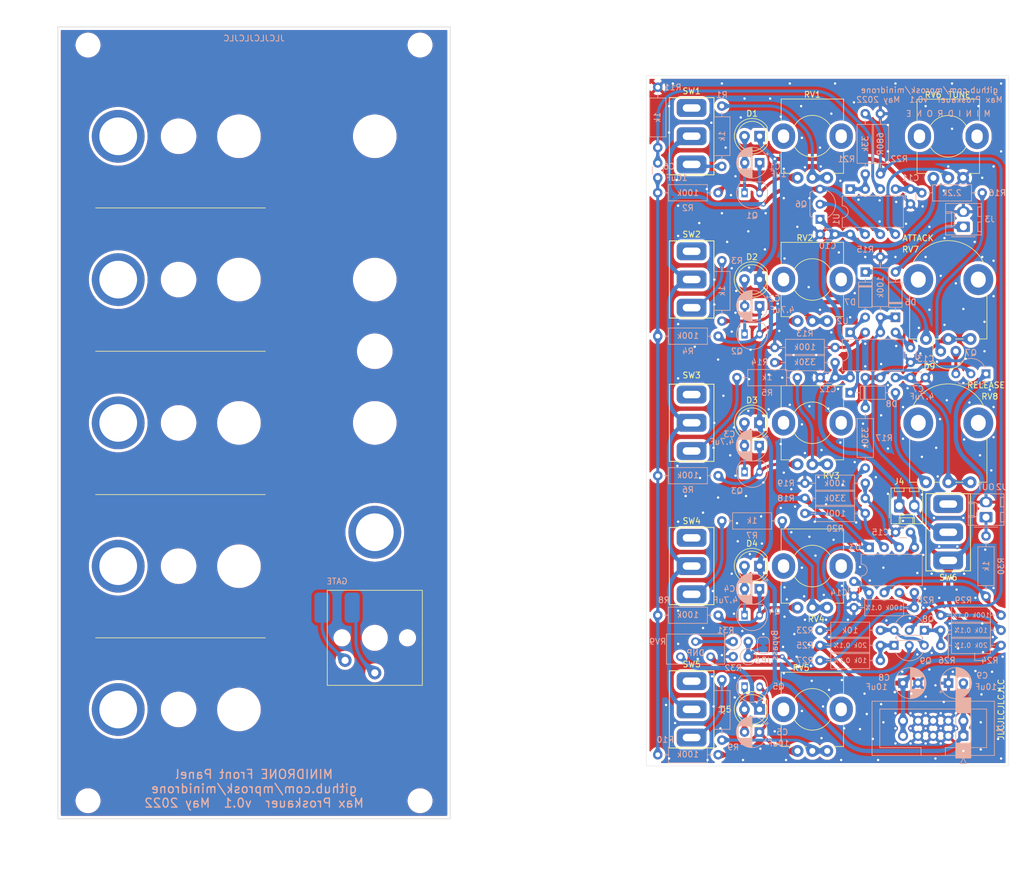
<source format=kicad_pcb>
(kicad_pcb (version 20211014) (generator pcbnew)
  (layers (0 "F.Cu" signal) (31 "B.Cu" signal) (34 "B.Paste" user) (35 "F.Paste" user) (36 "B.SilkS" user "B.Silkscreen") (37 "F.SilkS" user "F.Silkscreen") (38 "B.Mask" user) (39 "F.Mask" user) (44 "Edge.Cuts" user))
  (net 0 "")
  (net 1 "Net-(C1-Pad1)")
  (net 2 "Net-(C1-Pad2)")
  (net 3 "Net-(C2-Pad2)")
  (net 4 "Net-(C2-Pad1)")
  (net 5 "Net-(C3-Pad2)")
  (net 6 "Net-(C3-Pad1)")
  (net 7 "Net-(C4-Pad2)")
  (net 8 "Net-(C4-Pad1)")
  (net 9 "Net-(C5-Pad1)")
  (net 10 "Net-(C5-Pad2)")
  (net 11 "-12V")
  (net 12 "GND")
  (net 13 "+12V")
  (net 14 "Net-(R1-Pad2)")
  (net 15 "Net-(R1-Pad1)")
  (net 16 "Net-(R3-Pad1)")
  (net 17 "Net-(R5-Pad1)")
  (net 18 "Net-(R7-Pad1)")
  (net 19 "Net-(R9-Pad1)")
  (net 20 "/EXT_GATE")
  (net 21 "/Oscillator Bank/OUT")
  (net 22 "/EG_CAP")
  (net 23 "/EG_TRIG")
  (net 24 "/EG_COMP_OUT")
  (net 25 "Net-(D7-Pad1)")
  (net 26 "/VIN")
  (net 27 "Net-(D8-Pad2)")
  (net 28 "Net-(D9-Pad1)")
  (net 29 "Net-(D9-Pad2)")
  (net 30 "/EG_VTH")
  (net 31 "/OUT")
  (net 32 "/VCA_BIAS")
  (net 33 "Net-(Q6-Pad2)")
  (net 34 "/EG_OUT")
  (net 35 "/VCA_DA_SIG")
  (net 36 "/VCA_IN")
  (net 37 "/VCA_CE")
  (net 38 "/VCA_DA_REF")
  (net 39 "Net-(R3-Pad2)")
  (net 40 "Net-(R5-Pad2)")
  (net 41 "Net-(R7-Pad2)")
  (net 42 "Net-(R9-Pad2)")
  (net 43 "Net-(R17-Pad2)")
  (net 44 "Net-(R18-Pad1)")
  (net 45 "/VCA_CV")
  (net 46 "/OSC_OUT")
  (net 47 "Net-(R26-Pad2)")
  (net 48 "Net-(R27-Pad2)")
  (net 49 "/VCA_OUT")
  (net 50 "Net-(R31-Pad1)")
  (net 56 "Net-(C6-Pad1)")
  (net 58 "Net-(J5-Pad1)")
  (net 59 "Net-(J5-Pad2)")
  (net 60 "/PITCH")
  (footprint "minidrone:Bourns_PVT09A" (layer "F.Cu") (at 190.485 44.43)
    (fp_text reference "RV1")
    (fp_text value "10k" hide)
  )
  (footprint "LED_THT:LED_D5.0mm" (layer "F.Cu") (at 212.09 80.645)
    (fp_text reference "D9")
    (fp_text value "LED" hide)
  )
  (footprint "kosmo-lib:Hole_Pot" (layer "F.Cu") (at 116.84 92.71)
    (fp_text reference "H18" hide)
    (fp_text value "RELEASE" hide)
  )
  (footprint "MountingHole:MountingHole_3.2mm_M3" (layer "F.Cu") (at 124.46 29.083)
    (fp_text reference "H24" hide)
    (fp_text value "MountingHole" hide)
  )
  (footprint "LED_THT:LED_D5.0mm" (layer "F.Cu") (at 181.595 68.56 180)
    (fp_text reference "D2")
    (fp_text value "LED" hide)
  )
  (footprint "kosmo-lib:Switch_SPDT" (layer "F.Cu") (at 170.165 44.43)
    (fp_text reference "SW1")
    (fp_text value "SW_SPDT" hide)
  )
  (footprint "kosmo-lib:Hole_Toggle_Switch" (layer "F.Cu") (at 73.66 140.97)
    (fp_text reference "H5" hide)
    (fp_text value "OSC5 Enable")
  )
  (footprint "kosmo-lib:Switch_SPDT" (layer "F.Cu") (at 213.345 111.125)
    (fp_text reference "SW6")
    (fp_text value "GATE_LATCH")
  )
  (footprint "minidrone:Bourns_PDB12-H" (layer "F.Cu") (at 213.36 68.58)
    (fp_text reference "RV7")
    (fp_text value "1M" hide)
  )
  (footprint "minidrone:Bourns_PVT09A" (layer "F.Cu") (at 190.485 92.69)
    (fp_text reference "RV3")
    (fp_text value "10k" hide)
  )
  (footprint "kosmo-lib:Hole_Toggle_Switch" (layer "F.Cu") (at 73.66 116.84)
    (fp_text reference "H4" hide)
    (fp_text value "OSC4 Enable")
  )
  (footprint "kosmo-lib:Hole_LED_5mm" (layer "F.Cu") (at 83.82 140.97)
    (fp_text reference "H10" hide)
    (fp_text value "OSC5 LED")
  )
  (footprint "kosmo-lib:Hole_LED_5mm" (layer "F.Cu") (at 83.82 116.84)
    (fp_text reference "H9" hide)
    (fp_text value "OSC4 LED")
  )
  (footprint "MountingHole:MountingHole_3.2mm_M3" (layer "F.Cu") (at 124.46 156.337)
    (fp_text reference "H23" hide)
    (fp_text value "MountingHole" hide)
  )
  (footprint "kosmo-lib:Hole_Pot" (layer "F.Cu") (at 116.84 44.45)
    (fp_text reference "H16" hide)
    (fp_text value "TUNE" hide)
  )
  (footprint "kosmo-lib:Hole_Toggle_Switch" (layer "F.Cu") (at 73.66 92.71)
    (fp_text reference "H3" hide)
    (fp_text value "OSC3 Enable")
  )
  (footprint "kosmo-lib:Hole_LED_5mm" (layer "F.Cu") (at 83.82 44.45)
    (fp_text reference "H6" hide)
    (fp_text value "OSC1 LED")
  )
  (footprint "minidrone:Bourns_PVT09A" (layer "F.Cu") (at 190.485 116.82)
    (fp_text reference "RV4")
    (fp_text value "10k" hide)
  )
  (footprint "kosmo-lib:Hole_Pot" (layer "F.Cu") (at 93.98 44.45)
    (fp_text reference "H11" hide)
    (fp_text value "OSC1 Tuning")
  )
  (footprint "kosmo-lib:SW_Kailh_Choc_1.00u_PCB" (layer "F.Cu") (at 116.84 128.905)
    (fp_text reference "SW7" hide)
    (fp_text value "GATE" hide)
  )
  (footprint "minidrone:Bourns_PDB12-H" (layer "F.Cu") (at 213.36 92.71)
    (fp_text reference "RV8")
    (fp_text value "1M" hide)
  )
  (footprint "kosmo-lib:Hole_Pot" (layer "F.Cu") (at 116.84 68.58)
    (fp_text reference "H17" hide)
    (fp_text value "ATTACK" hide)
  )
  (footprint "kosmo-lib:Hole_Pot" (layer "F.Cu") (at 93.98 68.58)
    (fp_text reference "H12" hide)
    (fp_text value "OSC2 Tuning")
  )
  (footprint "kosmo-lib:Switch_SPDT" (layer "F.Cu") (at 170.165 68.56)
    (fp_text reference "SW2")
    (fp_text value "SW_SPDT")
  )
  (footprint "LED_THT:LED_D5.0mm" (layer "F.Cu") (at 181.595 116.82 180)
    (fp_text reference "D4")
    (fp_text value "LED" hide)
  )
  (footprint "LED_THT:LED_D5.0mm" (layer "F.Cu") (at 181.595 140.95 180)
    (fp_text reference "D5")
    (fp_text value "LED" hide)
  )
  (footprint "kosmo-lib:Hole_Pot" (layer "F.Cu") (at 93.98 92.71)
    (fp_text reference "H13" hide)
    (fp_text value "OSC3 Tuning")
  )
  (footprint "kosmo-lib:Hole_Pot" (layer "F.Cu") (at 93.98 140.97)
    (fp_text reference "H15" hide)
    (fp_text value "OSC5 Tuning")
  )
  (footprint "kosmo-lib:Switch_SPDT" (layer "F.Cu") (at 170.165 140.95)
    (fp_text reference "SW5")
    (fp_text value "SW_SPDT")
  )
  (footprint "kosmo-lib:Hole_Toggle_Switch" (layer "F.Cu") (at 73.66 68.58)
    (fp_text reference "H2" hide)
    (fp_text value "OSC2 Enable")
  )
  (footprint "kosmo-lib:Switch_SPDT" (layer "F.Cu") (at 170.165 92.69)
    (fp_text reference "SW3")
    (fp_text value "SW_SPDT")
  )
  (footprint "LED_THT:LED_D5.0mm" (layer "F.Cu") (at 181.61 44.43 180)
    (fp_text reference "D1")
    (fp_text value "LED" hide)
  )
  (footprint "kosmo-lib:Hole_Pot" (layer "F.Cu") (at 93.98 116.84)
    (fp_text reference "H14" hide)
    (fp_text value "OSC4 Tuning")
  )
  (footprint "MountingHole:MountingHole_3.2mm_M3" (layer "F.Cu") (at 68.58 29.083)
    (fp_text reference "H22" hide)
    (fp_text value "MountingHole" hide)
  )
  (footprint "kosmo-lib:Hole_LED_5mm" (layer "F.Cu") (at 83.82 68.58)
    (fp_text reference "H7" hide)
    (fp_text value "OSC2 LED")
  )
  (footprint "MountingHole:MountingHole_3.2mm_M3" (layer "F.Cu") (at 68.58 156.337)
    (fp_text reference "H21" hide)
    (fp_text value "MountingHole" hide)
  )
  (footprint "kosmo-lib:Switch_SPDT" (layer "F.Cu") (at 170.165 116.82)
    (fp_text reference "SW4")
    (fp_text value "SW_SPDT")
  )
  (footprint "LED_THT:LED_D5.0mm" (layer "F.Cu") (at 181.595 92.69 180)
    (fp_text reference "D3")
    (fp_text value "LED" hide)
  )
  (footprint "minidrone:Bourns_PVT09A" (layer "F.Cu") (at 190.485 68.56)
    (fp_text reference "RV2")
    (fp_text value "10k" hide)
  )
  (footprint "minidrone:Bourns_PVT09A" (layer "F.Cu") (at 213.36 44.45)
    (fp_text reference "RV6")
    (fp_text value "100k" hide)
  )
  (footprint "kosmo-lib:Hole_Toggle_Switch" (layer "F.Cu") (at 116.84 111.125)
    (fp_text reference "H20" hide)
    (fp_text value "Gate Toggle SW")
  )
  (footprint "kosmo-lib:Hole_Toggle_Switch" (layer "F.Cu") (at 73.66 44.45)
    (fp_text reference "H1" hide)
    (fp_text value "OSC1 Enable")
  )
  (footprint "kosmo-lib:Hole_LED_5mm" (layer "F.Cu") (at 83.82 92.71)
    (fp_text reference "H8" hide)
    (fp_text value "OSC3 LED")
  )
  (footprint "minidrone:Bourns_PVT09A" (layer "F.Cu") (at 190.485 140.95)
    (fp_text reference "RV5")
    (fp_text value "10k" hide)
  )
  (footprint "Connector_Molex:Molex_KK-254_AE-6410-02A_1x02_P2.54mm_Vertical" (layer "F.Cu") (at 205.105 106.7)
    (fp_text reference "J4")
    (fp_text value "GATE")
  )
  (footprint "kosmo-lib:Hole_LED_5mm" (layer "F.Cu") (at 116.84 80.645)
    (fp_text reference "H19" hide)
    (fp_text value "EG LED" hide)
  )
  (footprint "Package_DIP:DIP-8_W7.62mm" (layer "B.Cu") (at 196.85 53.34 -90)
    (fp_text reference "U1")
    (fp_text value "TL072" hide)
  )
  (footprint "Resistor_THT:R_Axial_DIN0207_L6.3mm_D2.5mm_P10.16mm_Horizontal" (layer "B.Cu") (at 164.465 36.195 -90)
    (fp_text reference "R11")
    (fp_text value "1k")
  )
  (footprint "Jumper:SolderJumper-2_P1.3mm_Bridged_RoundedPad1.0x1.5mm" (layer "B.Cu") (at 182.235 130.175 -90)
    (fp_text reference "JP1")
    (fp_text value "Bypass")
  )
  (footprint "Resistor_THT:R_Axial_DIN0207_L6.3mm_D2.5mm_P10.16mm_Horizontal" (layer "B.Cu") (at 219.71 121.92 90)
    (fp_text reference "R30")
    (fp_text value "1k")
  )
  (footprint "Package_TO_SOT_THT:TO-92-2" (layer "B.Cu") (at 179.07 137.16)
    (fp_text reference "Q5")
    (fp_text value "BC337" hide)
  )
  (footprint "Resistor_THT:R_Axial_DIN0207_L6.3mm_D2.5mm_P10.16mm_Horizontal" (layer "B.Cu") (at 191.77 130.175)
    (fp_text reference "R25")
    (fp_text value "20k 0.1%")
  )
  (footprint "Capacitor_THT:C_Disc_D3.0mm_W1.6mm_P2.50mm" (layer "B.Cu") (at 194.32 85.09 180)
    (fp_text reference "C12")
    (fp_text value "0.1uF" hide)
  )
  (footprint "Package_TO_SOT_THT:TO-92L_Inline_Wide" (layer "B.Cu") (at 204.25 130.175)
    (fp_text reference "Q9")
    (fp_text value "BC377" hide)
  )
  (footprint "Resistor_THT:R_Axial_DIN0207_L6.3mm_D2.5mm_P2.54mm_Vertical" (layer "B.Cu") (at 179.695 132.075 180)
    (fp_text reference "R32")
    (fp_text value "100R" hide)
  )
  (footprint "Resistor_THT:R_Axial_DIN0207_L6.3mm_D2.5mm_P10.16mm_Horizontal" (layer "B.Cu") (at 199.39 102.87 180)
    (fp_text reference "R19")
    (fp_text value "100k")
  )
  (footprint "Resistor_THT:R_Axial_DIN0207_L6.3mm_D2.5mm_P10.16mm_Horizontal" (layer "B.Cu") (at 185.42 109.22 180)
    (fp_text reference "R7")
    (fp_text value "1k")
  )
  (footprint "minidrone:SMD_Connector" (layer "B.Cu") (at 110.49 123.825 180)
    (fp_text reference "J5" hide)
    (fp_text value "GATE" hide)
  )
  (footprint "Resistor_THT:R_Axial_DIN0207_L6.3mm_D2.5mm_P10.16mm_Horizontal" (layer "B.Cu") (at 164.465 125.095)
    (fp_text reference "R8")
    (fp_text value "100k")
  )
  (footprint "Resistor_THT:R_Axial_DIN0207_L6.3mm_D2.5mm_P10.16mm_Horizontal" (layer "B.Cu") (at 164.465 101.6)
    (fp_text reference "R6")
    (fp_text value "100k")
  )
  (footprint "Package_TO_SOT_THT:TO-92-2" (layer "B.Cu") (at 179.07 77.745)
    (fp_text reference "Q2")
    (fp_text value "BC337" hide)
  )
  (footprint "Package_TO_SOT_THT:TO-92-2" (layer "B.Cu") (at 179.07 125.095)
    (fp_text reference "Q4")
    (fp_text value "BC337" hide)
  )
  (footprint "Capacitor_THT:C_Disc_D3.0mm_W1.6mm_P2.50mm" (layer "B.Cu") (at 207.01 85.09)
    (fp_text reference "C7")
    (fp_text value "4.7uF")
  )
  (footprint "Connector_Molex:Molex_KK-254_AE-6410-02A_1x02_P2.54mm_Vertical" (layer "B.Cu") (at 215.9 59.69 90)
    (fp_text reference "J3")
    (fp_text value "EXT GATE")
  )
  (footprint "Resistor_THT:R_Axial_DIN0207_L6.3mm_D2.5mm_P10.16mm_Horizontal" (layer "B.Cu") (at 164.45 53.955)
    (fp_text reference "R2")
    (fp_text value "100k")
  )
  (footprint "Capacitor_THT:CP_Radial_D5.0mm_P2.50mm" (layer "B.Cu") (at 181.57 144.78 180)
    (fp_text reference "C5")
    (fp_text value "10uF")
  )
  (footprint "Resistor_THT:R_Axial_DIN0207_L6.3mm_D2.5mm_P10.16mm_Horizontal" (layer "B.Cu") (at 219.075 53.975 180)
    (fp_text reference "R16")
    (fp_text value "2.2k")
  )
  (footprint "Resistor_THT:R_Axial_DIN0207_L6.3mm_D2.5mm_P10.16mm_Horizontal" (layer "B.Cu") (at 199.39 105.41 180)
    (fp_text reference "R18")
    (fp_text value "330k")
  )
  (footprint "Capacitor_THT:CP_Radial_D5.0mm_P2.50mm" (layer "B.Cu") (at 181.57 120.65 180)
    (fp_text reference "C4")
    (fp_text value "4.7uF")
  )
  (footprint "Capacitor_THT:C_Disc_D3.0mm_W1.6mm_P2.50mm" (layer "B.Cu") (at 207 55.84 90)
    (fp_text reference "C11")
    (fp_text value "0.1uF" hide)
  )
  (footprint "Resistor_THT:R_Axial_DIN0207_L6.3mm_D2.5mm_P10.16mm_Horizontal" (layer "B.Cu") (at 199.39 107.95 180)
    (fp_text reference "R20")
    (fp_text value "100k")
  )
  (footprint "Resistor_THT:R_Axial_DIN0207_L6.3mm_D2.5mm_P10.16mm_Horizontal" (layer "B.Cu") (at 194.31 82.55 180)
    (fp_text reference "R14")
    (fp_text value "330k")
  )
  (footprint "Diode_THT:D_DO-35_SOD27_P7.62mm_Horizontal" (layer "B.Cu") (at 199.39 67.31 -90)
    (fp_text reference "D7")
    (fp_text value "1N914" hide)
  )
  (footprint "Resistor_THT:R_Axial_DIN0207_L6.3mm_D2.5mm_P10.16mm_Horizontal" (layer "B.Cu") (at 207.645 123.825 180)
    (fp_text reference "R28")
    (fp_text value "100k 0.1%")
  )
  (footprint "Connector_Molex:Molex_KK-254_AE-6410-02A_1x02_P2.54mm_Vertical" (layer "B.Cu") (at 219.71 108.585 90)
    (fp_text reference "J2")
    (fp_text value "OUT")
  )
  (footprint "Diode_THT:D_DO-35_SOD27_P7.62mm_Horizontal" (layer "B.Cu") (at 196.85 87.63)
    (fp_text reference "D8")
    (fp_text value "1N914" hide)
  )
  (footprint "Resistor_THT:R_Axial_DIN0207_L6.3mm_D2.5mm_P10.16mm_Horizontal" (layer "B.Cu") (at 212.09 127.635)
    (fp_text reference "R26")
    (fp_text value "10k 0.1%")
  )
  (footprint "Connector_IDC:IDC-Header_2x05_P2.54mm_Vertical" (layer "B.Cu") (at 215.9 145.415 90)
    (fp_text reference "J1")
    (fp_text value "Conn_01x10")
  )
  (footprint "Resistor_THT:R_Axial_DIN0207_L6.3mm_D2.5mm_P10.16mm_Horizontal" (layer "B.Cu") (at 194.31 80.01 180)
    (fp_text reference "R13")
    (fp_text value "100k")
  )
  (footprint "Package_TO_SOT_THT:TO-92L_Inline_Wide" (layer "B.Cu") (at 219.71 84.455 180)
    (fp_text reference "Q7")
    (fp_text value "BC377" hide)
  )
  (footprint "Resistor_THT:R_Axial_DIN0207_L6.3mm_D2.5mm_P10.16mm_Horizontal" (layer "B.Cu") (at 199.39 50.8 90)
    (fp_text reference "R21")
    (fp_text value "33k")
  )
  (footprint "Resistor_THT:R_Axial_DIN0207_L6.3mm_D2.5mm_P10.16mm_Horizontal" (layer "B.Cu") (at 164.465 78.105)
    (fp_text reference "R4")
    (fp_text value "100k")
  )
  (footprint "Resistor_THT:R_Axial_DIN0207_L6.3mm_D2.5mm_P10.16mm_Horizontal" (layer "B.Cu") (at 175.245 39.35 -90)
    (fp_text reference "R1")
    (fp_text value "1k")
  )
  (footprint "Resistor_THT:R_Axial_DIN0207_L6.3mm_D2.5mm_P10.16mm_Horizontal" (layer "B.Cu") (at 175.26 75.565 90)
    (fp_text reference "R3")
    (fp_text value "1k")
  )
  (footprint "Resistor_THT:R_Axial_DIN0207_L6.3mm_D2.5mm_P10.16mm_Horizontal" (layer "B.Cu") (at 201.93 74.93 90)
    (fp_text reference "R15")
    (fp_text value "100k")
  )
  (footprint "Resistor_THT:R_Axial_DIN0207_L6.3mm_D2.5mm_P10.16mm_Horizontal" (layer "B.Cu") (at 187.96 85.09 180)
    (fp_text reference "R5")
    (fp_text value "1k")
  )
  (footprint "Resistor_THT:R_Axial_DIN0207_L6.3mm_D2.5mm_P10.16mm_Horizontal" (layer "B.Cu") (at 222.25 130.175 180)
    (fp_text reference "R24")
    (fp_text value "20k 0.1%")
  )
  (footprint "Resistor_THT:R_Axial_DIN0207_L6.3mm_D2.5mm_P10.16mm_Horizontal" (layer "B.Cu") (at 201.93 132.715 180)
    (fp_text reference "R27")
    (fp_text value "10k 0.1%")
  )
  (footprint "Capacitor_THT:C_Disc_D3.0mm_W1.6mm_P2.50mm" (layer "B.Cu") (at 197.485 119.4 -90)
    (fp_text reference "C14")
    (fp_text value "0.1uF" hide)
  )
  (footprint "Resistor_THT:R_Axial_DIN0207_L6.3mm_D2.5mm_P2.54mm_Vertical" (layer "B.Cu") (at 177.155 129.535)
    (fp_text reference "R31")
    (fp_text value "100k" hide)
  )
  (footprint "Package_TO_SOT_THT:TO-92L_Inline_Wide" (layer "B.Cu") (at 209.33 127.635 180)
    (fp_text reference "Q8")
    (fp_text value "BC377" hide)
  )
  (footprint "Package_TO_SOT_THT:TO-92-2" (layer "B.Cu") (at 179.07 100.965)
    (fp_text reference "Q3")
    (fp_text value "BC337" hide)
  )
  (footprint "Resistor_THT:R_Axial_DIN0207_L6.3mm_D2.5mm_P10.16mm_Horizontal" (layer "B.Cu") (at 199.39 90.17 -90)
    (fp_text reference "R17")
    (fp_text value "330k")
  )
  (footprint "Capacitor_THT:C_Disc_D3.0mm_W1.6mm_P2.50mm" (layer "B.Cu") (at 207.01 82.53 90)
    (fp_text reference "C13")
    (fp_text value "0.1uF" hide)
  )
  (footprint "Diode_THT:D_DO-35_SOD27_P7.62mm_Horizontal" (layer "B.Cu") (at 204.47 74.93 90)
    (fp_text reference "D6")
    (fp_text value "1N914" hide)
  )
  (footprint "Package_DIP:DIP-8_W7.62mm" (layer "B.Cu") (at 196.85 77.47 -90)
    (fp_text reference "U2")
    (fp_text value "TL072" hide)
  )
  (footprint "Capacitor_THT:CP_Radial_D5.0mm_P2.50mm" (layer "B.Cu") (at 213.4 136.525)
    (fp_text reference "C9")
    (fp_text value "10uF")
  )
  (footprint "Capacitor_THT:CP_Radial_D5.0mm_P2.50mm" (layer "B.Cu") (at 205.74 136.525)
    (fp_text reference "C8")
    (fp_text value "10uF")
  )
  (footprint "Potentiometer_THT:Potentiometer_Bourns_3296Y_Vertical" (layer "B.Cu") (at 173.355 132.08)
    (fp_text reference "RV9")
    (fp_text value "100k" hide)
  )
  (footprint "Capacitor_THT:C_Disc_D3.0mm_W1.6mm_P2.50mm" (layer "B.Cu") (at 204.49 111.125)
    (fp_text reference "C15")
    (fp_text value "0.1uF" hide)
  )
  (footprint "Package_TO_SOT_THT:TO-92L_Inline_Wide" (layer "B.Cu") (at 191.77 58.42 90)
    (fp_text reference "Q6")
    (fp_text value "BC377" hide)
  )
  (footprint "Package_TO_SOT_THT:TO-92-2" (layer "B.Cu") (at 179.07 53.975)
    (fp_text reference "Q1")
    (fp_text value "BC337" hide)
  )
  (footprint "Resistor_THT:R_Axial_DIN0207_L6.3mm_D2.5mm_P10.16mm_Horizontal" (layer "B.Cu") (at 201.93 127.635 180)
    (fp_text reference "R23")
    (fp_text value "10k")
  )
  (footprint "Capacitor_THT:C_Disc_D3.0mm_W1.6mm_P2.50mm" (layer "B.Cu") (at 164.465 48.935 -90)
    (fp_text reference "C6")
    (fp_text value "10uF")
  )
  (footprint "Capacitor_THT:CP_Radial_D5.0mm_P2.50mm" (layer "B.Cu") (at 181.61 48.895 180)
    (fp_text reference "C1")
    (fp_text value "1uF")
  )
  (footprint "Package_DIP:DIP-8_W7.62mm" (layer "B.Cu") (at 200.035 113.675 -90)
    (fp_text reference "U3")
    (fp_text value "TL072")
  )
  (footprint "Resistor_THT:R_Axial_DIN0207_L6.3mm_D2.5mm_P10.16mm_Horizontal" (layer "B.Cu") (at 164.465 148.59)
    (fp_text reference "R10")
    (fp_text value "100k")
  )
  (footprint "Capacitor_THT:CP_Radial_D5.0mm_P2.50mm" (layer "B.Cu") (at 181.595 73.005 180)
    (fp_text reference "C2")
    (fp_text value "4.7uF")
  )
  (footprint "Resistor_THT:R_Axial_DIN0207_L6.3mm_D2.5mm_P10.16mm_Horizontal" (layer "B.Cu") (at 212.09 125.095)
    (fp_text reference "R29")
    (fp_text value "100k 0.1%")
  )
  (footprint "Resistor_THT:R_Axial_DIN0207_L6.3mm_D2.5mm_P10.16mm_Horizontal" (layer "B.Cu") (at 201.93 50.8 90)
    (fp_text reference "R22")
    (fp_text value "680R")
  )
  (footprint "Capacitor_THT:C_Disc_D3.0mm_W1.6mm_P2.50mm" (layer "B.Cu") (at 194.31 60.96 180)
    (fp_text reference "C10")
    (fp_text value "0.1uF" hide)
  )
  (footprint "Resistor_THT:R_Axial_DIN0207_L6.3mm_D2.5mm_P10.16mm_Horizontal" (layer "B.Cu") (at 175.26 146.125 90)
    (fp_text reference "R9")
    (fp_text value "1k")
  )
  (footprint "Capacitor_THT:CP_Radial_D5.0mm_P2.50mm" (layer "B.Cu") (at 181.545113 96.52 180)
    (fp_text reference "C3")
    (fp_text value "4.7uF")
  )
  (gr_line (start 213.36 128.27) (end 213.36 132.08) (layer "B.SilkS") (width 0.12))
  (gr_line (start 213.9 128.27) (end 213.36 128.27) (layer "B.SilkS") (width 0.12))
  (gr_line (start 214.615 141.5325) (end 214.615 146.6125) (layer "B.SilkS") (width 0.12))
  (gr_rect (start 214.615 138.9925) (end 217.155 141.5325) (layer "B.SilkS") (width 0.12) (fill solid))
  (gr_rect (start 214.615 146.6125) (end 217.155 149.1525) (layer "B.SilkS") (width 0.12) (fill solid))
  (gr_line (start 217.155 141.5325) (end 217.155 146.6125) (layer "B.SilkS") (width 0.12))
  (gr_line (start 217.805 131.445) (end 217.805 132.715) (layer "B.SilkS") (width 0.12))
  (gr_line (start 217.805 132.715) (end 219.075 132.715) (layer "B.SilkS") (width 0.12))
  (gr_line (start 69.85 128.905) (end 98.425 128.905) (layer "F.SilkS") (width 0.12))
  (gr_line (start 69.85 80.645) (end 98.425 80.645) (layer "F.SilkS") (width 0.12))
  (gr_line (start 69.85 104.775) (end 98.425 104.775) (layer "F.SilkS") (width 0.12))
  (gr_line (start 69.85 56.515) (end 98.425 56.515) (layer "F.SilkS") (width 0.12))
  (gr_rect (start 162.56 34.27) (end 223.505 150.495) (layer "Edge.Cuts") (width 0.05) (fill none))
  (gr_rect (start 63.5 26.035) (end 129.54 159.385) (layer "Edge.Cuts") (width 0.1) (fill none))
  (gr_text "MINIDRONE Front Panel\ngithub.com/mprosk/minidrone\nMax Proskauer  v0.1  May 2022\n" (at 96.52 154.305) (layer "B.SilkS") (effects (font (size 1.5 1.5) (thickness 0.225)) (justify mirror)))
  (gr_text "M I N I D R O N E" (at 213.36 40.64) (layer "B.SilkS") (effects (font (size 1 1)) (justify mirror)))
  (gr_text "JLCJLCJLCJLC" (at 96.52 27.94) (layer "B.SilkS") (effects (font (size 1 1)) (justify mirror)))
  (gr_text "github.com/mprosk/minidrone\nMax Proskauer  v0.1  May 2022\n" (at 210.185 37.465) (layer "B.SilkS") (effects (font (size 1 1)) (justify mirror)))
  (gr_text "GATE" (at 110.49 119.38) (layer "B.SilkS") (effects (font (size 1 1)) (justify mirror)))
  (gr_text "JLCJLCJLCJLC" (at 222.25 140.97 90) (layer "F.SilkS") (effects (font (size 1 1))))
  (segment (start 175.225 53.34) (end 174.61 53.955) (width 0.5) (layer "F.Cu") (net 1))
  (segment (start 182.905 52.74) (end 181.595 54.05) (width 0.5) (layer "F.Cu") (net 1))
  (segment (start 181.61 53.8625) (end 181.61 53.975) (width 0.5) (layer "F.Cu") (net 1))
  (segment (start 186.067619 51.43) (end 187.985 51.43) (width 0.5) (layer "F.Cu") (net 1))
  (segment (start 181.0975 53.2375) (end 181.53045 53.67045) (width 0.5) (layer "F.Cu") (net 1))
  (segment (start 179.860215 52.725) (end 176.709741 52.725) (width 0.5) (layer "F.Cu") (net 1))
  (arc (start 181.53045 53.67045) (mid 181.589325 53.758563) (end 181.61 53.8625) (width 0.5) (layer "F.Cu") (net 1))
  (arc (start 176.709741 52.725) (mid 175.906205 52.884833) (end 175.225 53.34) (width 0.5) (layer "F.Cu") (net 1))
  (arc (start 181.0975 53.2375) (mid 180.529828 52.858194) (end 179.860215 52.725) (width 0.5) (layer "F.Cu") (net 1))
  (arc (start 186.067619 51.43) (mid 184.356022 51.770457) (end 182.905 52.74) (width 0.5) (layer "F.Cu") (net 1))
  (segment (start 181.595 53.955) (end 181.595 48.875) (width 0.5) (layer "B.Cu") (net 1))
  (segment (start 179.095 44.47) (end 179.055 44.43) (width 0.5) (layer "B.Cu") (net 2))
  (segment (start 179.09 44.45) (end 179.07 44.43) (width 0.5) (layer "B.Cu") (net 2))
  (segment (start 179.11 48.866715) (end 179.11 44.498284) (width 0.5) (layer "B.Cu") (net 2))
  (segment (start 179.07 48.963284) (end 179.07 53.975) (width 0.5) (layer "B.Cu") (net 2))
  (segment (start 179.055 48.915) (end 179.095 48.875) (width 0.5) (layer "B.Cu") (net 2))
  (arc (start 179.11 48.866715) (mid 179.104802 48.892846) (end 179.09 48.915) (width 0.5) (layer "B.Cu") (net 2))
  (arc (start 179.09 44.45) (mid 179.104802 44.472152) (end 179.11 44.498284) (width 0.5) (layer "B.Cu") (net 2))
  (arc (start 179.09 48.915) (mid 179.075197 48.937152) (end 179.07 48.963284) (width 0.5) (layer "B.Cu") (net 2))
  (segment (start 179.095 68.628284) (end 179.095 70.8025) (width 0.5) (layer "B.Cu") (net 3))
  (segment (start 179.075 68.58) (end 179.055 68.56) (width 0.5) (layer "B.Cu") (net 3))
  (segment (start 179.095 75.2075) (end 179.095 78.045) (width 0.5) (layer "B.Cu") (net 3))
  (segment (start 179.095 70.8025) (end 179.095 75.2075) (width 0.5) (layer "B.Cu") (net 3))
  (arc (start 179.075 68.58) (mid 179.089802 68.602152) (end 179.095 68.628284) (width 0.5) (layer "B.Cu") (net 3))
  (segment (start 187.985 75.56) (end 186.885025 75.56) (width 0.5) (layer "F.Cu") (net 4))
  (arc (start 181.61 77.745) (mid 184.030214 76.127857) (end 186.885025 75.56) (width 0.5) (layer "F.Cu") (net 4))
  (segment (start 181.595 78.085) (end 181.595 73.005) (width 0.5) (layer "B.Cu") (net 4))
  (segment (start 177.077829 79.121) (end 178.72994 79.121) (width 0.5) (layer "B.Cu") (net 4))
  (segment (start 181.297532 78.057468) (end 181.61 77.745) (width 0.5) (layer "B.Cu") (net 4))
  (arc (start 174.625 78.105) (mid 175.750372 78.856952) (end 177.077829 79.121) (width 0.5) (layer "B.Cu") (net 4))
  (arc (start 178.72994 79.121) (mid 180.119511 78.844597) (end 181.297532 78.057468) (width 0.5) (layer "B.Cu") (net 4))
  (segment (start 179.055 96.52) (end 179.055 92.69) (width 0.5) (layer "B.Cu") (net 5))
  (segment (start 179.07 97.240606) (end 179.07 100.965) (width 0.5) (layer "B.Cu") (net 5))
  (arc (start 179.055 97.204393) (mid 179.056949 97.214192) (end 179.0625 97.2225) (width 0.5) (layer "B.Cu") (net 5))
  (arc (start 179.0625 97.2225) (mid 179.06805 97.230807) (end 179.07 97.240606) (width 0.5) (layer "B.Cu") (net 5))
  (segment (start 187.985 99.69) (end 184.688111 99.69) (width 0.5) (layer "F.Cu") (net 6))
  (arc (start 181.61 100.965) (mid 183.022254 100.02136) (end 184.688111 99.69) (width 0.5) (layer "F.Cu") (net 6))
  (segment (start 181.57 97.23) (end 181.59 97.25) (width 0.5) (layer "B.Cu") (net 6))
  (segment (start 181.619631 100.955369) (end 181.033969 101.541031) (width 0.5) (layer "B.Cu") (net 6))
  (segment (start 181.61 97.298284) (end 181.61 100.965) (width 0.5) (layer "B.Cu") (net 6))
  (arc (start 181.59 97.25) (mid 181.604804 97.272153) (end 181.61 97.298284) (width 0.5) (layer "B.Cu") (net 6))
  (arc (start 177.667796 102.935369) (mid 179.48953 102.572992) (end 181.033969 101.541031) (width 0.5) (layer "B.Cu") (net 6))
  (arc (start 177.667796 102.935369) (mid 176.021048 102.60781) (end 174.625 101.675) (width 0.5) (layer "B.Cu") (net 6))
  (segment (start 179.07 120.660606) (end 179.07 125.095) (width 0.5) (layer "B.Cu") (net 7))
  (segment (start 179.055 120.624393) (end 179.055 116.82) (width 0.5) (layer "B.Cu") (net 7))
  (arc (start 179.0625 120.6425) (mid 179.06805 120.650807) (end 179.07 120.660606) (width 0.5) (layer "B.Cu") (net 7))
  (arc (start 179.055 120.624393) (mid 179.056949 120.634192) (end 179.0625 120.6425) (width 0.5) (layer "B.Cu") (net 7))
  (segment (start 182.2475 124.4575) (end 181.61 125.095) (width 0.5) (layer "F.Cu") (net 8))
  (segment (start 183.786561 123.82) (end 187.985 123.82) (width 0.5) (layer "F.Cu") (net 8))
  (arc (start 183.786561 123.82) (mid 182.953627 123.98568) (end 182.2475 124.4575) (width 0.5) (layer "F.Cu") (net 8))
  (segment (start 181.61 120.718284) (end 181.61 125.095) (width 0.5) (layer "B.Cu") (net 8))
  (segment (start 181.61 125.095) (end 181.609999 125.095) (width 0.5) (layer "B.Cu") (net 8))
  (segment (start 181.57 120.65) (end 181.59 120.67) (width 0.5) (layer "B.Cu") (net 8))
  (segment (start 179.643728 126.294511) (end 176.672693 126.294511) (width 0.5) (layer "B.Cu") (net 8))
  (segment (start 175.224755 125.694755) (end 174.625 125.095) (width 0.5) (layer "B.Cu") (net 8))
  (segment (start 181.609999 125.095) (end 180.952665 125.752334) (width 0.5) (layer "B.Cu") (net 8))
  (arc (start 180.952665 125.752334) (mid 180.352119 126.153604) (end 179.643728 126.294511) (width 0.5) (layer "B.Cu") (net 8))
  (arc (start 181.59 120.67) (mid 181.604802 120.692152) (end 181.61 120.718284) (width 0.5) (layer "B.Cu") (net 8))
  (arc (start 176.672693 126.294511) (mid 175.889074 126.138639) (end 175.224755 125.694755) (width 0.5) (layer "B.Cu") (net 8))
  (segment (start 178.868389 147.481609) (end 180.882744 145.467255) (width 0.5) (layer "F.Cu") (net 9))
  (segment (start 182.944511 142.433562) (end 182.944511 139.438152) (width 0.5) (layer "F.Cu") (net 9))
  (segment (start 186.3625 147.95) (end 187.985 147.95) (width 0.5) (layer "F.Cu") (net 9))
  (segment (start 181.569999 144.78) (end 180.882744 145.467255) (width 0.5) (layer "F.Cu") (net 9))
  (segment (start 181.57 144.779999) (end 182.257255 144.092744) (width 0.5) (layer "F.Cu") (net 9))
  (segment (start 181.57 144.78) (end 181.57 144.779999) (width 0.5) (layer "F.Cu") (net 9))
  (segment (start 180.882744 145.467255) (end 182.257255 144.092744) (width 0.5) (layer "F.Cu") (net 9))
  (segment (start 176.1925 148.59) (end 174.625 148.59) (width 0.5) (layer "F.Cu") (net 9))
  (segment (start 182.257255 145.467255) (end 183.592719 146.802719) (width 0.5) (layer "F.Cu") (net 9))
  (segment (start 181.57 144.78) (end 181.569999 144.78) (width 0.5) (layer "F.Cu") (net 9))
  (segment (start 181.57 144.78) (end 182.257255 145.467255) (width 0.5) (layer "F.Cu") (net 9))
  (segment (start 182.277255 137.827255) (end 181.61 137.16) (width 0.5) (layer "F.Cu") (net 9))
  (arc (start 178.868389 147.481609) (mid 177.64068 148.301938) (end 176.1925 148.59) (width 0.5) (layer "F.Cu") (net 9))
  (arc (start 182.277255 137.827255) (mid 182.771096 138.566341) (end 182.944511 139.438152) (width 0.5) (layer "F.Cu") (net 9))
  (arc (start 183.592719 146.802719) (mid 184.863505 147.651831) (end 186.3625 147.95) (width 0.5) (layer "F.Cu") (net 9))
  (arc (start 182.944511 142.433562) (mid 182.765898 143.331505) (end 182.257255 144.092744) (width 0.5) (layer "F.Cu") (net 9))
  (arc (start 182.257255 144.092744) (mid 181.972584 144.779999) (end 182.257255 145.467255) (width 0.5) (layer "F.Cu") (net 9))
  (segment (start 179.07 144.78) (end 179.07 140.965) (width 0.5) (layer "F.Cu") (net 10))
  (segment (start 179.0625 137.1675) (end 179.07 137.16) (width 0.5) (layer "B.Cu") (net 10))
  (segment (start 179.055 137.185606) (end 179.055 140.95) (width 0.5) (layer "B.Cu") (net 10))
  (arc (start 179.0625 137.1675) (mid 179.056949 137.175807) (end 179.055 137.185606) (width 0.5) (layer "B.Cu") (net 10))
  (segment (start 183.831207 70.796207) (end 181.595 68.56) (width 0.7) (layer "F.Cu") (net 11))
  (segment (start 199.666036 48.26) (end 184.15 48.26) (width 0.7) (layer "F.Cu") (net 11))
  (segment (start 203.513792 49.853792) (end 207 53.34) (width 0.7) (layer "F.Cu") (net 11))
  (segment (start 198.299605 114.479605) (end 189.23 105.41) (width 0.7) (layer "F.Cu") (net 11))
  (segment (start 207.01 76.454583) (end 207.01 80.03) (width 0.7) (layer "F.Cu") (net 11))
  (segment (start 206.7075 114.6225) (end 207.655 113.675) (width 0.7) (layer "F.Cu") (net 11))
  (segment (start 215.9 145.415) (end 215.9 142.875) (width 0.7) (layer "F.Cu") (net 11))
  (segment (start 202.945416 72.39) (end 187.678963 72.39) (width 0.7) (layer "F.Cu") (net 11))
  (segment (start 200.932053 115.57) (end 204.420032 115.57) (width 0.7) (layer "F.Cu") (net 11))
  (via (at 184.15 48.26) (size 0.8) (drill 0.4) (layers "F.Cu" "B.Cu") (net 11))
  (arc (start 198.299605 114.479605) (mid 199.507382 115.286616) (end 200.932053 115.57) (width 0.7) (layer "F.Cu") (net 11))
  (arc (start 203.513792 49.853792) (mid 201.748426 48.674213) (end 199.666036 48.26) (width 0.7) (layer "F.Cu") (net 11))
  (arc (start 206.7075 114.6225) (mid 205.658 115.323752) (end 204.420032 115.57) (width 0.7) (layer "F.Cu") (net 11))
  (arc (start 205.819511 73.580489) (mid 204.500865 72.699398) (end 202.945416 72.39) (width 0.7) (layer "F.Cu") (net 11))
  (arc (start 183.831207 70.796207) (mid 185.596572 71.975786) (end 187.678963 72.39) (width 0.7) (layer "F.Cu") (net 11))
  (arc (start 205.819511 73.580489) (mid 206.700601 74.899134) (end 207.01 76.454583) (width 0.7) (layer "F.Cu") (net 11))
  (segment (start 215.001974 146.313025) (end 215.001975 146.313025) (width 0.7) (layer "B.Cu") (net 11))
  (segment (start 184.15 48.26) (end 184.15 48.5775) (width 0.7) (layer "B.Cu") (net 11))
  (segment (start 215.001975 146.313025) (end 215.9 145.415) (width 0.7) (layer "B.Cu") (net 11))
  (segment (start 181.595 139.606051) (end 181.595 140.95) (width 0.7) (layer "B.Cu") (net 11))
  (segment (start 183.515 107.753144) (end 183.515 112.307354) (width 0.7) (layer "B.Cu") (net 11))
  (segment (start 183.896 105.156) (end 183.896 105.664) (width 0.5) (layer "B.Cu") (net 11))
  (segment (start 185.514998 105.41) (end 189.23 105.41) (width 0.7) (layer "B.Cu") (net 11))
  (segment (start 182.229628 66.130371) (end 182.8725 65.4875) (width 0.7) (layer "B.Cu") (net 11))
  (segment (start 168.275 132.08) (end 169.2275 133.0325) (width 0.7) (layer "B.Cu") (net 11))
  (segment (start 183.925493 120.425493) (end 182.04578 118.54578) (width 0.7) (layer "B.Cu") (net 11))
  (segment (start 181.595 117.4375) (end 181.595 117.4575) (width 0.7) (layer "B.Cu") (net 11))
  (segment (start 211.563948 147.955) (end 199.818891 147.955) (width 0.7) (layer "B.Cu") (net 11))
  (segment (start 184.15 135.998949) (end 184.15 121.240978) (width 0.7) (layer "B.Cu") (net 11))
  (segment (start 180.348068 139.697722) (end 180.348068 139.703068) (width 0.7) (layer "B.Cu") (net 11))
  (segment (start 180.348068 139.703068) (end 181.595 140.95) (width 0.7) (layer "B.Cu") (net 11))
  (segment (start 186.938222 137.328294) (end 195.971135 146.361207) (width 0.7) (layer "B.Cu") (net 11))
  (segment (start 184.15 120.9675) (end 184.15 121.285) (width 0.7) (layer "B.Cu") (net 11))
  (segment (start 181.595 67.9225) (end 181.595 69.1975) (width 0.7) (layer "B.Cu") (net 11))
  (segment (start 215.9 142.875) (end 215.9 136.525) (width 0.7) (layer "B.Cu") (net 11))
  (segment (start 206.36 53.34) (end 204.47 53.34) (width 0.7) (layer "B.Cu") (net 11))
  (segment (start 207.64 53.34) (end 207.830987 53.34) (width 0.7) (layer "B.Cu") (net 11))
  (segment (start 207.655 112.260226) (end 207.655 113.675) (width 0.7) (layer "B.Cu") (net 11))
  (segment (start 182.04578 70.28578) (end 182.555 70.795) (width 0.7) (layer "B.Cu") (net 11))
  (segment (start 181.61 90.794393) (end 181.61 81.096838) (width 0.7) (layer "B.Cu") (net 11))
  (segment (start 180.34 137.352133) (end 180.34 139.6975) (width 0.7) (layer "B.Cu") (net 11))
  (segment (start 183.778025 136.896975) (end 181.966974 138.708026) (width 0.7) (layer "B.Cu") (net 11))
  (segment (start 181.595 81.111838) (end 181.61 81.096838) (width 0.7) (layer "B.Cu") (net 11))
  (segment (start 183.515 103.410001) (end 183.515 97.242645) (width 0.7) (layer "B.Cu") (net 11))
  (segment (start 179.304511 135.020489) (end 179.423481 135.139459) (width 0.7) (layer "B.Cu") (net 11))
  (segment (start 214.629999 146.684999) (end 215.001974 146.313025) (width 0.7) (layer "B.Cu") (net 11))
  (segment (start 182.555 94.925) (end 182.04578 94.41578) (width 0.7) (layer "B.Cu") (net 11))
  (segment (start 184.277 105.156) (end 184.277 105.664) (width 0.5) (layer "B.Cu") (net 11))
  (segment (start 184.494987 136.6) (end 185.179964 136.6) (width 0.7) (layer "B.Cu") (net 11))
  (segment (start 208.5975 53.6575) (end 208.915 53.975) (width 0.7) (layer "B.Cu") (net 11))
  (segment (start 181.595 90.809393) (end 181.61 90.794393) (width 0.7) (layer "B.Cu") (net 11))
  (segment (start 184.15 49.2125) (end 184.15 62.403342) (width 0.7) (layer "B.Cu") (net 11))
  (segment (start 181.595 116.2025) (end 181.595 117.4375) (width 0.7) (layer "B.Cu") (net 11))
  (segment (start 207.01 80.02) (end 207.01 80.03) (width 0.7) (layer "B.Cu") (net 11))
  (segment (start 182.031638 115.148361) (end 182.555 114.625) (width 0.7) (layer "B.Cu") (net 11))
  (segment (start 183.515 76.497761) (end 183.515 73.112645) (width 0.7) (layer "B.Cu") (net 11))
  (segment (start 181.595 67.6625) (end 181.595 67.9225) (width 0.7) (layer "B.Cu") (net 11))
  (segment (start 184.15 48.26) (end 182.066083 46.176083) (width 0.7) (layer "B.Cu") (net 11))
  (segment (start 215.9 145.415) (end 215.9 142.875) (width 0.7) (layer "B.Cu") (net 11))
  (segment (start 181.595 92.69) (end 181.595 81.111838) (width 0.7) (layer "B.Cu") (net 11))
  (segment (start 183.515 107.753144) (end 183.515 103.410001) (width 0.7) (layer "B.Cu") (net 11))
  (segment (start 171.527038 133.985) (end 176.804619 133.985) (width 0.7) (layer "B.Cu") (net 11))
  (segment (start 207.002928 80.002928) (end 204.47 77.47) (width 0.7) (layer "B.Cu") (net 11))
  (segment (start 207.3225 111.4575) (end 206.99 111.125) (width 0.7) (layer "B.Cu") (net 11))
  (segment (start 181.61 45.075) (end 181.61 44.43) (width 0.7) (layer "B.Cu") (net 11))
  (segment (start 207.64 53.34) (end 206.36 53.34) (width 0.7) (layer "B.Cu") (net 11))
  (segment (start 184.15 48.5775) (end 184.15 49.2125) (width 0.7) (layer "B.Cu") (net 11))
  (arc (start 195.971135 146.361207) (mid 197.7365 147.540786) (end 199.818891 147.955) (width 0.7) (layer "B.Cu") (net 11))
  (arc (start 179.423481 135.139459) (mid 180.101805 136.154643) (end 180.34 137.352133) (width 0.7) (layer "B.Cu") (net 11))
  (arc (start 182.555 70.795) (mid 183.265504 71.858344) (end 183.515 73.112645) (width 0.7) (layer "B.Cu") (net 11))
  (arc (start 183.515 103.410001) (mid 184.100785 104.824213) (end 185.514998 105.41) (width 0.7) (layer "B.Cu") (net 11))
  (arc (start 181.61 45.075) (mid 181.728532 45.670902) (end 182.066083 46.176083) (width 0.7) (layer "B.Cu") (net 11))
  (arc (start 181.595 93.3275) (mid 181.712153 93.916473) (end 182.04578 94.41578) (width 0.7) (layer "B.Cu") (net 11))
  (arc (start 214.629999 146.684999) (mid 213.223283 147.624937) (end 211.563948 147.955) (width 0.7) (layer "B.Cu") (net 11))
  (arc (start 182.555 94.925) (mid 183.265504 95.988344) (end 183.515 97.242645) (width 0.7) (layer "B.Cu") (net 11))
  (arc (start 207.002928 80.002928) (mid 207.008162 80.01076) (end 207.01 80.02) (width 0.7) (layer "B.Cu") (net 11))
  (arc (start 184.494987 136.6) (mid 184.10697 136.677181) (end 183.778025 136.896975) (width 0.7) (layer "B.Cu") (net 11))
  (arc (start 183.515 76.497761) (mid 183.267453 77.742262) (end 182.5625 78.7973) (width 0.7) (layer "B.Cu") (net 11))
  (arc (start 185.514998 105.41) (mid 184.100785 106.09629) (end 183.515 107.753144) (width 0.7) (layer "B.Cu") (net 11))
  (arc (start 181.595 139.606051) (mid 181.691673 139.120043) (end 181.966974 138.708026) (width 0.7) (layer "B.Cu") (net 11))
  (arc (start 208.5975 53.6575) (mid 208.24582 53.422515) (end 207.830987 53.34) (width 0.7) (layer "B.Cu") (net 11))
  (arc (start 182.229628 66.130371) (mid 181.759934 66.833317) (end 181.595 67.6625) (width 0.7) (layer "B.Cu") (net 11))
  (arc (start 181.595 117.4575) (mid 181.712153 118.046473) (end 182.04578 118.54578) (width 0.7) (layer "B.Cu") (net 11))
  (arc (start 184.15 135.998949) (mid 184.053327 136.484957) (end 183.778025 136.896975) (width 0.7) (layer "B.Cu") (net 11))
  (arc (start 207.3225 111.4575) (mid 207.568586 111.825793) (end 207.655 112.260226) (width 0.7) (layer "B.Cu") (net 11))
  (arc (start 186.938222 137.328294) (mid 186.131526 136.789277) (end 185.179964 136.6) (width 0.7) (layer "B.Cu") (net 11))
  (arc (start 183.515 112.307354) (mid 183.265504 113.561655) (end 182.555 114.625) (width 0.7) (layer "B.Cu") (net 11))
  (arc (start 181.6025 90.8125) (mid 181.596949 90.820807) (end 181.595 90.830606) (width 0.7) (layer "B.Cu") (net 11))
  (arc (start 184.157358 135.338559) (mid 184.534617 136.249342) (end 185.4454 136.6266) (width 0.7) (layer "B.Cu") (net 11))
  (arc (start 182.5625 78.7973) (mid 181.857546 79.852337) (end 181.61 81.096838) (width 0.7) (layer "B.Cu") (net 11))
  (arc (start 183.925493 120.425493) (mid 184.091652 120.674168) (end 184.15 120.9675) (width 0.7) (layer "B.Cu") (net 11))
  (arc (start 180.3425 139.7) (mid 180.344251 139.700261) (end 180.348068 139.697722) (width 0.7) (layer "B.Cu") (net 11))
  (arc (start 184.15 62.403342) (mid 183.817988 64.072476) (end 182.8725 65.4875) (width 0.7) (layer "B.Cu") (net 11))
  (arc (start 169.2275 133.0325) (mid 170.282537 133.737453) (end 171.527038 133.985) (width 0.7) (layer "B.Cu") (net 11))
  (arc (start 182.031638 115.148361) (mid 181.708478 115.632004) (end 181.595 116.2025) (width 0.7) (layer "B.Cu") (net 11))
  (arc (start 181.595 69.1975) (mid 181.712153 69.786473) (end 182.04578 70.28578) (width 0.7) (layer "B.Cu") (net 11))
  (arc (start 180.34 139.6975) (mid 180.340732 139.699267) (end 180.3425 139.7) (width 0.7) (layer "B.Cu") (net 11))
  (arc (start 176.804619 133.985) (mid 178.15755 134.254114) (end 179.304511 135.020489) (width 0.7) (layer "B.Cu") (net 11))
  (arc (start 181.61 90.794393) (mid 181.60805 90.804192) (end 181.6025 90.8125) (width 0.7) (layer "B.Cu") (net 11))
  (via (at 182.499 63.5) (size 0.8) (drill 0.4) (layers "F.Cu" "B.Cu") (net 12))
  (via (at 173.99 68.58) (size 0.8) (drill 0.4) (layers "F.Cu" "B.Cu") (net 12))
  (via (at 203.2 46.99) (size 0.8) (drill 0.4) (layers "F.Cu" "B.Cu") (net 12))
  (via (at 206.883 125.603) (size 0.8) (drill 0.4) (layers "F.Cu" "B.Cu") (net 12))
  (via (at 167.894 76.073) (size 0.8) (drill 0.4) (layers "F.Cu" "B.Cu") (net 12))
  (via (at 189.23 97.79) (size 0.8) (drill 0.4) (layers "F.Cu" "B.Cu") (net 12))
  (via (at 175.26 35.56) (size 0.8) (drill 0.4) (layers "F.Cu" "B.Cu") (net 12))
  (via (at 169.164 105.029) (size 0.8) (drill 0.4) (layers "F.Cu" "B.Cu") (net 12))
  (via (at 211.201 136.906) (size 0.8) (drill 0.4) (layers "F.Cu" "B.Cu") (net 12))
  (via (at 211.201 149.225) (size 0.8) (drill 0.4) (layers "F.Cu" "B.Cu") (net 12))
  (via (at 193.167 90.297) (size 0.8) (drill 0.4) (layers "F.Cu" "B.Cu") (net 12))
  (via (at 177.546 101.6) (size 0.8) (drill 0.4) (layers "F.Cu" "B.Cu") (net 12))
  (via (at 172.72 53.34) (size 0.8) (drill 0.4) (layers "F.Cu" "B.Cu") (net 12))
  (via (at 175.26 131.826) (size 0.8) (drill 0.4) (layers "F.Cu" "B.Cu") (net 12))
  (via (at 189.23 49.657) (size 0.8) (drill 0.4) (layers "F.Cu" "B.Cu") (net 12))
  (via (at 165.862 140.208) (size 0.8) (drill 0.4) (layers "F.Cu" "B.Cu") (net 12))
  (via (at 204.47 146.685) (size 0.8) (drill 0.4) (layers "F.Cu" "B.Cu") (net 12))
  (via (at 189.865 130.048) (size 0.8) (drill 0.4) (layers "F.Cu" "B.Cu") (net 12))
  (via (at 189.992 111.887) (size 0.8) (drill 0.4) (layers "F.Cu" "B.Cu") (net 12))
  (via (at 179.705 60.452) (size 0.8) (drill 0.4) (layers "F.Cu" "B.Cu") (net 12))
  (via (at 192.405 121.666) (size 0.8) (drill 0.4) (layers "F.Cu" "B.Cu") (net 12))
  (via (at 204.47 144.145) (size 0.8) (drill 0.4) (layers "F.Cu" "B.Cu") (net 12))
  (via (at 167.894 61.214) (size 0.8) (drill 0.4) (layers "F.Cu" "B.Cu") (net 12))
  (via (at 193.675 40.64) (size 0.8) (drill 0.4) (layers "F.Cu" "B.Cu") (net 12))
  (via (at 179.07 38.1) (size 0.8) (drill 0.4) (layers "F.Cu" "B.Cu") (net 12))
  (via (at 210.947 108.712) (size 0.8) (drill 0.4) (layers "F.Cu" "B.Cu") (net 12))
  (via (at 199.263 96.52) (size 0.8) (drill 0.4) (layers "F.Cu" "B.Cu") (net 12))
  (via (at 167.386 143.256) (size 0.8) (drill 0.4) (layers "F.Cu" "B.Cu") (net 12))
  (via (at 177.292 93.472) (size 0.8) (drill 0.4) (layers "F.Cu" "B.Cu") (net 12))
  (via (at 221.742 145.923) (size 0.8) (drill 0.4) (layers "F.Cu" "B.Cu") (net 12))
  (via (at 216.027 118.11) (size 0.8) (drill 0.4) (layers "F.Cu" "B.Cu") (net 12))
  (via (at 201.803 55.245) (size 0.8) (drill 0.4) (layers "F.Cu" "B.Cu") (net 12))
  (via (at 167.894 129.921) (size 0.8) (drill 0.4) (layers "F.Cu" "B.Cu") (net 12))
  (via (at 185.547 130.429) (size 0.8) (drill 0.4) (layers "F.Cu" "B.Cu") (net 12))
  (via (at 199.263 138.303) (size 0.8) (drill 0.4) (layers "F.Cu" "B.Cu") (net 12))
  (via (at 189.992 89.916) (size 0.8) (drill 0.4) (layers "F.Cu" "B.Cu") (net 12))
  (via (at 220.98 65.405) (size 0.8) (drill 0.4) (layers "F.Cu" "B.Cu") (net 12))
  (via (at 166.37 149.225) (size 0.8) (drill 0.4) (layers "F.Cu" "B.Cu") (net 12))
  (via (at 220.853 128.778) (size 0.8) (drill 0.4) (layers "F.Cu" "B.Cu") (net 12))
  (via (at 167.894 56.134) (size 0.8) (drill 0.4) (layers "F.Cu" "B.Cu") (net 12))
  (via (at 195.199 51.943) (size 0.8) (drill 0.4) (layers "F.Cu" "B.Cu") (net 12))
  (via (at 201.803 58.801) (size 0.8) (drill 0.4) (layers "F.Cu" "B.Cu") (net 12))
  (via (at 185.42 85.09) (size 0.8) (drill 0.4) (layers "F.Cu" "B.Cu") (net 12))
  (via (at 208.915 98.425) (size 0.8) (drill 0.4) (layers "F.Cu" "B.Cu") (net 12))
  (via (at 177.546 74.168) (size 0.8) (drill 0.4) (layers "F.Cu" "B.Cu") (net 12))
  (via (at 212.09 141.605) (size 0.8) (drill 0.4) (layers "F.Cu" "B.Cu") (net 12))
  (via (at 219.075 51.435) (size 0.8) (drill 0.4) (layers "F.Cu" "B.Cu") (net 12))
  (via (at 167.005 35.56) (size 0.8) (drill 0.4) (layers "F.Cu" "B.Cu") (net 12))
  (via (at 211.836 113.538) (size 0.8) (drill 0.4) (layers "F.Cu" "B.Cu") (net 12))
  (via (at 214.63 144.145) (size 0.8) (drill 0.4) (layers "F.Cu" "B.Cu") (net 12))
  (via (at 208.915 104.775) (size 0.8) (drill 0.4) (layers "F.Cu" "B.Cu") (net 12))
  (via (at 176.911 77.343) (size 0.8) (drill 0.4) (layers "F.Cu" "B.Cu") (net 12))
  (via (at 195.199 96.012) (size 0.8) (drill 0.4) (layers "F.Cu" "B.Cu") (net 12))
  (via (at 213.36 49.53) (size 0.8) (drill 0.4) (layers "F.Cu" "B.Cu") (net 12))
  (via (at 174.625 105.283) (size 0.8) (drill 0.4) (layers "F.Cu" "B.Cu") (net 12))
  (via (at 207.01 146.685) (size 0.8) (drill 0.4) (layers "F.Cu" "B.Cu") (net 12))
  (via (at 175.895 46.355) (size 0.8) (drill 0.4) (layers "F.Cu" "B.Cu") (net 12))
  (via (at 208.153 131.699) (size 0.8) (drill 0.4) (layers "F.Cu" "B.Cu") (net 12))
  (via (at 177.292 124.841) (size 0.8) (drill 0.4) (layers "F.Cu" "B.Cu") (net 12))
  (via (at 191.516 101.854) (size 0.8) (drill 0.4) (layers "F.Cu" "B.Cu") (net 12))
  (via (at 176.911 66.675) (size 0.8) (drill 0.4) (layers "F.Cu" "B.Cu") (net 12))
  (via (at 220.599 100.711) (size 0.8) (drill 0.4) (layers "F.Cu" "B.Cu") (net 12))
  (via (at 209.55 64.77) (size 0.8) (drill 0.4) (layers "F.Cu" "B.Cu") (net 12))
  (via (at 212.725 76.2) (size 0.8) (drill 0.4) (layers "F.Cu" "B.Cu") (net 12))
  (via (at 219.075 126.492) (size 0.8) (drill 0.4) (layers "F.Cu" "B.Cu") (net 12))
  (via (at 217.932 134.493) (size 0.8) (drill 0.4) (layers "F.Cu" "B.Cu") (net 12))
  (via (at 219.456 75.692) (size 0.8) (drill 0.4) (layers "F.Cu" "B.Cu") (net 12))
  (via (at 176.784 54.356) (size 0.8) (drill 0.4) (layers "F.Cu" "B.Cu") (net 12))
  (via (at 195.453 136.017) (size 0.8) (drill 0.4) (layers "F.Cu" "B.Cu") (net 12))
  (via (at 205.74 109.22) (size 0.8) (drill 0.4) (layers "F.Cu" "B.Cu") (net 12))
  (via (at 191.135 81.28) (size 0.8) (drill 0.4) (layers "F.Cu" "B.Cu") (net 12))
  (via (at 213.106 88.9) (size 0.8) (drill 0.4) (layers "F.Cu" "B.Cu") (net 12))
  (via (at 189.992 54.864) (size 0.8) (drill 0.4) (layers "F.Cu" "B.Cu") (net 12))
  (via (at 185.674 101.092) (size 0.8) (drill 0.4) (layers "F.Cu" "B.Cu") (net 12))
  (via (at 192.786 125.857) (size 0.8) (drill 0.4) (layers "F.Cu" "B.Cu") (net 12))
  (via (at 198.501 116.967) (size 0.8) (drill 0.4) (layers "F.Cu" "B.Cu") (net 12))
  (via (at 172.847 149.479) (size 0.8) (drill 0.4) (layers "F.Cu" "B.Cu") (net 12))
  (via (at 185.801 65.024) (size 0.8) (drill 0.4) (layers "F.Cu" "B.Cu") (net 12))
  (via (at 195.326 149.479) (size 0.8) (drill 0.4) (layers "F.Cu" "B.Cu") (net 12))
  (via (at 189.865 69.85) (size 0.8) (drill 0.4) (layers "F.Cu" "B.Cu") (net 12))
  (via (at 215.9 147.955) (size 0.8) (drill 0.4) (layers "F.Cu" "B.Cu") (net 12))
  (via (at 186.055 149.479) (size 0.8) (drill 0.4) (layers "F.Cu" "B.Cu") (net 12))
  (via (at 222.25 149.225) (size 0.8) (drill 0.4) (layers "F.Cu" "B.Cu") (net 12))
  (via (at 183.134 90.424) (size 0.8) (drill 0.4) (layers "F.Cu" "B.Cu") (net 12))
  (via (at 196.469 125.857) (size 0.8) (drill 0.4) (layers "F.Cu" "B.Cu") (net 12))
  (via (at 173.609 135.382) (size 0.8) (drill 0.4) (layers "F.Cu" "B.Cu") (net 12))
  (via (at 189.103 121.92) (size 0.8) (drill 0.4) (layers "F.Cu" "B.Cu") (net 12))
  (via (at 177.419 135.636) (size 0.8) (drill 0.4) (layers "F.Cu" "B.Cu") (net 12))
  (via (at 219.202 131.318) (size 0.8) (drill 0.4) (layers "F.Cu" "B.Cu") (net 12))
  (via (at 197.866 109.474) (size 0.8) (drill 0.4) (layers "F.Cu" "B.Cu") (net 12))
  (via (at 178.689 127.762) (size 0.8) (drill 0.4) (layers "F.Cu" "B.Cu") (net 12))
  (via (at 218.821 147.701) (size 0.8) (drill 0.4) (layers "F.Cu" "B.Cu") (net 12))
  (via (at 177.546 51.181) (size 0.8) (drill 0.4) (layers "F.Cu" "B.Cu") (net 12))
  (via (at 203.2 97.028) (size 0.8) (drill 0.4) (layers "F.Cu" "B.Cu") (net 12))
  (via (at 202.438 117.094) (size 0.8) (drill 0.4) (layers "F.Cu" "B.Cu") (net 12))
  (via (at 200.66 145.923) (size 0.8) (drill 0.4) (layers "F.Cu" "B.Cu") (net 12))
  (via (at 209.55 146.685) (size 0.8) (drill 0.4) (layers "F.Cu" "B.Cu") (net 12))
  (via (at 218.694 98.171) (size 0.8) (drill 0.4) (layers "F.Cu" "B.Cu") (net 12))
  (via (at 185.166 107.0356) (size 0.8) (drill 0.4) (layers "F.Cu" "B.Cu") (net 12))
  (via (at 190.246 133.604) (size 0.8) (drill 0.4) (layers "F.Cu" "B.Cu") (net 12))
  (via (at 188.722 92.964) (size 0.8) (drill 0.4) (layers "F.Cu" "B.Cu") (net 12))
  (via (at 187.579 106.807) (size 0.8) (drill 0.4) (layers "F.Cu" "B.Cu") (net 12))
  (via (at 213.614 126.492) (size 0.8) (drill 0.4) (layers "F.Cu" "B.Cu") (net 12))
  (via (at 176.911 118.11) (size 0.8) (drill 0.4) (layers "F.Cu" "B.Cu") (net 12))
  (via (at 214.884 113.538) (size 0.8) (drill 0.4) (layers "F.Cu" "B.Cu") (net 12))
  (via (at 185.166 41.148) (size 0.8) (drill 0.4) (layers "F.Cu" "B.Cu") (net 12))
  (via (at 170.688 79.883) (size 0.8) (drill 0.4) (layers "F.Cu" "B.Cu") (net 12))
  (via (at 167.894 85.217) (size 0.8) (drill 0.4) (layers "F.Cu" "B.Cu") (net 12))
  (via (at 214.122 134.62) (size 0.8) (drill 0.4) (layers "F.Cu" "B.Cu") (net 12))
  (via (at 194.31 35.56) (size 0.8) (drill 0.4) (layers "F.Cu" "B.Cu") (net 12))
  (via (at 167.894 124.333) (size 0.8) (drill 0.4) (layers "F.Cu" "B.Cu") (net 12))
  (via (at 197.485 38.735) (size 0.8) (drill 0.4) (layers "F.Cu" "B.Cu") (net 12))
  (via (at 208.153 117.983) (size 0.8) (drill 0.4) (layers "F.Cu" "B.Cu") (net 12))
  (via (at 189.23 125.857) (size 0.8) (drill 0.4) (layers "F.Cu" "B.Cu") (net 12))
  (via (at 204.597 79.756) (size 0.8) (drill 0.4) (layers "F.Cu" "B.Cu") (net 12))
  (via (at 185.674 49.911) (size 0.8) (drill 0.4) (layers "F.Cu" "B.Cu") (net 12))
  (via (at 211.836 122.174) (size 0.8) (drill 0.4) (layers "F.Cu" "B.Cu") (net 12))
  (via (at 212.598 53.594) (size 0.8) (drill 0.4) (layers "F.Cu" "B.Cu") (net 12))
  (via (at 209.55 144.145) (size 0.8) (drill 0.4) (layers "F.Cu" "B.Cu") (net 12))
  (via (at 213.995 43.18) (size 0.8) (drill 0.4) (layers "F.Cu" "B.Cu") (net 12))
  (via (at 220.98 120.523) (size 0.8) (drill 0.4) (layers "F.Cu" "B.Cu") (net 12))
  (via (at 186.69 89.662) (size 0.8) (drill 0.4) (layers "F.Cu" "B.Cu") (net 12))
  (via (at 198.247 55.118) (size 0.8) (drill 0.4) (layers "F.Cu" "B.Cu") (net 12))
  (via (at 204.597 55.499) (size 0.8) (drill 0.4) (layers "F.Cu" "B.Cu") (net 12))
  (via (at 177.673 70.485) (size 0.8) (drill 0.4) (layers "F.Cu" "B.Cu") (net 12))
  (via (at 202.438 143.129) (size 0.8) (drill 0.4) (layers "F.Cu" "B.Cu") (net 12))
  (via (at 220.98 95.123) (size 0.8) (drill 0.4) (layers "F.Cu" "B.Cu") (net 12))
  (via (at 209.423 120.65) (size 0.8) (drill 0.4) (layers "F.Cu" "B.Cu") (net 12))
  (via (at 193.294 128.778) (size 0.8) (drill 0.4) (layers "F.Cu" "B.Cu") (net 12))
  (via (at 205.74 90.043) (size 0.8) (drill 0.4) (layers "F.Cu" "B.Cu") (net 12))
  (via (at 220.98 49.53) (size 0.8) (drill 0.4) (layers "F.Cu" "B.Cu") (net 12))
  (via (at 187.452 128.27) (size 0.8) (drill 0.4) (layers "F.Cu" "B.Cu") (net 12))
  (via (at 214.63 69.215) (size 0.8) (drill 0.4) (layers "F.Cu" "B.Cu") (net 12))
  (via (at 218.821 143.129) (size 0.8) (drill 0.4) (layers "F.Cu" "B.Cu") (net 12))
  (via (at 222.25 46.99) (size 0.8) (drill 0.4) (layers "F.Cu" "B.Cu") (net 12))
  (via (at 193.294 137.668) (size 0.8) (drill 0.4) (layers "F.Cu" "B.Cu") (net 12))
  (via (at 183.388 38.1) (size 0.8) (drill 0.4) (layers "F.Cu" "B.Cu") (net 12))
  (via (at 220.726 134.62) (size 0.8) (drill 0.4) (layers "F.Cu" "B.Cu") (net 12))
  (via (at 195.834 144.145) (size 0.8) (drill 0.4) (layers "F.Cu" "B.Cu") (net 12))
  (via (at 192.278 140.462) (size 0.8) (drill 0.4) (layers "F.Cu" "B.Cu") (net 12))
  (via (at 199.009 92.837) (size 0.8) (drill 0.4) (layers "F.Cu" "B.Cu") (net 12))
  (via (at 191.77 46.355) (size 0.8) (drill 0.4) (layers "F.Cu" "B.Cu") (net 12))
  (via (at 202.946 125.984) (size 0.8) (drill 0.4) (layers "F.Cu" "B.Cu") (net 12))
  (via (at 175.514 88.138) (size 0.8) (drill 0.4) (layers "F.Cu" "B.Cu") (net 12))
  (via (at 222.25 35.56) (size 0.8) (drill 0.4) (layers "F.Cu" "B.Cu") (net 12))
  (via (at 210.566 131.445) (size 0.8) (drill 0.4) (layers "F.Cu" "B.Cu") (net 12))
  (via (at 209.55 138.811) (size 0.8) (drill 0.4) (layers "F.Cu" "B.Cu") (net 12))
  (via (at 200.152 119.253) (size 0.8) (drill 0.4) (layers "F.Cu" "B.Cu") (net 12))
  (via (at 218.948 138.43) (size 0.8) (drill 0.4) (layers "F.Cu" "B.Cu") (net 12))
  (via (at 208.661 81.026) (size 0.8) (drill 0.4) (layers "F.Cu" "B.Cu") (net 12))
  (via (at 221.996 137.668) (size 0.8) (drill 0.4) (layers "F.Cu" "B.Cu") (net 12))
  (via (at 216.281 81.915) (size 0.8) (drill 0.4) (layers "F.Cu" "B.Cu") (net 12))
  (via (at 181.737 147.574) (size 0.8) (drill 0.4) (layers "F.Cu" "B.Cu") (net 12))
  (via (at 186.944 103.886) (size 0.8) (drill 0.4) (layers "F.Cu" "B.Cu") (net 12))
  (via (at 205.74 95.377) (size 0.8) (drill 0.4) (layers "F.Cu" "B.Cu") (net 12))
  (via (at 201.168 101.854) (size 0.8) (drill 0.4) (layers "F.Cu" "B.Cu") (net 12))
  (via (at 199.39 79.375) (size 0.8) (drill 0.4) (layers "F.Cu" "B.Cu") (net 12))
  (via (at 179.832 85.344) (size 0.8) (drill 0.4) (layers "F.Cu" "B.Cu") (net 12))
  (via (at 206.502 86.868) (size 0.8) (drill 0.4) (layers "F.Cu" "B.Cu") (net 12))
  (via (at 209.042 56.261) (size 0.8) (drill 0.4) (layers "F.Cu" "B.Cu") (net 12))
  (via (at 210.566 118.11) (size 0.8) (drill 0.4) (layers "F.Cu" "B.Cu") (net 12))
  (via (at 177.8 109.601) (size 0.8) (drill 0.4) (layers "F.Cu" "B.Cu") (net 12))
  (via (at 175.26 57.404) (size 0.8) (drill 0.4) (layers "F.Cu" "B.Cu") (net 12))
  (via (at 211.455 82.405989) (size 0.8) (drill 0.4) (layers "F.Cu" "B.Cu") (net 12))
  (via (at 194.945 64.008) (size 0.8) (drill 0.4) (layers "F.Cu" "B.Cu") (net 12))
  (via (at 179.832 66.548) (size 0.8) (drill 0.4) (layers "F.Cu" "B.Cu") (net 12))
  (via (at 215.011 130.683) (size 0.8) (drill 0.4) (layers "F.Cu" "B.Cu") (net 12))
  (via (at 185.674 54.864) (size 0.8) (drill 0.4) (layers "F.Cu" "B.Cu") (net 12))
  (via (at 190.881 109.347) (size 0.8) (drill 0.4) (layers "F.Cu" "B.Cu") (net 12))
  (via (at 187.96 59.69) (size 0.8) (drill 0.4) (layers "F.Cu" "B.Cu") (net 12))
  (via (at 212.598 139.7) (size 0.8) (drill 0.4) (layers "F.Cu" "B.Cu") (net 12))
  (via (at 199.39 83.185) (size 0.8) (drill 0.4) (layers "F.Cu" "B.Cu") (net 12))
  (via (at 177.927 112.649) (size 0.8) (drill 0.4) (layers "F.Cu" "B.Cu") (net 12))
  (via (at 197.612 70.866) (size 0.8) (drill 0.4) (layers "F.Cu" "B.Cu") (net 12))
  (via (at 171.577 101.981) (size 0.8) (drill 0.4) (layers "F.Cu" "B.Cu") (net 12))
  (via (at 178.435 41.275) (size 0.8) (drill 0.4) (layers "F.Cu" "B.Cu") (net 12))
  (via (at 218.44 39.37) (size 0.8) (drill 0.4) (layers "F.Cu" "B.Cu") (net 12))
  (via (at 176.149 62.23) (size 0.8) (drill 0.4) (layers "F.Cu" "B.Cu") (net 12))
  (via (at 184.912 77.216) (size 0.8) (drill 0.4) (layers "F.Cu" "B.Cu") (net 12))
  (via (at 207.01 144.145) (size 0.8) (drill 0.4) (layers "F.Cu" "B.Cu") (net 12))
  (via (at 186.69 35.56) (size 0.8) (drill 0.4) (layers "F.Cu" "B.Cu") (net 12))
  (via (at 182.626 57.404) (size 0.8) (drill 0.4) (layers "F.Cu" "B.Cu") (net 12))
  (via (at 188.722 117.094) (size 0.8) (drill 0.4) (layers "F.Cu" "B.Cu") (net 12))
  (via (at 209.169 123.825) (size 0.8) (drill 0.4) (layers "F.Cu" "B.Cu") (net 12))
  (via (at 197.612 99.314) (size 0.8) (drill 0.4) (layers "F.Cu" "B.Cu") (net 12))
  (via (at 187.325 81.28) (size 0.8) (drill 0.4) (layers "F.Cu" "B.Cu") (net 12))
  (via (at 186.944 111.125) (size 0.8) (drill 0.4) (layers "F.Cu" "B.Cu") (net 12))
  (via (at 215.9 108.712) (size 0.8) (drill 0.4) (layers "F.Cu" "B.Cu") (net 12))
  (via (at 184.658 72.644) (size 0.8) (drill 0.4) (layers "F.Cu" "B.Cu") (net 12))
  (via (at 204.47 141.605) (size 0.8) (drill 0.4) (layers "F.Cu" "B.Cu") (net 12))
  (via (at 173.99 72.771) (size 0.8) (drill 0.4) (layers "F.Cu" "B.Cu") (net 12))
  (via (at 185.801 120.396) (size 0.8) (drill 0.4) (layers "F.Cu" "B.Cu") (net 12))
  (via (at 199.39 64.77) (size 0.8) (drill 0.4) (layers "F.Cu" "B.Cu") (net 12))
  (via (at 185.674 134.874) (size 0.8) (drill 0.4) (layers "F.Cu" "B.Cu") (net 12))
  (via (at 195.453 120.142) (size 0.8) (drill 0.4) (layers "F.Cu" "B.Cu") (net 12))
  (via (at 212.725 61.595) (size 0.8) (drill 0.4) (layers "F.Cu" "B.Cu") (net 12))
  (via (at 215.9 73.533) (size 0.8) (drill 0.4) (layers "F.Cu" "B.Cu") (net 12))
  (via (at 167.894 109.347) (size 0.8) (drill 0.4) (layers "F.Cu" "B.Cu") (net 12))
  (via (at 199.644 141.732) (size 0.8) (drill 0.4) (layers "F.Cu" "B.Cu") (net 12))
  (via (at 202.057 91.44) (size 0.8) (drill 0.4) (layers "F.Cu" "B.Cu") (net 12))
  (via (at 167.64 51.816) (size 0.8) (drill 0.4) (layers "F.Cu" "B.Cu") (net 12))
  (via (at 191.008 115.062) (size 0.8) (drill 0.4) (layers "F.Cu" "B.Cu") (net 12))
  (via (at 191.897 49.53) (size 0.8) (drill 0.4) (layers "F.Cu" "B.Cu") (net 12))
  (via (at 190.373 136.144) (size 0.8) (drill 0.4) (layers "F.Cu" "B.Cu") (net 12))
  (via (at 185.801 125.349) (size 0.8) (drill 0.4) (layers "F.Cu" "B.Cu") (net 12))
  (via (at 209.55 141.605) (size 0.8) (drill 0.4) (layers "F.Cu" "B.Cu") (net 12))
  (via (at 166.37 43.815) (size 0.8) (drill 0.4) (layers "F.Cu" "B.Cu") (net 12))
  (via (at 217.805 62.23) (size 0.8) (drill 0.4) (layers "F.Cu" "B.Cu") (net 12))
  (via (at 212.09 144.145) (size 0.8) (drill 0.4) (layers "F.Cu" "B.Cu") (net 12))
  (via (at 192.786 106.426) (size 0.8) (drill 0.4) (layers "F.Cu" "B.Cu") (net 12))
  (via (at 216.916 89.281) (size 0.8) (drill 0.4) (layers "F.Cu" "B.Cu") (net 12))
  (via (at 216.027 95.504) (size 0.8) (drill 0.4) (layers "F.Cu" "B.Cu") (net 12))
  (via (at 172.085 127.254) (size 0.8) (drill 0.4) (layers "F.Cu" "B.Cu") (net 12))
  (via (at 212.09 146.685) (size 0.8) (drill 0.4) (layers "F.Cu" "B.Cu") (net 12))
  (via (at 210.185 73.66) (size 0.8) (drill 0.4) (layers "F.Cu" "B.Cu") (net 12))
  (via (at 207.137 138.303) (size 0.8) (drill 0.4) (layers "F.Cu" "B.Cu") (net 12))
  (via (at 173.99 92.71) (size 0.8) (drill 0.4) (layers "F.Cu" "B.Cu") (net 12))
  (via (at 186.182 122.428) (size 0.8) (drill 0.4) (layers "F.Cu" "B.Cu") (net 12))
  (via (at 214.63 141.605) (size 0.8) (drill 0.4) (layers "F.Cu" "B.Cu") (net 12))
  (via (at 192.024 97.282) (size 0.8) (drill 0.4) (layers "F.Cu" "B.Cu") (net 12))
  (via (at 208.407 76.708) (size 0.8) (drill 0.4) (layers "F.Cu" "B.Cu") (net 12))
  (via (at 202.057 140.081) (size 0.8) (drill 0.4) (layers "F.Cu" "B.Cu") (net 12))
  (via (at 173.863 96.901) (size 0.8) (drill 0.4) (layers "F.Cu" "B.Cu") (net 12))
  (via (at 210.185 134.239) (size 0.8) (drill 0.4) (layers "F.Cu" "B.Cu") (net 12))
  (via (at 209.169 114.935) (size 0.8) (drill 0.4) (layers "F.Cu" "B.Cu") (net 12))
  (via (at 187.833 132.08) (size 0.8) (drill 0.4) (layers "F.Cu" "B.Cu") (net 12))
  (via (at 188.595 39.37) (size 0.8) (drill 0.4) (layers "F.Cu" "B.Cu") (net 12))
  (via (at 219.583 114.046) (size 0.8) (drill 0.4) (layers "F.Cu" "B.Cu") (net 12))
  (via (at 204.47 35.56) (size 0.8) (drill 0.4) (layers "F.Cu" "B.Cu") (net 12))
  (via (at 173.736 121.031) (size 0.8) (drill 0.4) (layers "F.Cu" "B.Cu") (net 12))
  (via (at 192.024 145.796) (size 0.8) (drill 0.4) (layers "F.Cu" "B.Cu") (net 12))
  (via (at 179.705 90.678) (size 0.8) (drill 0.4) (layers "F.Cu" "B.Cu") (net 12))
  (via (at 176.657 98.171) (size 0.8) (drill 0.4) (layers "F.Cu" "B.Cu") (net 12))
  (via (at 167.767 99.949) (size 0.8) (drill 0.4) (layers "F.Cu" "B.Cu") (net 12))
  (via (at 217.932 122.174) (size 0.8) (drill 0.4) (layers "F.Cu" "B.Cu") (net 12))
  (via (at 220.98 90.043) (size 0.8) (drill 0.4) (layers "F.Cu" "B.Cu") (net 12))
  (via (at 206.248 59.182) (size 0.8) (drill 0.4) (layers "F.Cu" "B.Cu") (net 12))
  (via (at 211.328 96.901) (size 0.8) (drill 0.4) (layers "F.Cu" "B.Cu") (net 12))
  (via (at 211.582 101.727) (size 0.8) (drill 0.4) (layers "F.Cu" "B.Cu") (net 12))
  (via (at 209.55 39.37) (size 0.8) (drill 0.4) (layers "F.Cu" "B.Cu") (net 12))
  (via (at 201.549 149.479) (size 0.8) (drill 0.4) (layers "F.Cu" "B.Cu") (net 12))
  (via (at 179.959 114.808) (size 0.8) (drill 0.4) (layers "F.Cu" "B.Cu") (net 12))
  (via (at 178.816 149.479) (size 0.8) (drill 0.4) (layers "F.Cu" "B.Cu") (net 12))
  (via (at 188.722 44.704) (size 0.8) (drill 0.4) (layers "F.Cu" "B.Cu") (net 12))
  (via (at 207.01 141.605) (size 0.8) (drill 0.4) (layers "F.Cu" "B.Cu") (net 12))
  (via (at 181.864 108.458) (size 0.8) (drill 0.4) (layers "F.Cu" "B.Cu") (net 12))
  (via (at 219.456 80.645) (size 0.8) (drill 0.4) (layers "F.Cu" "B.Cu") (net 12))
  (via (at 198.501 144.272) (size 0.8) (drill 0.4) (layers "F.Cu" "B.Cu") (net 12))
  (via (at 220.98 71.374) (size 0.8) (drill 0.4) (layers "F.Cu" "B.Cu") (net 12))
  (via (at 180.086 80.391) (size 0.8) (drill 0.4) (layers "F.Cu" "B.Cu") (net 12))
  (via (at 204.47 64.77) (size 0.8) (drill 0.4) (layers "F.Cu" "B.Cu") (net 12))
  (via (at 183.134 84.582) (size 0.8) (drill 0.4) (layers "F.Cu" "B.Cu") (net 12))
  (via (at 213.995 35.56) (size 0.8) (drill 0.4) (layers "F.Cu" "B.Cu") (net 12))
  (via (at 182.245 128.27) (size 0.8) (drill 0.4) (layers "F.Cu" "B.Cu") (net 12))
  (via (at 188.722 141.224) (size 0.8) (drill 0.4) (layers "F.Cu" "B.Cu") (net 12))
  (via (at 203.2 86.36) (size 0.8) (drill 0.4) (layers "F.Cu" "B.Cu") (net 12))
  (via (at 220.345 87.122) (size 0.8) (drill 0.4) (layers "F.Cu" "B.Cu") (net 12))
  (via (at 204.343 138.049) (size 0.8) (drill 0.4) (layers "F.Cu" "B.Cu") (net 12))
  (via (at 205.613 134.62) (size 0.8) (drill 0.4) (layers "F.Cu" "B.Cu") (net 12))
  (via (at 191.77 73.66) (size 0.8) (drill 0.4) (layers "F.Cu" "B.Cu") (net 12))
  (via (at 195.58 103.124) (size 0.8) (drill 0.4) (layers "F.Cu" "B.Cu") (net 12))
  (via (at 181.991 113.03) (size 0.8) (drill 0.4) (layers "F.Cu" "B.Cu") (net 12))
  (via (at 173.863 140.462) (size 0.8) (drill 0.4) (layers "F.Cu" "B.Cu") (net 12))
  (via (at 166.37 39.37) (size 0.8) (drill 0.4) (layers "F.Cu" "B.Cu") (net 12))
  (via (at 194.056 112.395) (size 0.8) (drill 0.4) (layers "F.Cu" "B.Cu") (net 12))
  (via (at 202.057 82.804) (size 0.8) (drill 0.4) (layers "F.Cu" "B.Cu") (net 12))
  (via (at 194.818 86.995) (size 0.8) (drill 0.4) (layers "F.Cu" "B.Cu") (net 12))
  (via (at 193.675 77.47) (size 0.8) (drill 0.4) (layers "F.Cu" "B.Cu") (net 12))
  (via (at 219.075 64.77) (size 0.8) (drill 0.4) (layers "F.Cu" "B.Cu") (net 12))
  (via (at 210.185 59.69) (size 0.8) (drill 0.4) (layers "F.Cu" "B.Cu") (net 12))
  (via (at 214.757 120.777) (size 0.8) (drill 0.4) (layers "F.Cu" "B.Cu") (net 12))
  (via (at 171.45 59.055) (size 0.8) (drill 0.4) (layers "F.Cu" "B.Cu") (net 12))
  (via (at 173.482 42.164) (size 0.8) (drill 0.4) (layers "F.Cu" "B.Cu") (net 12))
  (via (at 172.085 107.823) (size 0.8) (drill 0.4) (layers "F.Cu" "B.Cu") (net 12))
  (via (at 215.9 85.979) (size 0.8) (drill 0.4) (layers "F.Cu" "B.Cu") (net 12))
  (via (at 203.2 42.545) (size 0.8) (drill 0.4) (layers "F.Cu" "B.Cu") (net 12))
  (via (at 182.245 102.743) (size 0.8) (drill 0.4) (layers "F.Cu" "B.Cu") (net 12))
  (via (at 212.09 67.945) (size 0.8) (drill 0.4) (layers "F.Cu" "B.Cu") (net 12))
  (via (at 171.196 132.461) (size 0.8) (drill 0.4) (layers "F.Cu" "B.Cu") (net 12))
  (via (at 174.625 82.042) (size 0.8) (drill 0.4) (layers "F.Cu" "B.Cu") (net 12))
  (via (at 185.166 96.266) (size 0.8) (drill 0.4) (layers "F.Cu" "B.Cu") (net 12))
  (via (at 211.963 92.075) (size 0.8) (drill 0.4) (layers "F.Cu" "B.Cu") (net 12))
  (via (at 177.419 138.938) (size 0.8) (drill 0.4) (layers "F.Cu" "B.Cu") (net 12))
  (via (at 179.324 105.029) (size 0.8) (drill 0.4) (layers "F.Cu" "B.Cu") (net 12))
  (via (at 203.2 104.648) (size 0.8) (drill 0.4) (layers "F.Cu" "B.Cu") (net 12))
  (via (at 184.15 144.653) (size 0.8) (drill 0.4) (layers "F.Cu" "B.Cu") (net 12))
  (via (at 222.504 132.08) (size 0.8) (drill 0.4) (layers "F.Cu" "B.Cu") (net 12))
  (via (at 175.006 144.145) (size 0.8) (drill 0.4) (layers "F.Cu" "B.Cu") (net 12))
  (via (at 196.85 74.93) (size 0.8) (drill 0.4) (layers "F.Cu" "B.Cu") (net 12))
  (segment (start 211.455 82.405989) (end 207.2217 82.405989) (width 0.7) (layer "B.Cu") (net 12))
  (segment (start 207.072005 82.467994) (end 207.01 82.53) (width 0.7) (layer "B.Cu") (net 12))
  (segment (start 182.235 128.287071) (end 182.235 129.525) (width 0.7) (layer "B.Cu") (net 12))
  (segment (start 182.245 128.27) (end 182.24 128.275) (width 0.7) (layer "B.Cu") (net 12))
  (arc (start 182.24 128.275) (mid 182.236299 128.280538) (end 182.235 128.287071) (width 0.7) (layer "B.Cu") (net 12))
  (arc (start 207.2217 82.405989) (mid 207.140685 82.422103) (end 207.072005 82.467994) (width 0.7) (layer "B.Cu") (net 12))
  (segment (start 186.266525 133.424511) (end 175.650223 133.424511) (width 0.7) (layer "F.Cu") (net 13))
  (segment (start 191.77 130.175) (end 190.114281 131.830717) (width 0.7) (layer "F.Cu") (net 13))
  (segment (start 213.345 116.35) (end 213.345 121.556036) (width 0.7) (layer "F.Cu") (net 13))
  (segment (start 205.74 136.525) (end 200.373963 136.525) (width 0.7) (layer "F.Cu") (net 13))
  (segment (start 196.526207 134.931207) (end 191.77 130.175) (width 0.7) (layer "F.Cu") (net 13))
  (segment (start 220.98 130.175) (end 222.25 130.175) (width 0.7) (layer "F.Cu") (net 13))
  (segment (start 205.74 145.415) (end 205.74 142.875) (width 0.7) (layer "F.Cu") (net 13))
  (segment (start 174.027255 132.752255) (end 173.355 132.08) (width 0.7) (layer "F.Cu") (net 13))
  (segment (start 210.224755 113.704755) (end 212.059124 115.539124) (width 0.7) (layer "F.Cu") (net 13))
  (segment (start 218.811974 129.276974) (end 214.938792 125.403792) (width 0.7) (layer "F.Cu") (net 13))
  (segment (start 205.116749 106.7) (end 205.105 106.7) (width 0.7) (layer "F.Cu") (net 13))
  (segment (start 208.875244 110.446746) (end 205.136805 106.708307) (width 0.7) (layer "F.Cu") (net 13))
  (arc (start 200.373963 136.525) (mid 198.291572 136.110786) (end 196.526207 134.931207) (width 0.7) (layer "F.Cu") (net 13))
  (arc (start 213.345 116.35) (mid 213.205875 116.014124) (end 212.87 115.875) (width 0.7) (layer "F.Cu") (net 13))
  (arc (start 205.136805 106.708307) (mid 205.127603 106.702158) (end 205.116749 106.7) (width 0.7) (layer "F.Cu") (net 13))
  (arc (start 190.114281 131.830717) (mid 188.348915 133.010297) (end 186.266525 133.424511) (width 0.7) (layer "F.Cu") (net 13))
  (arc (start 218.811974 129.276974) (mid 219.806672 129.94161) (end 220.98 130.175) (width 0.7) (layer "F.Cu") (net 13))
  (arc (start 213.345 121.556036) (mid 213.759213 123.638426) (end 214.938792 125.403792) (width 0.7) (layer "F.Cu") (net 13))
  (arc (start 208.875244 110.446746) (mid 209.374636 111.194139) (end 209.55 112.075751) (width 0.7) (layer "F.Cu") (net 13))
  (arc (start 175.650223 133.424511) (mid 174.771879 133.249797) (end 174.027255 132.752255) (width 0.7) (layer "F.Cu") (net 13))
  (arc (start 212.059124 115.539124) (mid 212.431157 115.787708) (end 212.87 115.875) (width 0.7) (layer "F.Cu") (net 13))
  (arc (start 209.55 112.075751) (mid 209.725363 112.957361) (end 210.224755 113.704755) (width 0.7) (layer "F.Cu") (net 13))
  (segment (start 215.747499 114.452499) (end 214.671482 115.528517) (width 0.7) (layer "B.Cu") (net 13))
  (segment (start 220.98 131.445) (end 222.25 130.175) (width 0.7) (layer "B.Cu") (net 13))
  (segment (start 200.035 121.295) (end 200.035 122.8725) (width 0.7) (layer "B.Cu") (net 13))
  (segment (start 200.102038 62.865) (end 202.852785 62.865) (width 0.7) (layer "B.Cu") (net 13))
  (segment (start 193.373455 96.218455) (end 193.3575 96.2025) (width 0.7) (layer "B.Cu") (net 13))
  (segment (start 217.913948 132.715) (end 211.803963 132.715) (width 0.7) (layer "B.Cu") (net 13))
  (segment (start 218.40148 100.92648) (end 216.223792 98.748792) (width 0.7) (layer "B.Cu") (net 13))
  (segment (start 193.04 130.175) (end 191.77 130.175) (width 0.7) (layer "B.Cu") (net 13))
  (segment (start 191.77 92.369935) (end 191.77 89.443122) (width 0.7) (layer "B.Cu") (net 13))
  (segment (start 193.045 86.365) (end 194.32 85.09) (width 0.7) (layer "B.Cu") (net 13))
  (segment (start 218.122499 104.457499) (end 218.40148 104.178519) (width 0.7) (layer "B.Cu") (net 13))
  (segment (start 205.74 142.875) (end 205.74 145.415) (width 0.7) (layer "B.Cu") (net 13))
  (segment (start 194.31 60.96) (end 196.85 60.96) (width 0.7) (layer "B.Cu") (net 13))
  (segment (start 205.74 142.875) (end 205.74 136.525) (width 0.7) (layer "B.Cu") (net 13))
  (segment (start 200.035 121.295) (end 198.371577 119.631577) (width 0.7) (layer "B.Cu") (net 13))
  (segment (start 207.333792 134.931206) (end 207.956207 134.308792) (width 0.7) (layer "B.Cu") (net 13))
  (segment (start 213.835 115.875) (end 213.345 115.875) (width 0.7) (layer "B.Cu") (net 13))
  (segment (start 192.405 64.212038) (end 192.405 69.323948) (width 0.7) (layer "B.Cu") (net 13))
  (segment (start 210.86 54.857785) (end 210.86 51.45) (width 0.7) (layer "B.Cu") (net 13))
  (segment (start 193.411974 61.858025) (end 193.357499 61.912499) (width 0.7) (layer "B.Cu") (net 13))
  (segment (start 205.105 105.1025) (end 205.105 106.7) (width 0.7) (layer "B.Cu") (net 13))
  (segment (start 197.8125 119.4) (end 197.485 119.4) (width 0.7) (layer "B.Cu") (net 13))
  (segment (start 217.17 111.018281) (end 217.17 106.757038) (width 0.7) (layer "B.Cu") (net 13))
  (segment (start 209.266207 58.705541) (end 206.700541 61.271207) (width 0.7) (layer "B.Cu") (net 13))
  (segment (start 207.333792 134.931208) (end 205.74 136.525) (width 0.7) (layer "B.Cu") (net 13))
  (segment (start 194.31 85.085) (end 194.31 82.555) (width 0.7) (layer "B.Cu") (net 13))
  (segment (start 198.919539 125.56546) (end 195.208025 129.276974) (width 0.7) (layer "B.Cu") (net 13))
  (segment (start 196.85 60.96) (end 197.8025 61.9125) (width 0.7) (layer "B.Cu") (net 13))
  (segment (start 196.85 81.355289) (end 196.85 85.09) (width 0.7) (layer "B.Cu") (net 13))
  (segment (start 200.961544 99.361544) (end 203.975396 102.375396) (width 0.7) (layer "B.Cu") (net 13))
  (segment (start 193.411974 60.061974) (end 191.77 58.42) (width 0.7) (layer "B.Cu") (net 13))
  (segment (start 214.63 94.901036) (end 214.63 91.788963) (width 0.7) (layer "B.Cu") (net 13))
  (segment (start 207.333792 134.931206) (end 207.333792 134.931208) (width 0.7) (layer "B.Cu") (net 13))
  (segment (start 196.85 85.09) (end 194.31 85.09) (width 0.7) (layer "B.Cu") (net 13))
  (segment (start 194.945 75.456051) (end 194.945 76.756212) (width 0.7) (layer "B.Cu") (net 13))
  (segment (start 216.223792 87.941207) (end 219.71 84.455) (width 0.7) (layer "B.Cu") (net 13))
  (arc (start 219.075 102.5525) (mid 218.899957 103.432495) (end 218.40148 104.178519) (width 0.7) (layer "B.Cu") (net 13))
  (arc (start 214.63 94.901036) (mid 215.044213 96.983426) (end 216.223792 98.748792) (width 0.7) (layer "B.Cu") (net 13))
  (arc (start 218.40148 100.92648) (mid 218.899957 101.672504) (end 219.075 102.5525) (width 0.7) (layer "B.Cu") (net 13))
  (arc (start 194.945 76.756212) (mid 195.192546 78.000713) (end 195.8975 79.055751) (width 0.7) (layer "B.Cu") (net 13))
  (arc (start 211.803963 132.715) (mid 209.721572 133.129213) (end 207.956207 134.308792) (width 0.7) (layer "B.Cu") (net 13))
  (arc (start 193.373455 96.218455) (mid 195.114177 97.381568) (end 197.1675 97.79) (width 0.7) (layer "B.Cu") (net 13))
  (arc (start 217.17 111.018281) (mid 216.800304 112.876866) (end 215.747499 114.452499) (width 0.7) (layer "B.Cu") (net 13))
  (arc (start 198.371577 119.631577) (mid 198.11507 119.460184) (end 197.8125 119.4) (width 0.7) (layer "B.Cu") (net 13))
  (arc (start 197.8025 61.9125) (mid 198.857537 62.617453) (end 200.102038 62.865) (width 0.7) (layer "B.Cu") (net 13))
  (arc (start 195.208025 129.276974) (mid 194.213326 129.94161) (end 193.04 130.175) (width 0.7) (layer "B.Cu") (net 13))
  (arc (start 193.675 72.39) (mid 194.614937 73.796716) (end 194.945 75.456051) (width 0.7) (layer "B.Cu") (net 13))
  (arc (start 216.223792 87.941207) (mid 215.044213 89.706572) (end 214.63 91.788963) (width 0.7) (layer "B.Cu") (net 13))
  (arc (start 193.045 86.365) (mid 192.101361 87.777254) (end 191.77 89.443122) (width 0.7) (layer "B.Cu") (net 13))
  (arc (start 218.122499 104.457499) (mid 217.417546 105.512536) (end 217.17 106.757038) (width 0.7) (layer "B.Cu") (net 13))
  (arc (start 193.411974 60.061974) (mid 194.406672 60.72661) (end 195.58 60.96) (width 0.7) (layer "B.Cu") (net 13))
  (arc (start 206.700541 61.271207) (mid 204.935175 62.450786) (end 202.852785 62.865) (width 0.7) (layer "B.Cu") (net 13))
  (arc (start 195.58 60.96) (mid 194.406672 61.193389) (end 193.411974 61.858025) (width 0.7) (layer "B.Cu") (net 13))
  (arc (start 193.411974 61.858025) (mid 193.783948 60.959999) (end 193.411974 60.061974) (width 0.7) (layer "B.Cu") (net 13))
  (arc (start 203.975396 102.375396) (mid 204.811425 103.626602) (end 205.105 105.1025) (width 0.7) (layer "B.Cu") (net 13))
  (arc (start 200.961544 99.361544) (mid 199.220822 98.19843) (end 197.1675 97.79) (width 0.7) (layer "B.Cu") (net 13))
  (arc (start 214.671482 115.528517) (mid 214.2877 115.784952) (end 213.835 115.875) (width 0.7) (layer "B.Cu") (net 13))
  (arc (start 220.98 131.445) (mid 219.573283 132.384937) (end 217.913948 132.715) (width 0.7) (layer "B.Cu") (net 13))
  (arc (start 200.035 122.8725) (mid 199.745101 124.329919) (end 198.919539 125.56546) (width 0.7) (layer "B.Cu") (net 13))
  (arc (start 191.77 92.369935) (mid 192.182577 94.444104) (end 193.3575 96.2025) (width 0.7) (layer "B.Cu") (net 13))
  (arc (start 192.405 69.323948) (mid 192.735062 70.983283) (end 193.675 72.39) (width 0.7) (layer "B.Cu") (net 13))
  (arc (start 210.86 54.857785) (mid 210.445786 56.940175) (end 209.266207 58.705541) (width 0.7) (layer "B.Cu") (net 13))
  (arc (start 195.8975 79.055751) (mid 196.602453 80.110788) (end 196.85 81.355289) (width 0.7) (layer "B.Cu") (net 13))
  (arc (start 193.357499 61.912499) (mid 192.652546 62.967536) (end 192.405 64.212038) (width 0.7) (layer "B.Cu") (net 13))
  (segment (start 170.728345 49.51) (end 175.245 49.51) (width 0.5) (layer "B.Cu") (net 14))
  (segment (start 170.33 49.345) (end 170.165 49.18) (width 0.5) (layer "B.Cu") (net 14))
  (arc (start 170.33 49.345) (mid 170.512762 49.467117) (end 170.728345 49.51) (width 0.5) (layer "B.Cu") (net 14))
  (segment (start 186.998792 40.943792) (end 188.891207 42.836207) (width 0.5) (layer "B.Cu") (net 15))
  (segment (start 175.245 39.35) (end 183.151036 39.35) (width 0.5) (layer "B.Cu") (net 15))
  (segment (start 192.985 51.43) (end 190.485 51.43) (width 0.5) (layer "B.Cu") (net 15))
  (segment (start 190.485 46.683963) (end 190.485 51.43) (width 0.5) (layer "B.Cu") (net 15))
  (arc (start 188.891207 42.836207) (mid 190.070786 44.601572) (end 190.485 46.683963) (width 0.5) (layer "B.Cu") (net 15))
  (arc (start 183.151036 39.35) (mid 185.233426 39.764213) (end 186.998792 40.943792) (width 0.5) (layer "B.Cu") (net 15))
  (segment (start 189.535 74.61) (end 190.485 75.56) (width 0.5) (layer "F.Cu") (net 16))
  (segment (start 187.241497 73.66) (end 185.497038 73.66) (width 0.5) (layer "F.Cu") (net 16))
  (segment (start 180.897961 75.565) (end 175.26 75.565) (width 0.5) (layer "F.Cu") (net 16))
  (arc (start 183.1975 74.6125) (mid 182.142462 75.317453) (end 180.897961 75.565) (width 0.5) (layer "F.Cu") (net 16))
  (arc (start 185.497038 73.66) (mid 184.252537 73.907546) (end 183.1975 74.6125) (width 0.5) (layer "F.Cu") (net 16))
  (arc (start 189.535 74.61) (mid 188.482731 73.906896) (end 187.241497 73.66) (width 0.5) (layer "F.Cu") (net 16))
  (segment (start 192.985 75.56) (end 190.485 75.56) (width 0.5) (layer "B.Cu") (net 16))
  (segment (start 187.96 88.384555) (end 187.96 85.09) (width 0.5) (layer "B.Cu") (net 17))
  (segment (start 190.485 94.480444) (end 190.485 98.44) (width 0.5) (layer "B.Cu") (net 17))
  (segment (start 191.735 99.69) (end 192.985 99.69) (width 0.5) (layer "B.Cu") (net 17))
  (arc (start 190.485 98.44) (mid 190.851116 99.323883) (end 191.735 99.69) (width 0.5) (layer "B.Cu") (net 17))
  (arc (start 189.2225 91.4325) (mid 190.156886 92.830908) (end 190.485 94.480444) (width 0.5) (layer "B.Cu") (net 17))
  (arc (start 187.96 88.384555) (mid 188.288113 90.034091) (end 189.2225 91.4325) (width 0.5) (layer "B.Cu") (net 17))
  (segment (start 186.318025 112.658025) (end 190.4925 116.8325) (width 0.5) (layer "B.Cu") (net 18))
  (segment (start 185.42 109.22) (end 185.42 110.49) (width 0.5) (layer "B.Cu") (net 18))
  (segment (start 190.4925 116.8325) (end 190.485 116.84) (width 0.5) (layer "B.Cu") (net 18))
  (segment (start 190.485 116.84) (end 190.485 123.82) (width 0.5) (layer "B.Cu") (net 18))
  (segment (start 192.985 123.82) (end 190.485 123.82) (width 0.5) (layer "B.Cu") (net 18))
  (arc (start 185.42 110.49) (mid 185.653389 111.663326) (end 186.318025 112.658025) (width 0.5) (layer "B.Cu") (net 18))
  (segment (start 189.5725 147.0375) (end 190.485 147.95) (width 0.5) (layer "B.Cu") (net 19))
  (segment (start 192.985 147.95) (end 190.485 147.95) (width 0.5) (layer "B.Cu") (net 19))
  (segment (start 175.26 146.125) (end 187.36953 146.125) (width 0.5) (layer "B.Cu") (net 19))
  (arc (start 187.36953 146.125) (mid 188.561768 146.362151) (end 189.5725 147.0375) (width 0.5) (layer "B.Cu") (net 19))
  (segment (start 210.742961 61.037038) (end 204.47 67.31) (width 0.5) (layer "B.Cu") (net 20))
  (segment (start 213.995 59.69) (end 215.9 59.69) (width 0.5) (layer "B.Cu") (net 20))
  (arc (start 213.995 59.69) (mid 212.235009 60.040083) (end 210.742961 61.037038) (width 0.5) (layer "B.Cu") (net 20))
  (segment (start 164.465 78.190606) (end 164.465 99.331856) (width 0.5) (layer "B.Cu") (net 21))
  (segment (start 164.465 99.331856) (end 164.465 104.018144) (width 0.5) (layer "B.Cu") (net 21))
  (segment (start 164.45 52.7025) (end 164.45 55.2075) (width 0.5) (layer "B.Cu") (net 21))
  (segment (start 164.465 148.59) (end 164.465 125.73) (width 0.5) (layer "B.Cu") (net 21))
  (segment (start 164.45 78.154393) (end 164.45 55.2075) (width 0.5) (layer "B.Cu") (net 21))
  (segment (start 164.4575 51.4425) (end 164.465 51.435) (width 0.5) (layer "B.Cu") (net 21))
  (segment (start 164.465 104.018144) (end 164.465 125.805) (width 0.5) (layer "B.Cu") (net 21))
  (segment (start 164.45 51.460606) (end 164.45 52.7025) (width 0.5) (layer "B.Cu") (net 21))
  (arc (start 164.45 78.154393) (mid 164.451949 78.164192) (end 164.4575 78.1725) (width 0.5) (layer "B.Cu") (net 21))
  (arc (start 164.4575 78.1725) (mid 164.46305 78.180807) (end 164.465 78.190606) (width 0.5) (layer "B.Cu") (net 21))
  (arc (start 164.4575 51.4425) (mid 164.451949 51.450807) (end 164.45 51.460606) (width 0.5) (layer "B.Cu") (net 21))
  (segment (start 209.73475 82.365249) (end 207.01 85.09) (width 0.5) (layer "F.Cu") (net 22))
  (segment (start 212.803251 78.58) (end 213.36 78.58) (width 0.5) (layer "F.Cu") (net 22))
  (segment (start 211.85282 78.97368) (end 210.635249 80.191252) (width 0.5) (layer "F.Cu") (net 22))
  (arc (start 212.803251 78.58) (mid 212.288881 78.682314) (end 211.85282 78.97368) (width 0.5) (layer "F.Cu") (net 22))
  (arc (start 210.185 81.278251) (mid 210.067983 81.86653) (end 209.73475 82.365249) (width 0.5) (layer "F.Cu") (net 22))
  (arc (start 210.635249 80.191252) (mid 210.302015 80.689971) (end 210.185 81.278251) (width 0.5) (layer "F.Cu") (net 22))
  (segment (start 207.01 85.09) (end 204.47 85.09) (width 0.5) (layer "B.Cu") (net 22))
  (segment (start 217.11 78.58) (end 213.36 78.58) (width 0.5) (layer "B.Cu") (net 22))
  (segment (start 213.36 93.693963) (end 213.36 102.71) (width 0.5) (layer "B.Cu") (net 22))
  (segment (start 217.11 102.71) (end 213.36 102.71) (width 0.5) (layer "B.Cu") (net 22))
  (segment (start 207.01 85.09) (end 211.766207 89.846207) (width 0.5) (layer "B.Cu") (net 22))
  (arc (start 211.766207 89.846207) (mid 212.945786 91.611572) (end 213.36 93.693963) (width 0.5) (layer "B.Cu") (net 22))
  (segment (start 210.124713 109.814713) (end 208.999109 108.689109) (width 0.5) (layer "B.Cu") (net 23))
  (segment (start 202.274281 98.134281) (end 206.29089 102.15089) (width 0.5) (layer "B.Cu") (net 23))
  (segment (start 204.47 74.93) (end 201.93 74.93) (width 0.5) (layer "B.Cu") (net 23))
  (segment (start 212.260987 110.49) (end 211.755 110.49) (width 0.5) (layer "B.Cu") (net 23))
  (segment (start 201.93 77.47) (end 201.93 74.93) (width 0.5) (layer "B.Cu") (net 23))
  (segment (start 200.680489 94.286525) (end 200.680489 79.603048) (width 0.5) (layer "B.Cu") (net 23))
  (segment (start 213.0275 110.8075) (end 213.345 111.125) (width 0.5) (layer "B.Cu") (net 23))
  (arc (start 213.0275 110.8075) (mid 212.67582 110.572515) (end 212.260987 110.49) (width 0.5) (layer "B.Cu") (net 23))
  (arc (start 206.29089 102.15089) (mid 207.293078 103.65077) (end 207.645 105.42) (width 0.5) (layer "B.Cu") (net 23))
  (arc (start 207.645 105.42) (mid 207.996921 107.189229) (end 208.999109 108.689109) (width 0.5) (layer "B.Cu") (net 23))
  (arc (start 210.124713 109.814713) (mid 210.872695 110.314498) (end 211.755 110.49) (width 0.5) (layer "B.Cu") (net 23))
  (arc (start 201.305244 78.094755) (mid 200.842857 78.786765) (end 200.680489 79.603048) (width 0.5) (layer "B.Cu") (net 23))
  (arc (start 200.680489 94.286525) (mid 201.094702 96.368915) (end 202.274281 98.134281) (width 0.5) (layer "B.Cu") (net 23))
  (arc (start 201.93 76.586462) (mid 201.767631 77.402744) (end 201.305244 78.094755) (width 0.5) (layer "B.Cu") (net 23))
  (segment (start 198.099511 79.603048) (end 198.099511 85.496951) (width 0.5) (layer "B.Cu") (net 24))
  (segment (start 197.474755 76.845244) (end 199.39 74.93) (width 0.5) (layer "B.Cu") (net 24))
  (segment (start 197.474755 87.005244) (end 196.85 87.63) (width 0.5) (layer "B.Cu") (net 24))
  (arc (start 197.474755 76.845244) (mid 197.215973 77.469999) (end 197.474755 78.094755) (width 0.5) (layer "B.Cu") (net 24))
  (arc (start 198.099511 85.496951) (mid 197.937142 86.313233) (end 197.474755 87.005244) (width 0.5) (layer "B.Cu") (net 24))
  (arc (start 197.474755 78.094755) (mid 197.937142 78.786765) (end 198.099511 79.603048) (width 0.5) (layer "B.Cu") (net 24))
  (segment (start 208.340743 73.720743) (end 202.828025 68.208025) (width 0.5) (layer "B.Cu") (net 25))
  (segment (start 209.61 76.785) (end 209.61 78.58) (width 0.5) (layer "B.Cu") (net 25))
  (segment (start 200.66 67.31) (end 199.39 67.31) (width 0.5) (layer "B.Cu") (net 25))
  (arc (start 202.828025 68.208025) (mid 201.833326 67.543389) (end 200.66 67.31) (width 0.5) (layer "B.Cu") (net 25))
  (arc (start 208.340743 73.720743) (mid 209.28013 75.126636) (end 209.61 76.785) (width 0.5) (layer "B.Cu") (net 25))
  (segment (start 183.515 54.61) (end 182.245 55.88) (width 0.7) (layer "F.Cu") (net 26))
  (segment (start 186.581051 53.34) (end 191.77 53.34) (width 0.7) (layer "F.Cu") (net 26))
  (via (at 182.245 55.88) (size 0.8) (drill 0.4) (layers "F.Cu" "B.Cu") (net 26))
  (arc (start 186.581051 53.34) (mid 184.921716 53.670062) (end 183.515 54.61) (width 0.7) (layer "F.Cu") (net 26))
  (segment (start 166.355 112.483948) (end 166.355 97.026051) (width 0.7) (layer "B.Cu") (net 26))
  (segment (start 182.245 55.88) (end 174.242419 55.88) (width 0.7) (layer "B.Cu") (net 26))
  (segment (start 168.354998 54.625) (end 171.21258 54.625) (width 0.7) (layer "B.Cu") (net 26))
  (segment (start 166.355 56.968144) (end 166.355 66.025) (width 0.7) (layer "B.Cu") (net 26))
  (segment (start 168.445987 68.110987) (end 166.355 66.02) (width 0.7) (layer "B.Cu") (net 26))
  (segment (start 166.355 52.625001) (end 166.355 48.766051) (width 0.7) (layer "B.Cu") (net 26))
  (segment (start 166.355 121.156051) (end 166.355 136.613948) (width 0.7) (layer "B.Cu") (net 26))
  (segment (start 169.53 116.82) (end 170.165 116.82) (width 0.7) (layer "B.Cu") (net 26))
  (segment (start 167.624999 45.699999) (end 168.445987 44.879012) (width 0.7) (layer "B.Cu") (net 26))
  (segment (start 166.355 88.353948) (end 166.355 72.896051) (width 0.7) (layer "B.Cu") (net 26))
  (segment (start 169.53 140.95) (end 170.165 140.95) (width 0.7) (layer "B.Cu") (net 26))
  (segment (start 169.53 44.43) (end 170.165 44.43) (width 0.7) (layer "B.Cu") (net 26))
  (segment (start 169.53 68.56) (end 170.165 68.56) (width 0.7) (layer "B.Cu") (net 26))
  (segment (start 168.445987 116.370987) (end 167.625 115.55) (width 0.7) (layer "B.Cu") (net 26))
  (segment (start 168.445987 69.009012) (end 167.625 69.83) (width 0.7) (layer "B.Cu") (net 26))
  (segment (start 193.04 53.34) (end 191.77 53.34) (width 0.7) (layer "B.Cu") (net 26))
  (segment (start 167.625 91.42) (end 168.445987 92.240987) (width 0.7) (layer "B.Cu") (net 26))
  (segment (start 167.624999 118.089999) (end 168.445987 117.269012) (width 0.7) (layer "B.Cu") (net 26))
  (segment (start 166.355 56.968144) (end 166.355 52.625001) (width 0.7) (layer "B.Cu") (net 26))
  (segment (start 167.625 139.68) (end 168.445987 140.500987) (width 0.7) (layer "B.Cu") (net 26))
  (segment (start 195.208025 54.238025) (end 201.93 60.96) (width 0.7) (layer "B.Cu") (net 26))
  (segment (start 168.445987 93.139012) (end 167.625 93.96) (width 0.7) (layer "B.Cu") (net 26))
  (arc (start 166.355 52.625001) (mid 166.940785 54.039213) (end 168.354998 54.625) (width 0.7) (layer "B.Cu") (net 26))
  (arc (start 168.445987 69.009012) (mid 168.631974 68.559999) (end 168.445987 68.110987) (width 0.7) (layer "B.Cu") (net 26))
  (arc (start 172.7275 55.2525) (mid 172.032448 54.788081) (end 171.21258 54.625) (width 0.7) (layer "B.Cu") (net 26))
  (arc (start 168.354998 54.625) (mid 166.940785 55.31129) (end 166.355 56.968144) (width 0.7) (layer "B.Cu") (net 26))
  (arc (start 168.445987 140.500987) (mid 168.943336 140.833305) (end 169.53 140.95) (width 0.7) (layer "B.Cu") (net 26))
  (arc (start 168.445987 116.370987) (mid 168.943336 116.703305) (end 169.53 116.82) (width 0.7) (layer "B.Cu") (net 26))
  (arc (start 169.53 44.43) (mid 168.943336 44.546694) (end 168.445987 44.879012) (width 0.7) (layer "B.Cu") (net 26))
  (arc (start 168.445987 92.240987) (mid 168.943336 92.573305) (end 169.53 92.69) (width 0.7) (layer "B.Cu") (net 26))
  (arc (start 168.445987 93.139012) (mid 168.631974 92.689999) (end 168.445987 92.240987) (width 0.7) (layer "B.Cu") (net 26))
  (arc (start 168.445987 117.269012) (mid 168.631974 116.819999) (end 168.445987 116.370987) (width 0.7) (layer "B.Cu") (net 26))
  (arc (start 166.355 88.353948) (mid 166.685062 90.013283) (end 167.625 91.42) (width 0.7) (layer "B.Cu") (net 26))
  (arc (start 168.445987 68.110987) (mid 168.943336 68.443305) (end 169.53 68.56) (width 0.7) (layer "B.Cu") (net 26))
  (arc (start 167.624999 118.089999) (mid 166.685061 119.496715) (end 166.355 121.156051) (width 0.7) (layer "B.Cu") (net 26))
  (arc (start 167.625 93.96) (mid 166.685062 95.366716) (end 166.355 97.026051) (width 0.7) (layer "B.Cu") (net 26))
  (arc (start 195.208025 54.238025) (mid 194.213326 53.573389) (end 193.04 53.34) (width 0.7) (layer "B.Cu") (net 26))
  (arc (start 169.53 116.82) (mid 168.943336 116.936694) (end 168.445987 117.269012) (width 0.7) (layer "B.Cu") (net 26))
  (arc (start 172.7275 55.2525) (mid 173.42255 55.716918) (end 174.242419 55.88) (width 0.7) (layer "B.Cu") (net 26))
  (arc (start 166.355 136.613948) (mid 166.685062 138.273283) (end 167.625 139.68) (width 0.7) (layer "B.Cu") (net 26))
  (arc (start 167.624999 45.699999) (mid 166.685061 47.106715) (end 166.355 48.766051) (width 0.7) (layer "B.Cu") (net 26))
  (arc (start 169.53 68.56) (mid 168.943336 68.676694) (end 168.445987 69.009012) (width 0.7) (layer "B.Cu") (net 26))
  (arc (start 167.625 69.83) (mid 166.685062 71.236716) (end 166.355 72.896051) (width 0.7) (layer "B.Cu") (net 26))
  (arc (start 166.355 112.483948) (mid 166.685062 114.143283) (end 167.625 115.55) (width 0.7) (layer "B.Cu") (net 26))
  (segment (start 204.47 95.316036) (end 204.47 87.63) (width 0.5) (layer "B.Cu") (net 27))
  (segment (start 206.063792 99.163792) (end 209.61 102.71) (width 0.5) (layer "B.Cu") (net 27))
  (arc (start 204.47 95.316036) (mid 204.884213 97.398426) (end 206.063792 99.163792) (width 0.5) (layer "B.Cu") (net 27))
  (segment (start 211.455 72.738963) (end 211.455 79.560987) (width 0.5) (layer "B.Cu") (net 28))
  (segment (start 211.7725 80.3275) (end 212.09 80.645) (width 0.5) (layer "B.Cu") (net 28))
  (segment (start 213.048792 68.891207) (end 217.481207 64.458792) (width 0.5) (layer "B.Cu") (net 28))
  (segment (start 219.075 60.611036) (end 219.075 53.975) (width 0.5) (layer "B.Cu") (net 28))
  (arc (start 211.455 79.560987) (mid 211.537515 79.97582) (end 211.7725 80.3275) (width 0.5) (layer "B.Cu") (net 28))
  (arc (start 213.048792 68.891207) (mid 211.869213 70.656572) (end 211.455 72.738963) (width 0.5) (layer "B.Cu") (net 28))
  (arc (start 219.075 60.611036) (mid 218.660786 62.693426) (end 217.481207 64.458792) (width 0.5) (layer "B.Cu") (net 28))
  (segment (start 214.63 80.645) (end 214.63 84.455) (width 0.5) (layer "F.Cu") (net 29))
  (segment (start 193.04 80.01) (end 192.296051 80.01) (width 0.5) (layer "F.Cu") (net 30))
  (segment (start 197.748025 79.111974) (end 199.39 77.47) (width 0.5) (layer "F.Cu") (net 30))
  (segment (start 186.163948 82.55) (end 184.14 82.55) (width 0.5) (layer "F.Cu") (net 30))
  (segment (start 195.58 80.01) (end 193.04 80.01) (width 0.5) (layer "F.Cu") (net 30))
  (arc (start 197.748025 79.111974) (mid 196.753326 79.77661) (end 195.58 80.01) (width 0.5) (layer "F.Cu") (net 30))
  (arc (start 189.23 81.28) (mid 187.823283 82.219937) (end 186.163948 82.55) (width 0.5) (layer "F.Cu") (net 30))
  (arc (start 192.296051 80.01) (mid 190.636716 80.340062) (end 189.23 81.28) (width 0.5) (layer "F.Cu") (net 30))
  (segment (start 219.71 111.76) (end 219.71 108.585) (width 0.5) (layer "B.Cu") (net 31))
  (segment (start 185.411464 132.075) (end 179.695 132.075) (width 0.5) (layer "F.Cu") (net 32))
  (segment (start 185.4175 132.0775) (end 185.42 132.08) (width 0.5) (layer "F.Cu") (net 32))
  (via (at 185.42 132.08) (size 0.8) (drill 0.4) (layers "F.Cu" "B.Cu") (net 32))
  (arc (start 185.4175 132.0775) (mid 185.41473 132.075649) (end 185.411464 132.075) (width 0.5) (layer "F.Cu") (net 32))
  (segment (start 206.79 130.92) (end 206.79 130.175) (width 0.5) (layer "B.Cu") (net 32))
  (segment (start 180.319999 131.449999) (end 180.488916 131.281083) (width 0.5) (layer "B.Cu") (net 32))
  (segment (start 179.695 129.535) (end 179.695 132.075) (width 0.5) (layer "B.Cu") (net 32))
  (segment (start 185.42 132.08) (end 186.69 133.35) (width 0.5) (layer "B.Cu") (net 32))
  (segment (start 206.263205 132.191794) (end 205.3125 133.1425) (width 0.5) (layer "B.Cu") (net 32))
  (segment (start 189.756051 134.62) (end 201.745499 134.62) (width 0.5) (layer "B.Cu") (net 32))
  (segment (start 181.59 130.825) (end 182.235 130.825) (width 0.5) (layer "B.Cu") (net 32))
  (segment (start 180.319999 131.449999) (end 180.319999 131.450001) (width 0.5) (layer "B.Cu") (net 32))
  (segment (start 180.319999 131.450001) (end 179.695 132.075) (width 0.5) (layer "B.Cu") (net 32))
  (arc (start 181.59 130.825) (mid 180.994097 130.943532) (end 180.488916 131.281083) (width 0.5) (layer "B.Cu") (net 32))
  (arc (start 205.3125 133.1425) (mid 203.675946 134.23601) (end 201.745499 134.62) (width 0.5) (layer "B.Cu") (net 32))
  (arc (start 206.79 130.92) (mid 206.65309 131.60829) (end 206.263205 132.191794) (width 0.5) (layer "B.Cu") (net 32))
  (arc (start 186.69 133.35) (mid 188.096716 134.289937) (end 189.756051 134.62) (width 0.5) (layer "B.Cu") (net 32))
  (segment (start 195.208025 56.778025) (end 199.39 60.96) (width 0.5) (layer "B.Cu") (net 33))
  (segment (start 193.04 55.88) (end 191.77 55.88) (width 0.5) (layer "B.Cu") (net 33))
  (arc (start 195.208025 56.778025) (mid 194.213326 56.113389) (end 193.04 55.88) (width 0.5) (layer "B.Cu") (net 33))
  (segment (start 199.39 85.09) (end 201.93 85.09) (width 0.5) (layer "F.Cu") (net 34))
  (segment (start 199.39 85.09) (end 199.39 90.17) (width 0.5) (layer "B.Cu") (net 34))
  (segment (start 215.122306 83.255489) (end 209.258168 83.255489) (width 0.5) (layer "B.Cu") (net 34))
  (segment (start 202.554755 84.465244) (end 201.93 85.09) (width 0.5) (layer "B.Cu") (net 34))
  (segment (start 216.570244 83.855244) (end 217.17 84.455) (width 0.5) (layer "B.Cu") (net 34))
  (segment (start 207.845895 83.840489) (end 204.063048 83.840489) (width 0.5) (layer "B.Cu") (net 34))
  (arc (start 208.552011 83.547989) (mid 208.228033 83.764477) (end 207.845895 83.840489) (width 0.5) (layer "B.Cu") (net 34))
  (arc (start 204.063048 83.840489) (mid 203.246765 84.002857) (end 202.554755 84.465244) (width 0.5) (layer "B.Cu") (net 34))
  (arc (start 209.258168 83.255489) (mid 208.875998 83.331507) (end 208.552011 83.547989) (width 0.5) (layer "B.Cu") (net 34))
  (arc (start 216.570244 83.855244) (mid 215.905924 83.41136) (end 215.122306 83.255489) (width 0.5) (layer "B.Cu") (net 34))
  (segment (start 212.09 130.175) (end 212.09 127.635) (width 0.5) (layer "B.Cu") (net 35))
  (segment (start 209.33 127.635) (end 212.09 127.635) (width 0.5) (layer "B.Cu") (net 35))
  (segment (start 220.250001 48.26) (end 206.266051 48.26) (width 0.5) (layer "B.Cu") (net 36))
  (segment (start 203.075451 49.654548) (end 201.93 50.8) (width 0.5) (layer "B.Cu") (net 36))
  (segment (start 203.075451 49.654548) (end 203.2 49.53) (width 0.5) (layer "B.Cu") (net 36))
  (segment (start 199.39 40.64) (end 200.66 41.91) (width 0.5) (layer "B.Cu") (net 36))
  (segment (start 201.93 44.976051) (end 201.93 50.8) (width 0.5) (layer "B.Cu") (net 36))
  (segment (start 209.323707 125.101292) (end 206.79 127.635) (width 0.5) (layer "B.Cu") (net 36))
  (segment (start 213.171463 123.5075) (end 219.422242 123.5075) (width 0.5) (layer "B.Cu") (net 36))
  (segment (start 222.25 50.259998) (end 222.25 120.679742) (width 0.5) (layer "B.Cu") (net 36))
  (arc (start 200.66 41.91) (mid 201.599937 43.316716) (end 201.93 44.976051) (width 0.5) (layer "B.Cu") (net 36))
  (arc (start 222.25 120.679742) (mid 222.034749 121.761878) (end 221.421769 122.679269) (width 0.5) (layer "B.Cu") (net 36))
  (arc (start 206.266051 48.26) (mid 204.606716 48.590062) (end 203.2 49.53) (width 0.5) (layer "B.Cu") (net 36))
  (arc (start 222.25 50.259998) (mid 221.664213 48.845785) (end 220.250001 48.26) (width 0.5) (layer "B.Cu") (net 36))
  (arc (start 213.171463 123.5075) (mid 211.089072 123.921713) (end 209.323707 125.101292) (width 0.5) (layer "B.Cu") (net 36))
  (arc (start 221.421769 122.679269) (mid 220.504378 123.292249) (end 219.422242 123.5075) (width 0.5) (layer "B.Cu") (net 36))
  (segment (start 208.730244 129.575244) (end 209.33 130.175) (width 0.5) (layer "B.Cu") (net 37))
  (segment (start 203.302131 127.635) (end 201.93 127.635) (width 0.5) (layer "B.Cu") (net 37))
  (segment (start 206.538357 128.975489) (end 207.282306 128.975489) (width 0.5) (layer "B.Cu") (net 37))
  (arc (start 204.920244 128.305244) (mid 205.66264 128.801297) (end 206.538357 128.975489) (width 0.5) (layer "B.Cu") (net 37))
  (arc (start 204.920244 128.305244) (mid 204.177847 127.80919) (end 203.302131 127.635) (width 0.5) (layer "B.Cu") (net 37))
  (arc (start 208.730244 129.575244) (mid 208.065924 129.13136) (end 207.282306 128.975489) (width 0.5) (layer "B.Cu") (net 37))
  (segment (start 204.25 130.175) (end 201.93 130.175) (width 0.5) (layer "B.Cu") (net 38))
  (segment (start 201.93 130.175) (end 201.93 132.715) (width 0.5) (layer "B.Cu") (net 38))
  (segment (start 175.26 67.31) (end 175.26 65.405) (width 0.5) (layer "B.Cu") (net 39))
  (segment (start 170.665 73.31) (end 170.165 73.31) (width 0.5) (layer "B.Cu") (net 39))
  (segment (start 173.912961 70.562038) (end 171.518553 72.956446) (width 0.5) (layer "B.Cu") (net 39))
  (arc (start 171.518553 72.956446) (mid 171.126939 73.218114) (end 170.665 73.31) (width 0.5) (layer "B.Cu") (net 39))
  (arc (start 175.26 67.31) (mid 174.909915 69.06999) (end 173.912961 70.562038) (width 0.5) (layer "B.Cu") (net 39))
  (segment (start 176.206207 92.398792) (end 171.518553 97.086446) (width 0.5) (layer "B.Cu") (net 40))
  (segment (start 177.8 88.551036) (end 177.8 85.09) (width 0.5) (layer "B.Cu") (net 40))
  (segment (start 170.665 97.44) (end 170.165 97.44) (width 0.5) (layer "B.Cu") (net 40))
  (arc (start 177.8 88.551036) (mid 177.385786 90.633426) (end 176.206207 92.398792) (width 0.5) (layer "B.Cu") (net 40))
  (arc (start 171.518553 97.086446) (mid 171.126939 97.348114) (end 170.665 97.44) (width 0.5) (layer "B.Cu") (net 40))
  (segment (start 170.665 121.57) (end 170.165 121.57) (width 0.5) (layer "B.Cu") (net 41))
  (segment (start 175.26 115.221036) (end 175.26 109.22) (width 0.5) (layer "B.Cu") (net 41))
  (segment (start 173.666207 119.068792) (end 171.518553 121.216446) (width 0.5) (layer "B.Cu") (net 41))
  (arc (start 171.518553 121.216446) (mid 171.126939 121.478114) (end 170.665 121.57) (width 0.5) (layer "B.Cu") (net 41))
  (arc (start 175.26 115.221036) (mid 174.845786 117.303426) (end 173.666207 119.068792) (width 0.5) (layer "B.Cu") (net 41))
  (segment (start 170.7025 145.7) (end 170.165 145.7) (width 0.5) (layer "B.Cu") (net 42))
  (segment (start 175.26 139.426036) (end 175.26 135.965) (width 0.5) (layer "B.Cu") (net 42))
  (segment (start 173.666207 143.273792) (end 171.620069 145.31993) (width 0.5) (layer "B.Cu") (net 42))
  (arc (start 171.620069 145.31993) (mid 171.199085 145.601223) (end 170.7025 145.7) (width 0.5) (layer "B.Cu") (net 42))
  (arc (start 175.26 139.426036) (mid 174.845786 141.508426) (end 173.666207 143.273792) (width 0.5) (layer "B.Cu") (net 42))
  (segment (start 198.4375 101.2825) (end 199.39 100.33) (width 0.5) (layer "B.Cu") (net 43))
  (segment (start 198.491974 107.051974) (end 198.4375 106.9975) (width 0.5) (layer "B.Cu") (net 43))
  (segment (start 200.288025 111.388025) (end 202.575 113.675) (width 0.5) (layer "B.Cu") (net 43))
  (segment (start 197.485 104.697961) (end 197.485 103.582038) (width 0.5) (layer "B.Cu") (net 43))
  (arc (start 197.485 104.697961) (mid 197.732546 105.942462) (end 198.4375 106.9975) (width 0.5) (layer "B.Cu") (net 43))
  (arc (start 198.491974 107.051974) (mid 199.15661 108.046672) (end 199.39 109.22) (width 0.5) (layer "B.Cu") (net 43))
  (arc (start 198.4375 101.2825) (mid 197.732546 102.337537) (end 197.485 103.582038) (width 0.5) (layer "B.Cu") (net 43))
  (arc (start 199.39 109.22) (mid 199.623389 110.393326) (end 200.288025 111.388025) (width 0.5) (layer "B.Cu") (net 43))
  (segment (start 200.288025 106.308025) (end 201.666974 107.686974) (width 0.5) (layer "B.Cu") (net 44))
  (segment (start 203.463025 112.023025) (end 205.115 113.675) (width 0.5) (layer "B.Cu") (net 44))
  (segment (start 199.39 104.14) (end 199.39 102.87) (width 0.5) (layer "B.Cu") (net 44))
  (arc (start 202.565 109.855) (mid 202.798389 111.028326) (end 203.463025 112.023025) (width 0.5) (layer "B.Cu") (net 44))
  (arc (start 199.39 104.14) (mid 199.623389 105.313326) (end 200.288025 106.308025) (width 0.5) (layer "B.Cu") (net 44))
  (arc (start 201.666974 107.686974) (mid 202.33161 108.681672) (end 202.565 109.855) (width 0.5) (layer "B.Cu") (net 44))
  (segment (start 195.903792 109.543792) (end 200.035 113.675) (width 0.5) (layer "B.Cu") (net 45))
  (segment (start 189.23 107.95) (end 192.056036 107.95) (width 0.5) (layer "B.Cu") (net 45))
  (segment (start 191.77 127.635) (end 192.405 127.635) (width 0.5) (layer "B.Cu") (net 45))
  (segment (start 193.489012 127.185987) (end 193.992499 126.682499) (width 0.5) (layer "B.Cu") (net 45))
  (segment (start 195.654397 113.675) (end 200.035 113.675) (width 0.5) (layer "B.Cu") (net 45))
  (segment (start 192.384592 117.54911) (end 192.384592 116.944805) (width 0.5) (layer "B.Cu") (net 45))
  (segment (start 194.945 124.382961) (end 194.945 123.730481) (width 0.5) (layer "B.Cu") (net 45))
  (arc (start 192.056036 107.95) (mid 194.138426 108.364213) (end 195.903792 109.543792) (width 0.5) (layer "B.Cu") (net 45))
  (arc (start 193.992499 126.682499) (mid 194.697453 125.627462) (end 194.945 124.382961) (width 0.5) (layer "B.Cu") (net 45))
  (arc (start 194.945 123.730481) (mid 194.612285 122.057814) (end 193.664796 120.639796) (width 0.5) (layer "B.Cu") (net 45))
  (arc (start 192.384592 116.944805) (mid 192.633491 115.693505) (end 193.342296 114.632704) (width 0.5) (layer "B.Cu") (net 45))
  (arc (start 192.405 127.635) (mid 192.991663 127.518305) (end 193.489012 127.185987) (width 0.5) (layer "B.Cu") (net 45))
  (arc (start 193.342296 114.632704) (mid 194.403097 113.923899) (end 195.654397 113.675) (width 0.5) (layer "B.Cu") (net 45))
  (arc (start 193.664796 120.639796) (mid 192.717306 119.221777) (end 192.384592 117.54911) (width 0.5) (layer "B.Cu") (net 45))
  (segment (start 199.39 50.8) (end 199.39 53.34) (width 0.5) (layer "B.Cu") (net 46))
  (segment (start 196.85 53.34) (end 199.39 53.34) (width 0.5) (layer "B.Cu") (net 46))
  (segment (start 205.755244 121.935244) (end 205.115 121.295) (width 0.5) (layer "F.Cu") (net 47))
  (segment (start 210.693021 123.698021) (end 212.09 125.095) (width 0.5) (layer "F.Cu") (net 47))
  (segment (start 207.300931 122.575489) (end 207.982989 122.575489) (width 0.5) (layer "F.Cu") (net 47))
  (arc (start 205.755244 121.935244) (mid 206.464411 122.409094) (end 207.300931 122.575489) (width 0.5) (layer "F.Cu") (net 47))
  (arc (start 210.693021 123.698021) (mid 209.449647 122.867225) (end 207.982989 122.575489) (width 0.5) (layer "F.Cu") (net 47))
  (segment (start 217.913948 125.095) (end 212.09 125.095) (width 0.5) (layer "B.Cu") (net 47))
  (segment (start 220.98 126.365) (end 222.25 127.635) (width 0.5) (layer "B.Cu") (net 47))
  (arc (start 220.98 126.365) (mid 219.573283 125.425062) (end 217.913948 125.095) (width 0.5) (layer "B.Cu") (net 47))
  (segment (start 207.645 121.312071) (end 207.645 123.825) (width 0.5) (layer "B.Cu") (net 48))
  (segment (start 191.77 132.715) (end 193.04 132.715) (width 0.5) (layer "B.Cu") (net 48))
  (segment (start 195.208025 131.816974) (end 201.628455 125.396544) (width 0.5) (layer "B.Cu") (net 48))
  (segment (start 205.4225 123.825) (end 207.645 123.825) (width 0.5) (layer "B.Cu") (net 48))
  (segment (start 207.655 121.295) (end 207.65 121.3) (width 0.5) (layer "B.Cu") (net 48))
  (arc (start 207.65 121.3) (mid 207.646299 121.305538) (end 207.645 121.312071) (width 0.5) (layer "B.Cu") (net 48))
  (arc (start 201.628455 125.396544) (mid 203.369177 124.23343) (end 205.4225 123.825) (width 0.5) (layer "B.Cu") (net 48))
  (arc (start 193.04 132.715) (mid 194.213326 132.48161) (end 195.208025 131.816974) (width 0.5) (layer "B.Cu") (net 48))
  (segment (start 219.934506 122.779506) (end 222.25 125.095) (width 0.5) (layer "F.Cu") (net 49))
  (segment (start 219.71 122.2375) (end 219.71 121.92) (width 0.5) (layer "F.Cu") (net 49))
  (arc (start 219.71 122.2375) (mid 219.768347 122.530831) (end 219.934506 122.779506) (width 0.5) (layer "F.Cu") (net 49))
  (segment (start 218.422984 120.632984) (end 219.71 121.92) (width 0.5) (layer "B.Cu") (net 49))
  (segment (start 215.315854 119.345969) (end 205.902204 119.345969) (width 0.5) (layer "B.Cu") (net 49))
  (segment (start 203.549515 120.320484) (end 202.575 121.295) (width 0.5) (layer "B.Cu") (net 49))
  (arc (start 218.422984 120.632984) (mid 216.99742 119.680453) (end 215.315854 119.345969) (width 0.5) (layer "B.Cu") (net 49))
  (arc (start 205.902204 119.345969) (mid 204.628938 119.599237) (end 203.549515 120.320484) (width 0.5) (layer "B.Cu") (net 49))
  (segment (start 177.1525 129.5375) (end 177.155 129.535) (width 0.5) (layer "B.Cu") (net 50))
  (segment (start 177.146464 129.54) (end 170.815 129.54) (width 0.5) (layer "B.Cu") (net 50))
  (arc (start 177.1525 129.5375) (mid 177.14973 129.53935) (end 177.146464 129.54) (width 0.5) (layer "B.Cu") (net 50))
  (segment (start 164.465 41.166051) (end 164.465 45.065) (width 0.5) (layer "B.Cu") (net 56))
  (segment (start 168.801051 36.83) (end 190.786036 36.83) (width 0.5) (layer "B.Cu") (net 56))
  (segment (start 199.045718 42.835718) (end 194.633792 38.423792) (width 0.5) (layer "B.Cu") (net 56))
  (segment (start 200.639511 51.136997) (end 200.639511 46.683474) (width 0.5) (layer "B.Cu") (net 56))
  (segment (start 164.465 45.065) (end 164.465 47.645) (width 0.5) (layer "B.Cu") (net 56))
  (segment (start 201.284755 52.694755) (end 201.93 53.34) (width 0.5) (layer "B.Cu") (net 56))
  (segment (start 164.465 47.645) (end 164.465 48.935) (width 0.5) (layer "B.Cu") (net 56))
  (arc (start 165.735 38.1) (mid 164.795062 39.506716) (end 164.465 41.166051) (width 0.5) (layer "B.Cu") (net 56))
  (arc (start 199.045718 42.835718) (mid 200.225297 44.601083) (end 200.639511 46.683474) (width 0.5) (layer "B.Cu") (net 56))
  (arc (start 168.801051 36.83) (mid 167.141716 37.160062) (end 165.735 38.1) (width 0.5) (layer "B.Cu") (net 56))
  (arc (start 194.633792 38.423792) (mid 192.868426 37.244213) (end 190.786036 36.83) (width 0.5) (layer "B.Cu") (net 56))
  (arc (start 200.639511 51.136997) (mid 200.807204 51.980049) (end 201.284755 52.694755) (width 0.5) (layer "B.Cu") (net 56))
  (segment (start 113.665 129.384935) (end 113.665 124.909012) (width 0.5) (layer "B.Cu") (net 58))
  (segment (start 113.3475 124.1425) (end 113.03 123.825) (width 0.5) (layer "B.Cu") (net 58))
  (segment (start 115.2525 133.2175) (end 116.84 134.805) (width 0.5) (layer "B.Cu") (net 58))
  (arc (start 113.3475 124.1425) (mid 113.582484 124.494178) (end 113.665 124.909012) (width 0.5) (layer "B.Cu") (net 58))
  (arc (start 113.665 129.384935) (mid 114.077577 131.459104) (end 115.2525 133.2175) (width 0.5) (layer "B.Cu") (net 58))
  (segment (start 107.99386 127.271654) (end 107.99386 123.86886) (width 0.5) (layer "B.Cu") (net 59))
  (segment (start 107.99386 123.86886) (end 107.95 123.825) (width 0.5) (layer "B.Cu") (net 59))
  (segment (start 111.84 132.705) (end 109.543792 130.408792) (width 0.5) (layer "B.Cu") (net 59))
  (arc (start 109.543792 130.408792) (mid 108.511153 128.967777) (end 107.99386 127.271654) (width 0.5) (layer "B.Cu") (net 59))
  (segment (start 203.978113 51.291887) (end 204.117293 51.152707) (width 0.5) (layer "B.Cu") (net 60))
  (segment (start 206.898994 50.000489) (end 210.885529 50.000489) (width 0.5) (layer "B.Cu") (net 60))
  (segment (start 203.2 58.78908) (end 203.2 53.170417) (width 0.5) (layer "B.Cu") (net 60))
  (segment (start 204.47 60.96) (end 203.837047 60.327047) (width 0.5) (layer "B.Cu") (net 60))
  (segment (start 212.635244 50.725244) (end 213.36 51.45) (width 0.5) (layer "B.Cu") (net 60))
  (arc (start 203.978113 51.291887) (mid 203.402225 52.153764) (end 203.2 53.170417) (width 0.5) (layer "B.Cu") (net 60))
  (arc (start 210.885529 50.000489) (mid 211.832468 50.188846) (end 212.635244 50.725244) (width 0.5) (layer "B.Cu") (net 60))
  (arc (start 204.117293 51.152707) (mid 205.393548 50.299941) (end 206.898994 50.000489) (width 0.5) (layer "B.Cu") (net 60))
  (arc (start 203.837047 60.327047) (mid 203.365563 59.621422) (end 203.2 58.78908) (width 0.5) (layer "B.Cu") (net 60))
  (zone (net 9) (net_name "Net-(C5-Pad1)") (layer "F.Cu") (priority 16962) (connect_pads yes (clearance 0)) (min_thickness 0.0254) (fill yes (thermal_gap 0.508) (thermal_bridge_width 0.508))
    (polygon (pts (xy 182.073407 143.923039) (xy 182.046119 143.947656) (xy 182.017753 143.968669) (xy 181.989105 143.986268) (xy 181.960974 144.000641) (xy 181.934155 144.011977) (xy 181.909448 144.020466) (xy 181.887649 144.026297) (xy 181.869555 144.02966) (xy 181.855964 144.030743) (xy 181.847673 144.029736) (xy 181.287158 145.062842) (xy 182.320264 144.502325) (xy 182.319256 144.494033) (xy 182.320339 144.480442) (xy 182.323701 144.462348) (xy 182.329533 144.440549) (xy 182.338022 144.415842) (xy 182.349358 144.389024) (xy 182.363731 144.360893) (xy 182.381329 144.332245) (xy 182.402342 144.303879) (xy 182.42696 144.276592)))
  )
  (zone (net 49) (net_name "/VCA_OUT") (layer "F.Cu") (priority 16962) (connect_pads yes (clearance 0)) (min_thickness 0.0254) (fill yes (thermal_gap 0.508) (thermal_bridge_width 0.508))
    (polygon (pts (xy 220.835787 124.034341) (xy 220.97561 124.182264) (xy 221.085038 124.315347) (xy 221.169304 124.437853) (xy 221.233642 124.554048) (xy 221.283287 124.668197) (xy 221.323473 124.784565) (xy 221.359433 124.907419) (xy 221.396403 125.041022) (xy 221.439616 125.189641) (xy 221.494307 125.35754) (xy 222.532842 125.377842) (xy 222.51254 124.339307) (xy 222.344641 124.284616) (xy 222.196022 124.241403) (xy 222.062419 124.204433) (xy 221.939565 124.168473) (xy 221.823197 124.128287) (xy 221.709048 124.078642) (xy 221.592853 124.014304) (xy 221.470347 123.930038) (xy 221.337264 123.82061) (xy 221.189341 123.680787)))
  )
  (zone (net 47) (net_name "Net-(R26-Pad2)") (layer "F.Cu") (priority 16962) (connect_pads yes (clearance 0)) (min_thickness 0.0254) (fill yes (thermal_gap 0.508) (thermal_bridge_width 0.508))
    (polygon (pts (xy 206.64397 122.210609) (xy 206.466589 122.134874) (xy 206.327998 122.050866) (xy 206.221988 121.958181) (xy 206.14235 121.856415) (xy 206.082877 121.745162) (xy 206.037361 121.62402) (xy 205.999592 121.492583) (xy 205.963364 121.350446) (xy 205.922466 121.197207) (xy 205.870693 121.03246) (xy 204.832158 121.012158) (xy 204.85246 122.050693) (xy 205.046428 122.119656) (xy 205.212241 122.181585) (xy 205.357808 122.238624) (xy 205.491038 122.292914) (xy 205.619842 122.346598) (xy 205.752129 122.40182) (xy 205.895809 122.460722) (xy 206.05879 122.525448) (xy 206.248983 122.598139) (xy 206.474298 122.680939)))
  )
  (zone (net 0) (net_name "") (layers F&B.Cu) (connect_pads (clearance 0)) (min_thickness 0.254)
    (keepout (tracks allowed) (vias allowed) (pads allowed) (copperpour not_allowed) (footprints allowed))
    (fill (thermal_gap 0.508) (thermal_bridge_width 0.508))
    (polygon (pts (xy 207.01 113.665) (xy 204.47 112.395) (xy 205.105 111.125) (xy 207.01 111.76)))
  )
  (zone (net 30) (net_name "/EG_VTH") (layer "F.Cu") (priority 16962) (connect_pads yes (clearance 0)) (min_thickness 0.0254) (fill yes (thermal_gap 0.508) (thermal_bridge_width 0.508))
    (polygon (pts (xy 198.32934 78.884212) (xy 198.477263 78.744388) (xy 198.610346 78.63496) (xy 198.732852 78.550695) (xy 198.849047 78.486356) (xy 198.963196 78.436712) (xy 199.079565 78.396526) (xy 199.202418 78.360566) (xy 199.336022 78.323596) (xy 199.48464 78.280383) (xy 199.65254 78.225693) (xy 199.672842 77.187158) (xy 198.634307 77.20746) (xy 198.579616 77.375358) (xy 198.536403 77.523977) (xy 198.499433 77.65758) (xy 198.463473 77.780434) (xy 198.423287 77.896802) (xy 198.373642 78.010952) (xy 198.309304 78.127147) (xy 198.225038 78.249653) (xy 198.11561 78.382735) (xy 197.975787 78.530659)))
  )
  (zone (net 11) (net_name "-12V") (layer "F.Cu") (priority 16962) (connect_pads yes (clearance 0)) (min_thickness 0.0254) (fill yes (thermal_gap 0.508) (thermal_bridge_width 0.508))
    (polygon (pts (xy 185.02 47.91) (xy 184.917682 47.910538) (xy 184.820086 47.911871) (xy 184.728169 47.913571) (xy 184.642891 47.915213) (xy 184.565211 47.916372) (xy 184.496088 47.91662) (xy 184.436482 47.915533) (xy 184.387351 47.912684) (xy 184.349656 47.907649) (xy 184.324355 47.9) (xy 183.95 48.26) (xy 184.324355 48.62) (xy 184.349656 48.61235) (xy 184.387351 48.607315) (xy 184.436482 48.604466) (xy 184.496088 48.603379) (xy 184.565211 48.603627) (xy 184.642891 48.604786) (xy 184.728169 48.606428) (xy 184.820086 48.608128) (xy 184.917682 48.609461) (xy 185.02 48.61)))
  )
  (zone (net 0) (net_name "") (layers F&B.Cu) (connect_pads (clearance 0.508)) (min_thickness 0.254) (fill yes (thermal_gap 0.508) (thermal_bridge_width 0.508))
    (polygon (pts (xy 129.54 159.385) (xy 63.5 159.385) (xy 63.5 26.035) (xy 129.54 26.035)))
  )
  (zone (net 11) (net_name "-12V") (layer "F.Cu") (priority 16962) (connect_pads yes (clearance 0)) (min_thickness 0.0254) (fill yes (thermal_gap 0.508) (thermal_bridge_width 0.508))
    (polygon (pts (xy 206.102912 115.500457) (xy 206.357619 115.358032) (xy 206.570214 115.226626) (xy 206.750384 115.10506) (xy 206.907818 114.992158) (xy 207.052204 114.88674) (xy 207.193233 114.78763) (xy 207.340592 114.693647) (xy 207.50397 114.603616) (xy 207.693057 114.516357) (xy 207.91754 114.430693) (xy 207.937842 113.392158) (xy 206.899307 113.41246) (xy 206.829186 113.616562) (xy 206.764861 113.799653) (xy 206.700626 113.964852) (xy 206.630776 114.11528) (xy 206.549608 114.254057) (xy 206.451416 114.384302) (xy 206.330495 114.509137) (xy 206.18114 114.631681) (xy 205.997648 114.755055) (xy 205.774312 114.882379)))
  )
  (zone (net 9) (net_name "Net-(C5-Pad1)") (layer "F.Cu") (priority 16962) (connect_pads yes (clearance 0)) (min_thickness 0.0254) (fill yes (thermal_gap 0.508) (thermal_bridge_width 0.508))
    (polygon (pts (xy 177.079494 148.226879) (xy 176.791511 148.292752) (xy 176.542387 148.330866) (xy 176.323999 148.343166) (xy 176.128227 148.331598) (xy 175.946948 148.29811) (xy 175.772041 148.244649) (xy 175.595386 148.17316) (xy 175.408859 148.085592) (xy 175.204342 147.983889) (xy 174.973711 147.87) (xy 174.225 148.59) (xy 174.973711 149.31) (xy 175.22188 149.196494) (xy 175.439569 149.110294) (xy 175.63612 149.045628) (xy 175.820876 148.99672) (xy 176.003182 148.957797) (xy 176.192381 148.923086) (xy 176.397816 148.886811) (xy 176.628832 148.843201) (xy 176.894771 148.78648) (xy 177.204978 148.710875)))
  )
  (zone (net 8) (net_name "Net-(C4-Pad1)") (layer "F.Cu") (priority 16962) (connect_pads yes (clearance 0)) (min_thickness 0.0254) (fill yes (thermal_gap 0.508) (thermal_bridge_width 0.508))
    (polygon (pts (xy 185.795 124.07) (xy 186.051703 124.078659) (xy 186.266558 124.103679) (xy 186.448483 124.143618) (xy 186.606398 124.197037) (xy 186.74922 124.262496) (xy 186.885869 124.338556) (xy 187.025264 124.423776) (xy 187.176324 124.516716) (xy 187.347966 124.615937) (xy 187.549111 124.72) (xy 188.485 123.82) (xy 187.549111 122.92) (xy 187.347966 123.024062) (xy 187.176324 123.123283) (xy 187.025264 123.216223) (xy 186.885869 123.301443) (xy 186.74922 123.377503) (xy 186.606398 123.442962) (xy 186.448483 123.496381) (xy 186.266558 123.53632) (xy 186.051703 123.56134) (xy 185.795 123.57)))
  )
  (zone (net 11) (net_name "-12V") (layer "F.Cu") (priority 16962) (connect_pads yes (clearance 0)) (min_thickness 0.0254) (fill yes (thermal_gap 0.508) (thermal_bridge_width 0.508))
    (polygon (pts (xy 206.66 78.28) (xy 206.656652 78.480849) (xy 206.646452 78.652522) (xy 206.629166 78.800901) (xy 206.604557 78.931866) (xy 206.572393 79.051298) (xy 206.532436 79.165078) (xy 206.484454 79.279086) (xy 206.42821 79.399203) (xy 206.36347 79.53131) (xy 206.29 79.681289) (xy 207.01 80.43) (xy 207.73 79.681289) (xy 207.656529 79.53131) (xy 207.591789 79.399203) (xy 207.535545 79.279086) (xy 207.487563 79.165078) (xy 207.447606 79.051298) (xy 207.415442 78.931866) (xy 207.390833 78.800901) (xy 207.373547 78.652522) (xy 207.363347 78.480849) (xy 207.36 78.28)))
  )
  (zone (net 11) (net_name "-12V") (layer "F.Cu") (priority 16962) (connect_pads yes (clearance 0)) (min_thickness 0.0254) (fill yes (thermal_gap 0.508) (thermal_bridge_width 0.508))
    (polygon (pts (xy 205.515077 52.350051) (xy 205.654731 52.494439) (xy 205.76891 52.623043) (xy 205.861606 52.740186) (xy 205.936812 52.850193) (xy 205.998519 52.957388) (xy 206.05072 53.066095) (xy 206.097407 53.18064) (xy 206.142572 53.305346) (xy 206.190208 53.444537) (xy 206.244307 53.60254) (xy 207.282842 53.622842) (xy 207.26254 52.584307) (xy 207.104537 52.530208) (xy 206.965346 52.482572) (xy 206.84064 52.437407) (xy 206.726095 52.39072) (xy 206.617388 52.338519) (xy 206.510193 52.276812) (xy 206.400186 52.201606) (xy 206.283043 52.10891) (xy 206.154439 51.994731) (xy 206.010051 51.855077)))
  )
  (zone (net 11) (net_name "-12V") (layer "F.Cu") (priority 16962) (connect_pads yes (clearance 0)) (min_thickness 0.0254) (fill yes (thermal_gap 0.508) (thermal_bridge_width 0.508))
    (polygon (pts (xy 190.714923 106.399949) (xy 190.575268 106.25556) (xy 190.461089 106.126956) (xy 190.368393 106.009813) (xy 190.293187 105.899806) (xy 190.23148 105.792611) (xy 190.179279 105.683904) (xy 190.132592 105.569359) (xy 190.087427 105.444653) (xy 190.039791 105.305462) (xy 189.985693 105.14746) (xy 188.947158 105.127158) (xy 188.96746 106.165693) (xy 189.125462 106.219791) (xy 189.264653 106.267427) (xy 189.389359 106.312592) (xy 189.503904 106.359279) (xy 189.612611 106.41148) (xy 189.719806 106.473187) (xy 189.829813 106.548393) (xy 189.946956 106.641089) (xy 190.07556 106.755268) (xy 190.219949 106.894923)))
  )
  (zone (net 0) (net_name "") (layer "F.Cu") (connect_pads (clearance 0)) (min_thickness 0.254)
    (keepout (tracks allowed) (vias allowed) (pads allowed) (copperpour not_allowed) (footprints allowed))
    (fill (thermal_gap 0.508) (thermal_bridge_width 0.508))
    (polygon (pts (xy 201.93 52.705) (xy 198.12 52.705) (xy 198.12 48.895) (xy 201.93 48.895)))
  )
  (zone (net 13) (net_name "+12V") (layer "F.Cu") (priority 16962) (connect_pads yes (clearance 0)) (min_thickness 0.0254) (fill yes (thermal_gap 0.508) (thermal_bridge_width 0.508))
    (polygon (pts (xy 190.780051 131.659923) (xy 190.924439 131.520268) (xy 191.053043 131.406089) (xy 191.170186 131.313393) (xy 191.280193 131.238187) (xy 191.387388 131.17648) (xy 191.496095 131.124279) (xy 191.61064 131.077592) (xy 191.735346 131.032427) (xy 191.874537 130.984791) (xy 192.03254 130.930693) (xy 192.052842 129.892158) (xy 191.014307 129.91246) (xy 190.960208 130.070462) (xy 190.912572 130.209653) (xy 190.867407 130.334359) (xy 190.82072 130.448904) (xy 190.768519 130.557611) (xy 190.706811 130.664806) (xy 190.631606 130.774813) (xy 190.538909 130.891955) (xy 190.42473 131.020559) (xy 190.285076 131.164948)))
  )
  (zone (net 1) (net_name "Net-(C1-Pad1)") (layer "F.Cu") (priority 16962) (connect_pads yes (clearance 0)) (min_thickness 0.0254) (fill yes (thermal_gap 0.508) (thermal_bridge_width 0.508))
    (polygon (pts (xy 180.479091 53.108639) (xy 180.614061 53.175223) (xy 180.727966 53.243423) (xy 180.822508 53.314423) (xy 180.899391 53.389406) (xy 180.960316 53.469557) (xy 181.006988 53.556061) (xy 181.041109 53.650102) (xy 181.064382 53.752864) (xy 181.078509 53.865532) (xy 181.085195 53.989291) (xy 181.730809 54.208047) (xy 181.826639 53.496783) (xy 181.685057 53.423499) (xy 181.569185 53.346186) (xy 181.47167 53.265432) (xy 181.385159 53.181824) (xy 181.302299 53.095951) (xy 181.215737 53.008401) (xy 181.11812 52.919762) (xy 181.002096 52.830623) (xy 180.860311 52.741571) (xy 180.685413 52.653195)))
  )
  (zone (net 6) (net_name "Net-(C3-Pad1)") (layer "F.Cu") (priority 16962) (connect_pads yes (clearance 0)) (min_thickness 0.0254) (fill yes (thermal_gap 0.508) (thermal_bridge_width 0.508))
    (polygon (pts (xy 185.795 99.94) (xy 186.051703 99.948659) (xy 186.266558 99.973679) (xy 186.448483 100.013618) (xy 186.606398 100.067037) (xy 186.74922 100.132496) (xy 186.885869 100.208556) (xy 187.025264 100.293776) (xy 187.176324 100.386716) (xy 187.347966 100.485937) (xy 187.549111 100.59) (xy 188.485 99.69) (xy 187.549111 98.79) (xy 187.347966 98.894062) (xy 187.176324 98.993283) (xy 187.025264 99.086223) (xy 186.885869 99.171443) (xy 186.74922 99.247503) (xy 186.606398 99.312962) (xy 186.448483 99.366381) (xy 186.266558 99.40632) (xy 186.051703 99.43134) (xy 185.795 99.44)))
  )
  (zone (net 4) (net_name "Net-(C2-Pad1)") (layer "F.Cu") (priority 16962) (connect_pads yes (clearance 0)) (min_thickness 0.0254) (fill yes (thermal_gap 0.508) (thermal_bridge_width 0.508))
    (polygon (pts (xy 182.34332 76.78968) (xy 182.230953 76.870543) (xy 182.133249 76.938229) (xy 182.046671 76.994721) (xy 181.967686 77.042001) (xy 181.892758 77.082054) (xy 181.818353 77.116862) (xy 181.740935 77.14841) (xy 181.656971 77.17868) (xy 181.562924 77.209656) (xy 181.455262 77.243322) (xy 181.41797 77.92397) (xy 182.099555 77.934632) (xy 182.137155 77.837219) (xy 182.171402 77.750809) (xy 182.204907 77.673221) (xy 182.240278 77.60227) (xy 182.280126 77.535775) (xy 182.32706 77.471551) (xy 182.38369 77.407417) (xy 182.452625 77.341189) (xy 182.536476 77.270685) (xy 182.637852 77.193722)))
  )
  (zone (net 32) (net_name "/VCA_BIAS") (layer "F.Cu") (priority 16962) (connect_pads yes (clearance 0)) (min_thickness 0.0254) (fill yes (thermal_gap 0.508) (thermal_bridge_width 0.508))
    (polygon (pts (xy 184.541464 132.325) (xy 184.640887 132.32502) (xy 184.727989 132.325574) (xy 184.804934 132.3274) (xy 184.87389 132.331235) (xy 184.937023 132.337818) (xy 184.996497 132.347887) (xy 185.05448 132.36218) (xy 185.113138 132.381435) (xy 185.174636 132.40639) (xy 185.241142 132.437784) (xy 185.619984 132.082508) (xy 185.250174 131.717842) (xy 185.182184 131.747956) (xy 185.119499 131.771833) (xy 185.05989 131.790195) (xy 185.001127 131.803764) (xy 184.940981 131.813264) (xy 184.877221 131.819415) (xy 184.807619 131.822942) (xy 184.729945 131.824567) (xy 184.64197 131.825012) (xy 184.541464 131.825)))
  )
  (zone (net 11) (net_name "-12V") (layer "F.Cu") (priority 16962) (connect_pads yes (clearance 0)) (min_thickness 0.0254) (fill yes (thermal_gap 0.508) (thermal_bridge_width 0.508))
    (polygon (pts (xy 215.55 143.555) (xy 215.545931 143.768979) (xy 215.533691 143.951341) (xy 215.513223 144.108523) (xy 215.484474 144.246962) (xy 215.447388 144.373096) (xy 215.401911 144.493361) (xy 215.347989 144.614197) (xy 215.285566 144.742039) (xy 215.214587 144.883325) (xy 215.135 145.044494) (xy 215.9 145.84) (xy 216.665 145.044494) (xy 216.585412 144.883325) (xy 216.514433 144.742039) (xy 216.45201 144.614197) (xy 216.398088 144.493361) (xy 216.352611 144.373096) (xy 216.315525 144.246962) (xy 216.286776 144.108523) (xy 216.266308 143.951341) (xy 216.254068 143.768979) (xy 216.25 143.555)))
  )
  (zone (net 1) (net_name "Net-(C1-Pad1)") (layer "F.Cu") (priority 16962) (connect_pads yes (clearance 0)) (min_thickness 0.0254) (fill yes (thermal_gap 0.508) (thermal_bridge_width 0.508))
    (polygon (pts (xy 182.231395 53.060052) (xy 182.146476 53.14219) (xy 182.070368 53.209674) (xy 182.000617 53.264532) (xy 181.934772 53.30879) (xy 181.870379 53.344475) (xy 181.804985 53.373614) (xy 181.736139 53.398235) (xy 181.661387 53.420364) (xy 181.578276 53.442029) (xy 181.484355 53.465257) (xy 181.408 54.142636) (xy 182.087845 54.192458) (xy 182.130566 54.096798) (xy 182.167636 54.012175) (xy 182.201755 53.935932) (xy 182.235627 53.86541) (xy 182.271953 53.797953) (xy 182.313434 53.730902) (xy 182.362772 53.661599) (xy 182.422669 53.587387) (xy 182.495827 53.505608) (xy 182.584948 53.413605)))
  )
  (zone (net 32) (net_name "/VCA_BIAS") (layer "F.Cu") (priority 16962) (connect_pads yes (clearance 0)) (min_thickness 0.0254) (fill yes (thermal_gap 0.508) (thermal_bridge_width 0.508))
    (polygon (pts (xy 181.445 131.825) (xy 181.241531 131.819272) (xy 181.07005 131.802545) (xy 180.92384 131.775505) (xy 180.796184 131.738837) (xy 180.680364 131.693226) (xy 180.569663 131.639356) (xy 180.457365 131.577913) (xy 180.336751 131.509583) (xy 180.201105 131.43505) (xy 180.043711 131.355) (xy 179.295 132.075) (xy 180.043711 132.795) (xy 180.201105 132.714949) (xy 180.336751 132.640416) (xy 180.457365 132.572086) (xy 180.569663 132.510643) (xy 180.680364 132.456773) (xy 180.796184 132.411162) (xy 180.92384 132.374494) (xy 181.07005 132.347454) (xy 181.241531 132.330727) (xy 181.445 132.325)))
  )
  (zone (net 11) (net_name "-12V") (layer "F.Cu") (priority 16962) (connect_pads yes (clearance 0)) (min_thickness 0.0254) (fill yes (thermal_gap 0.508) (thermal_bridge_width 0.508))
    (polygon (pts (xy 216.25 144.735) (xy 216.254068 144.52102) (xy 216.266308 144.338658) (xy 216.286776 144.181476) (xy 216.315525 144.043037) (xy 216.352611 143.916903) (xy 216.398088 143.796638) (xy 216.45201 143.675802) (xy 216.514433 143.54796) (xy 216.585412 143.406674) (xy 216.665 143.245506) (xy 215.9 142.45) (xy 215.135 143.245506) (xy 215.214587 143.406674) (xy 215.285566 143.54796) (xy 215.347989 143.675802) (xy 215.401911 143.796638) (xy 215.447388 143.916903) (xy 215.484474 144.043037) (xy 215.513223 144.181476) (xy 215.533691 144.338658) (xy 215.545931 144.52102) (xy 215.55 144.735)))
  )
  (zone (net 34) (net_name "/EG_OUT") (layer "F.Cu") (priority 16962) (connect_pads yes (clearance 0)) (min_thickness 0.0254) (fill yes (thermal_gap 0.508) (thermal_bridge_width 0.508))
    (polygon (pts (xy 200.18 85.34) (xy 200.383468 85.345727) (xy 200.554949 85.362454) (xy 200.701159 85.389494) (xy 200.828815 85.426162) (xy 200.944635 85.471773) (xy 201.055336 85.525643) (xy 201.167634 85.587086) (xy 201.288248 85.655416) (xy 201.423894 85.729949) (xy 201.581289 85.81) (xy 202.33 85.09) (xy 201.581289 84.37) (xy 201.423894 84.45005) (xy 201.288248 84.524583) (xy 201.167634 84.592913) (xy 201.055336 84.654356) (xy 200.944635 84.708226) (xy 200.828815 84.753837) (xy 200.701159 84.790505) (xy 200.554949 84.817545) (xy 200.383468 84.834272) (xy 200.18 84.84)))
  )
  (zone (net 10) (net_name "Net-(C5-Pad2)") (layer "F.Cu") (priority 16962) (connect_pads yes (clearance 0)) (min_thickness 0.0254) (fill yes (thermal_gap 0.508) (thermal_bridge_width 0.508))
    (polygon (pts (xy 178.82 143.03) (xy 178.814272 143.233468) (xy 178.797545 143.404949) (xy 178.770505 143.551159) (xy 178.733837 143.678815) (xy 178.688226 143.794635) (xy 178.634356 143.905336) (xy 178.572913 144.017634) (xy 178.504583 144.138248) (xy 178.43005 144.273894) (xy 178.35 144.431289) (xy 179.07 145.18) (xy 179.79 144.431289) (xy 179.709949 144.273894) (xy 179.635416 144.138248) (xy 179.567086 144.017634) (xy 179.505643 143.905336) (xy 179.451773 143.794635) (xy 179.406162 143.678815) (xy 179.369494 143.551159) (xy 179.342454 143.404949) (xy 179.325727 143.233468) (xy 179.32 143.03)))
  )
  (zone (net 13) (net_name "+12V") (layer "F.Cu") (priority 16962) (connect_pads yes (clearance 0)) (min_thickness 0.0254) (fill yes (thermal_gap 0.508) (thermal_bridge_width 0.508))
    (polygon (pts (xy 193.254923 131.164949) (xy 193.115268 131.02056) (xy 193.001089 130.891956) (xy 192.908393 130.774813) (xy 192.833187 130.664806) (xy 192.77148 130.557611) (xy 192.719279 130.448904) (xy 192.672592 130.334359) (xy 192.627427 130.209653) (xy 192.579791 130.070462) (xy 192.525693 129.91246) (xy 191.487158 129.892158) (xy 191.50746 130.930693) (xy 191.665462 130.984791) (xy 191.804653 131.032427) (xy 191.929359 131.077592) (xy 192.043904 131.124279) (xy 192.152611 131.17648) (xy 192.259806 131.238187) (xy 192.369813 131.313393) (xy 192.486956 131.406089) (xy 192.61556 131.520268) (xy 192.759949 131.659923)))
  )
  (zone (net 1) (net_name "Net-(C1-Pad1)") (layer "F.Cu") (priority 16962) (connect_pads yes (clearance 0)) (min_thickness 0.0254) (fill yes (thermal_gap 0.508) (thermal_bridge_width 0.508))
    (polygon (pts (xy 184.948235 51.831066) (xy 185.303429 51.746232) (xy 185.609856 51.700142) (xy 185.877876 51.689494) (xy 186.117854 51.710986) (xy 186.34015 51.761317) (xy 186.555128 51.837185) (xy 186.773151 51.935288) (xy 187.004581 52.052326) (xy 187.25978 52.184997) (xy 187.549111 52.33) (xy 188.485 51.43) (xy 187.549111 50.53) (xy 187.239295 50.67369) (xy 186.969566 50.78583) (xy 186.72793 50.873101) (xy 186.502393 50.942186) (xy 186.280965 50.999765) (xy 186.051651 51.052521) (xy 185.80246 51.107137) (xy 185.521398 51.170293) (xy 185.196472 51.248672) (xy 184.815691 51.348956)))
  )
  (zone (net 16) (net_name "Net-(R3-Pad1)") (layer "F.Cu") (priority 16962) (connect_pads yes (clearance 0)) (min_thickness 0.0254) (fill yes (thermal_gap 0.508) (thermal_bridge_width 0.508))
    (polygon (pts (xy 188.449619 74.164615) (xy 188.699074 74.290349) (xy 188.893526 74.421764) (xy 189.041903 74.560616) (xy 189.153133 74.708659) (xy 189.236143 74.867646) (xy 189.299862 75.039334) (xy 189.353217 75.225476) (xy 189.405137 75.427827) (xy 189.46455 75.648142) (xy 189.540384 75.888175) (xy 190.838553 75.913553) (xy 190.813175 74.615384) (xy 190.548374 74.521699) (xy 190.322762 74.438304) (xy 190.125695 74.361578) (xy 189.946528 74.287902) (xy 189.77462 74.213654) (xy 189.599325 74.135215) (xy 189.41 74.048965) (xy 189.196001 73.951283) (xy 188.946685 73.83855) (xy 188.651409 73.707145)))
  )
  (zone (net 10) (net_name "Net-(C5-Pad2)") (layer "F.Cu") (priority 16962) (connect_pads yes (clearance 0)) (min_thickness 0.0254) (fill yes (thermal_gap 0.508) (thermal_bridge_width 0.508))
    (polygon (pts (xy 179.32 142.935) (xy 179.327125 142.701613) (xy 179.347785 142.505608) (xy 179.380905 142.33903) (xy 179.425411 142.193924) (xy 179.480228 142.062339) (xy 179.544283 141.936319) (xy 179.616501 141.807911) (xy 179.695808 141.669162) (xy 179.781128 141.512117) (xy 179.87139 141.328823) (xy 179.047543 140.500062) (xy 178.251613 141.35567) (xy 178.346723 141.53407) (xy 178.435873 141.687196) (xy 178.51811 141.82282) (xy 178.592477 141.948715) (xy 178.658022 142.072652) (xy 178.713789 142.202403) (xy 178.758825 142.345742) (xy 178.792174 142.510439) (xy 178.812884 142.704268) (xy 178.82 142.935)))
  )
  (zone (net 6) (net_name "Net-(C3-Pad1)") (layer "F.Cu") (priority 16962) (connect_pads yes (clearance 0)) (min_thickness 0.0254) (fill yes (thermal_gap 0.508) (thermal_bridge_width 0.508))
    (polygon (pts (xy 182.405228 100.045984) (xy 182.281663 100.116271) (xy 182.175238 100.175786) (xy 182.08201 100.226159) (xy 181.998038 100.269019) (xy 181.919383 100.305993) (xy 181.842102 100.338711) (xy 181.762255 100.368801) (xy 181.675901 100.397893) (xy 181.579099 100.427614) (xy 181.467909 100.459595) (xy 181.413536 101.139091) (xy 182.094639 101.166866) (xy 182.13336 101.073236) (xy 182.168707 100.989582) (xy 182.203371 100.914242) (xy 182.240047 100.845556) (xy 182.281429 100.781862) (xy 182.33021 100.721501) (xy 182.389084 100.662811) (xy 182.460744 100.604131) (xy 182.547884 100.543801) (xy 182.653198 100.48016)))
  )
  (zone (net 13) (net_name "+12V") (layer "F.Cu") (priority 16962) (connect_pads yes (clearance 0)) (min_thickness 0.0254) (fill yes (thermal_gap 0.508) (thermal_bridge_width 0.508))
    (polygon (pts (xy 210.397424 114.372399) (xy 210.697289 114.691202) (xy 210.931846 114.977161) (xy 211.11632 115.237385) (xy 211.265937 115.478985) (xy 211.395924 115.709072) (xy 211.521508 115.934755) (xy 211.657915 116.163145) (xy 211.820372 116.401352) (xy 212.024105 116.656487) (xy 212.28434 116.93566) (xy 214.056283 116.112857) (xy 213.153062 114.387331) (xy 212.869054 114.426505) (xy 212.612876 114.462466) (xy 212.37892 114.488905) (xy 212.161579 114.499512) (xy 211.955244 114.48798) (xy 211.754308 114.447999) (xy 211.553164 114.373262) (xy 211.346202 114.257459) (xy 211.127816 114.094283) (xy 210.892399 113.877424)))
  )
  (zone (net 13) (net_name "+12V") (layer "F.Cu") (priority 16962) (connect_pads yes (clearance 0)) (min_thickness 0.0254) (fill yes (thermal_gap 0.508) (thermal_bridge_width 0.508))
    (polygon (pts (xy 213.695 119.18) (xy 213.708501 118.791434) (xy 213.747448 118.466688) (xy 213.809507 118.192118) (xy 213.892345 117.954077) (xy 213.993626 117.738921) (xy 214.111018 117.533004) (xy 214.242185 117.322683) (xy 214.384793 117.09431) (xy 214.53651 116.834242) (xy 214.695 116.528834) (xy 213.345 115.125) (xy 211.995 116.528834) (xy 212.153489 116.834242) (xy 212.305206 117.09431) (xy 212.447814 117.322683) (xy 212.578981 117.533004) (xy 212.696373 117.738921) (xy 212.797654 117.954077) (xy 212.880492 118.192118) (xy 212.942551 118.466688) (xy 212.981498 118.791434) (xy 212.995 119.18)))
  )
  (zone (net 13) (net_name "+12V") (layer "F.Cu") (priority 16962) (connect_pads yes (clearance 0)) (min_thickness 0.0254) (fill yes (thermal_gap 0.508) (thermal_bridge_width 0.508))
    (polygon (pts (xy 174.876678 132.914099) (xy 174.706181 132.832327) (xy 174.566563 132.748544) (xy 174.453438 132.661399) (xy 174.362423 132.569541) (xy 174.289134 132.471616) (xy 174.229186 132.366275) (xy 174.178195 132.252166) (xy 174.131777 132.127937) (xy 174.085548 131.992237) (xy 174.035124 131.843714) (xy 173.100442 131.825442) (xy 173.118714 132.760124) (xy 173.294647 132.827358) (xy 173.444032 132.896132) (xy 173.574491 132.966899) (xy 173.693652 133.040117) (xy 173.809137 133.116239) (xy 173.928573 133.195723) (xy 174.059585 133.279022) (xy 174.209796 133.366593) (xy 174.386833 133.458892) (xy 174.59832 133.556373)))
  )
  (zone (net 13) (net_name "+12V") (layer "F.Cu") (priority 16962) (connect_pads yes (clearance 0)) (min_thickness 0.0254) (fill yes (thermal_gap 0.508) (thermal_bridge_width 0.508))
    (polygon (pts (xy 219.927804 130.358903) (xy 220.19902 130.44055) (xy 220.433959 130.500414) (xy 220.64007 130.544328) (xy 220.8248 130.578123) (xy 220.995598 130.607631) (xy 221.159912 130.638685) (xy 221.32519 130.677117) (xy 221.49888 130.728758) (xy 221.68843 130.799442) (xy 221.901289 130.895) (xy 222.65 130.175) (xy 221.901289 129.455) (xy 221.715359 129.546283) (xy 221.54744 129.628038) (xy 221.391623 129.698213) (xy 221.241998 129.754758) (xy 221.092657 129.795621) (xy 220.937692 129.818752) (xy 220.771194 129.8221) (xy 220.587253 129.803614) (xy 220.379962 129.761243) (xy 220.143412 129.692937)))
  )
  (zone (net 12) (net_name "GND") (layers F&B.Cu) (connect_pads (clearance 0.508)) (min_thickness 0.254) (fill yes (thermal_gap 0.508) (thermal_bridge_width 0.508))
    (polygon (pts (xy 223.52 150.495) (xy 162.56 150.495) (xy 162.545 34.27) (xy 223.505 34.27)))
  )
  (zone (net 4) (net_name "Net-(C2-Pad1)") (layer "F.Cu") (priority 16962) (connect_pads yes (clearance 0)) (min_thickness 0.0254) (fill yes (thermal_gap 0.508) (thermal_bridge_width 0.508))
    (polygon (pts (xy 185.730233 75.903098) (xy 185.989267 75.871973) (xy 186.208689 75.868027) (xy 186.396923 75.888302) (xy 186.562396 75.92984) (xy 186.713534 75.989686) (xy 186.858763 76.06488) (xy 187.006509 76.152466) (xy 187.165198 76.249486) (xy 187.343257 76.352983) (xy 187.549111 76.46) (xy 188.485 75.56) (xy 187.549111 74.66) (xy 187.329668 74.770278) (xy 187.142607 74.870335) (xy 186.978246 74.961061) (xy 186.826905 75.043344) (xy 186.678903 75.118074) (xy 186.52456 75.186141) (xy 186.354193 75.248433) (xy 186.158124 75.305839) (xy 185.926671 75.35925) (xy 185.650153 75.409554)))
  )
  (zone (net 16) (net_name "Net-(R3-Pad1)") (layer "F.Cu") (priority 16962) (connect_pads yes (clearance 0)) (min_thickness 0.0254) (fill yes (thermal_gap 0.508) (thermal_bridge_width 0.508))
    (polygon (pts (xy 177.01 75.315) (xy 176.806531 75.309272) (xy 176.63505 75.292545) (xy 176.48884 75.265505) (xy 176.361184 75.228837) (xy 176.245364 75.183226) (xy 176.134663 75.129356) (xy 176.022365 75.067913) (xy 175.901751 74.999583) (xy 175.766105 74.92505) (xy 175.608711 74.845) (xy 174.86 75.565) (xy 175.608711 76.285) (xy 175.766105 76.204949) (xy 175.901751 76.130416) (xy 176.022365 76.062086) (xy 176.134663 76.000643) (xy 176.245364 75.946773) (xy 176.361184 75.901162) (xy 176.48884 75.864494) (xy 176.63505 75.837454) (xy 176.806531 75.820727) (xy 177.01 75.815)))
  )
  (zone (net 29) (net_name "Net-(D9-Pad2)") (layer "F.Cu") (priority 16962) (connect_pads yes (clearance 0)) (min_thickness 0.0254) (fill yes (thermal_gap 0.508) (thermal_bridge_width 0.508))
    (polygon (pts (xy 214.88 82.615) (xy 214.887192 82.384941) (xy 214.908062 82.191793) (xy 214.941548 82.027739) (xy 214.986587 81.884962) (xy 215.042119 81.755643) (xy 215.107081 81.631964) (xy 215.180412 81.506108) (xy 215.26105 81.370257) (xy 215.347933 81.216593) (xy 215.44 81.0373) (xy 214.63 80.195) (xy 213.82 81.0373) (xy 213.912066 81.216593) (xy 213.998949 81.370257) (xy 214.079587 81.506108) (xy 214.152918 81.631964) (xy 214.21788 81.755643) (xy 214.273412 81.884962) (xy 214.318451 82.027739) (xy 214.351937 82.191793) (xy 214.372807 82.384941) (xy 214.38 82.615)))
  )
  (zone (net 11) (net_name "-12V") (layer "F.Cu") (priority 16962) (connect_pads yes (clearance 0)) (min_thickness 0.0254) (fill yes (thermal_gap 0.508) (thermal_bridge_width 0.508))
    (polygon (pts (xy 183.235487 69.705512) (xy 183.078257 69.541506) (xy 182.951829 69.394868) (xy 182.851168 69.260745) (xy 182.77124 69.134285) (xy 182.707011 69.010633) (xy 182.653446 68.884936) (xy 182.605512 68.752342) (xy 182.558175 68.607997) (xy 182.506401 68.447048) (xy 182.445155 68.264643) (xy 181.276802 68.241802) (xy 181.299643 69.410155) (xy 181.482048 69.471401) (xy 181.642997 69.523175) (xy 181.787342 69.570512) (xy 181.919936 69.618446) (xy 182.045633 69.672011) (xy 182.169285 69.73624) (xy 182.295745 69.816168) (xy 182.429868 69.916829) (xy 182.576506 70.043257) (xy 182.740512 70.200487)))
  )
  (zone (net 49) (net_name "/VCA_OUT") (layer "F.Cu") (priority 16962) (connect_pads yes (clearance 0)) (min_thickness 0.0254) (fill yes (thermal_gap 0.508) (thermal_bridge_width 0.508))
    (polygon (pts (xy 220.725039 123.216486) (xy 220.612685 123.092584) (xy 220.530717 122.976781) (xy 220.475255 122.866411) (xy 220.442422 122.75881) (xy 220.428339 122.651314) (xy 220.429128 122.54126) (xy 220.440912 122.425983) (xy 220.459811 122.302818) (xy 220.481949 122.169103) (xy 220.503448 122.022172) (xy 219.58305 121.540681) (xy 219.144315 122.485685) (xy 219.283271 122.620642) (xy 219.406348 122.732865) (xy 219.518148 122.828669) (xy 219.623271 122.914369) (xy 219.726319 122.99628) (xy 219.831893 123.080718) (xy 219.944596 123.173997) (xy 220.069028 123.282434) (xy 220.209791 123.412342) (xy 220.371486 123.570039)))
  )
  (zone (net 29) (net_name "Net-(D9-Pad2)") (layer "F.Cu") (priority 16962) (connect_pads yes (clearance 0)) (min_thickness 0.0254) (fill yes (thermal_gap 0.508) (thermal_bridge_width 0.508))
    (polygon (pts (xy 214.38 82.815) (xy 214.375003 83.0052) (xy 214.360344 83.16587) (xy 214.336522 83.303174) (xy 214.304034 83.42328) (xy 214.263378 83.532354) (xy 214.215052 83.636563) (xy 214.159553 83.742074) (xy 214.097379 83.855053) (xy 214.029029 83.981667) (xy 213.955 84.128083) (xy 214.63 84.83) (xy 215.305 84.128083) (xy 215.23097 83.981667) (xy 215.16262 83.855053) (xy 215.100446 83.742074) (xy 215.044947 83.636563) (xy 214.996621 83.532354) (xy 214.955965 83.42328) (xy 214.923477 83.303174) (xy 214.899655 83.16587) (xy 214.884996 83.0052) (xy 214.88 82.815)))
  )
  (zone (net 8) (net_name "Net-(C4-Pad1)") (layer "F.Cu") (priority 16962) (connect_pads yes (clearance 0)) (min_thickness 0.0254) (fill yes (thermal_gap 0.508) (thermal_bridge_width 0.508))
    (polygon (pts (xy 182.631847 123.862371) (xy 182.46295 123.959094) (xy 182.322192 124.049303) (xy 182.203143 124.13352) (xy 182.099375 124.212266) (xy 182.004461 124.286063) (xy 181.911972 124.355432) (xy 181.81548 124.420897) (xy 181.708558 124.482978) (xy 181.584776 124.542197) (xy 181.437708 124.599077) (xy 181.424385 125.280615) (xy 182.105923 125.267292) (xy 182.152405 125.133876) (xy 182.196151 125.014411) (xy 182.240679 124.906738) (xy 182.289506 124.808703) (xy 182.346151 124.718148) (xy 182.414133 124.632919) (xy 182.496969 124.550858) (xy 182.598177 124.46981) (xy 182.721275 124.387618) (xy 182.869783 124.302127)))
  )
  (zone (net 26) (net_name "/VIN") (layer "F.Cu") (priority 16962) (connect_pads yes (clearance 0)) (min_thickness 0.0254) (fill yes (thermal_gap 0.508) (thermal_bridge_width 0.508))
    (polygon (pts (xy 190.13 53.69) (xy 190.317766 53.692632) (xy 190.4788 53.700804) (xy 190.618421 53.714927) (xy 190.741949 53.735413) (xy 190.854705 53.762673) (xy 190.962007 53.797119) (xy 191.069176 53.839164) (xy 191.181532 53.889217) (xy 191.304394 53.947692) (xy 191.443083 54.015) (xy 192.145 53.34) (xy 191.443083 52.665) (xy 191.304394 52.732307) (xy 191.181532 52.790782) (xy 191.069176 52.840835) (xy 190.962007 52.88288) (xy 190.854705 52.917326) (xy 190.741949 52.944586) (xy 190.618421 52.965072) (xy 190.4788 52.979195) (xy 190.317766 52.987367) (xy 190.13 52.99)))
  )
  (zone (net 13) (net_name "+12V") (layer "F.Cu") (priority 16962) (connect_pads yes (clearance 0)) (min_thickness 0.0254) (fill yes (thermal_gap 0.508) (thermal_bridge_width 0.508))
    (polygon (pts (xy 203.99 136.875) (xy 204.190849 136.878347) (xy 204.362522 136.888547) (xy 204.510901 136.905833) (xy 204.641866 136.930442) (xy 204.761298 136.962606) (xy 204.875078 137.002563) (xy 204.989086 137.050545) (xy 205.109203 137.106789) (xy 205.24131 137.171529) (xy 205.391289 137.245) (xy 206.14 136.525) (xy 205.391289 135.805) (xy 205.24131 135.87847) (xy 205.109203 135.94321) (xy 204.989086 135.999454) (xy 204.875078 136.047436) (xy 204.761298 136.087393) (xy 204.641866 136.119557) (xy 204.510901 136.144166) (xy 204.362522 136.161452) (xy 204.190849 136.171652) (xy 203.99 136.175)))
  )
  (zone (net 13) (net_name "+12V") (layer "F.Cu") (priority 16962) (connect_pads yes (clearance 0)) (min_thickness 0.0254) (fill yes (thermal_gap 0.508) (thermal_bridge_width 0.508))
    (polygon (pts (xy 206.723551 107.800079) (xy 206.568657 107.639167) (xy 206.443245 107.495717) (xy 206.342481 107.364912) (xy 206.261533 107.24194) (xy 206.195565 107.121987) (xy 206.139745 107.000237) (xy 206.089239 106.871877) (xy 206.039214 106.732093) (xy 205.984835 106.57607) (xy 205.921269 106.398996) (xy 204.791647 106.398282) (xy 204.835082 107.527069) (xy 205.011943 107.583326) (xy 205.16783 107.631857) (xy 205.307481 107.67727) (xy 205.435637 107.724174) (xy 205.557037 107.77718) (xy 205.67642 107.840896) (xy 205.798526 107.919931) (xy 205.928094 108.018897) (xy 206.069865 108.1424) (xy 206.228577 108.295053)))
  )
  (zone (net 9) (net_name "Net-(C5-Pad1)") (layer "F.Cu") (priority 16962) (connect_pads yes (clearance 0)) (min_thickness 0.0254) (fill yes (thermal_gap 0.508) (thermal_bridge_width 0.508))
    (polygon (pts (xy 182.874196 138.206484) (xy 182.772568 138.034355) (xy 182.677893 137.891015) (xy 182.589631 137.769855) (xy 182.50724 137.664268) (xy 182.430181 137.567646) (xy 182.357911 137.473379) (xy 182.289891 137.37486) (xy 182.22558 137.265481) (xy 182.164438 137.138633) (xy 182.105923 136.987708) (xy 181.424385 136.974385) (xy 181.437708 137.655923) (xy 181.575874 137.704298) (xy 181.6992 137.750086) (xy 181.810068 137.796842) (xy 181.910863 137.848125) (xy 182.003967 137.907491) (xy 182.091764 137.978498) (xy 182.176637 138.064703) (xy 182.26097 138.169663) (xy 182.347145 138.296935) (xy 182.437548 138.450076)))
  )
  (zone (net 1) (net_name "Net-(C1-Pad1)") (layer "F.Cu") (priority 16962) (connect_pads yes (clearance 0)) (min_thickness 0.0254) (fill yes (thermal_gap 0.508) (thermal_bridge_width 0.508))
    (polygon (pts (xy 175.952321 52.60041) (xy 175.729719 52.677674) (xy 175.541784 52.74565) (xy 175.380731 52.80636) (xy 175.238775 52.861826) (xy 175.108131 52.914069) (xy 174.981015 52.965111) (xy 174.849643 53.016973) (xy 174.706228 53.071677) (xy 174.542987 53.131245) (xy 174.352136 53.197699) (xy 174.327158 54.237842) (xy 175.365693 54.21754) (xy 175.41573 54.05743) (xy 175.454951 53.907927) (xy 175.489472 53.768863) (xy 175.525412 53.640072) (xy 175.56889 53.521387) (xy 175.626024 53.412641) (xy 175.702932 53.313669) (xy 175.805732 53.224302) (xy 175.940544 53.144375) (xy 176.113485 53.073722)))
  )
  (zone (net 26) (net_name "/VIN") (layer "F.Cu") (priority 16962) (connect_pads yes (clearance 0)) (min_thickness 0.0254) (fill yes (thermal_gap 0.508) (thermal_bridge_width 0.508))
    (polygon (pts (xy 182.612694 55.017331) (xy 182.540726 55.09006) (xy 182.472657 55.160014) (xy 182.408864 55.226211) (xy 182.349725 55.287673) (xy 182.295616 55.34342) (xy 182.246915 55.392473) (xy 182.203999 55.433852) (xy 182.167244 55.466578) (xy 182.137029 55.489672) (xy 182.11373 55.502154) (xy 182.103579 56.021421) (xy 182.622846 56.01127) (xy 182.635327 55.98797) (xy 182.658421 55.957755) (xy 182.691147 55.921) (xy 182.732526 55.878084) (xy 182.781579 55.829383) (xy 182.837326 55.775274) (xy 182.898788 55.716135) (xy 182.964985 55.652342) (xy 183.034939 55.584273) (xy 183.107669 55.512306)))
  )
  (zone (net 0) (net_name "") (layer "F.Cu") (connect_pads (clearance 0)) (min_thickness 0.254)
    (keepout (tracks allowed) (vias allowed) (pads allowed) (copperpour not_allowed) (footprints allowed))
    (fill (thermal_gap 0.508) (thermal_bridge_width 0.508))
    (polygon (pts (xy 204.47 76.835) (xy 198.12 76.835) (xy 198.12 73.025) (xy 204.47 73.025)))
  )
  (zone (net 47) (net_name "Net-(R26-Pad2)") (layer "F.Cu") (priority 16962) (connect_pads yes (clearance 0)) (min_thickness 0.0254) (fill yes (thermal_gap 0.508) (thermal_bridge_width 0.508))
    (polygon (pts (xy 210.675787 124.034341) (xy 210.81561 124.182264) (xy 210.925038 124.315347) (xy 211.009304 124.437853) (xy 211.073642 124.554048) (xy 211.123287 124.668197) (xy 211.163473 124.784565) (xy 211.199433 124.907419) (xy 211.236403 125.041022) (xy 211.279616 125.189641) (xy 211.334307 125.35754) (xy 212.372842 125.377842) (xy 212.35254 124.339307) (xy 212.184641 124.284616) (xy 212.036022 124.241403) (xy 211.902419 124.204433) (xy 211.779565 124.168473) (xy 211.663197 124.128287) (xy 211.549048 124.078642) (xy 211.432853 124.014304) (xy 211.310347 123.930038) (xy 211.177264 123.82061) (xy 211.029341 123.680787)))
  )
  (zone (net 30) (net_name "/EG_VTH") (layer "F.Cu") (priority 16962) (connect_pads yes (clearance 0)) (min_thickness 0.0254) (fill yes (thermal_gap 0.508) (thermal_bridge_width 0.508))
    (polygon (pts (xy 185.89 82.3) (xy 185.687864 82.294224) (xy 185.51756 82.277376) (xy 185.372401 82.250172) (xy 185.245701 82.213329) (xy 185.130774 82.167564) (xy 185.020933 82.113593) (xy 184.909493 82.052135) (xy 184.789766 81.983905) (xy 184.655068 81.909621) (xy 184.498711 81.83) (xy 183.75 82.55) (xy 184.498711 83.27) (xy 184.655068 83.190378) (xy 184.789766 83.116094) (xy 184.909493 83.047864) (xy 185.020933 82.986406) (xy 185.130774 82.932435) (xy 185.245701 82.88667) (xy 185.372401 82.849827) (xy 185.51756 82.822623) (xy 185.687864 82.805775) (xy 185.89 82.8)))
  )
  (zone (net 34) (net_name "/EG_OUT") (layer "F.Cu") (priority 16962) (connect_pads yes (clearance 0)) (min_thickness 0.0254) (fill yes (thermal_gap 0.508) (thermal_bridge_width 0.508))
    (polygon (pts (xy 201.14 84.84) (xy 200.936531 84.834272) (xy 200.76505 84.817545) (xy 200.61884 84.790505) (xy 200.491184 84.753837) (xy 200.375364 84.708226) (xy 200.264663 84.654356) (xy 200.152365 84.592913) (xy 200.031751 84.524583) (xy 199.896105 84.45005) (xy 199.738711 84.37) (xy 198.99 85.09) (xy 199.738711 85.81) (xy 199.896105 85.729949) (xy 200.031751 85.655416) (xy 200.152365 85.587086) (xy 200.264663 85.525643) (xy 200.375364 85.471773) (xy 200.491184 85.426162) (xy 200.61884 85.389494) (xy 200.76505 85.362454) (xy 200.936531 85.345727) (xy 201.14 85.34)))
  )
  (zone (net 9) (net_name "Net-(C5-Pad1)") (layer "F.Cu") (priority 16962) (connect_pads yes (clearance 0)) (min_thickness 0.0254) (fill yes (thermal_gap 0.508) (thermal_bridge_width 0.508))
    (polygon (pts (xy 182.42696 145.283407) (xy 182.402342 145.256119) (xy 182.381329 145.227753) (xy 182.363731 145.199105) (xy 182.349358 145.170974) (xy 182.338022 145.144156) (xy 182.329533 145.119449) (xy 182.323701 145.09765) (xy 182.320339 145.079556) (xy 182.319256 145.065965) (xy 182.320264 145.057674) (xy 181.287158 144.497158) (xy 181.847674 145.530264) (xy 181.855965 145.529256) (xy 181.869556 145.530339) (xy 181.88765 145.533701) (xy 181.909449 145.539533) (xy 181.934156 145.548022) (xy 181.960974 145.559358) (xy 181.989105 145.573731) (xy 182.017753 145.591329) (xy 182.046119 145.612342) (xy 182.073407 145.63696)))
  )
  (zone (net 22) (net_name "/EG_CAP") (layer "F.Cu") (priority 16962) (connect_pads yes (clearance 0)) (min_thickness 0.0254) (fill yes (thermal_gap 0.508) (thermal_bridge_width 0.508))
    (polygon (pts (xy 211.595205 79.584849) (xy 211.747981 79.450932) (xy 211.892469 79.361059) (xy 212.031441 79.309506) (xy 212.16767 79.290548) (xy 212.303929 79.298463) (xy 212.442992 79.327527) (xy 212.587631 79.372015) (xy 212.740619 79.426205) (xy 212.904731 79.484372) (xy 213.082738 79.540794) (xy 213.852785 78.495369) (xy 212.652893 77.872894) (xy 212.486228 78.038078) (xy 212.342131 78.17816) (xy 212.214267 78.300106) (xy 212.096301 78.410886) (xy 211.981899 78.517467) (xy 211.864727 78.626819) (xy 211.738451 78.745909) (xy 211.596735 78.881706) (xy 211.433247 79.041178) (xy 211.241652 79.231295)))
  )
  (zone (net 9) (net_name "Net-(C5-Pad1)") (layer "F.Cu") (priority 16962) (connect_pads yes (clearance 0)) (min_thickness 0.0254) (fill yes (thermal_gap 0.508) (thermal_bridge_width 0.508))
    (polygon (pts (xy 185.105787 148.005971) (xy 185.446434 148.11114) (xy 185.736321 148.196556) (xy 185.986458 148.267897) (xy 186.207852 148.330838) (xy 186.411513 148.391057) (xy 186.608448 148.45423) (xy 186.809667 148.526034) (xy 187.026178 148.612146) (xy 187.26899 148.718242) (xy 187.549111 148.85) (xy 188.485 147.95) (xy 187.549111 147.05) (xy 187.293106 147.180454) (xy 187.067121 147.303622) (xy 186.86213 147.415358) (xy 186.669101 147.511518) (xy 186.479009 147.587957) (xy 186.282823 147.640529) (xy 186.071515 147.665089) (xy 185.836057 147.657493) (xy 185.56742 147.613595) (xy 185.256577 147.529251)))
  )
  (zone (net 22) (net_name "/EG_CAP") (layer "F.Cu") (priority 16962) (connect_pads yes (clearance 0)) (min_thickness 0.0254) (fill yes (thermal_gap 0.508) (thermal_bridge_width 0.508))
    (polygon (pts (xy 208.070659 83.675787) (xy 207.922735 83.81561) (xy 207.789652 83.925038) (xy 207.667147 84.009304) (xy 207.550952 84.073642) (xy 207.436802 84.123287) (xy 207.320434 84.163473) (xy 207.19758 84.199433) (xy 207.063977 84.236403) (xy 206.915358 84.279616) (xy 206.74746 84.334307) (xy 206.727158 85.372842) (xy 207.765693 85.35254) (xy 207.820383 85.18464) (xy 207.863596 85.036022) (xy 207.900566 84.902418) (xy 207.936526 84.779565) (xy 207.976712 84.663196) (xy 208.026357 84.549047) (xy 208.090695 84.432852) (xy 208.174961 84.310346) (xy 208.284389 84.177263) (xy 208.424213 84.02934)))
  )
  (zone (net 9) (net_name "Net-(C5-Pad1)") (layer "F.Cu") (priority 16962) (connect_pads yes (clearance 0)) (min_thickness 0.0254) (fill yes (thermal_gap 0.508) (thermal_bridge_width 0.508))
    (polygon (pts (xy 181.066592 145.63696) (xy 181.093879 145.612342) (xy 181.122245 145.591329) (xy 181.150893 145.573731) (xy 181.179024 145.559358) (xy 181.205842 145.548022) (xy 181.230549 145.539533) (xy 181.252348 145.533701) (xy 181.270442 145.530339) (xy 181.284033 145.529256) (xy 181.292325 145.530264) (xy 181.852842 144.497158) (xy 180.819736 145.057673) (xy 180.820743 145.065964) (xy 180.81966 145.079555) (xy 180.816297 145.097649) (xy 180.810466 145.119448) (xy 180.801977 145.144155) (xy 180.790641 145.170974) (xy 180.776268 145.199105) (xy 180.758669 145.227753) (xy 180.737656 145.256119) (xy 180.713039 145.283407)))
  )
  (zone (net 21) (net_name "/Oscillator Bank/OUT") (layer "B.Cu") (priority 16962) (connect_pads yes (clearance 0)) (min_thickness 0.0254) (fill yes (thermal_gap 0.508) (thermal_bridge_width 0.508))
    (polygon (pts (xy 164.215 124.055) (xy 164.206043 124.167242) (xy 164.181065 124.256533) (xy 164.142904 124.327886) (xy 164.094397 124.386316) (xy 164.038382 124.436836) (xy 163.977696 124.484461) (xy 163.915177 124.534205) (xy 163.853663 124.591081) (xy 163.795991 124.660104) (xy 163.745 124.746289) (xy 164.465 125.495) (xy 165.185 124.746289) (xy 165.134008 124.660104) (xy 165.076336 124.591081) (xy 165.014822 124.534205) (xy 164.952303 124.484461) (xy 164.891617 124.436836) (xy 164.835602 124.386316) (xy 164.787095 124.327886) (xy 164.748934 124.256533) (xy 164.723956 124.167242) (xy 164.715 124.055)))
  )
  (zone (net 23) (net_name "/EG_TRIG") (layer "B.Cu") (priority 16962) (connect_pads yes (clearance 0)) (min_thickness 0.0254) (fill yes (thermal_gap 0.508) (thermal_bridge_width 0.508))
    (polygon (pts (xy 209.956414 109.999927) (xy 210.258463 110.290071) (xy 210.521632 110.526973) (xy 210.753879 110.723695) (xy 210.963166 110.893299) (xy 211.157453 111.048848) (xy 211.344699 111.203403) (xy 211.532865 111.370026) (xy 211.729912 111.56178) (xy 211.9438 111.791726) (xy 212.182489 112.072928) (xy 214.024931 111.441533) (xy 213.322011 109.625177) (xy 212.944336 109.659296) (xy 212.602208 109.736823) (xy 212.288654 109.838799) (xy 211.996704 109.946266) (xy 211.719387 110.040265) (xy 211.449731 110.101839) (xy 211.180766 110.11203) (xy 210.905521 110.051879) (xy 210.617024 109.902429) (xy 210.308306 109.644721)))
  )
  (zone (net 47) (net_name "Net-(R26-Pad2)") (layer "B.Cu") (priority 16962) (connect_pads yes (clearance 0)) (min_thickness 0.0254) (fill yes (thermal_gap 0.508) (thermal_bridge_width 0.508))
    (polygon (pts (xy 220.835787 126.574341) (xy 220.97561 126.722264) (xy 221.085038 126.855347) (xy 221.169304 126.977853) (xy 221.233642 127.094048) (xy 221.283287 127.208197) (xy 221.323473 127.324565) (xy 221.359433 127.447419) (xy 221.396403 127.581022) (xy 221.439616 127.729641) (xy 221.494307 127.89754) (xy 222.532842 127.917842) (xy 222.51254 126.879307) (xy 222.344641 126.824616) (xy 222.196022 126.781403) (xy 222.062419 126.744433) (xy 221.939565 126.708473) (xy 221.823197 126.668287) (xy 221.709048 126.618642) (xy 221.592853 126.554304) (xy 221.470347 126.470038) (xy 221.337264 126.36061) (xy 221.189341 126.220787)))
  )
  (zone (net 28) (net_name "Net-(D9-Pad1)") (layer "B.Cu") (priority 16962) (connect_pads yes (clearance 0)) (min_thickness 0.0254) (fill yes (thermal_gap 0.508) (thermal_bridge_width 0.508))
    (polygon (pts (xy 219.325 55.725) (xy 219.330727 55.521531) (xy 219.347454 55.35005) (xy 219.374494 55.20384) (xy 219.411162 55.076184) (xy 219.456773 54.960364) (xy 219.510643 54.849663) (xy 219.572086 54.737365) (xy 219.640416 54.616751) (xy 219.714949 54.481105) (xy 219.795 54.323711) (xy 219.075 53.575) (xy 218.355 54.323711) (xy 218.43505 54.481105) (xy 218.509583 54.616751) (xy 218.577913 54.737365) (xy 218.639356 54.849663) (xy 218.693226 54.960364) (xy 218.738837 55.076184) (xy 218.775505 55.20384) (xy 218.802545 55.35005) (xy 218.819272 55.521531) (xy 218.825 55.725)))
  )
  (zone (net 11) (net_name "-12V") (layer "B.Cu") (priority 16962) (connect_pads yes (clearance 0)) (min_thickness 0.0254) (fill yes (thermal_gap 0.508) (thermal_bridge_width 0.508))
    (polygon (pts (xy 208.899881 53.464908) (xy 208.745244 53.328292) (xy 208.599087 53.231048) (xy 208.459996 53.164042) (xy 208.326562 53.118137) (xy 208.197372 53.084201) (xy 208.071015 53.053097) (xy 207.946079 53.015691) (xy 207.821153 52.962848) (xy 207.694825 52.885434) (xy 207.565685 52.774315) (xy 206.6 53.34) (xy 207.348711 54.06) (xy 207.463545 54.00087) (xy 207.573283 53.940573) (xy 207.679068 53.883639) (xy 207.782044 53.834599) (xy 207.883352 53.797985) (xy 207.984138 53.778327) (xy 208.085543 53.780157) (xy 208.18871 53.808005) (xy 208.294784 53.866402) (xy 208.404908 53.959881)))
  )
  (zone (net 48) (net_name "Net-(R27-Pad2)") (layer "B.Cu") (priority 16962) (connect_pads yes (clearance 0)) (min_thickness 0.0254) (fill yes (thermal_gap 0.508) (thermal_bridge_width 0.508))
    (polygon (pts (xy 205.895 124.075) (xy 206.098468 124.080727) (xy 206.269949 124.097454) (xy 206.416159 124.124494) (xy 206.543815 124.161162) (xy 206.659635 124.206773) (xy 206.770336 124.260643) (xy 206.882634 124.322086) (xy 207.003248 124.390416) (xy 207.138894 124.464949) (xy 207.296289 124.545) (xy 208.045 123.825) (xy 207.296289 123.105) (xy 207.138894 123.18505) (xy 207.003248 123.259583) (xy 206.882634 123.327913) (xy 206.770336 123.389356) (xy 206.659635 123.443226) (xy 206.543815 123.488837) (xy 206.416159 123.525505) (xy 206.269949 123.552545) (xy 206.098468 123.569272) (xy 205.895 123.575)))
  )
  (zone (net 38) (net_name "/VCA_DA_REF") (layer "B.Cu") (priority 16962) (connect_pads yes (clearance 0)) (min_thickness 0.0254) (fill yes (thermal_gap 0.508) (thermal_bridge_width 0.508))
    (polygon (pts (xy 202.18 131.925) (xy 202.185727 131.721531) (xy 202.202454 131.55005) (xy 202.229494 131.40384) (xy 202.266162 131.276184) (xy 202.311773 131.160364) (xy 202.365643 131.049663) (xy 202.427086 130.937365) (xy 202.495416 130.816751) (xy 202.569949 130.681105) (xy 202.65 130.523711) (xy 201.93 129.775) (xy 201.21 130.523711) (xy 201.29005 130.681105) (xy 201.364583 130.816751) (xy 201.432913 130.937365) (xy 201.494356 131.049663) (xy 201.548226 131.160364) (xy 201.593837 131.276184) (xy 201.630505 131.40384) (xy 201.657545 131.55005) (xy 201.674272 131.721531) (xy 201.68 131.925)))
  )
  (zone (net 18) (net_name "Net-(R7-Pad1)") (layer "B.Cu") (priority 16962) (connect_pads yes (clearance 0)) (min_thickness 0.0254) (fill yes (thermal_gap 0.508) (thermal_bridge_width 0.508))
    (polygon (pts (xy 192.675 123.57) (xy 192.418296 123.56134) (xy 192.203441 123.53632) (xy 192.021516 123.496381) (xy 191.863601 123.442962) (xy 191.720779 123.377503) (xy 191.58413 123.301443) (xy 191.444735 123.216223) (xy 191.293675 123.123283) (xy 191.122033 123.024062) (xy 190.920889 122.92) (xy 189.985 123.82) (xy 190.920889 124.72) (xy 191.122033 124.615937) (xy 191.293675 124.516716) (xy 191.444735 124.423776) (xy 191.58413 124.338556) (xy 191.720779 124.262496) (xy 191.863601 124.197037) (xy 192.021516 124.143618) (xy 192.203441 124.103679) (xy 192.418296 124.078659) (xy 192.675 124.07)))
  )
  (zone (net 36) (net_name "/VCA_IN") (layer "B.Cu") (priority 16962) (connect_pads yes (clearance 0)) (min_thickness 0.0254) (fill yes (thermal_gap 0.508) (thermal_bridge_width 0.508))
    (polygon (pts (xy 202.997732 49.378715) (xy 202.848898 49.519515) (xy 202.715069 49.629861) (xy 202.591935 49.714986) (xy 202.475188 49.780124) (xy 202.360516 49.830509) (xy 202.243611 49.871374) (xy 202.120162 49.907953) (xy 201.985861 49.945478) (xy 201.836396 49.989185) (xy 201.66746 50.044307) (xy 201.647158 51.082842) (xy 202.685693 51.06254) (xy 202.740814 50.893603) (xy 202.78452 50.744138) (xy 202.822045 50.609836) (xy 202.858623 50.486387) (xy 202.899487 50.369482) (xy 202.949872 50.25481) (xy 203.01501 50.138062) (xy 203.100135 50.014929) (xy 203.210481 49.881101) (xy 203.351283 49.732269)))
  )
  (zone (net 4) (net_name "Net-(C2-Pad1)") (layer "B.Cu") (priority 16962) (connect_pads yes (clearance 0)) (min_thickness 0.0254) (fill yes (thermal_gap 0.508) (thermal_bridge_width 0.508))
    (polygon (pts (xy 180.879907 78.721061) (xy 180.997233 78.642815) (xy 181.098079 78.575786) (xy 181.186316 78.518304) (xy 181.265817 78.468699) (xy 181.340455 78.425303) (xy 181.4141 78.386444) (xy 181.490627 78.350453) (xy 181.573907 78.315661) (xy 181.667812 78.280397) (xy 181.776216 78.242992) (xy 181.79787 77.561668) (xy 181.11622 77.566659) (xy 181.081929 77.663729) (xy 181.051321 77.750878) (xy 181.021595 77.829888) (xy 180.989949 77.902542) (xy 180.953584 77.970622) (xy 180.909697 78.03591) (xy 180.855489 78.100189) (xy 180.788157 78.16524) (xy 180.704902 78.232848) (xy 180.602923 78.304793)))
  )
  (zone (net 23) (net_name "/EG_TRIG") (layer "B.Cu") (priority 16962) (connect_pads yes (clearance 0)) (min_thickness 0.0254) (fill yes (thermal_gap 0.508) (thermal_bridge_width 0.508))
    (polygon (pts (xy 202.72 75.18) (xy 202.923468 75.185727) (xy 203.094949 75.202454) (xy 203.241159 75.229494) (xy 203.368815 75.266162) (xy 203.484635 75.311773) (xy 203.595336 75.365643) (xy 203.707634 75.427086) (xy 203.828248 75.495416) (xy 203.963894 75.569949) (xy 204.121289 75.65) (xy 204.87 74.93) (xy 204.121289 74.21) (xy 203.963894 74.29005) (xy 203.828248 74.364583) (xy 203.707634 74.432913) (xy 203.595336 74.494356) (xy 203.484635 74.548226) (xy 203.368815 74.593837) (xy 203.241159 74.630505) (xy 203.094949 74.657545) (xy 202.923468 74.674272) (xy 202.72 74.68)))
  )
  (zone (net 18) (net_name "Net-(R7-Pad1)") (layer "B.Cu") (priority 16962) (connect_pads yes (clearance 0)) (min_thickness 0.0254) (fill yes (thermal_gap 0.508) (thermal_bridge_width 0.508))
    (polygon (pts (xy 185.806909 111.357389) (xy 185.738997 111.115883) (xy 185.701422 110.906186) (xy 185.691243 110.721589) (xy 185.705519 110.555384) (xy 185.741307 110.400862) (xy 185.795667 110.251315) (xy 185.865658 110.100035) (xy 185.948338 109.940313) (xy 186.040765 109.765441) (xy 186.14 109.568711) (xy 185.42 108.82) (xy 184.7 109.568711) (xy 184.801625 109.787746) (xy 184.881532 109.979099) (xy 184.944657 110.151086) (xy 184.995936 110.312026) (xy 185.040303 110.470234) (xy 185.082695 110.634027) (xy 185.128047 110.811723) (xy 185.181294 111.011638) (xy 185.247373 111.242089) (xy 185.331219 111.511393)))
  )
  (zone (net 43) (net_name "Net-(R17-Pad2)") (layer "B.Cu") (priority 16962) (connect_pads yes (clearance 0)) (min_thickness 0.0254) (fill yes (thermal_gap 0.508) (thermal_bridge_width 0.508))
    (polygon (pts (xy 198.088524 102.168675) (xy 198.220404 101.941634) (xy 198.349432 101.75941) (xy 198.478721 101.615091) (xy 198.611383 101.501766) (xy 198.750532 101.412525) (xy 198.899282 101.340456) (xy 199.060744 101.27865) (xy 199.238032 101.220194) (xy 199.43426 101.158179) (xy 199.65254 101.085693) (xy 199.672842 100.047158) (xy 198.634307 100.06746) (xy 198.548168 100.301578) (xy 198.465716 100.499255) (xy 198.384521 100.670194) (xy 198.302155 100.8241) (xy 198.216191 100.970676) (xy 198.1242 101.119628) (xy 198.023754 101.28066) (xy 197.912425 101.463475) (xy 197.787784 101.677779) (xy 197.647404 101.933277)))
  )
  (zone (net 6) (net_name "Net-(C3-Pad1)") (layer "B.Cu") (priority 16962) (connect_pads yes (clearance 0)) (min_thickness 0.0254) (fill yes (thermal_gap 0.508) (thermal_bridge_width 0.508))
    (polygon (pts (xy 181.36 99.815) (xy 181.358281 99.946615) (xy 181.352902 100.059626) (xy 181.343522 100.157715) (xy 181.329806 100.244571) (xy 181.311414 100.323876) (xy 181.288009 100.399318) (xy 181.259253 100.474582) (xy 181.224808 100.553353) (xy 181.184336 100.639316) (xy 181.1375 100.736158) (xy 181.61 101.2275) (xy 182.0825 100.736158) (xy 182.035663 100.639316) (xy 181.995191 100.553353) (xy 181.960746 100.474582) (xy 181.93199 100.399318) (xy 181.908585 100.323876) (xy 181.890193 100.244571) (xy 181.876477 100.157715) (xy 181.867097 100.059626) (xy 181.861718 99.946615) (xy 181.86 99.815)))
  )
  (zone (net 13) (net_name "+12V") (layer "B.Cu") (priority 16962) (connect_pads yes (clearance 0)) (min_thickness 0.0254) (fill yes (thermal_gap 0.508) (thermal_bridge_width 0.508))
    (polygon (pts (xy 206.09 144.735) (xy 206.094068 144.52102) (xy 206.106308 144.338658) (xy 206.126776 144.181476) (xy 206.155525 144.043037) (xy 206.192611 143.916903) (xy 206.238088 143.796638) (xy 206.29201 143.675802) (xy 206.354433 143.54796) (xy 206.425412 143.406674) (xy 206.505 143.245506) (xy 205.74 142.45) (xy 204.975 143.245506) (xy 205.054587 143.406674) (xy 205.125566 143.54796) (xy 205.187989 143.675802) (xy 205.241911 143.796638) (xy 205.287388 143.916903) (xy 205.324474 144.043037) (xy 205.353223 144.181476) (xy 205.373691 144.338658) (xy 205.385931 144.52102) (xy 205.39 144.735)))
  )
  (zone (net 0) (net_name "") (layer "B.Cu") (connect_pads (clearance 0)) (min_thickness 0.254)
    (keepout (tracks allowed) (vias allowed) (pads allowed) (copperpour not_allowed) (footprints allowed))
    (fill (thermal_gap 0.508) (thermal_bridge_width 0.508))
    (polygon (pts (xy 173.101 48.514) (xy 167.132 48.387) (xy 167.132 47.117) (xy 168.783 45.466) (xy 173.101 45.466)))
  )
  (zone (net 7) (net_name "Net-(C4-Pad2)") (layer "B.Cu") (priority 16962) (connect_pads yes (clearance 0)) (min_thickness 0.0254) (fill yes (thermal_gap 0.508) (thermal_bridge_width 0.508))
    (polygon (pts (xy 179.32 122.410606) (xy 179.325677 122.205722) (xy 179.342274 122.032993) (xy 179.369139 121.885669) (xy 179.405622 121.756998) (xy 179.451071 121.640231) (xy 179.504834 121.528619) (xy 179.566259 121.415411) (xy 179.634697 121.293857) (xy 179.709494 121.157207) (xy 179.79 120.998711) (xy 179.07 120.25) (xy 178.35 120.998711) (xy 178.430505 121.157207) (xy 178.505302 121.293857) (xy 178.57374 121.415411) (xy 178.635165 121.528619) (xy 178.688928 121.640231) (xy 178.734377 121.756998) (xy 178.77086 121.885669) (xy 178.797725 122.032993) (xy 178.814322 122.205722) (xy 178.82 122.410606)))
  )
  (zone (net 35) (net_name "/VCA_DA_SIG") (layer "B.Cu") (priority 16962) (connect_pads yes (clearance 0)) (min_thickness 0.0254) (fill yes (thermal_gap 0.508) (thermal_bridge_width 0.508))
    (polygon (pts (xy 210.97 127.385) (xy 210.779799 127.380003) (xy 210.619129 127.365344) (xy 210.481825 127.341522) (xy 210.361719 127.309034) (xy 210.252645 127.268378) (xy 210.148436 127.220052) (xy 210.042925 127.164553) (xy 209.929946 127.102379) (xy 209.803332 127.034029) (xy 209.656917 126.96) (xy 208.955 127.635) (xy 209.656917 128.31) (xy 209.803332 128.23597) (xy 209.929946 128.16762) (xy 210.042925 128.105446) (xy 210.148436 128.049947) (xy 210.252645 128.001621) (xy 210.361719 127.960965) (xy 210.481825 127.928477) (xy 210.619129 127.904655) (xy 210.779799 127.889996) (xy 210.97 127.885)))
  )
  (zone (net 15) (net_name "Net-(R1-Pad1)") (layer "B.Cu") (priority 16962) (connect_pads yes (clearance 0)) (min_thickness 0.0254) (fill yes (thermal_gap 0.508) (thermal_bridge_width 0.508))
    (polygon (pts (xy 192.675 51.18) (xy 192.418296 51.17134) (xy 192.203441 51.14632) (xy 192.021516 51.106381) (xy 191.863601 51.052962) (xy 191.720779 50.987503) (xy 191.58413 50.911443) (xy 191.444735 50.826223) (xy 191.293675 50.733283) (xy 191.122033 50.634062) (xy 190.920889 50.53) (xy 189.985 51.43) (xy 190.920889 52.33) (xy 191.122033 52.225937) (xy 191.293675 52.126716) (xy 191.444735 52.033776) (xy 191.58413 51.948556) (xy 191.720779 51.872496) (xy 191.863601 51.807037) (xy 192.021516 51.753618) (xy 192.203441 51.713679) (xy 192.418296 51.688659) (xy 192.675 51.68)))
  )
  (zone (net 11) (net_name "-12V") (layer "B.Cu") (priority 16962) (connect_pads yes (clearance 0)) (min_thickness 0.0254) (fill yes (thermal_gap 0.508) (thermal_bridge_width 0.508))
    (polygon (pts (xy 207.352368 53.69) (xy 207.503141 53.698119) (xy 207.630589 53.721844) (xy 207.738067 53.760221) (xy 207.828933 53.812299) (xy 207.906543 53.877125) (xy 207.974256 53.953747) (xy 208.035428 54.041213) (xy 208.093416 54.13857) (xy 208.151577 54.244867) (xy 208.213269 54.359152) (xy 209.240807 54.207055) (xy 208.915 53.175) (xy 208.735292 53.16982) (xy 208.579606 53.15576) (xy 208.440887 53.135039) (xy 208.312082 53.10988) (xy 208.186135 53.0825) (xy 208.055992 53.05512) (xy 207.914598 53.02996) (xy 207.754899 53.00924) (xy 207.569841 52.99518) (xy 207.352368 52.99)))
  )
  (zone (net 44) (net_name "Net-(R18-Pad1)") (layer "B.Cu") (priority 16962) (connect_pads yes (clearance 0)) (min_thickness 0.0254) (fill yes (thermal_gap 0.508) (thermal_bridge_width 0.508))
    (polygon (pts (xy 199.776909 105.007389) (xy 199.708997 104.765883) (xy 199.671422 104.556186) (xy 199.661243 104.371589) (xy 199.675519 104.205384) (xy 199.711307 104.050862) (xy 199.765667 103.901315) (xy 199.835658 103.750035) (xy 199.918338 103.590313) (xy 200.010765 103.415441) (xy 200.11 103.218711) (xy 199.39 102.47) (xy 198.67 103.218711) (xy 198.771625 103.437746) (xy 198.851532 103.629099) (xy 198.914657 103.801086) (xy 198.965936 103.962026) (xy 199.010303 104.120234) (xy 199.052695 104.284027) (xy 199.098047 104.461723) (xy 199.151294 104.661638) (xy 199.217373 104.892089) (xy 199.301219 105.161393)))
  )
  (zone (net 13) (net_name "+12V") (layer "B.Cu") (priority 16962) (connect_pads yes (clearance 0)) (min_thickness 0.0254) (fill yes (thermal_gap 0.508) (thermal_bridge_width 0.508))
    (polygon (pts (xy 196.5 83.34) (xy 196.496652 83.540849) (xy 196.486452 83.712522) (xy 196.469166 83.860901) (xy 196.444557 83.991866) (xy 196.412393 84.111298) (xy 196.372436 84.225078) (xy 196.324454 84.339086) (xy 196.26821 84.459203) (xy 196.20347 84.59131) (xy 196.13 84.741289) (xy 196.85 85.49) (xy 197.57 84.741289) (xy 197.496529 84.59131) (xy 197.431789 84.459203) (xy 197.375545 84.339086) (xy 197.327563 84.225078) (xy 197.287606 84.111298) (xy 197.255442 83.991866) (xy 197.230833 83.860901) (xy 197.213547 83.712522) (xy 197.203347 83.540849) (xy 197.2 83.34)))
  )
  (zone (net 0) (net_name "") (layer "B.Cu") (connect_pads (clearance 0)) (min_thickness 0.254)
    (keepout (tracks allowed) (vias allowed) (pads allowed) (copperpour not_allowed) (footprints allowed))
    (fill (thermal_gap 0.508) (thermal_bridge_width 0.508))
    (polygon (pts (xy 162.56 45.72) (xy 162.56 34.29) (xy 165.735 37.465) (xy 163.83 39.37) (xy 163.83 44.45)))
  )
  (zone (net 11) (net_name "-12V") (layer "B.Cu") (priority 16962) (connect_pads yes (clearance 0)) (min_thickness 0.0254) (fill yes (thermal_gap 0.508) (thermal_bridge_width 0.508))
    (polygon (pts (xy 205.954923 78.459949) (xy 205.815268 78.31556) (xy 205.701089 78.186956) (xy 205.608393 78.069813) (xy 205.533187 77.959806) (xy 205.47148 77.852611) (xy 205.419279 77.743904) (xy 205.372592 77.629359) (xy 205.327427 77.504653) (xy 205.279791 77.365462) (xy 205.225693 77.20746) (xy 204.187158 77.187158) (xy 204.20746 78.225693) (xy 204.365462 78.279791) (xy 204.504653 78.327427) (xy 204.629359 78.372592) (xy 204.743904 78.419279) (xy 204.852611 78.47148) (xy 204.959806 78.533187) (xy 205.069813 78.608393) (xy 205.186956 78.701089) (xy 205.31556 78.815268) (xy 205.459949 78.954923)))
  )
  (zone (net 0) (net_name "") (layer "B.Cu") (connect_pads (clearance 0)) (min_thickness 0.254)
    (keepout (tracks allowed) (vias allowed) (pads allowed) (copperpour not_allowed) (footprints allowed))
    (fill (thermal_gap 0.508) (thermal_bridge_width 0.508))
    (polygon (pts (xy 185.42 46.99) (xy 184.785 47.625) (xy 182.88 45.72) (xy 182.88 44.45)))
  )
  (zone (net 11) (net_name "-12V") (layer "B.Cu") (priority 16962) (connect_pads yes (clearance 0)) (min_thickness 0.0254) (fill yes (thermal_gap 0.508) (thermal_bridge_width 0.508))
    (polygon (pts (xy 215.55 141.015) (xy 215.545931 141.228979) (xy 215.533691 141.411341) (xy 215.513223 141.568523) (xy 215.484474 141.706962) (xy 215.447388 141.833096) (xy 215.401911 141.953361) (xy 215.347989 142.074197) (xy 215.285566 142.202039) (xy 215.214587 142.343325) (xy 215.135 142.504494) (xy 215.9 143.3) (xy 216.665 142.504494) (xy 216.585412 142.343325) (xy 216.514433 142.202039) (xy 216.45201 142.074197) (xy 216.398088 141.953361) (xy 216.352611 141.833096) (xy 216.315525 141.706962) (xy 216.286776 141.568523) (xy 216.266308 141.411341) (xy 216.254068 141.228979) (xy 216.25 141.015)))
  )
  (zone (net 19) (net_name "Net-(R9-Pad1)") (layer "B.Cu") (priority 16962) (connect_pads yes (clearance 0)) (min_thickness 0.0254) (fill yes (thermal_gap 0.508) (thermal_bridge_width 0.508))
    (polygon (pts (xy 190.795 148.2) (xy 191.051703 148.208659) (xy 191.266558 148.233679) (xy 191.448483 148.273618) (xy 191.606398 148.327037) (xy 191.74922 148.392496) (xy 191.885869 148.468556) (xy 192.025264 148.553776) (xy 192.176324 148.646716) (xy 192.347966 148.745937) (xy 192.549111 148.85) (xy 193.485 147.95) (xy 192.549111 147.05) (xy 192.347966 147.154062) (xy 192.176324 147.253283) (xy 192.025264 147.346223) (xy 191.885869 147.431443) (xy 191.74922 147.507503) (xy 191.606398 147.572962) (xy 191.448483 147.626381) (xy 191.266558 147.66632) (xy 191.051703 147.69134) (xy 190.795 147.7)))
  )
  (zone (net 32) (net_name "/VCA_BIAS") (layer "B.Cu") (priority 16962) (connect_pads yes (clearance 0)) (min_thickness 0.0254) (fill yes (thermal_gap 0.508) (thermal_bridge_width 0.508))
    (polygon (pts (xy 206.78334 131.912828) (xy 206.883253 131.727504) (xy 206.964065 131.5681) (xy 207.030134 131.428887) (xy 207.085821 131.304136) (xy 207.135485 131.188116) (xy 207.183484 131.0751) (xy 207.23418 130.959357) (xy 207.291931 130.835158) (xy 207.361096 130.696775) (xy 207.446036 130.538478) (xy 206.791027 129.800002) (xy 206.114107 130.500065) (xy 206.181815 130.629798) (xy 206.250378 130.747181) (xy 206.315766 130.855788) (xy 206.373947 130.959192) (xy 206.420891 131.060968) (xy 206.452568 131.164689) (xy 206.464946 131.27393) (xy 206.453995 131.392264) (xy 206.415685 131.523266) (xy 206.345984 131.67051)))
  )
  (zone (net 15) (net_name "Net-(R1-Pad1)") (layer "B.Cu") (priority 16962) (connect_pads yes (clearance 0)) (min_thickness 0.0254) (fill yes (thermal_gap 0.508) (thermal_bridge_width 0.508))
    (polygon (pts (xy 176.995 39.1) (xy 176.791531 39.094272) (xy 176.62005 39.077545) (xy 176.47384 39.050505) (xy 176.346184 39.013837) (xy 176.230364 38.968226) (xy 176.119663 38.914356) (xy 176.007365 38.852913) (xy 175.886751 38.784583) (xy 175.751105 38.71005) (xy 175.593711 38.63) (xy 174.845 39.35) (xy 175.593711 40.07) (xy 175.751105 39.989949) (xy 175.886751 39.915416) (xy 176.007365 39.847086) (xy 176.119663 39.785643) (xy 176.230364 39.731773) (xy 176.346184 39.686162) (xy 176.47384 39.649494) (xy 176.62005 39.622454) (xy 176.791531 39.605727) (xy 176.995 39.6)))
  )
  (zone (net 22) (net_name "/EG_CAP") (layer "B.Cu") (priority 16962) (connect_pads yes (clearance 0)) (min_thickness 0.0254) (fill yes (thermal_gap 0.508) (thermal_bridge_width 0.508))
    (polygon (pts (xy 214.92 78.83) (xy 215.176703 78.838659) (xy 215.391558 78.863679) (xy 215.573483 78.903618) (xy 215.731398 78.957037) (xy 215.87422 79.022496) (xy 216.010869 79.098556) (xy 216.150264 79.183776) (xy 216.301324 79.276716) (xy 216.472966 79.375937) (xy 216.674111 79.48) (xy 217.61 78.58) (xy 216.674111 77.68) (xy 216.472966 77.784062) (xy 216.301324 77.883283) (xy 216.150264 77.976223) (xy 216.010869 78.061443) (xy 215.87422 78.137503) (xy 215.731398 78.202962) (xy 215.573483 78.256381) (xy 215.391558 78.29632) (xy 215.176703 78.32134) (xy 214.92 78.33)))
  )
  (zone (net 13) (net_name "+12V") (layer "B.Cu") (priority 16962) (connect_pads yes (clearance 0)) (min_thickness 0.0254) (fill yes (thermal_gap 0.508) (thermal_bridge_width 0.508))
    (polygon (pts (xy 200.253581 123.909659) (xy 200.326719 123.596335) (xy 200.376939 123.324929) (xy 200.410918 123.086949) (xy 200.435334 122.873903) (xy 200.456866 122.677299) (xy 200.482192 122.488646) (xy 200.51799 122.299453) (xy 200.570939 122.101227) (xy 200.647716 121.885477) (xy 200.755 121.643711) (xy 200.035 120.895) (xy 199.315 121.643711) (xy 199.421169 121.864205) (xy 199.512369 122.062687) (xy 199.587538 122.246464) (xy 199.645615 122.422844) (xy 199.685538 122.599136) (xy 199.706246 122.782648) (xy 199.706678 122.98069) (xy 199.685772 123.200568) (xy 199.642468 123.449592) (xy 199.575705 123.735071)))
  )
  (zone (net 25) (net_name "Net-(D7-Pad1)") (layer "B.Cu") (priority 16962) (connect_pads yes (clearance 0)) (min_thickness 0.0254) (fill yes (thermal_gap 0.508) (thermal_bridge_width 0.508))
    (polygon (pts (xy 209.204439 75.668623) (xy 209.287319 76.006383) (xy 209.331297 76.297778) (xy 209.339933 76.552677) (xy 209.316788 76.78095) (xy 209.265426 76.992466) (xy 209.189407 77.197094) (xy 209.092293 77.404703) (xy 208.977646 77.625162) (xy 208.849028 77.868342) (xy 208.71 78.144111) (xy 209.61 79.08) (xy 210.51 78.144111) (xy 210.371291 77.846942) (xy 210.261503 77.588689) (xy 210.174478 77.357754) (xy 210.104057 77.142539) (xy 210.044083 76.931448) (xy 209.988397 76.712882) (xy 209.930843 76.475245) (xy 209.865263 76.206939) (xy 209.785498 75.896367) (xy 209.685391 75.531931)))
  )
  (zone (net 11) (net_name "-12V") (layer "B.Cu") (priority 16962) (connect_pads yes (clearance 0)) (min_thickness 0.0254) (fill yes (thermal_gap 0.508) (thermal_bridge_width 0.508))
    (polygon (pts (xy 215.55 143.555) (xy 215.545931 143.768979) (xy 215.533691 143.951341) (xy 215.513223 144.108523) (xy 215.484474 144.246962) (xy 215.447388 144.373096) (xy 215.401911 144.493361) (xy 215.347989 144.614197) (xy 215.285566 144.742039) (xy 215.214587 144.883325) (xy 215.135 145.044494) (xy 215.9 145.84) (xy 216.665 145.044494) (xy 216.585412 144.883325) (xy 216.514433 144.742039) (xy 216.45201 144.614197) (xy 216.398088 144.493361) (xy 216.352611 144.373096) (xy 216.315525 144.246962) (xy 216.286776 144.108523) (xy 216.266308 143.951341) (xy 216.254068 143.768979) (xy 216.25 143.555)))
  )
  (zone (net 28) (net_name "Net-(D9-Pad1)") (layer "B.Cu") (priority 16962) (connect_pads yes (clearance 0)) (min_thickness 0.0254) (fill yes (thermal_gap 0.508) (thermal_bridge_width 0.508))
    (polygon (pts (xy 211.205 78.852372) (xy 211.20458 79.099527) (xy 211.20344 79.308867) (xy 211.201759 79.488915) (xy 211.19972 79.648194) (xy 211.1975 79.795227) (xy 211.19528 79.938536) (xy 211.19324 80.086645) (xy 211.19156 80.248077) (xy 211.19042 80.431354) (xy 211.19 80.645) (xy 212.33314 81.023658) (xy 212.55962 79.87724) (xy 212.416529 79.79367) (xy 212.282436 79.719526) (xy 212.158767 79.649695) (xy 212.046952 79.579067) (xy 211.94842 79.502532) (xy 211.864598 79.414979) (xy 211.796917 79.311297) (xy 211.746804 79.186375) (xy 211.715689 79.035104) (xy 211.705 78.852372)))
  )
  (zone (net 11) (net_name "-12V") (layer "B.Cu") (priority 16962) (connect_pads yes (clearance 0)) (min_thickness 0.0254) (fill yes (thermal_gap 0.508) (thermal_bridge_width 0.508))
    (polygon (pts (xy 207.040572 111.672561) (xy 207.196314 111.835846) (xy 207.296213 111.996707) (xy 207.34735 112.156227) (xy 207.356809 112.315489) (xy 207.331674 112.475576) (xy 207.279028 112.637571) (xy 207.205954 112.802556) (xy 207.119536 112.971616) (xy 207.026857 113.145832) (xy 206.935 113.326289) (xy 207.655 114.075) (xy 208.185595 113.076278) (xy 208.034347 112.905159) (xy 207.946707 112.726844) (xy 207.905753 112.542228) (xy 207.894564 112.352206) (xy 207.896216 112.157673) (xy 207.893789 111.959525) (xy 207.87036 111.758656) (xy 207.809007 111.555962) (xy 207.692808 111.352338) (xy 207.504842 111.148679)))
  )
  (zone (net 49) (net_name "/VCA_OUT") (layer "B.Cu") (priority 16962) (connect_pads yes (clearance 0)) (min_thickness 0.0254) (fill yes (thermal_gap 0.508) (thermal_bridge_width 0.508))
    (polygon (pts (xy 218.295787 120.859341) (xy 218.43561 121.007264) (xy 218.545038 121.140347) (xy 218.629304 121.262853) (xy 218.693642 121.379048) (xy 218.743287 121.493197) (xy 218.783473 121.609565) (xy 218.819433 121.732419) (xy 218.856403 121.866022) (xy 218.899616 122.014641) (xy 218.954307 122.18254) (xy 219.992842 122.202842) (xy 219.97254 121.164307) (xy 219.804641 121.109616) (xy 219.656022 121.066403) (xy 219.522419 121.029433) (xy 219.399565 120.993473) (xy 219.283197 120.953287) (xy 219.169048 120.903642) (xy 219.052853 120.839304) (xy 218.930347 120.755038) (xy 218.797264 120.64561) (xy 218.649341 120.505787)))
  )
  (zone (net 38) (net_name "/VCA_DA_REF") (layer "B.Cu") (priority 16962) (connect_pads yes (clearance 0)) (min_thickness 0.0254) (fill yes (thermal_gap 0.508) (thermal_bridge_width 0.508))
    (polygon (pts (xy 201.68 130.965) (xy 201.674272 131.168468) (xy 201.657545 131.339949) (xy 201.630505 131.486159) (xy 201.593837 131.613815) (xy 201.548226 131.729635) (xy 201.494356 131.840336) (xy 201.432913 131.952634) (xy 201.364583 132.073248) (xy 201.29005 132.208894) (xy 201.21 132.366289) (xy 201.93 133.115) (xy 202.65 132.366289) (xy 202.569949 132.208894) (xy 202.495416 132.073248) (xy 202.427086 131.952634) (xy 202.365643 131.840336) (xy 202.311773 131.729635) (xy 202.266162 131.613815) (xy 202.229494 131.486159) (xy 202.202454 131.339949) (xy 202.185727 131.168468) (xy 202.18 130.965)))
  )
  (zone (net 19) (net_name "Net-(R9-Pad1)") (layer "B.Cu") (priority 16962) (connect_pads yes (clearance 0)) (min_thickness 0.0254) (fill yes (thermal_gap 0.508) (thermal_bridge_width 0.508))
    (polygon (pts (xy 188.485978 146.601453) (xy 188.729532 146.720276) (xy 188.918836 146.846171) (xy 189.062722 146.980557) (xy 189.170027 147.124853) (xy 189.249585 147.280476) (xy 189.31023 147.448847) (xy 189.360798 147.631383) (xy 189.410123 147.829504) (xy 189.46704 148.044628) (xy 189.540384 148.278175) (xy 190.838553 148.303553) (xy 190.813175 147.005384) (xy 190.553206 146.91377) (xy 190.331453 146.832866) (xy 190.137479 146.759088) (xy 189.960846 146.688849) (xy 189.791119 146.618565) (xy 189.617861 146.544649) (xy 189.430636 146.463517) (xy 189.219006 146.371583) (xy 188.972536 146.265261) (xy 188.68079 146.140967)))
  )
  (zone (net 24) (net_name "/EG_COMP_OUT") (layer "B.Cu") (priority 16962) (connect_pads yes (clearance 0)) (min_thickness 0.0254) (fill yes (thermal_gap 0.508) (thermal_bridge_width 0.508))
    (polygon (pts (xy 197.744612 86.116615) (xy 197.671976 86.291284) (xy 197.59046 86.427566) (xy 197.499803 86.531614) (xy 197.399746 86.609582) (xy 197.290028 86.667624) (xy 197.170392 86.711892) (xy 197.040576 86.748541) (xy 196.900322 86.783724) (xy 196.749369 86.823595) (xy 196.58746 86.874307) (xy 196.567158 87.912842) (xy 197.605693 87.892539) (xy 197.673866 87.700369) (xy 197.734812 87.535975) (xy 197.790651 87.391526) (xy 197.843507 87.259193) (xy 197.895499 87.131146) (xy 197.948749 86.999556) (xy 198.005378 86.856593) (xy 198.067509 86.694427) (xy 198.137261 86.505229) (xy 198.216758 86.281169)))
  )
  (zone (net 11) (net_name "-12V") (layer "B.Cu") (priority 16962) (connect_pads yes (clearance 0)) (min_thickness 0.0254) (fill yes (thermal_gap 0.508) (thermal_bridge_width 0.508))
    (polygon (pts (xy 184.5 49.1475) (xy 184.49944 49.042609) (xy 184.498055 48.942557) (xy 184.496284 48.848328) (xy 184.494566 48.760905) (xy 184.493341 48.68127) (xy 184.493049 48.610408) (xy 184.49413 48.549302) (xy 184.497022 48.498936) (xy 184.502165 48.460292) (xy 184.51 48.434355) (xy 184.15 48.06) (xy 183.79 48.434355) (xy 183.797834 48.460292) (xy 183.802977 48.498936) (xy 183.805869 48.549302) (xy 183.80695 48.610408) (xy 183.806658 48.68127) (xy 183.805433 48.760905) (xy 183.803715 48.848328) (xy 183.801944 48.942557) (xy 183.800559 49.042609) (xy 183.8 49.1475)))
  )
  (zone (net 0) (net_name "") (layer "B.Cu") (connect_pads (clearance 0)) (min_thickness 0.254)
    (keepout (tracks allowed) (vias allowed) (pads allowed) (copperpour not_allowed) (footprints allowed))
    (fill (thermal_gap 0.508) (thermal_bridge_width 0.508))
    (polygon (pts (xy 172.593 142.621) (xy 167.513 142.621) (xy 167.513 134.747) (xy 172.593 134.747)))
  )
  (zone (net 0) (net_name "") (layer "B.Cu") (connect_pads (clearance 0)) (min_thickness 0.254)
    (keepout (tracks allowed) (vias allowed) (pads allowed) (copperpour not_allowed) (footprints allowed))
    (fill (thermal_gap 0.508) (thermal_bridge_width 0.508))
    (polygon (pts (xy 200.66 112.223764) (xy 199.917978 112.858764) (xy 198.12 111.125) (xy 198.755 110.49)))
  )
  (zone (net 45) (net_name "/VCA_CV") (layer "B.Cu") (priority 16962) (connect_pads yes (clearance 0)) (min_thickness 0.0254) (fill yes (thermal_gap 0.508) (thermal_bridge_width 0.508))
    (polygon (pts (xy 198.285 113.925) (xy 198.488468 113.930727) (xy 198.659949 113.947454) (xy 198.806159 113.974494) (xy 198.933815 114.011162) (xy 199.049635 114.056773) (xy 199.160336 114.110643) (xy 199.272634 114.172086) (xy 199.393248 114.240416) (xy 199.528894 114.314949) (xy 199.686289 114.395) (xy 200.435 113.675) (xy 199.686289 112.955) (xy 199.528894 113.03505) (xy 199.393248 113.109583) (xy 199.272634 113.177913) (xy 199.160336 113.239356) (xy 199.049635 113.293226) (xy 198.933815 113.338837) (xy 198.806159 113.375505) (xy 198.659949 113.402545) (xy 198.488468 113.419272) (xy 198.285 113.425)))
  )
  (zone (net 11) (net_name "-12V") (layer "B.Cu") (priority 16962) (connect_pads yes (clearance 0)) (min_thickness 0.0254) (fill yes (thermal_gap 0.508) (thermal_bridge_width 0.508))
    (polygon (pts (xy 206.22 52.99) (xy 206.01915 52.986652) (xy 205.847477 52.976452) (xy 205.699098 52.959166) (xy 205.568133 52.934557) (xy 205.448701 52.902393) (xy 205.334921 52.862436) (xy 205.220913 52.814454) (xy 205.100796 52.75821) (xy 204.968689 52.69347) (xy 204.818711 52.62) (xy 204.07 53.34) (xy 204.818711 54.06) (xy 204.968689 53.986529) (xy 205.100796 53.921789) (xy 205.220913 53.865545) (xy 205.334921 53.817563) (xy 205.448701 53.777606) (xy 205.568133 53.745442) (xy 205.699098 53.720833) (xy 205.847477 53.703547) (xy 206.01915 53.693347) (xy 206.22 53.69)))
  )
  (zone (net 1) (net_name "Net-(C1-Pad1)") (layer "B.Cu") (priority 16962) (connect_pads yes (clearance 0)) (min_thickness 0.0254) (fill yes (thermal_gap 0.508) (thermal_bridge_width 0.508))
    (polygon (pts (xy 181.345 52.815) (xy 181.343354 52.949475) (xy 181.338197 53.064891) (xy 181.329202 53.16506) (xy 181.31604 53.253796) (xy 181.298385 53.33491) (xy 181.275907 53.412217) (xy 181.248279 53.489528) (xy 181.215173 53.570656) (xy 181.176261 53.659415) (xy 181.131216 53.759617) (xy 181.617426 54.237394) (xy 182.075836 53.732883) (xy 182.026464 53.637402) (xy 181.984022 53.552393) (xy 181.948104 53.474236) (xy 181.918299 53.399311) (xy 181.894201 53.324001) (xy 181.875399 53.244686) (xy 181.861487 53.157747) (xy 181.852055 53.059566) (xy 181.846695 52.946523) (xy 181.845 52.815)))
  )
  (zone (net 41) (net_name "Net-(R7-Pad2)") (layer "B.Cu") (priority 16962) (connect_pads yes (clearance 0)) (min_thickness 0.0254) (fill yes (thermal_gap 0.508) (thermal_bridge_width 0.508))
    (polygon (pts (xy 175.51 110.97) (xy 175.515727 110.766531) (xy 175.532454 110.59505) (xy 175.559494 110.44884) (xy 175.596162 110.321184) (xy 175.641773 110.205364) (xy 175.695643 110.094663) (xy 175.757086 109.982365) (xy 175.825416 109.861751) (xy 175.899949 109.726105) (xy 175.98 109.568711) (xy 175.26 108.82) (xy 174.54 109.568711) (xy 174.62005 109.726105) (xy 174.694583 109.861751) (xy 174.762913 109.982365) (xy 174.824356 110.094663) (xy 174.878226 110.205364) (xy 174.923837 110.321184) (xy 174.960505 110.44884) (xy 174.987545 110.59505) (xy 175.004272 110.766531) (xy 175.01 110.97)))
  )
  (zone (net 50) (net_name "Net-(R31-Pad1)") (layer "B.Cu") (priority 16962) (connect_pads yes (clearance 0)) (min_thickness 0.0254) (fill yes (thermal_gap 0.508) (thermal_bridge_width 0.508))
    (polygon (pts (xy 172.389 129.29) (xy 172.206747 129.285441) (xy 172.052555 129.272021) (xy 171.920587 129.250128) (xy 171.805007 129.220145) (xy 171.699978 129.18246) (xy 171.599665 129.137458) (xy 171.498231 129.085525) (xy 171.389839 129.027047) (xy 171.268654 128.96241) (xy 171.12884 128.892) (xy 170.455 129.54) (xy 171.12884 130.188) (xy 171.268654 130.117589) (xy 171.389839 130.052952) (xy 171.498231 129.994474) (xy 171.599665 129.942541) (xy 171.699978 129.897539) (xy 171.805007 129.859854) (xy 171.920587 129.829871) (xy 172.052555 129.807978) (xy 172.206747 129.794558) (xy 172.389 129.79)))
  )
  (zone (net 11) (net_name "-12V") (layer "B.Cu") (priority 16962) (connect_pads yes (clearance 0)) (min_thickness 0.0254) (fill yes (thermal_gap 0.508) (thermal_bridge_width 0.508))
    (polygon (pts (xy 179.99 139.496768) (xy 180.00974 139.715469) (xy 180.06332 139.893181) (xy 180.142279 140.039159) (xy 180.23816 140.162661) (xy 180.3425 140.272941) (xy 180.44684 140.379257) (xy 180.54272 140.490865) (xy 180.62168 140.61702) (xy 180.67526 140.76698) (xy 180.695 140.95) (xy 181.913198 141.268198) (xy 181.890357 140.099845) (xy 181.727799 140.056295) (xy 181.561751 140.030812) (xy 181.397064 140.015225) (xy 181.238591 140.001361) (xy 181.091185 139.981049) (xy 180.959699 139.946117) (xy 180.848984 139.888395) (xy 180.763894 139.79971) (xy 180.709282 139.671892) (xy 180.69 139.496768)))
  )
  (zone (net 13) (net_name "+12V") (layer "B.Cu") (priority 16962) (connect_pads yes (clearance 0)) (min_thickness 0.0254) (fill yes (thermal_gap 0.508) (thermal_bridge_width 0.508))
    (polygon (pts (xy 193.96 83.335) (xy 193.956685 83.537515) (xy 193.946597 83.710583) (xy 193.929514 83.860165) (xy 193.905218 83.992222) (xy 193.87349 84.112715) (xy 193.834108 84.227606) (xy 193.786855 84.342855) (xy 193.731511 84.464425) (xy 193.667856 84.598277) (xy 193.595671 84.750372) (xy 194.325031 85.489968) (xy 195.035557 84.73226) (xy 194.960406 84.583385) (xy 194.89436 84.452093) (xy 194.837136 84.332553) (xy 194.788454 84.218933) (xy 194.748033 84.105402) (xy 194.715591 83.98613) (xy 194.690848 83.855284) (xy 194.673523 83.707035) (xy 194.663333 83.53555) (xy 194.66 83.335)))
  )
  (zone (net 16) (net_name "Net-(R3-Pad1)") (layer "B.Cu") (priority 16962) (connect_pads yes (clearance 0)) (min_thickness 0.0254) (fill yes (thermal_gap 0.508) (thermal_bridge_width 0.508))
    (polygon (pts (xy 192.675 75.31) (xy 192.418296 75.30134) (xy 192.203441 75.27632) (xy 192.021516 75.236381) (xy 191.863601 75.182962) (xy 191.720779 75.117503) (xy 191.58413 75.041443) (xy 191.444735 74.956223) (xy 191.293675 74.863283) (xy 191.122033 74.764062) (xy 190.920889 74.66) (xy 189.985 75.56) (xy 190.920889 76.46) (xy 191.122033 76.355937) (xy 191.293675 76.256716) (xy 191.444735 76.163776) (xy 191.58413 76.078556) (xy 191.720779 76.002496) (xy 191.863601 75.937037) (xy 192.021516 75.883618) (xy 192.203441 75.843679) (xy 192.418296 75.818659) (xy 192.675 75.81)))
  )
  (zone (net 26) (net_name "/VIN") (layer "B.Cu") (priority 16962) (connect_pads yes (clearance 0)) (min_thickness 0.0254) (fill yes (thermal_gap 0.508) (thermal_bridge_width 0.508))
    (polygon (pts (xy 181.375 56.23) (xy 181.477317 56.229461) (xy 181.574913 56.228128) (xy 181.66683 56.226428) (xy 181.752108 56.224786) (xy 181.829788 56.223627) (xy 181.898911 56.223379) (xy 181.958517 56.224466) (xy 182.007648 56.227315) (xy 182.045343 56.23235) (xy 182.070645 56.24) (xy 182.445 55.88) (xy 182.070645 55.52) (xy 182.045343 55.527649) (xy 182.007648 55.532684) (xy 181.958517 55.535533) (xy 181.898911 55.53662) (xy 181.829788 55.536372) (xy 181.752108 55.535213) (xy 181.66683 55.533571) (xy 181.574913 55.531871) (xy 181.477317 55.530538) (xy 181.375 55.53)))
  )
  (zone (net 36) (net_name "/VCA_IN") (layer "B.Cu") (priority 16962) (connect_pads yes (clearance 0)) (min_thickness 0.0254) (fill yes (thermal_gap 0.508) (thermal_bridge_width 0.508))
    (polygon (pts (xy 201.68 49.05) (xy 201.674272 49.253468) (xy 201.657545 49.424949) (xy 201.630505 49.571159) (xy 201.593837 49.698815) (xy 201.548226 49.814635) (xy 201.494356 49.925336) (xy 201.432913 50.037634) (xy 201.364583 50.158248) (xy 201.29005 50.293894) (xy 201.21 50.451289) (xy 201.93 51.2) (xy 202.65 50.451289) (xy 202.569949 50.293894) (xy 202.495416 50.158248) (xy 202.427086 50.037634) (xy 202.365643 49.925336) (xy 202.311773 49.814635) (xy 202.266162 49.698815) (xy 202.229494 49.571159) (xy 202.202454 49.424949) (xy 202.185727 49.253468) (xy 202.18 49.05)))
  )
  (zone (net 4) (net_name "Net-(C2-Pad1)") (layer "B.Cu") (priority 16962) (connect_pads yes (clearance 0)) (min_thickness 0.0254) (fill yes (thermal_gap 0.508) (thermal_bridge_width 0.508))
    (polygon (pts (xy 181.845 74.755) (xy 181.850727 74.551531) (xy 181.867454 74.38005) (xy 181.894494 74.23384) (xy 181.931162 74.106184) (xy 181.976773 73.990364) (xy 182.030643 73.879663) (xy 182.092086 73.767365) (xy 182.160416 73.646751) (xy 182.234949 73.511105) (xy 182.315 73.353711) (xy 181.595 72.605) (xy 180.875 73.353711) (xy 180.95505 73.511105) (xy 181.029583 73.646751) (xy 181.097913 73.767365) (xy 181.159356 73.879663) (xy 181.213226 73.990364) (xy 181.258837 74.106184) (xy 181.295505 74.23384) (xy 181.322545 74.38005) (xy 181.339272 74.551531) (xy 181.345 74.755)))
  )
  (zone (net 11) (net_name "-12V") (layer "B.Cu") (priority 16962) (connect_pads yes (clearance 0)) (min_thickness 0.0254) (fill yes (thermal_gap 0.508) (thermal_bridge_width 0.508))
    (polygon (pts (xy 208.005 112.678624) (xy 207.99898 112.461967) (xy 207.98264 112.277809) (xy 207.958559 112.119069) (xy 207.92932 111.978669) (xy 207.8975 111.849531) (xy 207.86568 111.724574) (xy 207.83644 111.596722) (xy 207.81236 111.458895) (xy 207.79602 111.304013) (xy 207.79 111.125) (xy 206.752631 110.803044) (xy 206.617413 111.832939) (xy 206.733019 111.892615) (xy 206.841185 111.948709) (xy 206.940797 112.004639) (xy 207.03074 112.063822) (xy 207.109901 112.129676) (xy 207.177167 112.205619) (xy 207.231423 112.295067) (xy 207.271556 112.401439) (xy 207.296453 112.528152) (xy 207.305 112.678624)))
  )
  (zone (net 2) (net_name "Net-(C1-Pad2)") (layer "B.Cu") (priority 16962) (connect_pads yes (clearance 0)) (min_thickness 0.0254) (fill yes (thermal_gap 0.508) (thermal_bridge_width 0.508))
    (polygon (pts (xy 179.32 50.663284) (xy 179.325639 50.460883) (xy 179.342238 50.290091) (xy 179.369316 50.144386) (xy 179.406391 50.017242) (xy 179.452984 49.902138) (xy 179.508613 49.792548) (xy 179.572799 49.68195) (xy 179.645059 49.563821) (xy 179.724914 49.431636) (xy 179.811884 49.278873) (xy 179.12977 48.495489) (xy 178.373645 49.207698) (xy 178.44793 49.3734) (xy 178.517705 49.515925) (xy 178.58219 49.642284) (xy 178.640606 49.759492) (xy 178.692173 49.874561) (xy 178.736112 49.994504) (xy 178.771644 50.126335) (xy 178.797988 50.277067) (xy 178.814367 50.453712) (xy 178.82 50.663284)))
  )
  (zone (net 37) (net_name "/VCA_CE") (layer "B.Cu") (priority 16962) (connect_pads yes (clearance 0)) (min_thickness 0.0254) (fill yes (thermal_gap 0.508) (thermal_bridge_width 0.508))
    (polygon (pts (xy 207.891767 129.331953) (xy 208.057123 129.402243) (xy 208.186924 129.480038) (xy 208.286805 129.565744) (xy 208.3624 129.659765) (xy 208.419345 129.762504) (xy 208.463275 129.874366) (xy 208.499824 129.995755) (xy 208.534627 130.127076) (xy 208.57332 130.268733) (xy 208.621538 130.421131) (xy 209.595165 130.440165) (xy 209.576131 129.466538) (xy 209.395301 129.401779) (xy 209.24078 129.342801) (xy 209.105147 129.287792) (xy 208.980983 129.234937) (xy 208.860866 129.182425) (xy 208.737376 129.128443) (xy 208.603093 129.071178) (xy 208.450595 129.008819) (xy 208.272463 128.939552) (xy 208.061277 128.861565)))
  )
  (zone (net 11) (net_name "-12V") (layer "B.Cu") (priority 16962) (connect_pads yes (clearance 0)) (min_thickness 0.0254) (fill yes (thermal_gap 0.508) (thermal_bridge_width 0.508))
    (polygon (pts (xy 205.525076 79.02005) (xy 205.665162 79.1648) (xy 205.779829 79.29376) (xy 205.872973 79.411282) (xy 205.948494 79.521717) (xy 206.010289 79.629417) (xy 206.062256 79.738734) (xy 206.108293 79.85402) (xy 206.152298 79.979627) (xy 206.19817 80.119907) (xy 206.249807 80.279211) (xy 207.287825 80.317772) (xy 207.285787 79.27904) (xy 207.126251 79.221254) (xy 206.98583 79.170453) (xy 206.860102 79.12255) (xy 206.744646 79.073457) (xy 206.635042 79.019089) (xy 206.526867 78.955358) (xy 206.415701 78.878178) (xy 206.297124 78.783462) (xy 206.166714 78.667123) (xy 206.02005 78.525076)))
  )
  (zone (net 1) (net_name "Net-(C1-Pad1)") (layer "B.Cu") (priority 16962) (connect_pads yes (clearance 0)) (min_thickness 0.0254) (fill yes (thermal_gap 0.508) (thermal_bridge_width 0.508))
    (polygon (pts (xy 181.845 50.625) (xy 181.85081 50.425616) (xy 181.867784 50.257644) (xy 181.895235 50.114525) (xy 181.932476 49.989699) (xy 181.978821 49.87661) (xy 182.033583 49.768699) (xy 182.096075 49.659408) (xy 182.165612 49.542178) (xy 182.241506 49.410451) (xy 182.323071 49.257669) (xy 181.61779 48.495076) (xy 180.883345 49.229622) (xy 180.960101 49.387461) (xy 181.032223 49.523232) (xy 181.098901 49.643684) (xy 181.159322 49.755568) (xy 181.212675 49.865635) (xy 181.258147 49.980637) (xy 181.294927 50.107323) (xy 181.322204 50.252445) (xy 181.339165 50.422754) (xy 181.345 50.625)))
  )
  (zone (net 0) (net_name "") (layer "B.Cu") (connect_pads (clearance 0)) (min_thickness 0.254)
    (keepout (tracks allowed) (vias allowed) (pads allowed) (copperpour not_allowed) (footprints allowed))
    (fill (thermal_gap 0.508) (thermal_bridge_width 0.508))
    (polygon (pts (xy 208.3435 102.2985) (xy 204.724 102.743) (xy 199.771 97.663) (xy 203.835 97.79)))
  )
  (zone (net 43) (net_name "Net-(R17-Pad2)") (layer "B.Cu") (priority 16962) (connect_pads yes (clearance 0)) (min_thickness 0.0254) (fill yes (thermal_gap 0.508) (thermal_bridge_width 0.508))
    (polygon (pts (xy 201.160787 112.614341) (xy 201.30061 112.762264) (xy 201.410038 112.895347) (xy 201.494304 113.017853) (xy 201.558642 113.134048) (xy 201.608287 113.248197) (xy 201.648473 113.364565) (xy 201.684433 113.487419) (xy 201.721403 113.621022) (xy 201.764616 113.769641) (xy 201.819307 113.93754) (xy 202.857842 113.957842) (xy 202.83754 112.919307) (xy 202.669641 112.864616) (xy 202.521022 112.821403) (xy 202.387419 112.784433) (xy 202.264565 112.748473) (xy 202.148197 112.708287) (xy 202.034048 112.658642) (xy 201.917853 112.594304) (xy 201.795347 112.510038) (xy 201.662264 112.40061) (xy 201.514341 112.260787)))
  )
  (zone (net 21) (net_name "/Oscillator Bank/OUT") (layer "B.Cu") (priority 16962) (connect_pads yes (clearance 0)) (min_thickness 0.0254) (fill yes (thermal_gap 0.508) (thermal_bridge_width 0.508))
    (polygon (pts (xy 164.715 126.86) (xy 164.720656 126.65453) (xy 164.737199 126.481284) (xy 164.763993 126.333497) (xy 164.800399 126.204406) (xy 164.84578 126.087248) (xy 164.899498 125.975258) (xy 164.960917 125.861673) (xy 165.029398 125.739729) (xy 165.104305 125.602663) (xy 165.185 125.443711) (xy 164.465 124.695) (xy 163.745 125.443711) (xy 163.825694 125.602663) (xy 163.900601 125.739729) (xy 163.969082 125.861673) (xy 164.030501 125.975258) (xy 164.084219 126.087248) (xy 164.1296 126.204406) (xy 164.166006 126.333497) (xy 164.1928 126.481284) (xy 164.209343 126.65453) (xy 164.215 126.86)))
  )
  (zone (net 11) (net_name "-12V") (layer "B.Cu") (priority 16962) (connect_pads yes (clearance 0)) (min_thickness 0.0254) (fill yes (thermal_gap 0.508) (thermal_bridge_width 0.508))
    (polygon (pts (xy 182.400197 118.405223) (xy 182.287306 118.274298) (xy 182.213967 118.149082) (xy 182.17506 118.027793) (xy 182.165463 117.908645) (xy 182.180056 117.789856) (xy 182.213717 117.669641) (xy 182.261326 117.546217) (xy 182.31776 117.4178) (xy 182.3779 117.282607) (xy 182.436624 117.138854) (xy 181.555057 116.371777) (xy 180.958604 117.456396) (xy 181.092682 117.604396) (xy 181.19449 117.743989) (xy 181.272844 117.878028) (xy 181.336561 118.009361) (xy 181.394457 118.14084) (xy 181.45535 118.275316) (xy 181.528056 118.415638) (xy 181.621392 118.564659) (xy 181.744175 118.725228) (xy 181.905223 118.900197)))
  )
  (zone (net 34) (net_name "/EG_OUT") (layer "B.Cu") (priority 16962) (connect_pads yes (clearance 0)) (min_thickness 0.0254) (fill yes (thermal_gap 0.508) (thermal_bridge_width 0.508))
    (polygon (pts (xy 203.278805 83.723216) (xy 203.054744 83.802705) (xy 202.865547 83.872456) (xy 202.703383 83.934588) (xy 202.560423 83.991221) (xy 202.428836 84.044477) (xy 202.300793 84.096475) (xy 202.168464 84.149337) (xy 202.024018 84.205182) (xy 201.859627 84.266132) (xy 201.66746 84.334307) (xy 201.647158 85.372842) (xy 202.685693 85.352539) (xy 202.736403 85.190628) (xy 202.776269 85.039673) (xy 202.811447 84.899414) (xy 202.84809 84.769593) (xy 202.892352 84.649952) (xy 202.950387 84.54023) (xy 203.028349 84.440169) (xy 203.132393 84.349511) (xy 203.268673 84.267996) (xy 203.443343 84.195366)))
  )
  (zone (net 34) (net_name "/EG_OUT") (layer "B.Cu") (priority 16962) (connect_pads yes (clearance 0)) (min_thickness 0.0254) (fill yes (thermal_gap 0.508) (thermal_bridge_width 0.508))
    (polygon (pts (xy 199.14 88.42) (xy 199.134272 88.623468) (xy 199.117545 88.794949) (xy 199.090505 88.941159) (xy 199.053837 89.068815) (xy 199.008226 89.184635) (xy 198.954356 89.295336) (xy 198.892913 89.407634) (xy 198.824583 89.528248) (xy 198.75005 89.663894) (xy 198.67 89.821289) (xy 199.39 90.57) (xy 200.11 89.821289) (xy 200.029949 89.663894) (xy 199.955416 89.528248) (xy 199.887086 89.407634) (xy 199.825643 89.295336) (xy 199.771773 89.184635) (xy 199.726162 89.068815) (xy 199.689494 88.941159) (xy 199.662454 88.794949) (xy 199.645727 88.623468) (xy 199.64 88.42)))
  )
  (zone (net 8) (net_name "Net-(C4-Pad1)") (layer "B.Cu") (priority 16962) (connect_pads yes (clearance 0)) (min_thickness 0.0254) (fill yes (thermal_gap 0.508) (thermal_bridge_width 0.508))
    (polygon (pts (xy 176.113041 125.955176) (xy 175.942838 125.887644) (xy 175.810342 125.810228) (xy 175.709495 125.722905) (xy 175.634236 125.625655) (xy 175.578505 125.518455) (xy 175.536244 125.401284) (xy 175.501391 125.274121) (xy 175.467888 125.136943) (xy 175.429675 124.98973) (xy 175.380693 124.83246) (xy 174.342158 124.812158) (xy 174.375947 125.855244) (xy 174.564672 125.918665) (xy 174.726031 125.975859) (xy 174.867738 126.028667) (xy 174.997507 126.078932) (xy 175.123052 126.128498) (xy 175.252085 126.179206) (xy 175.392321 126.232901) (xy 175.551473 126.291424) (xy 175.737256 126.356618) (xy 175.957383 126.430328)))
  )
  (zone (net 60) (net_name "/PITCH") (layer "B.Cu") (priority 16962) (connect_pads yes (clearance 0)) (min_thickness 0.0254) (fill yes (thermal_gap 0.508) (thermal_bridge_width 0.508))
    (polygon (pts (xy 203.092094 59.606974) (xy 203.173904 59.831365) (xy 203.245607 60.020836) (xy 203.30936 60.183245) (xy 203.36732 60.326452) (xy 203.421647 60.458316) (xy 203.474498 60.586695) (xy 203.528032 60.719447) (xy 203.584405 60.864433) (xy 203.645778 61.029511) (xy 203.714307 61.22254) (xy 204.752842 61.242842) (xy 204.73254 60.204307) (xy 204.56902 60.152987) (xy 204.416819 60.112542) (xy 204.275569 60.076786) (xy 204.144906 60.039535) (xy 204.024465 59.994606) (xy 203.913879 59.935814) (xy 203.812785 59.856975) (xy 203.720817 59.751906) (xy 203.63761 59.614422) (xy 203.562798 59.43834)))
  )
  (zone (net 42) (net_name "Net-(R9-Pad2)") (layer "B.Cu") (priority 16962) (connect_pads yes (clearance 0)) (min_thickness 0.0254) (fill yes (thermal_gap 0.508) (thermal_bridge_width 0.508))
    (polygon (pts (xy 175.51 137.715) (xy 175.515727 137.511531) (xy 175.532454 137.34005) (xy 175.559494 137.19384) (xy 175.596162 137.066184) (xy 175.641773 136.950364) (xy 175.695643 136.839663) (xy 175.757086 136.727365) (xy 175.825416 136.606751) (xy 175.899949 136.471105) (xy 175.98 136.313711) (xy 175.26 135.565) (xy 174.54 136.313711) (xy 174.62005 136.471105) (xy 174.694583 136.606751) (xy 174.762913 136.727365) (xy 174.824356 136.839663) (xy 174.878226 136.950364) (xy 174.923837 137.066184) (xy 174.960505 137.19384) (xy 174.987545 137.34005) (xy 175.004272 137.511531) (xy 175.01 137.715)))
  )
  (zone (net 0) (net_name "") (layer "B.Cu") (connect_pads (clearance 0)) (min_thickness 0.254)
    (keepout (tracks allowed) (vias allowed) (pads allowed) (copperpour not_allowed) (footprints allowed))
    (fill (thermal_gap 0.508) (thermal_bridge_width 0.508))
    (polygon (pts (xy 185.547 119.38) (xy 184.912 120.396) (xy 182.479022 118.027236) (xy 183.114022 117.392236)))
  )
  (zone (net 22) (net_name "/EG_CAP") (layer "B.Cu") (priority 16962) (connect_pads yes (clearance 0)) (min_thickness 0.0254) (fill yes (thermal_gap 0.508) (thermal_bridge_width 0.508))
    (polygon (pts (xy 215.55 78.33) (xy 215.293296 78.32134) (xy 215.078441 78.29632) (xy 214.896516 78.256381) (xy 214.738601 78.202962) (xy 214.595779 78.137503) (xy 214.45913 78.061443) (xy 214.319735 77.976223) (xy 214.168675 77.883283) (xy 213.997033 77.784062) (xy 213.795889 77.68) (xy 212.86 78.58) (xy 213.795889 79.48) (xy 213.997033 79.375937) (xy 214.168675 79.276716) (xy 214.319735 79.183776) (xy 214.45913 79.098556) (xy 214.595779 79.022496) (xy 214.738601 78.957037) (xy 214.896516 78.903618) (xy 215.078441 78.863679) (xy 215.293296 78.838659) (xy 215.55 78.83)))
  )
  (zone (net 10) (net_name "Net-(C5-Pad2)") (layer "B.Cu") (priority 16962) (connect_pads yes (clearance 0)) (min_thickness 0.0254) (fill yes (thermal_gap 0.508) (thermal_bridge_width 0.508))
    (polygon (pts (xy 179.305 138.315606) (xy 179.306714 138.184697) (xy 179.31212 138.072194) (xy 179.321614 137.974492) (xy 179.335591 137.887987) (xy 179.354448 137.809073) (xy 179.378581 137.734147) (xy 179.408384 137.659603) (xy 179.444254 137.581839) (xy 179.486587 137.497248) (xy 179.535779 137.402228) (xy 179.077488 136.897607) (xy 178.591165 137.37527) (xy 178.636023 137.475044) (xy 178.67483 137.563409) (xy 178.707897 137.644166) (xy 178.735539 137.721115) (xy 178.758069 137.798054) (xy 178.775799 137.878784) (xy 178.789044 137.967105) (xy 178.798117 138.066815) (xy 178.803331 138.181715) (xy 178.805 138.315606)))
  )
  (zone (net 36) (net_name "/VCA_IN") (layer "B.Cu") (priority 16962) (connect_pads yes (clearance 0)) (min_thickness 0.0254) (fill yes (thermal_gap 0.508) (thermal_bridge_width 0.508))
    (polygon (pts (xy 200.804213 41.700659) (xy 200.664389 41.552735) (xy 200.554961 41.419652) (xy 200.470695 41.297146) (xy 200.406357 41.180951) (xy 200.356712 41.066802) (xy 200.316526 40.950434) (xy 200.280566 40.82758) (xy 200.243596 40.693977) (xy 200.200383 40.545358) (xy 200.145693 40.37746) (xy 199.107158 40.357158) (xy 199.12746 41.395693) (xy 199.295358 41.450383) (xy 199.443977 41.493596) (xy 199.57758 41.530566) (xy 199.700434 41.566526) (xy 199.816802 41.606712) (xy 199.930951 41.656357) (xy 200.047146 41.720695) (xy 200.169652 41.804961) (xy 200.302735 41.914389) (xy 200.450659 42.054213)))
  )
  (zone (net 25) (net_name "Net-(D7-Pad1)") (layer "B.Cu") (priority 16962) (connect_pads yes (clearance 0)) (min_thickness 0.0254) (fill yes (thermal_gap 0.508) (thermal_bridge_width 0.508))
    (polygon (pts (xy 201.681394 67.221234) (xy 201.412089 67.137387) (xy 201.181638 67.071307) (xy 200.981723 67.018058) (xy 200.804028 66.972704) (xy 200.640234 66.93031) (xy 200.482027 66.885941) (xy 200.321087 66.834661) (xy 200.149099 66.771534) (xy 199.957746 66.691625) (xy 199.738711 66.59) (xy 198.99 67.31) (xy 199.738711 68.03) (xy 199.935441 67.930766) (xy 200.110313 67.83834) (xy 200.270034 67.755661) (xy 200.421315 67.685673) (xy 200.570862 67.631315) (xy 200.725384 67.595528) (xy 200.891589 67.581255) (xy 201.076186 67.591436) (xy 201.285882 67.629011) (xy 201.527388 67.696924)))
  )
  (zone (net 7) (net_name "Net-(C4-Pad2)") (layer "B.Cu") (priority 16962) (connect_pads yes (clearance 0)) (min_thickness 0.0254) (fill yes (thermal_gap 0.508) (thermal_bridge_width 0.508))
    (polygon (pts (xy 178.82 123.945) (xy 178.818281 124.076615) (xy 178.812902 124.189626) (xy 178.803522 124.287715) (xy 178.789806 124.374571) (xy 178.771414 124.453876) (xy 178.748009 124.529318) (xy 178.719253 124.604582) (xy 178.684808 124.683353) (xy 178.644336 124.769316) (xy 178.5975 124.866158) (xy 179.07 125.3575) (xy 179.5425 124.866158) (xy 179.495663 124.769316) (xy 179.455191 124.683353) (xy 179.420746 124.604582) (xy 179.39199 124.529318) (xy 179.368585 124.453876) (xy 179.350193 124.374571) (xy 179.336477 124.287715) (xy 179.327097 124.189626) (xy 179.321718 124.076615) (xy 179.32 123.945)))
  )
  (zone (net 5) (net_name "Net-(C3-Pad2)") (layer "B.Cu") (priority 16962) (connect_pads yes (clearance 0)) (min_thickness 0.0254) (fill yes (thermal_gap 0.508) (thermal_bridge_width 0.508))
    (polygon (pts (xy 179.305 94.66) (xy 179.312192 94.429941) (xy 179.333062 94.236793) (xy 179.366548 94.072739) (xy 179.411587 93.929962) (xy 179.467119 93.800643) (xy 179.532081 93.676964) (xy 179.605412 93.551108) (xy 179.68605 93.415257) (xy 179.772933 93.261593) (xy 179.865 93.0823) (xy 179.055 92.24) (xy 178.245 93.0823) (xy 178.337066 93.261593) (xy 178.423949 93.415257) (xy 178.504587 93.551108) (xy 178.577918 93.676964) (xy 178.64288 93.800643) (xy 178.698412 93.929962) (xy 178.743451 94.072739) (xy 178.776937 94.236793) (xy 178.797807 94.429941) (xy 178.805 94.66)))
  )
  (zone (net 11) (net_name "-12V") (layer "B.Cu") (priority 16962) (connect_pads yes (clearance 0)) (min_thickness 0.0254) (fill yes (thermal_gap 0.508) (thermal_bridge_width 0.508))
    (polygon (pts (xy 182.403374 46.0184) (xy 182.290707 45.887443) (xy 182.218024 45.762183) (xy 182.18011 45.640844) (xy 182.171753 45.521651) (xy 182.18774 45.402829) (xy 182.222856 45.282604) (xy 182.271889 45.159202) (xy 182.329626 45.030846) (xy 182.390853 44.895763) (xy 182.450357 44.752178) (xy 181.571829 43.981622) (xy 180.973604 45.066396) (xy 181.107115 45.214249) (xy 181.207959 45.354018) (xy 181.28505 45.488473) (xy 181.347301 45.620381) (xy 181.403628 45.752511) (xy 181.462944 45.88763) (xy 181.534165 46.028508) (xy 181.626205 46.177912) (xy 181.747978 46.338611) (xy 181.9084 46.513374)))
  )
  (zone (net 6) (net_name "Net-(C3-Pad1)") (layer "B.Cu") (priority 16962) (connect_pads yes (clearance 0)) (min_thickness 0.0254) (fill yes (thermal_gap 0.508) (thermal_bridge_width 0.508))
    (polygon (pts (xy 180.712246 102.154314) (xy 180.852092 102.045336) (xy 180.97119 101.949698) (xy 181.074582 101.8657) (xy 181.167313 101.791644) (xy 181.254427 101.72583) (xy 181.340969 101.666559) (xy 181.431982 101.612132) (xy 181.532511 101.56085) (xy 181.647599 101.511013) (xy 181.782292 101.460923) (xy 181.795615 100.779385) (xy 181.114077 100.792708) (xy 181.068578 100.920884) (xy 181.025324 101.033525) (xy 180.981384 101.133814) (xy 180.933827 101.22493) (xy 180.879723 101.310057) (xy 180.816142 101.392375) (xy 180.740153 101.475067) (xy 180.648826 101.561315) (xy 180.539229 101.654299) (xy 180.408434 101.757202)))
  )
  (zone (net 46) (net_name "/OSC_OUT") (layer "B.Cu") (priority 16962) (connect_pads yes (clearance 0)) (min_thickness 0.0254) (fill yes (thermal_gap 0.508) (thermal_bridge_width 0.508))
    (polygon (pts (xy 198.6 53.09) (xy 198.396531 53.084272) (xy 198.22505 53.067545) (xy 198.07884 53.040505) (xy 197.951184 53.003837) (xy 197.835364 52.958226) (xy 197.724663 52.904356) (xy 197.612365 52.842913) (xy 197.491751 52.774583) (xy 197.356105 52.70005) (xy 197.198711 52.62) (xy 196.45 53.34) (xy 197.198711 54.06) (xy 197.356105 53.979949) (xy 197.491751 53.905416) (xy 197.612365 53.837086) (xy 197.724663 53.775643) (xy 197.835364 53.721773) (xy 197.951184 53.676162) (xy 198.07884 53.639494) (xy 198.22505 53.612454) (xy 198.396531 53.595727) (xy 198.6 53.59)))
  )
  (zone (net 13) (net_name "+12V") (layer "B.Cu") (priority 16962) (connect_pads yes (clearance 0)) (min_thickness 0.0254) (fill yes (thermal_gap 0.508) (thermal_bridge_width 0.508))
    (polygon (pts (xy 218.797833 85.862141) (xy 218.932464 85.731231) (xy 219.052111 85.623142) (xy 219.160824 85.534401) (xy 219.262657 85.461539) (xy 219.361663 85.401085) (xy 219.461895 85.349568) (xy 219.567404 85.303518) (xy 219.682244 85.259464) (xy 219.810469 85.213935) (xy 219.95613 85.163462) (xy 219.975165 84.189836) (xy 219.001538 84.208868) (xy 218.951064 84.354528) (xy 218.905535 84.482753) (xy 218.861481 84.597593) (xy 218.81543 84.703103) (xy 218.763913 84.803334) (xy 218.703459 84.90234) (xy 218.630597 85.004174) (xy 218.541856 85.112887) (xy 218.433767 85.232533) (xy 218.302858 85.367166)))
  )
  (zone (net 49) (net_name "/VCA_OUT") (layer "B.Cu") (priority 16962) (connect_pads yes (clearance 0)) (min_thickness 0.0254) (fill yes (thermal_gap 0.508) (thermal_bridge_width 0.508))
    (polygon (pts (xy 204.19704 119.528521) (xy 203.939162 119.67258) (xy 203.722954 119.800575) (xy 203.538574 119.914948) (xy 203.376181 120.018141) (xy 203.225934 120.112597) (xy 203.077992 120.200758) (xy 202.922515 120.285067) (xy 202.749661 120.367966) (xy 202.549589 120.451899) (xy 202.31246 120.539307) (xy 202.292158 121.577842) (xy 203.330693 121.55754) (xy 203.404607 121.335647) (xy 203.468127 121.136523) (xy 203.528198 120.956874) (xy 203.591762 120.793408) (xy 203.665765 120.642833) (xy 203.757149 120.501855) (xy 203.872858 120.367181) (xy 204.019836 120.235519) (xy 204.205026 120.103577) (xy 204.435374 119.968061)))
  )
  (zone (net 0) (net_name "") (layer "B.Cu") (connect_pads (clearance 0)) (min_thickness 0.254)
    (keepout (tracks allowed) (vias allowed) (pads allowed) (copperpour not_allowed) (footprints allowed))
    (fill (thermal_gap 0.508) (thermal_bridge_width 0.508))
    (polygon (pts (xy 185.42 66.04) (xy 184.785 71.12) (xy 184.15 71.755) (xy 182.245 69.85) (xy 182.245 66.675) (xy 184.785 64.77)))
  )
  (zone (net 48) (net_name "Net-(R27-Pad2)") (layer "B.Cu") (priority 16962) (connect_pads yes (clearance 0)) (min_thickness 0.0254) (fill yes (thermal_gap 0.508) (thermal_bridge_width 0.508))
    (polygon (pts (xy 207.895 123.062071) (xy 207.900646 122.857219) (xy 207.91719 122.684457) (xy 207.944037 122.537077) (xy 207.980595 122.408371) (xy 208.026269 122.291629) (xy 208.080467 122.180145) (xy 208.142595 122.067208) (xy 208.212059 121.946112) (xy 208.288267 121.810146) (xy 208.370624 121.652605) (xy 207.659955 120.895031) (xy 206.930735 121.634764) (xy 207.009918 121.795549) (xy 207.083606 121.934106) (xy 207.151128 122.057265) (xy 207.211817 122.171858) (xy 207.265003 122.284716) (xy 207.310019 122.40267) (xy 207.346195 122.532552) (xy 207.372863 122.681191) (xy 207.389354 122.855421) (xy 207.395 123.062071)))
  )
  (zone (net 6) (net_name "Net-(C3-Pad1)") (layer "B.Cu") (priority 16962) (connect_pads yes (clearance 0)) (min_thickness 0.0254) (fill yes (thermal_gap 0.508) (thermal_bridge_width 0.508))
    (polygon (pts (xy 181.86 98.278284) (xy 181.865682 98.067604) (xy 181.882119 97.890106) (xy 181.908396 97.73866) (xy 181.943598 97.606137) (xy 181.986811 97.485411) (xy 182.037118 97.369353) (xy 182.093605 97.250834) (xy 182.155357 97.122727) (xy 182.221459 96.977903) (xy 182.290997 96.809234) (xy 181.512707 96.121315) (xy 180.855731 96.925897) (xy 180.945884 97.073415) (xy 181.028327 97.201333) (xy 181.10264 97.315976) (xy 181.168404 97.423672) (xy 181.225201 97.530749) (xy 181.272611 97.643533) (xy 181.310215 97.768351) (xy 181.337594 97.911531) (xy 181.354328 98.079399) (xy 181.36 98.278284)))
  )
  (zone (net 44) (net_name "Net-(R18-Pad1)") (layer "B.Cu") (priority 16962) (connect_pads yes (clearance 0)) (min_thickness 0.0254) (fill yes (thermal_gap 0.508) (thermal_bridge_width 0.508))
    (polygon (pts (xy 203.700787 112.614341) (xy 203.84061 112.762264) (xy 203.950038 112.895347) (xy 204.034304 113.017853) (xy 204.098642 113.134048) (xy 204.148287 113.248197) (xy 204.188473 113.364565) (xy 204.224433 113.487419) (xy 204.261403 113.621022) (xy 204.304616 113.769641) (xy 204.359307 113.93754) (xy 205.397842 113.957842) (xy 205.37754 112.919307) (xy 205.209641 112.864616) (xy 205.061022 112.821403) (xy 204.927419 112.784433) (xy 204.804565 112.748473) (xy 204.688197 112.708287) (xy 204.574048 112.658642) (xy 204.457853 112.594304) (xy 204.335347 112.510038) (xy 204.202264 112.40061) (xy 204.054341 112.260787)))
  )
  (zone (net 0) (net_name "") (layer "B.Cu") (connect_pads (clearance 0)) (min_thickness 0.254)
    (keepout (tracks allowed) (vias allowed) (pads allowed) (copperpour not_allowed) (footprints allowed))
    (fill (thermal_gap 0.508) (thermal_bridge_width 0.508))
    (polygon (pts (xy 185.166 95.25) (xy 184.15 95.885) (xy 182.245 93.98) (xy 183.515 92.71)))
  )
  (zone (net 26) (net_name "/VIN") (layer "B.Cu") (priority 16962) (connect_pads yes (clearance 0)) (min_thickness 0.0254) (fill yes (thermal_gap 0.508) (thermal_bridge_width 0.508))
    (polygon (pts (xy 166.975146 47.323614) (xy 167.163546 46.907567) (xy 167.374197 46.569483) (xy 167.607621 46.30302) (xy 167.864339 46.101834) (xy 168.144873 45.959582) (xy 168.449745 45.869924) (xy 168.779477 45.826514) (xy 169.134591 45.823012) (xy 169.515608 45.853074) (xy 169.923051 45.910358) (xy 170.883892 44.216241) (xy 168.766654 43.887204) (xy 168.564394 44.321091) (xy 168.339719 44.663288) (xy 168.097522 44.938547) (xy 167.842696 45.171619) (xy 167.580136 45.387259) (xy 167.314735 45.610219) (xy 167.051385 45.865251) (xy 166.794982 46.177109) (xy 166.550417 46.570544) (xy 166.322586 47.07031)))
  )
  (zone (net 15) (net_name "Net-(R1-Pad1)") (layer "B.Cu") (priority 16962) (connect_pads yes (clearance 0)) (min_thickness 0.0254) (fill yes (thermal_gap 0.508) (thermal_bridge_width 0.508))
    (polygon (pts (xy 190.235 49.24) (xy 190.22634 49.496703) (xy 190.20132 49.711558) (xy 190.161381 49.893483) (xy 190.107962 50.051398) (xy 190.042503 50.19422) (xy 189.966443 50.330869) (xy 189.881223 50.470264) (xy 189.788283 50.621324) (xy 189.689062 50.792966) (xy 189.585 50.994111) (xy 190.485 51.93) (xy 191.385 50.994111) (xy 191.280937 50.792966) (xy 191.181716 50.621324) (xy 191.088776 50.470264) (xy 191.003556 50.330869) (xy 190.927496 50.19422) (xy 190.862037 50.051398) (xy 190.808618 49.893483) (xy 190.768679 49.711558) (xy 190.743659 49.496703) (xy 190.735 49.24)))
  )
  (zone (net 10) (net_name "Net-(C5-Pad2)") (layer "B.Cu") (priority 16962) (connect_pads yes (clearance 0)) (min_thickness 0.0254) (fill yes (thermal_gap 0.508) (thermal_bridge_width 0.508))
    (polygon (pts (xy 178.805 138.98) (xy 178.797807 139.210058) (xy 178.776937 139.403206) (xy 178.743451 139.56726) (xy 178.698412 139.710037) (xy 178.64288 139.839356) (xy 178.577918 139.963035) (xy 178.504587 140.088891) (xy 178.423949 140.224742) (xy 178.337066 140.378406) (xy 178.245 140.5577) (xy 179.055 141.4) (xy 179.865 140.5577) (xy 179.772933 140.378406) (xy 179.68605 140.224742) (xy 179.605412 140.088891) (xy 179.532081 139.963035) (xy 179.467119 139.839356) (xy 179.411587 139.710037) (xy 179.366548 139.56726) (xy 179.333062 139.403206) (xy 179.312192 139.210058) (xy 179.305 138.98)))
  )
  (zone (net 5) (net_name "Net-(C3-Pad2)") (layer "B.Cu") (priority 16962) (connect_pads yes (clearance 0)) (min_thickness 0.0254) (fill yes (thermal_gap 0.508) (thermal_bridge_width 0.508))
    (polygon (pts (xy 178.82 99.815) (xy 178.818281 99.946615) (xy 178.812902 100.059626) (xy 178.803522 100.157715) (xy 178.789806 100.244571) (xy 178.771414 100.323876) (xy 178.748009 100.399318) (xy 178.719253 100.474582) (xy 178.684808 100.553353) (xy 178.644336 100.639316) (xy 178.5975 100.736158) (xy 179.07 101.2275) (xy 179.5425 100.736158) (xy 179.495663 100.639316) (xy 179.455191 100.553353) (xy 179.420746 100.474582) (xy 179.39199 100.399318) (xy 179.368585 100.323876) (xy 179.350193 100.244571) (xy 179.336477 100.157715) (xy 179.327097 100.059626) (xy 179.321718 99.946615) (xy 179.32 99.815)))
  )
  (zone (net 17) (net_name "Net-(R5-Pad1)") (layer "B.Cu") (priority 16962) (connect_pads yes (clearance 0)) (min_thickness 0.0254) (fill yes (thermal_gap 0.508) (thermal_bridge_width 0.508))
    (polygon (pts (xy 188.21 86.84) (xy 188.215727 86.636531) (xy 188.232454 86.46505) (xy 188.259494 86.31884) (xy 188.296162 86.191184) (xy 188.341773 86.075364) (xy 188.395643 85.964663) (xy 188.457086 85.852365) (xy 188.525416 85.731751) (xy 188.599949 85.596105) (xy 188.68 85.438711) (xy 187.96 84.69) (xy 187.24 85.438711) (xy 187.32005 85.596105) (xy 187.394583 85.731751) (xy 187.462913 85.852365) (xy 187.524356 85.964663) (xy 187.578226 86.075364) (xy 187.623837 86.191184) (xy 187.660505 86.31884) (xy 187.687545 86.46505) (xy 187.704272 86.636531) (xy 187.71 86.84)))
  )
  (zone (net 35) (net_name "/VCA_DA_SIG") (layer "B.Cu") (priority 16962) (connect_pads yes (clearance 0)) (min_thickness 0.0254) (fill yes (thermal_gap 0.508) (thermal_bridge_width 0.508))
    (polygon (pts (xy 211.84 128.425) (xy 211.834272 128.628468) (xy 211.817545 128.799949) (xy 211.790505 128.946159) (xy 211.753837 129.073815) (xy 211.708226 129.189635) (xy 211.654356 129.300336) (xy 211.592913 129.412634) (xy 211.524583 129.533248) (xy 211.45005 129.668894) (xy 211.37 129.826289) (xy 212.09 130.575) (xy 212.81 129.826289) (xy 212.729949 129.668894) (xy 212.655416 129.533248) (xy 212.587086 129.412634) (xy 212.525643 129.300336) (xy 212.471773 129.189635) (xy 212.426162 129.073815) (xy 212.389494 128.946159) (xy 212.362454 128.799949) (xy 212.345727 128.628468) (xy 212.34 128.425)))
  )
  (zone (net 0) (net_name "") (layer "B.Cu") (connect_pads (clearance 0)) (min_thickness 0.254)
    (keepout (tracks allowed) (vias allowed) (pads allowed) (copperpour not_allowed) (footprints allowed))
    (fill (thermal_gap 0.508) (thermal_bridge_width 0.508))
    (polygon (pts (xy 198.882 89.027) (xy 198.247 89.789) (xy 197.612 88.773) (xy 197.866 86.995) (xy 198.882 86.995)))
  )
  (zone (net 23) (net_name "/EG_TRIG") (layer "B.Cu") (priority 16962) (connect_pads yes (clearance 0)) (min_thickness 0.0254) (fill yes (thermal_gap 0.508) (thermal_bridge_width 0.508))
    (polygon (pts (xy 201.68 75.72) (xy 201.674272 75.923468) (xy 201.657545 76.094949) (xy 201.630505 76.241159) (xy 201.593837 76.368815) (xy 201.548226 76.484635) (xy 201.494356 76.595336) (xy 201.432913 76.707634) (xy 201.364583 76.828248) (xy 201.29005 76.963894) (xy 201.21 77.121289) (xy 201.93 77.87) (xy 202.65 77.121289) (xy 202.569949 76.963894) (xy 202.495416 76.828248) (xy 202.427086 76.707634) (xy 202.365643 76.595336) (xy 202.311773 76.484635) (xy 202.266162 76.368815) (xy 202.229494 76.241159) (xy 202.202454 76.094949) (xy 202.185727 75.923468) (xy 202.18 75.72)))
  )
  (zone (net 27) (net_name "Net-(D8-Pad2)") (layer "B.Cu") (priority 16962) (connect_pads yes (clearance 0)) (min_thickness 0.0254) (fill yes (thermal_gap 0.508) (thermal_bridge_width 0.508))
    (polygon (pts (xy 204.72 89.38) (xy 204.725727 89.176531) (xy 204.742454 89.00505) (xy 204.769494 88.85884) (xy 204.806162 88.731184) (xy 204.851773 88.615364) (xy 204.905643 88.504663) (xy 204.967086 88.392365) (xy 205.035416 88.271751) (xy 205.109949 88.136105) (xy 205.19 87.978711) (xy 204.47 87.23) (xy 203.75 87.978711) (xy 203.83005 88.136105) (xy 203.904583 88.271751) (xy 203.972913 88.392365) (xy 204.034356 88.504663) (xy 204.088226 88.615364) (xy 204.133837 88.731184) (xy 204.170505 88.85884) (xy 204.197545 89.00505) (xy 204.214272 89.176531) (xy 204.22 89.38)))
  )
  (zone (net 11) (net_name "-12V") (layer "B.Cu") (priority 16962) (connect_pads yes (clearance 0)) (min_thickness 0.0254) (fill yes (thermal_gap 0.508) (thermal_bridge_width 0.508))
    (polygon (pts (xy 182.400197 70.145223) (xy 182.287306 70.014298) (xy 182.213967 69.889082) (xy 182.17506 69.767793) (xy 182.165463 69.648645) (xy 182.180056 69.529856) (xy 182.213717 69.409641) (xy 182.261326 69.286217) (xy 182.31776 69.1578) (xy 182.3779 69.022607) (xy 182.436624 68.878854) (xy 181.555057 68.111777) (xy 180.958604 69.196396) (xy 181.092682 69.344396) (xy 181.19449 69.483989) (xy 181.272844 69.618028) (xy 181.336561 69.749361) (xy 181.394457 69.88084) (xy 181.45535 70.015316) (xy 181.528056 70.155638) (xy 181.621392 70.304659) (xy 181.744175 70.465228) (xy 181.905223 70.640197)))
  )
  (zone (net 8) (net_name "Net-(C4-Pad1)") (layer "B.Cu") (priority 16962) (connect_pads yes (clearance 0)) (min_thickness 0.0254) (fill yes (thermal_gap 0.508) (thermal_bridge_width 0.508))
    (polygon (pts (xy 180.548297 126.339835) (xy 180.72625 126.248532) (xy 180.873823 126.161025) (xy 180.997862 126.077258) (xy 181.105213 125.997175) (xy 181.202723 125.92072) (xy 181.297239 125.847838) (xy 181.395607 125.778473) (xy 181.504674 125.712569) (xy 181.631286 125.650071) (xy 181.782291 125.590924) (xy 181.795615 124.909385) (xy 181.114077 124.922708) (xy 181.06727 125.057875) (xy 181.023337 125.179757) (xy 180.978592 125.29012) (xy 180.92935 125.390731) (xy 180.871923 125.483357) (xy 180.802627 125.569764) (xy 180.717776 125.65172) (xy 180.613684 125.730991) (xy 180.486665 125.809344) (xy 180.333033 125.888547)))
  )
  (zone (net 23) (net_name "/EG_TRIG") (layer "B.Cu") (priority 16962) (connect_pads yes (clearance 0)) (min_thickness 0.0254) (fill yes (thermal_gap 0.508) (thermal_bridge_width 0.508))
    (polygon (pts (xy 203.68 74.68) (xy 203.476531 74.674272) (xy 203.30505 74.657545) (xy 203.15884 74.630505) (xy 203.031184 74.593837) (xy 202.915364 74.548226) (xy 202.804663 74.494356) (xy 202.692365 74.432913) (xy 202.571751 74.364583) (xy 202.436105 74.29005) (xy 202.278711 74.21) (xy 201.53 74.93) (xy 202.278711 75.65) (xy 202.436105 75.569949) (xy 202.571751 75.495416) (xy 202.692365 75.427086) (xy 202.804663 75.365643) (xy 202.915364 75.311773) (xy 203.031184 75.266162) (xy 203.15884 75.229494) (xy 203.30505 75.202454) (xy 203.476531 75.185727) (xy 203.68 75.18)))
  )
  (zone (net 11) (net_name "-12V") (layer "B.Cu") (priority 16962) (connect_pads yes (clearance 0)) (min_thickness 0.0254) (fill yes (thermal_gap 0.508) (thermal_bridge_width 0.508))
    (polygon (pts (xy 215.256535 146.55344) (xy 215.321393 146.492189) (xy 215.385565 146.438311) (xy 215.448376 146.391686) (xy 215.509152 146.352194) (xy 215.56722 146.319714) (xy 215.621906 146.294126) (xy 215.672537 146.275309) (xy 215.718438 146.263143) (xy 215.758935 146.257507) (xy 215.793356 146.258283) (xy 216.20052 145.11448) (xy 215.056717 145.521644) (xy 215.057492 145.556064) (xy 215.051856 145.596561) (xy 215.03969 145.642462) (xy 215.020873 145.693093) (xy 214.995285 145.747779) (xy 214.962805 145.805847) (xy 214.923313 145.866623) (xy 214.876688 145.929434) (xy 214.82281 145.993606) (xy 214.76156 146.058465)))
  )
  (zone (net 17) (net_name "Net-(R5-Pad1)") (layer "B.Cu") (priority 16962) (connect_pads yes (clearance 0)) (min_thickness 0.0254) (fill yes (thermal_gap 0.508) (thermal_bridge_width 0.508))
    (polygon (pts (xy 190.506213 99.300278) (xy 190.673518 99.499846) (xy 190.844328 99.636873) (xy 191.017217 99.726207) (xy 191.190757 99.782698) (xy 191.363524 99.821196) (xy 191.534089 99.856551) (xy 191.701026 99.90361) (xy 191.86291 99.977225) (xy 192.018313 100.092245) (xy 192.165809 100.263519) (xy 193.485 99.69) (xy 192.549111 98.79) (xy 192.359911 98.890155) (xy 192.177746 98.997639) (xy 192.002133 99.103218) (xy 191.83259 99.197662) (xy 191.668636 99.271739) (xy 191.509787 99.316218) (xy 191.355562 99.321867) (xy 191.205478 99.279454) (xy 191.059054 99.179749) (xy 190.915807 99.01352)))
  )
  (zone (net 48) (net_name "Net-(R27-Pad2)") (layer "B.Cu") (priority 16962) (connect_pads yes (clearance 0)) (min_thickness 0.0254) (fill yes (thermal_gap 0.508) (thermal_bridge_width 0.508))
    (polygon (pts (xy 193.907389 132.32809) (xy 193.665883 132.396001) (xy 193.456186 132.433576) (xy 193.271589 132.443755) (xy 193.105384 132.42948) (xy 192.950862 132.393691) (xy 192.801315 132.339331) (xy 192.650035 132.269341) (xy 192.490313 132.186661) (xy 192.315441 132.094234) (xy 192.118711 131.995) (xy 191.37 132.715) (xy 192.118711 133.435) (xy 192.337746 133.333374) (xy 192.529099 133.253467) (xy 192.701086 133.190341) (xy 192.862026 133.139063) (xy 193.020234 133.094695) (xy 193.184027 133.052303) (xy 193.361723 133.006951) (xy 193.561638 132.953704) (xy 193.792089 132.887625) (xy 194.061393 132.80378)))
  )
  (zone (net 13) (net_name "+12V") (layer "B.Cu") (priority 16962) (connect_pads yes (clearance 0)) (min_thickness 0.0254) (fill yes (thermal_gap 0.508) (thermal_bridge_width 0.508))
    (polygon (pts (xy 199.212336 119.977361) (xy 199.052586 119.818132) (xy 198.915746 119.682706) (xy 198.796858 119.565902) (xy 198.690961 119.462535) (xy 198.593097 119.367424) (xy 198.498306 119.275387) (xy 198.401628 119.181239) (xy 198.298105 119.0798) (xy 198.182777 118.965886) (xy 198.050685 118.834315) (xy 197.103679 119.279196) (xy 197.599979 120.191694) (xy 197.734166 120.172012) (xy 197.857071 120.155637) (xy 197.971053 120.145308) (xy 198.078474 120.143763) (xy 198.181692 120.153741) (xy 198.283069 120.177981) (xy 198.384964 120.219221) (xy 198.489737 120.280201) (xy 198.599749 120.36366) (xy 198.717361 120.472336)))
  )
  (zone (net 20) (net_name "/EXT_GATE") (layer "B.Cu") (priority 16962) (connect_pads yes (clearance 0)) (min_thickness 0.0254) (fill yes (thermal_gap 0.508) (thermal_bridge_width 0.508))
    (polygon (pts (xy 213.016207 60.051572) (xy 213.360473 59.981075) (xy 213.657486 59.939972) (xy 213.91715 59.926626) (xy 214.149366 59.939403) (xy 214.364036 59.976665) (xy 214.571062 60.036777) (xy 214.780347 60.118102) (xy 215.001793 60.219005) (xy 215.245301 60.337849) (xy 215.520776 60.473) (xy 216.335 59.69) (xy 215.520776 58.907) (xy 215.229325 59.040064) (xy 214.973944 59.140361) (xy 214.743584 59.214569) (xy 214.527198 59.269364) (xy 214.313739 59.311424) (xy 214.092158 59.347426) (xy 213.85141 59.384047) (xy 213.580445 59.427965) (xy 213.268217 59.485857) (xy 212.903679 59.5644)))
  )
  (zone (net 46) (net_name "/OSC_OUT") (layer "B.Cu") (priority 16962) (connect_pads yes (clearance 0)) (min_thickness 0.0254) (fill yes (thermal_gap 0.508) (thermal_bridge_width 0.508))
    (polygon (pts (xy 199.64 52.55) (xy 199.645727 52.346531) (xy 199.662454 52.17505) (xy 199.689494 52.02884) (xy 199.726162 51.901184) (xy 199.771773 51.785364) (xy 199.825643 51.674663) (xy 199.887086 51.562365) (xy 199.955416 51.441751) (xy 200.029949 51.306105) (xy 200.11 51.148711) (xy 199.39 50.4) (xy 198.67 51.148711) (xy 198.75005 51.306105) (xy 198.824583 51.441751) (xy 198.892913 51.562365) (xy 198.954356 51.674663) (xy 199.008226 51.785364) (xy 199.053837 51.901184) (xy 199.090505 52.02884) (xy 199.117545 52.17505) (xy 199.134272 52.346531) (xy 199.14 52.55)))
  )
  (zone (net 22) (net_name "/EG_CAP") (layer "B.Cu") (priority 16962) (connect_pads yes (clearance 0)) (min_thickness 0.0254) (fill yes (thermal_gap 0.508) (thermal_bridge_width 0.508))
    (polygon (pts (xy 213.11 100.52) (xy 213.10134 100.776703) (xy 213.07632 100.991558) (xy 213.036381 101.173483) (xy 212.982962 101.331398) (xy 212.917503 101.47422) (xy 212.841443 101.610869) (xy 212.756223 101.750264) (xy 212.663283 101.901324) (xy 212.564062 102.072966) (xy 212.46 102.274111) (xy 213.36 103.21) (xy 214.26 102.274111) (xy 214.155937 102.072966) (xy 214.056716 101.901324) (xy 213.963776 101.750264) (xy 213.878556 101.610869) (xy 213.802496 101.47422) (xy 213.737037 101.331398) (xy 213.683618 101.173483) (xy 213.643679 100.991558) (xy 213.618659 100.776703) (xy 213.61 100.52)))
  )
  (zone (net 2) (net_name "Net-(C1-Pad2)") (layer "B.Cu") (priority 16962) (connect_pads yes (clearance 0)) (min_thickness 0.0254) (fill yes (thermal_gap 0.508) (thermal_bridge_width 0.508))
    (polygon (pts (xy 179.36 46.418284) (xy 179.367111 46.182209) (xy 179.387669 45.983954) (xy 179.42051 45.81541) (xy 179.464468 45.668465) (xy 179.518379 45.535012) (xy 179.581079 45.406941) (xy 179.651403 45.276142) (xy 179.728187 45.134505) (xy 179.810265 44.973922) (xy 179.896475 44.786283) (xy 179.050202 43.980436) (xy 178.278045 44.857558) (xy 178.377171 45.032199) (xy 178.469463 45.182374) (xy 178.554072 45.315709) (xy 178.63015 45.439834) (xy 178.696849 45.562374) (xy 178.753323 45.690958) (xy 178.798722 45.833214) (xy 178.8322 45.996768) (xy 178.852908 46.189249) (xy 178.86 46.418284)))
  )
  (zone (net 13) (net_name "+12V") (layer "B.Cu") (priority 16962) (connect_pads yes (clearance 0)) (min_thickness 0.0254) (fill yes (thermal_gap 0.508) (thermal_bridge_width 0.508))
    (polygon (pts (xy 204.627304 104.164794) (xy 204.70017 104.458062) (xy 204.745284 104.71354) (xy 204.764436 104.938927) (xy 204.759417 105.141922) (xy 204.732017 105.330222) (xy 204.684028 105.511528) (xy 204.617241 105.693537) (xy 204.533447 105.883949) (xy 204.434436 106.090462) (xy 204.322 106.320776) (xy 205.105 107.135) (xy 205.888 106.320776) (xy 205.773788 106.066655) (xy 205.689714 105.841256) (xy 205.629109 105.635458) (xy 205.585303 105.44014) (xy 205.551629 105.246184) (xy 205.521417 105.044468) (xy 205.487998 104.825873) (xy 205.444703 104.581278) (xy 205.384864 104.301564) (xy 205.301812 103.977612)))
  )
  (zone (net 13) (net_name "+12V") (layer "B.Cu") (priority 16962) (connect_pads yes (clearance 0)) (min_thickness 0.0254) (fill yes (thermal_gap 0.508) (thermal_bridge_width 0.508))
    (polygon (pts (xy 196.06 60.61) (xy 195.85915 60.606652) (xy 195.687477 60.596452) (xy 195.539098 60.579166) (xy 195.408133 60.554557) (xy 195.288701 60.522393) (xy 195.174921 60.482436) (xy 195.060913 60.434454) (xy 194.940796 60.37821) (xy 194.808689 60.31347) (xy 194.658711 60.24) (xy 193.91 60.96) (xy 194.658711 61.68) (xy 194.808689 61.606529) (xy 194.940796 61.541789) (xy 195.060913 61.485545) (xy 195.174921 61.437563) (xy 195.288701 61.397606) (xy 195.408133 61.365442) (xy 195.539098 61.340833) (xy 195.687477 61.323547) (xy 195.85915 61.313347) (xy 196.06 61.31)))
  )
  (zone (net 11) (net_name "-12V") (layer "B.Cu") (priority 16962) (connect_pads yes (clearance 0)) (min_thickness 0.0254) (fill yes (thermal_gap 0.508) (thermal_bridge_width 0.508))
    (polygon (pts (xy 187.48 105.76) (xy 187.680849 105.763347) (xy 187.852522 105.773547) (xy 188.000901 105.790833) (xy 188.131866 105.815442) (xy 188.251298 105.847606) (xy 188.365078 105.887563) (xy 188.479086 105.935545) (xy 188.599203 105.991789) (xy 188.73131 106.056529) (xy 188.881289 106.13) (xy 189.63 105.41) (xy 188.881289 104.69) (xy 188.73131 104.76347) (xy 188.599203 104.82821) (xy 188.479086 104.884454) (xy 188.365078 104.932436) (xy 188.251298 104.972393) (xy 188.131866 105.004557) (xy 188.000901 105.029166) (xy 187.852522 105.046452) (xy 187.680849 105.056652) (xy 187.48 105.06)))
  )
  (zone (net 4) (net_name "Net-(C2-Pad1)") (layer "B.Cu") (priority 16962) (connect_pads yes (clearance 0)) (min_thickness 0.0254) (fill yes (thermal_gap 0.508) (thermal_bridge_width 0.508))
    (polygon (pts (xy 181.345 76.935) (xy 181.341298 77.025927) (xy 181.33084 77.102505) (xy 181.314593 77.167715) (xy 181.293526 77.224535) (xy 181.268607 77.275947) (xy 181.240805 77.324931) (xy 181.211088 77.374467) (xy 181.180423 77.427534) (xy 181.14978 77.487115) (xy 181.120128 77.556188) (xy 181.631799 78.006593) (xy 182.061863 77.47771) (xy 182.02654 77.420955) (xy 181.993086 77.371179) (xy 181.961936 77.325973) (xy 181.933526 77.282925) (xy 181.908291 77.239626) (xy 181.886668 77.193665) (xy 181.869092 77.142632) (xy 181.855998 77.084117) (xy 181.847822 77.01571) (xy 181.845 76.935)))
  )
  (zone (net 35) (net_name "/VCA_DA_SIG") (layer "B.Cu") (priority 16962) (connect_pads yes (clearance 0)) (min_thickness 0.0254) (fill yes (thermal_gap 0.508) (thermal_bridge_width 0.508))
    (polygon (pts (xy 210.34 127.885) (xy 210.543468 127.890727) (xy 210.714949 127.907454) (xy 210.861159 127.934494) (xy 210.988815 127.971162) (xy 211.104635 128.016773) (xy 211.215336 128.070643) (xy 211.327634 128.132086) (xy 211.448248 128.200416) (xy 211.583894 128.274949) (xy 211.741289 128.355) (xy 212.49 127.635) (xy 211.741289 126.915) (xy 211.583894 126.99505) (xy 211.448248 127.069583) (xy 211.327634 127.137913) (xy 211.215336 127.199356) (xy 211.104635 127.253226) (xy 210.988815 127.298837) (xy 210.861159 127.335505) (xy 210.714949 127.362545) (xy 210.543468 127.379272) (xy 210.34 127.385)))
  )
  (zone (net 0) (net_name "") (layer "B.Cu") (connect_pads (clearance 0)) (min_thickness 0.254)
    (keepout (tracks allowed) (vias allowed) (pads allowed) (copperpour not_allowed) (footprints allowed))
    (fill (thermal_gap 0.508) (thermal_bridge_width 0.508))
    (polygon (pts (xy 194.945 119.253) (xy 194.31 120.269) (xy 192.512022 118.535236) (xy 193.147022 117.900236)))
  )
  (zone (net 56) (net_name "Net-(C6-Pad1)") (layer "B.Cu") (priority 16962) (connect_pads yes (clearance 0)) (min_thickness 0.0254) (fill yes (thermal_gap 0.508) (thermal_bridge_width 0.508))
    (polygon (pts (xy 164.215 47.175) (xy 164.209319 47.379802) (xy 164.192715 47.552459) (xy 164.165839 47.699721) (xy 164.129346 47.828333) (xy 164.083888 47.945046) (xy 164.030119 48.056606) (xy 163.968692 48.169762) (xy 163.900261 48.291263) (xy 163.825479 48.427855) (xy 163.745 48.586289) (xy 164.465 49.335) (xy 165.185 48.586289) (xy 165.10452 48.427855) (xy 165.029738 48.291263) (xy 164.961307 48.169762) (xy 164.89988 48.056606) (xy 164.846111 47.945046) (xy 164.800653 47.828333) (xy 164.76416 47.699721) (xy 164.737284 47.552459) (xy 164.72068 47.379802) (xy 164.715 47.175)))
  )
  (zone (net 22) (net_name "/EG_CAP") (layer "B.Cu") (priority 16962) (connect_pads yes (clearance 0)) (min_thickness 0.0254) (fill yes (thermal_gap 0.508) (thermal_bridge_width 0.508))
    (polygon (pts (xy 205.26 85.34) (xy 205.463468 85.345727) (xy 205.634949 85.362454) (xy 205.781159 85.389494) (xy 205.908815 85.426162) (xy 206.024635 85.471773) (xy 206.135336 85.525643) (xy 206.247634 85.587086) (xy 206.368248 85.655416) (xy 206.503894 85.729949) (xy 206.661289 85.81) (xy 207.41 85.09) (xy 206.661289 84.37) (xy 206.503894 84.45005) (xy 206.368248 84.524583) (xy 206.247634 84.592913) (xy 206.135336 84.654356) (xy 206.024635 84.708226) (xy 205.908815 84.753837) (xy 205.781159 84.790505) (xy 205.634949 84.817545) (xy 205.463468 84.834272) (xy 205.26 84.84)))
  )
  (zone (net 11) (net_name "-12V") (layer "B.Cu") (priority 16962) (connect_pads yes (clearance 0)) (min_thickness 0.0254) (fill yes (thermal_gap 0.508) (thermal_bridge_width 0.508))
    (polygon (pts (xy 182.400197 94.275223) (xy 182.287306 94.144298) (xy 182.213967 94.019082) (xy 182.17506 93.897793) (xy 182.165463 93.778645) (xy 182.180056 93.659856) (xy 182.213717 93.539641) (xy 182.261326 93.416217) (xy 182.31776 93.2878) (xy 182.3779 93.152607) (xy 182.436624 93.008854) (xy 181.555057 92.241777) (xy 180.958604 93.326396) (xy 181.092682 93.474396) (xy 181.19449 93.613989) (xy 181.272844 93.748028) (xy 181.336561 93.879361) (xy 181.394457 94.01084) (xy 181.45535 94.145316) (xy 181.528056 94.285638) (xy 181.621392 94.434659) (xy 181.744175 94.595228) (xy 181.905223 94.770197)))
  )
  (zone (net 20) (net_name "/EXT_GATE") (layer "B.Cu") (priority 16962) (connect_pads yes (clearance 0)) (min_thickness 0.0254) (fill yes (thermal_gap 0.508) (thermal_bridge_width 0.508))
    (polygon (pts (xy 205.530659 65.895787) (xy 205.382735 66.03561) (xy 205.249652 66.145038) (xy 205.127146 66.229304) (xy 205.010952 66.293642) (xy 204.896802 66.343287) (xy 204.780434 66.383473) (xy 204.65758 66.419433) (xy 204.523977 66.456403) (xy 204.375358 66.499616) (xy 204.20746 66.554307) (xy 204.187158 67.592842) (xy 205.225693 67.57254) (xy 205.280383 67.404641) (xy 205.323596 67.256022) (xy 205.360566 67.122419) (xy 205.396526 66.999565) (xy 205.436712 66.883197) (xy 205.486357 66.769048) (xy 205.550695 66.652853) (xy 205.634961 66.530347) (xy 205.744389 66.397264) (xy 205.884213 66.249341)))
  )
  (zone (net 13) (net_name "+12V") (layer "B.Cu") (priority 16962) (connect_pads yes (clearance 0)) (min_thickness 0.0254) (fill yes (thermal_gap 0.508) (thermal_bridge_width 0.508))
    (polygon (pts (xy 198.735754 62.173251) (xy 198.511638 62.045093) (xy 198.327445 61.921045) (xy 198.177464 61.797947) (xy 198.055982 61.672639) (xy 197.957288 61.541962) (xy 197.875667 61.402757) (xy 197.80541 61.251863) (xy 197.740803 61.086122) (xy 197.676135 60.902374) (xy 197.605693 60.69746) (xy 196.567158 60.677158) (xy 196.58746 61.715693) (xy 196.812595 61.801634) (xy 197.002199 61.889218) (xy 197.16599 61.979627) (xy 197.313689 62.074043) (xy 197.455013 62.173646) (xy 197.599683 62.279617) (xy 197.757417 62.393139) (xy 197.937935 62.515392) (xy 198.150955 62.647558) (xy 198.406198 62.790819)))
  )
  (zone (net 7) (net_name "Net-(C4-Pad2)") (layer "B.Cu") (priority 16962) (connect_pads yes (clearance 0)) (min_thickness 0.0254) (fill yes (thermal_gap 0.508) (thermal_bridge_width 0.508))
    (polygon (pts (xy 178.805 118.884393) (xy 178.799347 119.091306) (xy 178.782851 119.265739) (xy 178.756205 119.414548) (xy 178.7201 119.544592) (xy 178.67523 119.662726) (xy 178.622287 119.775808) (xy 178.561963 119.890695) (xy 178.494951 120.014243) (xy 178.421944 120.15331) (xy 178.343634 120.314753) (xy 179.077446 121.04993) (xy 179.783383 120.287945) (xy 179.700311 120.131374) (xy 179.623524 119.9962) (xy 179.553601 119.87575) (xy 179.491121 119.763352) (xy 179.436665 119.652334) (xy 179.39081 119.536022) (xy 179.354137 119.407745) (xy 179.327225 119.260829) (xy 179.310652 119.088602) (xy 179.305 118.884393)))
  )
  (zone (net 32) (net_name "/VCA_BIAS") (layer "B.Cu") (priority 16962) (connect_pads yes (clearance 0)) (min_thickness 0.0254) (fill yes (thermal_gap 0.508) (thermal_bridge_width 0.508))
    (polygon (pts (xy 179.445 130.325) (xy 179.439272 130.528468) (xy 179.422545 130.699949) (xy 179.395505 130.846159) (xy 179.358837 130.973815) (xy 179.313226 131.089635) (xy 179.259356 131.200336) (xy 179.197913 131.312634) (xy 179.129583 131.433248) (xy 179.05505 131.568894) (xy 178.975 131.726289) (xy 179.695 132.475) (xy 180.415 131.726289) (xy 180.334949 131.568894) (xy 180.260416 131.433248) (xy 180.192086 131.312634) (xy 180.130643 131.200336) (xy 180.076773 131.089635) (xy 180.031162 130.973815) (xy 179.994494 130.846159) (xy 179.967454 130.699949) (xy 179.950727 130.528468) (xy 179.945 130.325)))
  )
  (zone (net 6) (net_name "Net-(C3-Pad1)") (layer "B.Cu") (priority 16962) (connect_pads yes (clearance 0)) (min_thickness 0.0254) (fill yes (thermal_gap 0.508) (thermal_bridge_width 0.508))
    (polygon (pts (xy 176.142993 102.387615) (xy 175.978814 102.311892) (xy 175.848089 102.232304) (xy 175.745552 102.147722) (xy 175.665938 102.057021) (xy 175.603984 101.959073) (xy 175.554424 101.852751) (xy 175.511995 101.736928) (xy 175.47143 101.610477) (xy 175.427467 101.472271) (xy 175.37484 101.321184) (xy 174.336109 101.323339) (xy 174.37886 102.361192) (xy 174.565385 102.419242) (xy 174.727012 102.46563) (xy 174.870668 102.503971) (xy 175.003279 102.537884) (xy 175.131771 102.570984) (xy 175.263072 102.606888) (xy 175.404107 102.649213) (xy 175.561805 102.701576) (xy 175.743091 102.767594) (xy 175.954893 102.850883)))
  )
  (zone (net 37) (net_name "/VCA_CE") (layer "B.Cu") (priority 16962) (connect_pads yes (clearance 0)) (min_thickness 0.0254) (fill yes (thermal_gap 0.508) (thermal_bridge_width 0.508))
    (polygon (pts (xy 204.336047 127.605108) (xy 204.06018 127.489304) (xy 203.821682 127.402429) (xy 203.612383 127.337531) (xy 203.424115 127.287665) (xy 203.24871 127.24588) (xy 203.077998 127.20523) (xy 202.90381 127.158765) (xy 202.717979 127.099537) (xy 202.512336 127.020598) (xy 202.278711 126.915) (xy 201.53 127.635) (xy 202.278711 128.355) (xy 202.482845 128.251533) (xy 202.666349 128.15359) (xy 202.835397 128.065277) (xy 202.996159 127.990701) (xy 203.154809 127.933971) (xy 203.317517 127.899192) (xy 203.490457 127.890474) (xy 203.6798 127.911922) (xy 203.89172 127.967645) (xy 204.132387 128.06175)))
  )
  (zone (net 0) (net_name "") (layer "B.Cu") (connect_pads (clearance 0)) (min_thickness 0.254)
    (keepout (tracks allowed) (vias allowed) (pads allowed) (copperpour not_allowed) (footprints allowed))
    (fill (thermal_gap 0.508) (thermal_bridge_width 0.508))
    (polygon (pts (xy 172.72 74.93) (xy 167.64 74.93) (xy 167.64 62.23) (xy 172.72 62.23)))
  )
  (zone (net 2) (net_name "Net-(C1-Pad2)") (layer "B.Cu") (priority 16962) (connect_pads yes (clearance 0)) (min_thickness 0.0254) (fill yes (thermal_gap 0.508) (thermal_bridge_width 0.508))
    (polygon (pts (xy 178.82 52.825) (xy 178.818281 52.956615) (xy 178.812902 53.069626) (xy 178.803522 53.167715) (xy 178.789806 53.254571) (xy 178.771414 53.333876) (xy 178.748009 53.409318) (xy 178.719253 53.484582) (xy 178.684808 53.563353) (xy 178.644336 53.649316) (xy 178.5975 53.746158) (xy 179.07 54.2375) (xy 179.5425 53.746158) (xy 179.495663 53.649316) (xy 179.455191 53.563353) (xy 179.420746 53.484582) (xy 179.39199 53.409318) (xy 179.368585 53.333876) (xy 179.350193 53.254571) (xy 179.336477 53.167715) (xy 179.327097 53.069626) (xy 179.321718 52.956615) (xy 179.32 52.825)))
  )
  (zone (net 13) (net_name "+12V") (layer "B.Cu") (priority 16962) (connect_pads yes (clearance 0)) (min_thickness 0.0254) (fill yes (thermal_gap 0.508) (thermal_bridge_width 0.508))
    (polygon (pts (xy 194.66 84.305) (xy 194.663324 84.103471) (xy 194.673464 83.9312) (xy 194.69067 83.78229) (xy 194.715192 83.650844) (xy 194.747281 83.530965) (xy 194.787188 83.416758) (xy 194.835163 83.302325) (xy 194.891456 83.181771) (xy 194.956318 83.049198) (xy 195.03 82.898711) (xy 194.31 82.15) (xy 193.59 82.898711) (xy 193.663681 83.049198) (xy 193.728543 83.181771) (xy 193.784836 83.302325) (xy 193.832811 83.416758) (xy 193.872718 83.530965) (xy 193.904807 83.650844) (xy 193.929329 83.78229) (xy 193.946535 83.9312) (xy 193.956675 84.103471) (xy 193.96 84.305)))
  )
  (zone (net 34) (net_name "/EG_OUT") (layer "B.Cu") (priority 16962) (connect_pads yes (clearance 0)) (min_thickness 0.0254) (fill yes (thermal_gap 0.508) (thermal_bridge_width 0.508))
    (polygon (pts (xy 199.64 86.84) (xy 199.645727 86.636531) (xy 199.662454 86.46505) (xy 199.689494 86.31884) (xy 199.726162 86.191184) (xy 199.771773 86.075364) (xy 199.825643 85.964663) (xy 199.887086 85.852365) (xy 199.955416 85.731751) (xy 200.029949 85.596105) (xy 200.11 85.438711) (xy 199.39 84.69) (xy 198.67 85.438711) (xy 198.75005 85.596105) (xy 198.824583 85.731751) (xy 198.892913 85.852365) (xy 198.954356 85.964663) (xy 199.008226 86.075364) (xy 199.053837 86.191184) (xy 199.090505 86.31884) (xy 199.117545 86.46505) (xy 199.134272 86.636531) (xy 199.14 86.84)))
  )
  (zone (net 13) (net_name "+12V") (layer "B.Cu") (priority 16962) (connect_pads yes (clearance 0)) (min_thickness 0.0254) (fill yes (thermal_gap 0.508) (thermal_bridge_width 0.508))
    (polygon (pts (xy 198.550077 120.305051) (xy 198.689731 120.449439) (xy 198.80391 120.578043) (xy 198.896606 120.695186) (xy 198.971812 120.805193) (xy 199.033519 120.912388) (xy 199.08572 121.021095) (xy 199.132407 121.13564) (xy 199.177572 121.260346) (xy 199.225208 121.399537) (xy 199.279307 121.55754) (xy 200.317842 121.577842) (xy 200.29754 120.539307) (xy 200.139537 120.485208) (xy 200.000346 120.437572) (xy 199.87564 120.392407) (xy 199.761095 120.34572) (xy 199.652388 120.293519) (xy 199.545193 120.231812) (xy 199.435186 120.156606) (xy 199.318043 120.06391) (xy 199.189439 119.949731) (xy 199.045051 119.810077)))
  )
  (zone (net 11) (net_name "-12V") (layer "B.Cu") (priority 16962) (connect_pads yes (clearance 0)) (min_thickness 0.0254) (fill yes (thermal_gap 0.508) (thermal_bridge_width 0.508))
    (polygon (pts (xy 181.245 90.72) (xy 181.240208 90.947147) (xy 181.225917 91.140234) (xy 181.202256 91.306252) (xy 181.169352 91.452191) (xy 181.127334 91.585043) (xy 181.076329 91.7118) (xy 181.016465 91.839453) (xy 180.94787 91.974993) (xy 180.870672 92.125411) (xy 180.785 92.2977) (xy 181.595 93.14) (xy 182.405 92.2977) (xy 182.319327 92.125411) (xy 182.242129 91.974993) (xy 182.173534 91.839453) (xy 182.11367 91.7118) (xy 182.062665 91.585043) (xy 182.020647 91.452191) (xy 181.987743 91.306252) (xy 181.964082 91.140234) (xy 181.949791 90.947147) (xy 181.945 90.72)))
  )
  (zone (net 40) (net_name "Net-(R5-Pad2)") (layer "B.Cu") (priority 16962) (connect_pads yes (clearance 0)) (min_thickness 0.0254) (fill yes (thermal_gap 0.508) (thermal_bridge_width 0.508))
    (polygon (pts (xy 178.05 86.84) (xy 178.055727 86.636531) (xy 178.072454 86.46505) (xy 178.099494 86.31884) (xy 178.136162 86.191184) (xy 178.181773 86.075364) (xy 178.235643 85.964663) (xy 178.297086 85.852365) (xy 178.365416 85.731751) (xy 178.439949 85.596105) (xy 178.52 85.438711) (xy 177.8 84.69) (xy 177.08 85.438711) (xy 177.16005 85.596105) (xy 177.234583 85.731751) (xy 177.302913 85.852365) (xy 177.364356 85.964663) (xy 177.418226 86.075364) (xy 177.463837 86.191184) (xy 177.500505 86.31884) (xy 177.527545 86.46505) (xy 177.544272 86.636531) (xy 177.55 86.84)))
  )
  (zone (net 27) (net_name "Net-(D8-Pad2)") (layer "B.Cu") (priority 16962) (connect_pads yes (clearance 0)) (min_thickness 0.0254) (fill yes (thermal_gap 0.508) (thermal_bridge_width 0.508))
    (polygon (pts (xy 207.884661 101.338214) (xy 208.060054 101.525853) (xy 208.194287 101.69547) (xy 208.294687 101.852352) (xy 208.368576 102.001787) (xy 208.42328 102.149064) (xy 208.466123 102.299472) (xy 208.504431 102.458298) (xy 208.545527 102.630832) (xy 208.596736 102.822361) (xy 208.665384 103.038175) (xy 209.963553 103.063553) (xy 209.938175 101.765384) (xy 209.722361 101.696736) (xy 209.530832 101.645527) (xy 209.358298 101.604431) (xy 209.199472 101.566123) (xy 209.049064 101.52328) (xy 208.901787 101.468576) (xy 208.752352 101.394687) (xy 208.59547 101.294287) (xy 208.425853 101.160054) (xy 208.238214 100.984661)))
  )
  (zone (net 38) (net_name "/VCA_DA_REF") (layer "B.Cu") (priority 16962) (connect_pads yes (clearance 0)) (min_thickness 0.0254) (fill yes (thermal_gap 0.508) (thermal_bridge_width 0.508))
    (polygon (pts (xy 203.68 129.925) (xy 203.476531 129.919272) (xy 203.30505 129.902545) (xy 203.15884 129.875505) (xy 203.031184 129.838837) (xy 202.915364 129.793226) (xy 202.804663 129.739356) (xy 202.692365 129.677913) (xy 202.571751 129.609583) (xy 202.436105 129.53505) (xy 202.278711 129.455) (xy 201.53 130.175) (xy 202.278711 130.895) (xy 202.436105 130.814949) (xy 202.571751 130.740416) (xy 202.692365 130.672086) (xy 202.804663 130.610643) (xy 202.915364 130.556773) (xy 203.031184 130.511162) (xy 203.15884 130.474494) (xy 203.30505 130.447454) (xy 203.476531 130.430727) (xy 203.68 130.425)))
  )
  (zone (net 59) (net_name "Net-(J5-Pad2)") (layer "B.Cu") (priority 16962) (connect_pads yes (clearance 0)) (min_thickness 0.0254) (fill yes (thermal_gap 0.508) (thermal_bridge_width 0.508))
    (polygon (pts (xy 109.959097 131.17765) (xy 110.152318 131.385195) (xy 110.298985 131.573117) (xy 110.407467 131.747215) (xy 110.486137 131.913289) (xy 110.543367 132.077138) (xy 110.587528 132.244561) (xy 110.626993 132.421359) (xy 110.670132 132.61333) (xy 110.725318 132.826274) (xy 110.800922 133.065992) (xy 112.228908 133.093908) (xy 112.200992 131.665922) (xy 111.961274 131.590318) (xy 111.74833 131.535132) (xy 111.556359 131.491993) (xy 111.379561 131.452528) (xy 111.212138 131.408367) (xy 111.048289 131.351137) (xy 110.882215 131.272467) (xy 110.708117 131.163985) (xy 110.520195 131.017318) (xy 110.31265 130.824097)))
  )
  (zone (net 33) (net_name "Net-(Q6-Pad2)") (layer "B.Cu") (priority 16962) (connect_pads yes (clearance 0)) (min_thickness 0.0254) (fill yes (thermal_gap 0.508) (thermal_bridge_width 0.508))
    (polygon (pts (xy 193.999465 55.771852) (xy 193.735811 55.696121) (xy 193.509641 55.637921) (xy 193.313016 55.592266) (xy 193.137995 55.554167) (xy 192.976639 55.518639) (xy 192.821006 55.480693) (xy 192.663158 55.435343) (xy 192.495154 55.377603) (xy 192.309053 55.302484) (xy 192.096917 55.205) (xy 191.395 55.88) (xy 192.096917 56.555) (xy 192.288907 56.459192) (xy 192.459807 56.371637) (xy 192.616176 56.294687) (xy 192.764572 56.230693) (xy 192.911554 56.182006) (xy 193.06368 56.150977) (xy 193.227509 56.139957) (xy 193.409599 56.151297) (xy 193.616509 56.187349) (xy 193.854797 56.250464)))
  )
  (zone (net 0) (net_name "") (layer "B.Cu") (connect_pads (clearance 0)) (min_thickness 0.254)
    (keepout (tracks allowed) (vias allowed) (pads allowed) (copperpour not_allowed) (footprints allowed))
    (fill (thermal_gap 0.508) (thermal_bridge_width 0.508))
    (polygon (pts (xy 165.989 138.938) (xy 164.719 138.938) (xy 164.719 125.857) (xy 165.989 125.857)))
  )
  (zone (net 22) (net_name "/EG_CAP") (layer "B.Cu") (priority 16962) (connect_pads yes (clearance 0)) (min_thickness 0.0254) (fill yes (thermal_gap 0.508) (thermal_bridge_width 0.508))
    (polygon (pts (xy 215.55 102.46) (xy 215.293296 102.45134) (xy 215.078441 102.42632) (xy 214.896516 102.386381) (xy 214.738601 102.332962) (xy 214.595779 102.267503) (xy 214.45913 102.191443) (xy 214.319735 102.106223) (xy 214.168675 102.013283) (xy 213.997033 101.914062) (xy 213.795889 101.81) (xy 212.86 102.71) (xy 213.795889 103.61) (xy 213.997033 103.505937) (xy 214.168675 103.406716) (xy 214.319735 103.313776) (xy 214.45913 103.228556) (xy 214.595779 103.152496) (xy 214.738601 103.087037) (xy 214.896516 103.033618) (xy 215.078441 102.993679) (xy 215.293296 102.968659) (xy 215.55 102.96)))
  )
  (zone (net 34) (net_name "/EG_OUT") (layer "B.Cu") (priority 16962) (connect_pads yes (clearance 0)) (min_thickness 0.0254) (fill yes (thermal_gap 0.508) (thermal_bridge_width 0.508))
    (polygon (pts (xy 215.731767 83.611953) (xy 215.897123 83.682243) (xy 216.026924 83.760038) (xy 216.126805 83.845744) (xy 216.2024 83.939765) (xy 216.259345 84.042504) (xy 216.303275 84.154366) (xy 216.339824 84.275755) (xy 216.374627 84.407076) (xy 216.41332 84.548733) (xy 216.461538 84.701131) (xy 217.435165 84.720165) (xy 217.416131 83.746538) (xy 217.235301 83.681779) (xy 217.08078 83.622801) (xy 216.945147 83.567792) (xy 216.820983 83.514937) (xy 216.700866 83.462425) (xy 216.577376 83.408443) (xy 216.443093 83.351178) (xy 216.290595 83.288819) (xy 216.112463 83.219552) (xy 215.901277 83.141565)))
  )
  (zone (net 0) (net_name "") (layer "B.Cu") (connect_pads (clearance 0)) (min_thickness 0.254)
    (keepout (tracks allowed) (vias allowed) (pads allowed) (copperpour not_allowed) (footprints allowed))
    (fill (thermal_gap 0.508) (thermal_bridge_width 0.508))
    (polygon (pts (xy 221.615 113.03) (xy 217.805 113.03) (xy 217.805 107.315) (xy 221.615 107.315)))
  )
  (zone (net 5) (net_name "Net-(C3-Pad2)") (layer "B.Cu") (priority 16962) (connect_pads yes (clearance 0)) (min_thickness 0.0254) (fill yes (thermal_gap 0.508) (thermal_bridge_width 0.508))
    (polygon (pts (xy 178.805 94.77) (xy 178.799275 94.972559) (xy 178.782534 95.1433) (xy 178.755421 95.288876) (xy 178.718584 95.415942) (xy 178.672668 95.531154) (xy 178.61832 95.641165) (xy 178.556186 95.752631) (xy 178.486913 95.872207) (xy 178.411146 96.006546) (xy 178.329534 96.162306) (xy 179.040108 96.919968) (xy 179.76942 96.180326) (xy 179.690958 96.021303) (xy 179.617681 95.884354) (xy 179.550312 95.762701) (xy 179.489575 95.649565) (xy 179.436195 95.538168) (xy 179.390896 95.42173) (xy 179.354403 95.293473) (xy 179.327439 95.146618) (xy 179.31073 94.974386) (xy 179.305 94.77)))
  )
  (zone (net 13) (net_name "+12V") (layer "B.Cu") (priority 16962) (connect_pads yes (clearance 0)) (min_thickness 0.0254) (fill yes (thermal_gap 0.508) (thermal_bridge_width 0.508))
    (polygon (pts (xy 195.1 85.44) (xy 195.300849 85.443347) (xy 195.472522 85.453547) (xy 195.620901 85.470833) (xy 195.751866 85.495442) (xy 195.871298 85.527606) (xy 195.985078 85.567563) (xy 196.099086 85.615545) (xy 196.219203 85.671789) (xy 196.35131 85.736529) (xy 196.501289 85.81) (xy 197.25 85.09) (xy 196.501289 84.37) (xy 196.35131 84.44347) (xy 196.219203 84.50821) (xy 196.099086 84.564454) (xy 195.985078 84.612436) (xy 195.871298 84.652393) (xy 195.751866 84.684557) (xy 195.620901 84.709166) (xy 195.472522 84.726452) (xy 195.300849 84.736652) (xy 195.1 84.74)))
  )
  (zone (net 13) (net_name "+12V") (layer "B.Cu") (priority 16962) (connect_pads yes (clearance 0)) (min_thickness 0.0254) (fill yes (thermal_gap 0.508) (thermal_bridge_width 0.508))
    (polygon (pts (xy 206.729949 135.040077) (xy 206.58556 135.179731) (xy 206.456956 135.29391) (xy 206.339813 135.386606) (xy 206.229806 135.461812) (xy 206.122611 135.523519) (xy 206.013904 135.57572) (xy 205.899359 135.622407) (xy 205.774653 135.667572) (xy 205.635462 135.715208) (xy 205.47746 135.769307) (xy 205.457158 136.807842) (xy 206.495693 136.78754) (xy 206.549791 136.629537) (xy 206.597427 136.490346) (xy 206.642592 136.36564) (xy 206.689279 136.251095) (xy 206.74148 136.142388) (xy 206.803187 136.035193) (xy 206.878393 135.925186) (xy 206.971089 135.808043) (xy 207.085268 135.679439) (xy 207.224923 135.535051)))
  )
  (zone (net 0) (net_name "") (layer "B.Cu") (connect_pads (clearance 0)) (min_thickness 0.254)
    (keepout (tracks allowed) (vias allowed) (pads allowed) (copperpour not_allowed) (footprints allowed))
    (fill (thermal_gap 0.508) (thermal_bridge_width 0.508))
    (polygon (pts (xy 194.818 95.25) (xy 194.1703 96.012) (xy 192.532 94.488) (xy 192.532 90.805) (xy 193.548 91.059)))
  )
  (zone (net 45) (net_name "/VCA_CV") (layer "B.Cu") (priority 16962) (connect_pads yes (clearance 0)) (min_thickness 0.0254) (fill yes (thermal_gap 0.508) (thermal_bridge_width 0.508))
    (polygon (pts (xy 193.267377 127.051945) (xy 193.139017 127.150836) (xy 193.018712 127.2095) (xy 192.904232 127.233488) (xy 192.793348 127.228355) (xy 192.683831 127.199654) (xy 192.573452 127.152936) (xy 192.459983 127.093757) (xy 192.341193 127.027668) (xy 192.214855 126.960224) (xy 192.07874 126.896977) (xy 191.370601 127.656915) (xy 192.307724 128.227327) (xy 192.44603 128.112161) (xy 192.573585 128.024568) (xy 192.693693 127.957096) (xy 192.809658 127.902292) (xy 192.924783 127.852703) (xy 193.042373 127.800877) (xy 193.165731 127.739361) (xy 193.298161 127.660702) (xy 193.442967 127.557449) (xy 193.603453 127.422149)))
  )
  (zone (net 21) (net_name "/Oscillator Bank/OUT") (layer "B.Cu") (priority 16962) (connect_pads yes (clearance 0)) (min_thickness 0.0254) (fill yes (thermal_gap 0.508) (thermal_bridge_width 0.508))
    (polygon (pts (xy 164.715 79.870606) (xy 164.720653 79.665055) (xy 164.737189 79.491738) (xy 164.763972 79.343887) (xy 164.800368 79.214739) (xy 164.84574 79.097526) (xy 164.899452 78.985484) (xy 164.96087 78.871847) (xy 165.029357 78.749849) (xy 165.104279 78.612726) (xy 165.185 78.453711) (xy 164.465 77.705) (xy 163.745 78.453711) (xy 163.82572 78.612726) (xy 163.900642 78.749849) (xy 163.969129 78.871847) (xy 164.030547 78.985484) (xy 164.084259 79.097526) (xy 164.129631 79.214739) (xy 164.166027 79.343887) (xy 164.19281 79.491738) (xy 164.209346 79.665055) (xy 164.215 79.870606)))
  )
  (zone (net 21) (net_name "/Oscillator Bank/OUT") (layer "B.Cu") (priority 16962) (connect_pads yes (clearance 0)) (min_thickness 0.0254) (fill yes (thermal_gap 0.508) (thermal_bridge_width 0.508))
    (polygon (pts (xy 164.2 76.404393) (xy 164.194015 76.602799) (xy 164.176668 76.769711) (xy 164.148869 76.911792) (xy 164.111528 77.035708) (xy 164.065556 77.148123) (xy 164.011863 77.255701) (xy 163.951359 77.365107) (xy 163.884955 77.483006) (xy 163.813561 77.616062) (xy 163.738087 77.77094) (xy 164.473099 78.504917) (xy 165.177791 77.74178) (xy 165.097465 77.592126) (xy 165.022307 77.463249) (xy 164.953091 77.348682) (xy 164.890591 77.241962) (xy 164.835581 77.136624) (xy 164.788837 77.026202) (xy 164.751132 76.904233) (xy 164.723242 76.764251) (xy 164.705939 76.599793) (xy 164.7 76.404393)))
  )
  (zone (net 11) (net_name "-12V") (layer "B.Cu") (priority 16962) (connect_pads yes (clearance 0)) (min_thickness 0.0254) (fill yes (thermal_gap 0.508) (thermal_bridge_width 0.508))
    (polygon (pts (xy 216.25 138.275) (xy 216.253347 138.07415) (xy 216.263547 137.902477) (xy 216.280833 137.754098) (xy 216.305442 137.623133) (xy 216.337606 137.503701) (xy 216.377563 137.389921) (xy 216.425545 137.275913) (xy 216.481789 137.155796) (xy 216.546529 137.023689) (xy 216.62 136.873711) (xy 215.9 136.125) (xy 215.18 136.873711) (xy 215.25347 137.023689) (xy 215.31821 137.155796) (xy 215.374454 137.275913) (xy 215.422436 137.389921) (xy 215.462393 137.503701) (xy 215.494557 137.623133) (xy 215.519166 137.754098) (xy 215.536452 137.902477) (xy 215.546652 138.07415) (xy 215.55 138.275)))
  )
  (zone (net 11) (net_name "-12V") (layer "B.Cu") (priority 16962) (connect_pads yes (clearance 0)) (min_thickness 0.0254) (fill yes (thermal_gap 0.508) (thermal_bridge_width 0.508))
    (polygon (pts (xy 205.24 53.69) (xy 205.442207 53.6933) (xy 205.615075 53.70338) (xy 205.764517 53.720506) (xy 205.896445 53.744942) (xy 206.01677 53.776956) (xy 206.131404 53.816814) (xy 206.246262 53.864781) (xy 206.367253 53.921123) (xy 206.500291 53.986108) (xy 206.651289 54.06) (xy 207.4 53.34) (xy 206.651289 52.62) (xy 206.500291 52.693891) (xy 206.367253 52.758876) (xy 206.246262 52.815218) (xy 206.131404 52.863185) (xy 206.01677 52.903043) (xy 205.896445 52.935057) (xy 205.764517 52.959493) (xy 205.615075 52.976619) (xy 205.442207 52.986699) (xy 205.24 52.99)))
  )
  (zone (net 42) (net_name "Net-(R9-Pad2)") (layer "B.Cu") (priority 16962) (connect_pads yes (clearance 0)) (min_thickness 0.0254) (fill yes (thermal_gap 0.508) (thermal_bridge_width 0.508))
    (polygon (pts (xy 172.723743 143.862703) (xy 172.471387 144.087256) (xy 172.236273 144.241924) (xy 172.0125 144.337042) (xy 171.794173 144.382943) (xy 171.575391 144.389963) (xy 171.350258 144.368436) (xy 171.112876 144.328698) (xy 170.857346 144.281082) (xy 170.577771 144.235924) (xy 170.268253 144.203558) (xy 169.469098 145.979678) (xy 171.275094 146.708806) (xy 171.517369 146.424993) (xy 171.707638 146.169373) (xy 171.860231 145.934252) (xy 171.989479 145.711939) (xy 172.109714 145.494741) (xy 172.235268 145.274967) (xy 172.380471 145.044923) (xy 172.559656 144.796918) (xy 172.787154 144.52326) (xy 173.077296 144.216256)))
  )
  (zone (net 32) (net_name "/VCA_BIAS") (layer "B.Cu") (priority 16962) (connect_pads yes (clearance 0)) (min_thickness 0.0254) (fill yes (thermal_gap 0.508) (thermal_bridge_width 0.508))
    (polygon (pts (xy 179.945 131.285) (xy 179.950727 131.081531) (xy 179.967454 130.91005) (xy 179.994494 130.76384) (xy 180.031162 130.636184) (xy 180.076773 130.520364) (xy 180.130643 130.409663) (xy 180.192086 130.297365) (xy 180.260416 130.176751) (xy 180.334949 130.041105) (xy 180.415 129.883711) (xy 179.695 129.135) (xy 178.975 129.883711) (xy 179.05505 130.041105) (xy 179.129583 130.176751) (xy 179.197913 130.297365) (xy 179.259356 130.409663) (xy 179.313226 130.520364) (xy 179.358837 130.636184) (xy 179.395505 130.76384) (xy 179.422545 130.91005) (xy 179.439272 131.081531) (xy 179.445 131.285)))
  )
  (zone (net 13) (net_name "+12V") (layer "B.Cu") (priority 16962) (connect_pads yes (clearance 0)) (min_thickness 0.0254) (fill yes (thermal_gap 0.508) (thermal_bridge_width 0.508))
    (polygon (pts (xy 206.09 138.275) (xy 206.093347 138.07415) (xy 206.103547 137.902477) (xy 206.120833 137.754098) (xy 206.145442 137.623133) (xy 206.177606 137.503701) (xy 206.217563 137.389921) (xy 206.265545 137.275913) (xy 206.321789 137.155796) (xy 206.386529 137.023689) (xy 206.46 136.873711) (xy 205.74 136.125) (xy 205.02 136.873711) (xy 205.09347 137.023689) (xy 205.15821 137.155796) (xy 205.214454 137.275913) (xy 205.262436 137.389921) (xy 205.302393 137.503701) (xy 205.334557 137.623133) (xy 205.359166 137.754098) (xy 205.376452 137.902477) (xy 205.386652 138.07415) (xy 205.39 138.275)))
  )
  (zone (net 13) (net_name "+12V") (layer "B.Cu") (priority 16962) (connect_pads yes (clearance 0)) (min_thickness 0.0254) (fill yes (thermal_gap 0.508) (thermal_bridge_width 0.508))
    (polygon (pts (xy 195.1 61.31) (xy 195.300849 61.313347) (xy 195.472522 61.323547) (xy 195.620901 61.340833) (xy 195.751866 61.365442) (xy 195.871298 61.397606) (xy 195.985078 61.437563) (xy 196.099086 61.485545) (xy 196.219203 61.541789) (xy 196.35131 61.606529) (xy 196.501289 61.68) (xy 197.25 60.96) (xy 196.501289 60.24) (xy 196.35131 60.31347) (xy 196.219203 60.37821) (xy 196.099086 60.434454) (xy 195.985078 60.482436) (xy 195.871298 60.522393) (xy 195.751866 60.554557) (xy 195.620901 60.579166) (xy 195.472522 60.596452) (xy 195.300849 60.606652) (xy 195.1 60.61)))
  )
  (zone (net 13) (net_name "+12V") (layer "B.Cu") (priority 16962) (connect_pads yes (clearance 0)) (min_thickness 0.0254) (fill yes (thermal_gap 0.508) (thermal_bridge_width 0.508))
    (polygon (pts (xy 193.876587 129.692936) (xy 193.640036 129.761242) (xy 193.432745 129.803613) (xy 193.248805 129.822099) (xy 193.082306 129.818751) (xy 192.927341 129.79562) (xy 192.778001 129.754757) (xy 192.628376 129.698213) (xy 192.472558 129.628038) (xy 192.304639 129.546283) (xy 192.118711 129.455) (xy 191.37 130.175) (xy 192.118711 130.895) (xy 192.331569 130.799442) (xy 192.521119 130.728758) (xy 192.694809 130.677117) (xy 192.860087 130.638685) (xy 193.0244 130.607631) (xy 193.195198 130.578122) (xy 193.379929 130.544327) (xy 193.586039 130.500413) (xy 193.820978 130.440549) (xy 194.092195 130.358902)))
  )
  (zone (net 24) (net_name "/EG_COMP_OUT") (layer "B.Cu") (priority 16962) (connect_pads yes (clearance 0)) (min_thickness 0.0254) (fill yes (thermal_gap 0.508) (thermal_bridge_width 0.508))
    (polygon (pts (xy 198.32934 76.344213) (xy 198.477263 76.204389) (xy 198.610346 76.094961) (xy 198.732852 76.010695) (xy 198.849047 75.946357) (xy 198.963196 75.896712) (xy 199.079565 75.856526) (xy 199.202418 75.820566) (xy 199.336022 75.783596) (xy 199.48464 75.740383) (xy 199.65254 75.685693) (xy 199.672842 74.647158) (xy 198.634307 74.66746) (xy 198.579616 74.835358) (xy 198.536403 74.983977) (xy 198.499433 75.11758) (xy 198.463473 75.240434) (xy 198.423287 75.356802) (xy 198.373642 75.470952) (xy 198.309304 75.587147) (xy 198.225038 75.709653) (xy 198.11561 75.842735) (xy 197.975787 75.990659)))
  )
  (zone (net 19) (net_name "Net-(R9-Pad1)") (layer "B.Cu") (priority 16962) (connect_pads yes (clearance 0)) (min_thickness 0.0254) (fill yes (thermal_gap 0.508) (thermal_bridge_width 0.508))
    (polygon (pts (xy 177.01 145.875) (xy 176.806531 145.869272) (xy 176.63505 145.852545) (xy 176.48884 145.825505) (xy 176.361184 145.788837) (xy 176.245364 145.743226) (xy 176.134663 145.689356) (xy 176.022365 145.627913) (xy 175.901751 145.559583) (xy 175.766105 145.48505) (xy 175.608711 145.405) (xy 174.86 146.125) (xy 175.608711 146.845) (xy 175.766105 146.764949) (xy 175.901751 146.690416) (xy 176.022365 146.622086) (xy 176.134663 146.560643) (xy 176.245364 146.506773) (xy 176.361184 146.461162) (xy 176.48884 146.424494) (xy 176.63505 146.397454) (xy 176.806531 146.380727) (xy 177.01 146.375)))
  )
  (zone (net 26) (net_name "/VIN") (layer "B.Cu") (priority 16962) (connect_pads yes (clearance 0)) (min_thickness 0.0254) (fill yes (thermal_gap 0.508) (thermal_bridge_width 0.508))
    (polygon (pts (xy 194.028398 53.136129) (xy 193.762719 53.062552) (xy 193.531916 53.010484) (xy 193.328955 52.974064) (xy 193.1468 52.947432) (xy 192.978419 52.924728) (xy 192.816777 52.900091) (xy 192.65484 52.86766) (xy 192.485574 52.821575) (xy 192.301944 52.755975) (xy 192.096917 52.665) (xy 191.395 53.34) (xy 192.096917 54.015) (xy 192.27755 53.927412) (xy 192.441218 53.850676) (xy 192.593638 53.78628) (xy 192.740526 53.735715) (xy 192.887601 53.70047) (xy 193.040579 53.682035) (xy 193.205176 53.681899) (xy 193.387112 53.701552) (xy 193.592102 53.742485) (xy 193.825864 53.806187)))
  )
  (zone (net 36) (net_name "/VCA_IN") (layer "B.Cu") (priority 16962) (connect_pads yes (clearance 0)) (min_thickness 0.0254) (fill yes (thermal_gap 0.508) (thermal_bridge_width 0.508))
    (polygon (pts (xy 207.772877 126.298569) (xy 207.634851 126.429528) (xy 207.510876 126.532773) (xy 207.396942 126.613017) (xy 207.289042 126.674972) (xy 207.183167 126.723351) (xy 207.075308 126.762866) (xy 206.961458 126.798229) (xy 206.837606 126.834154) (xy 206.699746 126.875353) (xy 206.543868 126.926538) (xy 206.524836 127.900165) (xy 207.498462 127.88113) (xy 207.549646 127.725252) (xy 207.590844 127.587391) (xy 207.626769 127.46354) (xy 207.662133 127.349689) (xy 207.701647 127.24183) (xy 207.750026 127.135955) (xy 207.811981 127.028055) (xy 207.892225 126.914122) (xy 207.995471 126.790147) (xy 208.12643 126.652122)))
  )
  (zone (net 32) (net_name "/VCA_BIAS") (layer "B.Cu") (priority 16962) (connect_pads yes (clearance 0)) (min_thickness 0.0254) (fill yes (thermal_gap 0.508) (thermal_bridge_width 0.508))
    (polygon (pts (xy 180.136151 131.280296) (xy 180.121307 131.293693) (xy 180.105766 131.305277) (xy 180.090027 131.315129) (xy 180.074588 131.323328) (xy 180.059944 131.329954) (xy 180.046596 131.335085) (xy 180.035039 131.338803) (xy 180.025772 131.341186) (xy 180.019293 131.342315) (xy 180.016099 131.342269) (xy 179.412158 132.357842) (xy 180.427731 131.753901) (xy 180.427684 131.750706) (xy 180.428813 131.744227) (xy 180.431196 131.73496) (xy 180.434914 131.723403) (xy 180.440045 131.710055) (xy 180.446671 131.695411) (xy 180.45487 131.679972) (xy 180.464722 131.664233) (xy 180.476306 131.648692) (xy 180.489704 131.633849)))
  )
  (zone (net 48) (net_name "Net-(R27-Pad2)") (layer "B.Cu") (priority 16962) (connect_pads yes (clearance 0)) (min_thickness 0.0254) (fill yes (thermal_gap 0.508) (thermal_bridge_width 0.508))
    (polygon (pts (xy 207.395 122.075) (xy 207.389272 122.278468) (xy 207.372545 122.449949) (xy 207.345505 122.596159) (xy 207.308837 122.723815) (xy 207.263226 122.839635) (xy 207.209356 122.950336) (xy 207.147913 123.062634) (xy 207.079583 123.183248) (xy 207.00505 123.318894) (xy 206.925 123.476289) (xy 207.645 124.225) (xy 208.365 123.476289) (xy 208.284949 123.318894) (xy 208.210416 123.183248) (xy 208.142086 123.062634) (xy 208.080643 122.950336) (xy 208.026773 122.839635) (xy 207.981162 122.723815) (xy 207.944494 122.596159) (xy 207.917454 122.449949) (xy 207.900727 122.278468) (xy 207.895 122.075)))
  )
  (zone (net 13) (net_name "+12V") (layer "B.Cu") (priority 16962) (connect_pads yes (clearance 0)) (min_thickness 0.0254) (fill yes (thermal_gap 0.508) (thermal_bridge_width 0.508))
    (polygon (pts (xy 193.177142 59.332167) (xy 193.046232 59.197534) (xy 192.938143 59.077888) (xy 192.849402 58.969175) (xy 192.77654 58.867341) (xy 192.716086 58.768335) (xy 192.664568 58.668104) (xy 192.618518 58.562594) (xy 192.574464 58.447754) (xy 192.528935 58.319529) (xy 192.478462 58.173869) (xy 191.504835 58.154835) (xy 191.523869 59.128462) (xy 191.669529 59.178935) (xy 191.797754 59.224464) (xy 191.912594 59.268518) (xy 192.018104 59.314568) (xy 192.118335 59.366086) (xy 192.217341 59.42654) (xy 192.319175 59.499402) (xy 192.427888 59.588143) (xy 192.547534 59.696232) (xy 192.682167 59.827142)))
  )
  (zone (net 11) (net_name "-12V") (layer "B.Cu") (priority 16962) (connect_pads yes (clearance 0)) (min_thickness 0.0254) (fill yes (thermal_gap 0.508) (thermal_bridge_width 0.508))
    (polygon (pts (xy 181.796353 138.388564) (xy 181.604636 138.590077) (xy 181.48018 138.789542) (xy 181.407112 138.986642) (xy 181.36956 139.181061) (xy 181.351654 139.372484) (xy 181.337522 139.560594) (xy 181.311293 139.745076) (xy 181.257095 139.925613) (xy 181.159057 140.10189) (xy 181.001308 140.273591) (xy 181.595 141.4) (xy 182.405 140.5577) (xy 182.311082 140.375519) (xy 182.214749 140.20065) (xy 182.123509 140.031841) (xy 182.044869 139.867839) (xy 181.986339 139.707392) (xy 181.955426 139.549249) (xy 181.959639 139.392156) (xy 182.006485 139.234861) (xy 182.103474 139.076112) (xy 182.258113 138.914658)))
  )
  (zone (net 0) (net_name "") (layer "B.Cu") (connect_pads (clearance 0)) (min_thickness 0.254)
    (keepout (tracks allowed) (vias allowed) (pads allowed) (copperpour not_allowed) (footprints allowed))
    (fill (thermal_gap 0.508) (thermal_bridge_width 0.508))
    (polygon (pts (xy 172.72 98.933) (xy 167.64 98.933) (xy 167.64 86.233) (xy 172.72 86.233)))
  )
  (zone (net 14) (net_name "Net-(R1-Pad2)") (layer "B.Cu") (priority 16962) (connect_pads yes (clearance 0)) (min_thickness 0.0254) (fill yes (thermal_gap 0.508) (thermal_bridge_width 0.508))
    (polygon (pts (xy 173.428345 49.26) (xy 173.06643 49.24449) (xy 172.765821 49.199286) (xy 172.514285 49.126373) (xy 172.299584 49.027736) (xy 172.109486 48.905361) (xy 171.931755 48.761233) (xy 171.754155 48.597338) (xy 171.564452 48.415662) (xy 171.350412 48.218189) (xy 171.099799 48.006906) (xy 169.433373 49.015011) (xy 170.505836 50.640763) (xy 170.864279 50.541945) (xy 171.165498 50.431978) (xy 171.425435 50.315938) (xy 171.660034 50.198901) (xy 171.885238 50.085943) (xy 172.11699 49.982139) (xy 172.371234 49.892567) (xy 172.663912 49.822303) (xy 173.010968 49.776421) (xy 173.428345 49.76)))
  )
  (zone (net 45) (net_name "/VCA_CV") (layer "B.Cu") (priority 16962) (connect_pads yes (clearance 0)) (min_thickness 0.0254) (fill yes (thermal_gap 0.508) (thermal_bridge_width 0.508))
    (polygon (pts (xy 198.620787 112.614341) (xy 198.76061 112.762264) (xy 198.870038 112.895347) (xy 198.954304 113.017853) (xy 199.018642 113.134048) (xy 199.068287 113.248197) (xy 199.108473 113.364565) (xy 199.144433 113.487419) (xy 199.181403 113.621022) (xy 199.224616 113.769641) (xy 199.279307 113.93754) (xy 200.317842 113.957842) (xy 200.29754 112.919307) (xy 200.129641 112.864616) (xy 199.981022 112.821403) (xy 199.847419 112.784433) (xy 199.724565 112.748473) (xy 199.608197 112.708287) (xy 199.494048 112.658642) (xy 199.377853 112.594304) (xy 199.255347 112.510038) (xy 199.122264 112.40061) (xy 198.974341 112.260787)))
  )
  (zone (net 8) (net_name "Net-(C4-Pad1)") (layer "B.Cu") (priority 16962) (connect_pads yes (clearance 0)) (min_thickness 0.0254) (fill yes (thermal_gap 0.508) (thermal_bridge_width 0.508))
    (polygon (pts (xy 181.86 122.418284) (xy 181.865632 122.208712) (xy 181.882011 122.032067) (xy 181.908355 121.881335) (xy 181.943887 121.749504) (xy 181.987826 121.629561) (xy 182.039393 121.514492) (xy 182.097809 121.397284) (xy 182.162294 121.270925) (xy 182.232069 121.1284) (xy 182.306355 120.962698) (xy 181.55023 120.250489) (xy 180.868116 121.033873) (xy 180.955085 121.186636) (xy 181.03494 121.318821) (xy 181.1072 121.43695) (xy 181.171386 121.547548) (xy 181.227015 121.657138) (xy 181.273608 121.772242) (xy 181.310683 121.899386) (xy 181.337761 122.045091) (xy 181.35436 122.215883) (xy 181.36 122.418284)))
  )
  (zone (net 0) (net_name "") (layer "B.Cu") (connect_pads (clearance 0)) (min_thickness 0.254)
    (keepout (tracks allowed) (vias allowed) (pads allowed) (copperpour not_allowed) (footprints allowed))
    (fill (thermal_gap 0.508) (thermal_bridge_width 0.508))
    (polygon (pts (xy 172.593 123.19) (xy 167.513 123.19) (xy 167.513 110.49) (xy 172.593 110.49)))
  )
  (zone (net 18) (net_name "Net-(R7-Pad1)") (layer "B.Cu") (priority 16962) (connect_pads yes (clearance 0)) (min_thickness 0.0254) (fill yes (thermal_gap 0.508) (thermal_bridge_width 0.508))
    (polygon (pts (xy 190.235 121.63) (xy 190.22634 121.886703) (xy 190.20132 122.101558) (xy 190.161381 122.283483) (xy 190.107962 122.441398) (xy 190.042503 122.58422) (xy 189.966443 122.720869) (xy 189.881223 122.860264) (xy 189.788283 123.011324) (xy 189.689062 123.182966) (xy 189.585 123.384111) (xy 190.485 124.32) (xy 191.385 123.384111) (xy 191.280937 123.182966) (xy 191.181716 123.011324) (xy 191.088776 122.860264) (xy 191.003556 122.720869) (xy 190.927496 122.58422) (xy 190.862037 122.441398) (xy 190.808618 122.283483) (xy 190.768679 122.101558) (xy 190.743659 121.886703) (xy 190.735 121.63)))
  )
  (zone (net 13) (net_name "+12V") (layer "B.Cu") (priority 16962) (connect_pads yes (clearance 0)) (min_thickness 0.0254) (fill yes (thermal_gap 0.508) (thermal_bridge_width 0.508))
    (polygon (pts (xy 205.39 141.015) (xy 205.385931 141.228979) (xy 205.373691 141.411341) (xy 205.353223 141.568523) (xy 205.324474 141.706962) (xy 205.287388 141.833096) (xy 205.241911 141.953361) (xy 205.187989 142.074197) (xy 205.125566 142.202039) (xy 205.054587 142.343325) (xy 204.975 142.504494) (xy 205.74 143.3) (xy 206.505 142.504494) (xy 206.425412 142.343325) (xy 206.354433 142.202039) (xy 206.29201 142.074197) (xy 206.238088 141.953361) (xy 206.192611 141.833096) (xy 206.155525 141.706962) (xy 206.126776 141.568523) (xy 206.106308 141.411341) (xy 206.094068 141.228979) (xy 206.09 141.015)))
  )
  (zone (net 15) (net_name "Net-(R1-Pad1)") (layer "B.Cu") (priority 16962) (connect_pads yes (clearance 0)) (min_thickness 0.0254) (fill yes (thermal_gap 0.508) (thermal_bridge_width 0.508))
    (polygon (pts (xy 190.795 51.68) (xy 191.051703 51.688659) (xy 191.266558 51.713679) (xy 191.448483 51.753618) (xy 191.606398 51.807037) (xy 191.74922 51.872496) (xy 191.885869 51.948556) (xy 192.025264 52.033776) (xy 192.176324 52.126716) (xy 192.347966 52.225937) (xy 192.549111 52.33) (xy 193.485 51.43) (xy 192.549111 50.53) (xy 192.347966 50.634062) (xy 192.176324 50.733283) (xy 192.025264 50.826223) (xy 191.885869 50.911443) (xy 191.74922 50.987503) (xy 191.606398 51.052962) (xy 191.448483 51.106381) (xy 191.266558 51.14632) (xy 191.051703 51.17134) (xy 190.795 51.18)))
  )
  (zone (net 16) (net_name "Net-(R3-Pad1)") (layer "B.Cu") (priority 16962) (connect_pads yes (clearance 0)) (min_thickness 0.0254) (fill yes (thermal_gap 0.508) (thermal_bridge_width 0.508))
    (polygon (pts (xy 190.795 75.81) (xy 191.051703 75.818659) (xy 191.266558 75.843679) (xy 191.448483 75.883618) (xy 191.606398 75.937037) (xy 191.74922 76.002496) (xy 191.885869 76.078556) (xy 192.025264 76.163776) (xy 192.176324 76.256716) (xy 192.347966 76.355937) (xy 192.549111 76.46) (xy 193.485 75.56) (xy 192.549111 74.66) (xy 192.347966 74.764062) (xy 192.176324 74.863283) (xy 192.025264 74.956223) (xy 191.885869 75.041443) (xy 191.74922 75.117503) (xy 191.606398 75.182962) (xy 191.448483 75.236381) (xy 191.266558 75.27632) (xy 191.051703 75.30134) (xy 190.795 75.31)))
  )
  (zone (net 21) (net_name "/Oscillator Bank/OUT") (layer "B.Cu") (priority 16962) (connect_pads yes (clearance 0)) (min_thickness 0.0254) (fill yes (thermal_gap 0.508) (thermal_bridge_width 0.508))
    (polygon (pts (xy 164.7 53.200606) (xy 164.705652 52.996396) (xy 164.722225 52.824169) (xy 164.749137 52.677254) (xy 164.78581 52.548976) (xy 164.831665 52.432665) (xy 164.886121 52.321646) (xy 164.948601 52.209249) (xy 165.018524 52.088799) (xy 165.095311 51.953625) (xy 165.178383 51.797055) (xy 164.472446 51.03507) (xy 163.738634 51.770247) (xy 163.816944 51.931689) (xy 163.889951 52.070756) (xy 163.956963 52.194304) (xy 164.017287 52.309191) (xy 164.07023 52.422272) (xy 164.1151 52.540407) (xy 164.151205 52.67045) (xy 164.177851 52.81926) (xy 164.194347 52.993692) (xy 164.2 53.200606)))
  )
  (zone (net 50) (net_name "Net-(R31-Pad1)") (layer "B.Cu") (priority 16962) (connect_pads yes (clearance 0)) (min_thickness 0.0254) (fill yes (thermal_gap 0.508) (thermal_bridge_width 0.508))
    (polygon (pts (xy 175.396464 129.79) (xy 175.601527 129.795687) (xy 175.774386 129.812299) (xy 175.921814 129.839157) (xy 176.050585 129.875584) (xy 176.167475 129.920902) (xy 176.279257 129.974436) (xy 176.392707 130.035507) (xy 176.514598 130.103437) (xy 176.651705 130.17755) (xy 176.810804 130.257169) (xy 177.554992 129.532496) (xy 176.801787 128.817198) (xy 176.644325 128.898406) (xy 176.508525 128.973779) (xy 176.387675 129.042676) (xy 176.275061 129.10446) (xy 176.163973 129.158491) (xy 176.047697 129.204131) (xy 175.91952 129.24074) (xy 175.772731 129.267681) (xy 175.600616 129.284313) (xy 175.396464 129.29)))
  )
  (zone (net 47) (net_name "Net-(R26-Pad2)") (layer "B.Cu") (priority 16962) (connect_pads yes (clearance 0)) (min_thickness 0.0254) (fill yes (thermal_gap 0.508) (thermal_bridge_width 0.508))
    (polygon (pts (xy 213.84 124.845) (xy 213.636531 124.839272) (xy 213.46505 124.822545) (xy 213.31884 124.795505) (xy 213.191184 124.758837) (xy 213.075364 124.713226) (xy 212.964663 124.659356) (xy 212.852365 124.597913) (xy 212.731751 124.529583) (xy 212.596105 124.45505) (xy 212.438711 124.375) (xy 211.69 125.095) (xy 212.438711 125.815) (xy 212.596105 125.734949) (xy 212.731751 125.660416) (xy 212.852365 125.592086) (xy 212.964663 125.530643) (xy 213.075364 125.476773) (xy 213.191184 125.431162) (xy 213.31884 125.394494) (xy 213.46505 125.367454) (xy 213.636531 125.350727) (xy 213.84 125.345)))
  )
  (zone (net 26) (net_name "/VIN") (layer "B.Cu") (priority 16962) (connect_pads yes (clearance 0)) (min_thickness 0.0254) (fill yes (thermal_gap 0.508) (thermal_bridge_width 0.508))
    (polygon (pts (xy 200.445077 59.970051) (xy 200.584731 60.114439) (xy 200.69891 60.243043) (xy 200.791606 60.360186) (xy 200.866812 60.470193) (xy 200.928519 60.577388) (xy 200.98072 60.686095) (xy 201.027407 60.80064) (xy 201.072572 60.925346) (xy 201.120208 61.064537) (xy 201.174307 61.22254) (xy 202.212842 61.242842) (xy 202.19254 60.204307) (xy 202.034537 60.150208) (xy 201.895346 60.102572) (xy 201.77064 60.057407) (xy 201.656095 60.01072) (xy 201.547388 59.958519) (xy 201.440193 59.896812) (xy 201.330186 59.821606) (xy 201.213043 59.72891) (xy 201.084439 59.614731) (xy 200.940051 59.475077)))
  )
  (zone (net 46) (net_name "/OSC_OUT") (layer "B.Cu") (priority 16962) (connect_pads yes (clearance 0)) (min_thickness 0.0254) (fill yes (thermal_gap 0.508) (thermal_bridge_width 0.508))
    (polygon (pts (xy 199.14 51.59) (xy 199.134272 51.793468) (xy 199.117545 51.964949) (xy 199.090505 52.111159) (xy 199.053837 52.238815) (xy 199.008226 52.354635) (xy 198.954356 52.465336) (xy 198.892913 52.577634) (xy 198.824583 52.698248) (xy 198.75005 52.833894) (xy 198.67 52.991289) (xy 199.39 53.74) (xy 200.11 52.991289) (xy 200.029949 52.833894) (xy 199.955416 52.698248) (xy 199.887086 52.577634) (xy 199.825643 52.465336) (xy 199.771773 52.354635) (xy 199.726162 52.238815) (xy 199.689494 52.111159) (xy 199.662454 51.964949) (xy 199.645727 51.793468) (xy 199.64 51.59)))
  )
  (zone (net 11) (net_name "-12V") (layer "B.Cu") (priority 16962) (connect_pads yes (clearance 0)) (min_thickness 0.0254) (fill yes (thermal_gap 0.508) (thermal_bridge_width 0.508))
    (polygon (pts (xy 170.085781 133.251809) (xy 169.870125 133.121963) (xy 169.69016 132.999119) (xy 169.54105 132.879738) (xy 169.417961 132.760281) (xy 169.316058 132.637208) (xy 169.230507 132.506978) (xy 169.156472 132.366054) (xy 169.08912 132.210894) (xy 169.023615 132.037961) (xy 168.955124 131.843714) (xy 168.020442 131.825442) (xy 168.038714 132.760124) (xy 168.249671 132.842331) (xy 168.426778 132.928911) (xy 168.579311 133.020534) (xy 168.716546 133.11787) (xy 168.847759 133.221589) (xy 168.982225 133.332361) (xy 169.12922 133.450856) (xy 169.29802 133.577745) (xy 169.497901 133.713696) (xy 169.738139 133.859381)))
  )
  (zone (net 11) (net_name "-12V") (layer "B.Cu") (priority 16962) (connect_pads yes (clearance 0)) (min_thickness 0.0254) (fill yes (thermal_gap 0.508) (thermal_bridge_width 0.508))
    (polygon (pts (xy 183.287331 47.892306) (xy 183.36006 47.964273) (xy 183.430014 48.032342) (xy 183.496211 48.096135) (xy 183.557673 48.155274) (xy 183.61342 48.209383) (xy 183.662473 48.258084) (xy 183.703852 48.301) (xy 183.736578 48.337755) (xy 183.759672 48.36797) (xy 183.772154 48.39127) (xy 184.291421 48.401421) (xy 184.28127 47.882154) (xy 184.25797 47.869672) (xy 184.227755 47.846578) (xy 184.191 47.813852) (xy 184.148084 47.772473) (xy 184.099383 47.72342) (xy 184.045274 47.667673) (xy 183.986135 47.606211) (xy 183.922342 47.540014) (xy 183.854273 47.47006) (xy 183.782306 47.397331)))
  )
  (zone (net 32) (net_name "/VCA_BIAS") (layer "B.Cu") (priority 16962) (connect_pads yes (clearance 0)) (min_thickness 0.0254) (fill yes (thermal_gap 0.508) (thermal_bridge_width 0.508))
    (polygon (pts (xy 186.211958 132.518405) (xy 186.142143 132.448532) (xy 186.081409 132.386959) (xy 186.028716 132.331648) (xy 185.983028 132.280563) (xy 185.943306 132.231667) (xy 185.908511 132.182923) (xy 185.877606 132.132293) (xy 185.849552 132.077743) (xy 185.823311 132.017234) (xy 185.797846 131.94873) (xy 185.278579 131.938579) (xy 185.28873 132.457846) (xy 185.357234 132.483311) (xy 185.417743 132.509552) (xy 185.472293 132.537606) (xy 185.522923 132.568511) (xy 185.571667 132.603306) (xy 185.620563 132.643028) (xy 185.671648 132.688716) (xy 185.726959 132.741409) (xy 185.788532 132.802143) (xy 185.858405 132.871958)))
  )
  (zone (net 4) (net_name "Net-(C2-Pad1)") (layer "B.Cu") (priority 16962) (connect_pads yes (clearance 0)) (min_thickness 0.0254) (fill yes (thermal_gap 0.508) (thermal_bridge_width 0.508))
    (polygon (pts (xy 176.19441 78.747388) (xy 176.024798 78.689723) (xy 175.888573 78.623867) (xy 175.780276 78.549444) (xy 175.694445 78.466082) (xy 175.62562 78.373406) (xy 175.56834 78.271043) (xy 175.517145 78.15862) (xy 175.466575 78.035764) (xy 175.411169 77.902099) (xy 175.345467 77.757254) (xy 174.311493 77.85658) (xy 174.451153 78.885882) (xy 174.641226 78.926432) (xy 174.805372 78.958397) (xy 174.950859 78.98447) (xy 175.084953 79.007343) (xy 175.21492 79.029709) (xy 175.348027 79.054262) (xy 175.491541 79.083693) (xy 175.652728 79.120695) (xy 175.838855 79.167963) (xy 176.057188 79.228188)))
  )
  (zone (net 3) (net_name "Net-(C2-Pad2)") (layer "B.Cu") (priority 16962) (connect_pads yes (clearance 0)) (min_thickness 0.0254) (fill yes (thermal_gap 0.508) (thermal_bridge_width 0.508))
    (polygon (pts (xy 178.845 76.895) (xy 178.842439 76.979403) (xy 178.834925 77.051275) (xy 178.822705 77.113026) (xy 178.80603 77.167065) (xy 178.785148 77.215801) (xy 178.760308 77.261644) (xy 178.731761 77.307003) (xy 178.699754 77.354287) (xy 178.664538 77.405907) (xy 178.626361 77.464272) (xy 179.040362 78.005821) (xy 179.565316 77.570972) (xy 179.535979 77.495703) (xy 179.505792 77.430596) (xy 179.475682 77.37248) (xy 179.446577 77.318183) (xy 179.419405 77.264533) (xy 179.395093 77.20836) (xy 179.374568 77.146492) (xy 179.35876 77.075756) (xy 179.348594 76.992983) (xy 179.345 76.895)))
  )
  (zone (net 35) (net_name "/VCA_DA_SIG") (layer "B.Cu") (priority 16962) (connect_pads yes (clearance 0)) (min_thickness 0.0254) (fill yes (thermal_gap 0.508) (thermal_bridge_width 0.508))
    (polygon (pts (xy 212.34 129.385) (xy 212.345727 129.181531) (xy 212.362454 129.01005) (xy 212.389494 128.86384) (xy 212.426162 128.736184) (xy 212.471773 128.620364) (xy 212.525643 128.509663) (xy 212.587086 128.397365) (xy 212.655416 128.276751) (xy 212.729949 128.141105) (xy 212.81 127.983711) (xy 212.09 127.235) (xy 211.37 127.983711) (xy 211.45005 128.141105) (xy 211.524583 128.276751) (xy 211.592913 128.397365) (xy 211.654356 128.509663) (xy 211.708226 128.620364) (xy 211.753837 128.736184) (xy 211.790505 128.86384) (xy 211.817545 129.01005) (xy 211.834272 129.181531) (xy 211.84 129.385)))
  )
  (zone (net 8) (net_name "Net-(C4-Pad1)") (layer "B.Cu") (priority 16962) (connect_pads yes (clearance 0)) (min_thickness 0.0254) (fill yes (thermal_gap 0.508) (thermal_bridge_width 0.508))
    (polygon (pts (xy 181.36 123.945) (xy 181.358281 124.076615) (xy 181.352902 124.189626) (xy 181.343522 124.287715) (xy 181.329806 124.374571) (xy 181.311414 124.453876) (xy 181.288009 124.529318) (xy 181.259253 124.604582) (xy 181.224808 124.683353) (xy 181.184336 124.769316) (xy 181.1375 124.866158) (xy 181.61 125.3575) (xy 182.0825 124.866158) (xy 182.035663 124.769316) (xy 181.995191 124.683353) (xy 181.960746 124.604582) (xy 181.93199 124.529318) (xy 181.908585 124.453876) (xy 181.890193 124.374571) (xy 181.876477 124.287715) (xy 181.867097 124.189626) (xy 181.861718 124.076615) (xy 181.86 123.945)))
  )
  (zone (net 7) (net_name "Net-(C4-Pad2)") (layer "B.Cu") (priority 16962) (connect_pads yes (clearance 0)) (min_thickness 0.0254) (fill yes (thermal_gap 0.508) (thermal_bridge_width 0.508))
    (polygon (pts (xy 179.305 118.79) (xy 179.312192 118.559941) (xy 179.333062 118.366793) (xy 179.366548 118.202739) (xy 179.411587 118.059962) (xy 179.467119 117.930643) (xy 179.532081 117.806964) (xy 179.605412 117.681108) (xy 179.68605 117.545257) (xy 179.772933 117.391593) (xy 179.865 117.2123) (xy 179.055 116.37) (xy 178.245 117.2123) (xy 178.337066 117.391593) (xy 178.423949 117.545257) (xy 178.504587 117.681108) (xy 178.577918 117.806964) (xy 178.64288 117.930643) (xy 178.698412 118.059962) (xy 178.743451 118.202739) (xy 178.776937 118.366793) (xy 178.797807 118.559941) (xy 178.805 118.79)))
  )
  (zone (net 26) (net_name "/VIN") (layer "B.Cu") (priority 16962) (connect_pads yes (clearance 0)) (min_thickness 0.0254) (fill yes (thermal_gap 0.508) (thermal_bridge_width 0.508))
    (polygon (pts (xy 166.322593 138.309682) (xy 166.55043 138.809448) (xy 166.794996 139.202885) (xy 167.051399 139.514745) (xy 167.314746 139.769781) (xy 167.580144 139.992744) (xy 167.842701 140.208387) (xy 168.097524 140.441464) (xy 168.33972 140.716725) (xy 168.564396 141.058923) (xy 168.766661 141.492812) (xy 170.883893 141.163758) (xy 169.923048 139.469643) (xy 169.515606 139.526926) (xy 169.134591 139.556987) (xy 168.77948 139.553482) (xy 168.449751 139.51007) (xy 168.144881 139.420408) (xy 167.864349 139.278153) (xy 167.607632 139.076965) (xy 167.374208 138.810499) (xy 167.163555 138.472415) (xy 166.975151 138.05637)))
  )
  (zone (net 23) (net_name "/EG_TRIG") (layer "B.Cu") (priority 16962) (connect_pads yes (clearance 0)) (min_thickness 0.0254) (fill yes (thermal_gap 0.508) (thermal_bridge_width 0.508))
    (polygon (pts (xy 202.18 76.68) (xy 202.185727 76.476531) (xy 202.202454 76.30505) (xy 202.229494 76.15884) (xy 202.266162 76.031184) (xy 202.311773 75.915364) (xy 202.365643 75.804663) (xy 202.427086 75.692365) (xy 202.495416 75.571751) (xy 202.569949 75.436105) (xy 202.65 75.278711) (xy 201.93 74.53) (xy 201.21 75.278711) (xy 201.29005 75.436105) (xy 201.364583 75.571751) (xy 201.432913 75.692365) (xy 201.494356 75.804663) (xy 201.548226 75.915364) (xy 201.593837 76.031184) (xy 201.630505 76.15884) (xy 201.657545 76.30505) (xy 201.674272 76.476531) (xy 201.68 76.68)))
  )
  (zone (net 18) (net_name "Net-(R7-Pad1)") (layer "B.Cu") (priority 16962) (connect_pads yes (clearance 0)) (min_thickness 0.0254) (fill yes (thermal_gap 0.508) (thermal_bridge_width 0.508))
    (polygon (pts (xy 190.795 124.07) (xy 191.051703 124.078659) (xy 191.266558 124.103679) (xy 191.448483 124.143618) (xy 191.606398 124.197037) (xy 191.74922 124.262496) (xy 191.885869 124.338556) (xy 192.025264 124.423776) (xy 192.176324 124.516716) (xy 192.347966 124.615937) (xy 192.549111 124.72) (xy 193.485 123.82) (xy 192.549111 122.92) (xy 192.347966 123.024062) (xy 192.176324 123.123283) (xy 192.025264 123.216223) (xy 191.885869 123.301443) (xy 191.74922 123.377503) (xy 191.606398 123.442962) (xy 191.448483 123.496381) (xy 191.266558 123.53632) (xy 191.051703 123.56134) (xy 190.795 123.57)))
  )
  (zone (net 13) (net_name "+12V") (layer "B.Cu") (priority 16962) (connect_pads yes (clearance 0)) (min_thickness 0.0254) (fill yes (thermal_gap 0.508) (thermal_bridge_width 0.508))
    (polygon (pts (xy 196.06 84.74) (xy 195.860508 84.736605) (xy 195.690029 84.726286) (xy 195.542713 84.708838) (xy 195.412711 84.684059) (xy 195.294172 84.651743) (xy 195.181248 84.611688) (xy 195.06809 84.56369) (xy 194.948847 84.507545) (xy 194.81767 84.443049) (xy 194.668711 84.37) (xy 193.92 85.09) (xy 194.668711 85.81) (xy 194.81767 85.73695) (xy 194.948847 85.672454) (xy 195.06809 85.616309) (xy 195.181248 85.568311) (xy 195.294172 85.528256) (xy 195.412711 85.49594) (xy 195.542713 85.471161) (xy 195.690029 85.453713) (xy 195.860508 85.443394) (xy 196.06 85.44)))
  )
  (zone (net 11) (net_name "-12V") (layer "B.Cu") (priority 16962) (connect_pads yes (clearance 0)) (min_thickness 0.0254) (fill yes (thermal_gap 0.508) (thermal_bridge_width 0.508))
    (polygon (pts (xy 181.932042 114.752983) (xy 181.769936 114.927889) (xy 181.644999 115.087572) (xy 181.548688 115.235087) (xy 181.472462 115.37349) (xy 181.407781 115.505835) (xy 181.346104 115.635176) (xy 181.278888 115.764568) (xy 181.197594 115.897067) (xy 181.09368 116.035727) (xy 180.958605 116.183604) (xy 181.550816 117.267825) (xy 182.439605 116.509127) (xy 182.382943 116.365578) (xy 182.32553 116.230707) (xy 182.272266 116.102713) (xy 182.228048 115.979794) (xy 182.197775 115.860148) (xy 182.186344 115.741974) (xy 182.198655 115.623469) (xy 182.239605 115.502832) (xy 182.314092 115.378262) (xy 182.427016 115.247957)))
  )
  (zone (net 22) (net_name "/EG_CAP") (layer "B.Cu") (priority 16962) (connect_pads yes (clearance 0)) (min_thickness 0.0254) (fill yes (thermal_gap 0.508) (thermal_bridge_width 0.508))
    (polygon (pts (xy 206.22 84.84) (xy 206.016531 84.834272) (xy 205.84505 84.817545) (xy 205.69884 84.790505) (xy 205.571184 84.753837) (xy 205.455364 84.708226) (xy 205.344663 84.654356) (xy 205.232365 84.592913) (xy 205.111751 84.524583) (xy 204.976105 84.45005) (xy 204.818711 84.37) (xy 204.07 85.09) (xy 204.818711 85.81) (xy 204.976105 85.729949) (xy 205.111751 85.655416) (xy 205.232365 85.587086) (xy 205.344663 85.525643) (xy 205.455364 85.471773) (xy 205.571184 85.426162) (xy 205.69884 85.389494) (xy 205.84505 85.362454) (xy 206.016531 85.345727) (xy 206.22 85.34)))
  )
  (zone (net 33) (net_name "Net-(Q6-Pad2)") (layer "B.Cu") (priority 16962) (connect_pads yes (clearance 0)) (min_thickness 0.0254) (fill yes (thermal_gap 0.508) (thermal_bridge_width 0.508))
    (polygon (pts (xy 197.975787 59.899341) (xy 198.11561 60.047264) (xy 198.225038 60.180347) (xy 198.309304 60.302853) (xy 198.373642 60.419048) (xy 198.423287 60.533197) (xy 198.463473 60.649565) (xy 198.499433 60.772419) (xy 198.536403 60.906022) (xy 198.579616 61.054641) (xy 198.634307 61.22254) (xy 199.672842 61.242842) (xy 199.65254 60.204307) (xy 199.484641 60.149616) (xy 199.336022 60.106403) (xy 199.202419 60.069433) (xy 199.079565 60.033473) (xy 198.963197 59.993287) (xy 198.849048 59.943642) (xy 198.732853 59.879304) (xy 198.610347 59.795038) (xy 198.477264 59.68561) (xy 198.329341 59.545787)))
  )
  (zone (net 14) (net_name "Net-(R1-Pad2)") (layer "B.Cu") (priority 16962) (connect_pads yes (clearance 0)) (min_thickness 0.0254) (fill yes (thermal_gap 0.508) (thermal_bridge_width 0.508))
    (polygon (pts (xy 173.495 49.76) (xy 173.698468 49.765727) (xy 173.869949 49.782454) (xy 174.016159 49.809494) (xy 174.143815 49.846162) (xy 174.259635 49.891773) (xy 174.370336 49.945643) (xy 174.482634 50.007086) (xy 174.603248 50.075416) (xy 174.738894 50.149949) (xy 174.896289 50.23) (xy 175.645 49.51) (xy 174.896289 48.79) (xy 174.738894 48.87005) (xy 174.603248 48.944583) (xy 174.482634 49.012913) (xy 174.370336 49.074356) (xy 174.259635 49.128226) (xy 174.143815 49.173837) (xy 174.016159 49.210505) (xy 173.869949 49.237545) (xy 173.698468 49.254272) (xy 173.495 49.26)))
  )
  (zone (net 5) (net_name "Net-(C3-Pad2)") (layer "B.Cu") (priority 16962) (connect_pads yes (clearance 0)) (min_thickness 0.0254) (fill yes (thermal_gap 0.508) (thermal_bridge_width 0.508))
    (polygon (pts (xy 179.32 98.280606) (xy 179.325677 98.073432) (xy 179.342212 97.898825) (xy 179.368855 97.749884) (xy 179.40486 97.619705) (xy 179.449478 97.501388) (xy 179.501962 97.388031) (xy 179.561564 97.272733) (xy 179.627536 97.148592) (xy 179.69913 97.008705) (xy 179.775599 96.846173) (xy 179.032685 96.120194) (xy 178.336296 96.890914) (xy 178.420674 97.045325) (xy 178.498537 97.178721) (xy 178.569327 97.297696) (xy 178.632487 97.408843) (xy 178.68746 97.518756) (xy 178.733688 97.63403) (xy 178.770613 97.761257) (xy 178.797678 97.907033) (xy 178.814326 98.077951) (xy 178.82 98.280606)))
  )
  (zone (net 45) (net_name "/VCA_CV") (layer "B.Cu") (priority 16962) (connect_pads yes (clearance 0)) (min_thickness 0.0254) (fill yes (thermal_gap 0.508) (thermal_bridge_width 0.508))
    (polygon (pts (xy 190.98 107.7) (xy 190.776531 107.694272) (xy 190.60505 107.677545) (xy 190.45884 107.650505) (xy 190.331184 107.613837) (xy 190.215364 107.568226) (xy 190.104663 107.514356) (xy 189.992365 107.452913) (xy 189.871751 107.384583) (xy 189.736105 107.31005) (xy 189.578711 107.23) (xy 188.83 107.95) (xy 189.578711 108.67) (xy 189.736105 108.589949) (xy 189.871751 108.515416) (xy 189.992365 108.447086) (xy 190.104663 108.385643) (xy 190.215364 108.331773) (xy 190.331184 108.286162) (xy 190.45884 108.249494) (xy 190.60505 108.222454) (xy 190.776531 108.205727) (xy 190.98 108.2)))
  )
  (zone (net 13) (net_name "+12V") (layer "B.Cu") (priority 16962) (connect_pads yes (clearance 0)) (min_thickness 0.0254) (fill yes (thermal_gap 0.508) (thermal_bridge_width 0.508))
    (polygon (pts (xy 193.330051 86.574923) (xy 193.474439 86.435268) (xy 193.603043 86.321089) (xy 193.720186 86.228393) (xy 193.830193 86.153187) (xy 193.937388 86.09148) (xy 194.046095 86.039279) (xy 194.16064 85.992592) (xy 194.285346 85.947427) (xy 194.424537 85.899791) (xy 194.58254 85.845693) (xy 194.602842 84.807158) (xy 193.564307 84.82746) (xy 193.510208 84.985462) (xy 193.462572 85.124653) (xy 193.417407 85.249359) (xy 193.37072 85.363904) (xy 193.318519 85.472611) (xy 193.256812 85.579806) (xy 193.181606 85.689813) (xy 193.08891 85.806956) (xy 192.974731 85.93556) (xy 192.835077 86.079949)))
  )
  (zone (net 46) (net_name "/OSC_OUT") (layer "B.Cu") (priority 16962) (connect_pads yes (clearance 0)) (min_thickness 0.0254) (fill yes (thermal_gap 0.508) (thermal_bridge_width 0.508))
    (polygon (pts (xy 197.64 53.59) (xy 197.843468 53.595727) (xy 198.014949 53.612454) (xy 198.161159 53.639494) (xy 198.288815 53.676162) (xy 198.404635 53.721773) (xy 198.515336 53.775643) (xy 198.627634 53.837086) (xy 198.748248 53.905416) (xy 198.883894 53.979949) (xy 199.041289 54.06) (xy 199.79 53.34) (xy 199.041289 52.62) (xy 198.883894 52.70005) (xy 198.748248 52.774583) (xy 198.627634 52.842913) (xy 198.515336 52.904356) (xy 198.404635 52.958226) (xy 198.288815 53.003837) (xy 198.161159 53.040505) (xy 198.014949 53.067545) (xy 197.843468 53.084272) (xy 197.64 53.09)))
  )
  (zone (net 60) (net_name "/PITCH") (layer "B.Cu") (priority 16962) (connect_pads yes (clearance 0)) (min_thickness 0.0254) (fill yes (thermal_gap 0.508) (thermal_bridge_width 0.508))
    (polygon (pts (xy 211.543845 50.350138) (xy 211.755986 50.43179) (xy 211.918468 50.527975) (xy 212.039499 50.638339) (xy 212.127283 50.762528) (xy 212.190029 50.900188) (xy 212.235941 51.050966) (xy 212.273226 51.214507) (xy 212.310091 51.390458) (xy 212.354741 51.578465) (xy 212.415384 51.778175) (xy 213.713553 51.803553) (xy 213.65595 50.494797) (xy 213.420287 50.421397) (xy 213.218663 50.357886) (xy 213.041584 50.301486) (xy 212.879556 50.24942) (xy 212.723085 50.198911) (xy 212.562679 50.147183) (xy 212.388842 50.091458) (xy 212.192082 50.02896) (xy 211.962906 49.956912) (xy 211.691819 49.872538)))
  )
  (zone (net 13) (net_name "+12V") (layer "B.Cu") (priority 16962) (connect_pads yes (clearance 0)) (min_thickness 0.0254) (fill yes (thermal_gap 0.508) (thermal_bridge_width 0.508))
    (polygon (pts (xy 205.39 143.555) (xy 205.385931 143.768979) (xy 205.373691 143.951341) (xy 205.353223 144.108523) (xy 205.324474 144.246962) (xy 205.287388 144.373096) (xy 205.241911 144.493361) (xy 205.187989 144.614197) (xy 205.125566 144.742039) (xy 205.054587 144.883325) (xy 204.975 145.044494) (xy 205.74 145.84) (xy 206.505 145.044494) (xy 206.425412 144.883325) (xy 206.354433 144.742039) (xy 206.29201 144.614197) (xy 206.238088 144.493361) (xy 206.192611 144.373096) (xy 206.155525 144.246962) (xy 206.126776 144.108523) (xy 206.106308 143.951341) (xy 206.094068 143.768979) (xy 206.09 143.555)))
  )
  (zone (net 3) (net_name "Net-(C2-Pad2)") (layer "B.Cu") (priority 16962) (connect_pads yes (clearance 0)) (min_thickness 0.0254) (fill yes (thermal_gap 0.508) (thermal_bridge_width 0.508))
    (polygon (pts (xy 179.345 70.548284) (xy 179.352111 70.312209) (xy 179.372669 70.113954) (xy 179.40551 69.94541) (xy 179.449468 69.798465) (xy 179.503379 69.665012) (xy 179.566079 69.536941) (xy 179.636403 69.406142) (xy 179.713187 69.264505) (xy 179.795265 69.103922) (xy 179.881475 68.916283) (xy 179.035202 68.110436) (xy 178.263045 68.987558) (xy 178.362171 69.162199) (xy 178.454463 69.312374) (xy 178.539072 69.445709) (xy 178.61515 69.569834) (xy 178.681849 69.692374) (xy 178.738323 69.820958) (xy 178.783722 69.963214) (xy 178.8172 70.126768) (xy 178.837908 70.319249) (xy 178.845 70.548284)))
  )
  (zone (net 38) (net_name "/VCA_DA_REF") (layer "B.Cu") (priority 16962) (connect_pads yes (clearance 0)) (min_thickness 0.0254) (fill yes (thermal_gap 0.508) (thermal_bridge_width 0.508))
    (polygon (pts (xy 202.61 130.425) (xy 202.8002 130.429996) (xy 202.96087 130.444655) (xy 203.098174 130.468477) (xy 203.21828 130.500965) (xy 203.327354 130.541621) (xy 203.431563 130.589947) (xy 203.537074 130.645446) (xy 203.650053 130.70762) (xy 203.776667 130.77597) (xy 203.923083 130.85) (xy 204.625 130.175) (xy 203.923083 129.5) (xy 203.776667 129.574029) (xy 203.650053 129.642379) (xy 203.537074 129.704553) (xy 203.431563 129.760052) (xy 203.327354 129.808378) (xy 203.21828 129.849034) (xy 203.098174 129.881522) (xy 202.96087 129.905344) (xy 202.8002 129.920003) (xy 202.61 129.925)))
  )
  (zone (net 56) (net_name "Net-(C6-Pad1)") (layer "B.Cu") (priority 16962) (connect_pads yes (clearance 0)) (min_thickness 0.0254) (fill yes (thermal_gap 0.508) (thermal_bridge_width 0.508))
    (polygon (pts (xy 200.537918 51.97727) (xy 200.621772 52.202995) (xy 200.695402 52.393515) (xy 200.760957 52.556764) (xy 200.820585 52.70068) (xy 200.876438 52.833196) (xy 200.930665 52.962249) (xy 200.985416 53.095774) (xy 201.04284 53.241708) (xy 201.105087 53.407984) (xy 201.174307 53.60254) (xy 202.212842 53.622842) (xy 202.19254 52.584307) (xy 202.026881 52.53219) (xy 201.872908 52.49096) (xy 201.73017 52.45439) (xy 201.598214 52.416257) (xy 201.476591 52.370333) (xy 201.364848 52.310396) (xy 201.262535 52.230218) (xy 201.169201 52.123576) (xy 201.084395 51.984243) (xy 201.007666 51.805996)))
  )
  (zone (net 2) (net_name "Net-(C1-Pad2)") (layer "B.Cu") (priority 16962) (connect_pads yes (clearance 0)) (min_thickness 0.0254) (fill yes (thermal_gap 0.508) (thermal_bridge_width 0.508))
    (polygon (pts (xy 178.86 47.126715) (xy 178.854359 47.332622) (xy 178.837856 47.506255) (xy 178.811116 47.654387) (xy 178.774768 47.783792) (xy 178.729437 47.901244) (xy 178.675752 48.013516) (xy 178.614338 48.127382) (xy 178.545824 48.249617) (xy 178.470835 48.386995) (xy 178.39 48.546289) (xy 179.11 49.295) (xy 179.83 48.546289) (xy 179.749164 48.386995) (xy 179.674175 48.249617) (xy 179.605661 48.127382) (xy 179.544247 48.013516) (xy 179.490562 47.901244) (xy 179.445231 47.783792) (xy 179.408883 47.654387) (xy 179.382143 47.506255) (xy 179.36564 47.332622) (xy 179.36 47.126715)))
  )
  (zone (net 39) (net_name "Net-(R3-Pad2)") (layer "B.Cu") (priority 16962) (connect_pads yes (clearance 0)) (min_thickness 0.0254) (fill yes (thermal_gap 0.508) (thermal_bridge_width 0.508))
    (polygon (pts (xy 175.51 67.155) (xy 175.515727 66.951531) (xy 175.532454 66.78005) (xy 175.559494 66.63384) (xy 175.596162 66.506184) (xy 175.641773 66.390364) (xy 175.695643 66.279663) (xy 175.757086 66.167365) (xy 175.825416 66.046751) (xy 175.899949 65.911105) (xy 175.98 65.753711) (xy 175.26 65.005) (xy 174.54 65.753711) (xy 174.62005 65.911105) (xy 174.694583 66.046751) (xy 174.762913 66.167365) (xy 174.824356 66.279663) (xy 174.878226 66.390364) (xy 174.923837 66.506184) (xy 174.960505 66.63384) (xy 174.987545 66.78005) (xy 175.004272 66.951531) (xy 175.01 67.155)))
  )
  (zone (net 13) (net_name "+12V") (layer "B.Cu") (priority 16962) (connect_pads yes (clearance 0)) (min_thickness 0.0254) (fill yes (thermal_gap 0.508) (thermal_bridge_width 0.508))
    (polygon (pts (xy 216.437861 112.834433) (xy 216.235201 113.24719) (xy 216.020789 113.590646) (xy 215.791951 113.869362) (xy 215.546018 114.087897) (xy 215.280317 114.250815) (xy 214.992177 114.362674) (xy 214.678927 114.428036) (xy 214.337895 114.451462) (xy 213.96641 114.437514) (xy 213.561802 114.390751) (xy 212.629837 116.100923) (xy 214.717809 116.479477) (xy 214.936493 116.038784) (xy 215.160288 115.682404) (xy 215.388726 115.387419) (xy 215.62134 115.130912) (xy 215.857661 114.889966) (xy 216.097222 114.641662) (xy 216.339555 114.363083) (xy 216.584191 114.031311) (xy 216.830664 113.62343) (xy 217.078505 113.116521)))
  )
  (zone (net 21) (net_name "/Oscillator Bank/OUT") (layer "B.Cu") (priority 16962) (connect_pads yes (clearance 0)) (min_thickness 0.0254) (fill yes (thermal_gap 0.508) (thermal_bridge_width 0.508))
    (polygon (pts (xy 164.215 146.84) (xy 164.209272 147.043468) (xy 164.192545 147.214949) (xy 164.165505 147.361159) (xy 164.128837 147.488815) (xy 164.083226 147.604635) (xy 164.029356 147.715336) (xy 163.967913 147.827634) (xy 163.899583 147.948248) (xy 163.82505 148.083894) (xy 163.745 148.241289) (xy 164.465 148.99) (xy 165.185 148.241289) (xy 165.104949 148.083894) (xy 165.030416 147.948248) (xy 164.962086 147.827634) (xy 164.900643 147.715336) (xy 164.846773 147.604635) (xy 164.801162 147.488815) (xy 164.764494 147.361159) (xy 164.737454 147.214949) (xy 164.720727 147.043468) (xy 164.715 146.84)))
  )
  (zone (net 58) (net_name "Net-(J5-Pad1)") (layer "B.Cu") (priority 16962) (connect_pads yes (clearance 0)) (min_thickness 0.0254) (fill yes (thermal_gap 0.508) (thermal_bridge_width 0.508))
    (polygon (pts (xy 114.227238 132.309143) (xy 114.463097 132.692441) (xy 114.669137 133.014028) (xy 114.849998 133.28891) (xy 115.010323 133.532096) (xy 115.154752 133.758591) (xy 115.287928 133.983405) (xy 115.414491 134.221545) (xy 115.539083 134.488017) (xy 115.666346 134.79783) (xy 115.800922 135.165992) (xy 117.228908 135.193908) (xy 117.200992 133.765922) (xy 116.844436 133.646873) (xy 116.52766 133.545457) (xy 116.244247 133.450694) (xy 115.987781 133.351603) (xy 115.751847 133.237205) (xy 115.530029 133.096518) (xy 115.315912 132.918562) (xy 115.103081 132.692357) (xy 114.885119 132.406923) (xy 114.655612 132.051279)))
  )
  (zone (net 22) (net_name "/EG_CAP") (layer "B.Cu") (priority 16962) (connect_pads yes (clearance 0)) (min_thickness 0.0254) (fill yes (thermal_gap 0.508) (thermal_bridge_width 0.508))
    (polygon (pts (xy 214.92 102.96) (xy 215.176703 102.968659) (xy 215.391558 102.993679) (xy 215.573483 103.033618) (xy 215.731398 103.087037) (xy 215.87422 103.152496) (xy 216.010869 103.228556) (xy 216.150264 103.313776) (xy 216.301324 103.406716) (xy 216.472966 103.505937) (xy 216.674111 103.61) (xy 217.61 102.71) (xy 216.674111 101.81) (xy 216.472966 101.914062) (xy 216.301324 102.013283) (xy 216.150264 102.106223) (xy 216.010869 102.191443) (xy 215.87422 102.267503) (xy 215.731398 102.332962) (xy 215.573483 102.386381) (xy 215.391558 102.42632) (xy 215.176703 102.45134) (xy 214.92 102.46)))
  )
  (zone (net 13) (net_name "+12V") (layer "B.Cu") (priority 16962) (connect_pads yes (clearance 0)) (min_thickness 0.0254) (fill yes (thermal_gap 0.508) (thermal_bridge_width 0.508))
    (polygon (pts (xy 211.21 53.64) (xy 211.216246 53.386428) (xy 211.234654 53.171813) (xy 211.264726 52.988058) (xy 211.305964 52.827069) (xy 211.35787 52.68075) (xy 211.419946 52.541007) (xy 211.491695 52.399744) (xy 211.572619 52.248867) (xy 211.66222 52.08028) (xy 211.76 51.885889) (xy 210.86 50.95) (xy 209.96 51.885889) (xy 210.057779 52.08028) (xy 210.14738 52.248867) (xy 210.228304 52.399744) (xy 210.300053 52.541007) (xy 210.362129 52.68075) (xy 210.414035 52.827069) (xy 210.455273 52.988058) (xy 210.485345 53.171813) (xy 210.503753 53.386428) (xy 210.51 53.64)))
  )
  (zone (net 13) (net_name "+12V") (layer "B.Cu") (priority 16962) (connect_pads yes (clearance 0)) (min_thickness 0.0254) (fill yes (thermal_gap 0.508) (thermal_bridge_width 0.508))
    (polygon (pts (xy 221.260051 131.659923) (xy 221.404439 131.520268) (xy 221.533043 131.406089) (xy 221.650186 131.313393) (xy 221.760193 131.238187) (xy 221.867388 131.17648) (xy 221.976095 131.124279) (xy 222.09064 131.077592) (xy 222.215346 131.032427) (xy 222.354537 130.984791) (xy 222.51254 130.930693) (xy 222.532842 129.892158) (xy 221.494307 129.91246) (xy 221.440208 130.070462) (xy 221.392572 130.209653) (xy 221.347407 130.334359) (xy 221.30072 130.448904) (xy 221.248519 130.557611) (xy 221.186812 130.664806) (xy 221.111606 130.774813) (xy 221.01891 130.891956) (xy 220.904731 131.02056) (xy 220.765077 131.164949)))
  )
  (zone (net 22) (net_name "/EG_CAP") (layer "B.Cu") (priority 16962) (connect_pads yes (clearance 0)) (min_thickness 0.0254) (fill yes (thermal_gap 0.508) (thermal_bridge_width 0.508))
    (polygon (pts (xy 208.424213 86.150659) (xy 208.284389 86.002735) (xy 208.174961 85.869652) (xy 208.090695 85.747146) (xy 208.026357 85.630951) (xy 207.976712 85.516802) (xy 207.936526 85.400434) (xy 207.900566 85.27758) (xy 207.863596 85.143977) (xy 207.820383 84.995358) (xy 207.765693 84.82746) (xy 206.727158 84.807158) (xy 206.74746 85.845693) (xy 206.915358 85.900383) (xy 207.063977 85.943596) (xy 207.19758 85.980566) (xy 207.320434 86.016526) (xy 207.436802 86.056712) (xy 207.550951 86.106357) (xy 207.667146 86.170695) (xy 207.789652 86.254961) (xy 207.922735 86.364389) (xy 208.070659 86.504213)))
  )
  (zone (net 11) (net_name "-12V") (layer "B.Cu") (priority 16962) (connect_pads yes (clearance 0)) (min_thickness 0.0254) (fill yes (thermal_gap 0.508) (thermal_bridge_width 0.508))
    (polygon (pts (xy 181.5568 66.44916) (xy 181.43818 66.673502) (xy 181.344272 66.867981) (xy 181.269441 67.039075) (xy 181.208052 67.193262) (xy 181.154472 67.33702) (xy 181.103066 67.476827) (xy 181.0482 67.619161) (xy 180.984238 67.770501) (xy 180.905548 67.937325) (xy 180.806495 68.126112) (xy 181.593978 69.009998) (xy 182.405889 68.169541) (xy 182.328308 68.018969) (xy 182.251166 67.881743) (xy 182.178799 67.75388) (xy 182.115542 67.631401) (xy 182.065729 67.510323) (xy 182.033697 67.386666) (xy 182.023781 67.256449) (xy 182.040316 67.115691) (xy 182.087637 66.960411) (xy 182.17008 66.786628)))
  )
  (zone (net 19) (net_name "Net-(R9-Pad1)") (layer "B.Cu") (priority 16962) (connect_pads yes (clearance 0)) (min_thickness 0.0254) (fill yes (thermal_gap 0.508) (thermal_bridge_width 0.508))
    (polygon (pts (xy 192.675 147.7) (xy 192.418296 147.69134) (xy 192.203441 147.66632) (xy 192.021516 147.626381) (xy 191.863601 147.572962) (xy 191.720779 147.507503) (xy 191.58413 147.431443) (xy 191.444735 147.346223) (xy 191.293675 147.253283) (xy 191.122033 147.154062) (xy 190.920889 147.05) (xy 189.985 147.95) (xy 190.920889 148.85) (xy 191.122033 148.745937) (xy 191.293675 148.646716) (xy 191.444735 148.553776) (xy 191.58413 148.468556) (xy 191.720779 148.392496) (xy 191.863601 148.327037) (xy 192.021516 148.273618) (xy 192.203441 148.233679) (xy 192.418296 148.208659) (xy 192.675 148.2)))
  )
  (zone (net 11) (net_name "-12V") (layer "B.Cu") (priority 16962) (connect_pads yes (clearance 0)) (min_thickness 0.0254) (fill yes (thermal_gap 0.508) (thermal_bridge_width 0.508))
    (polygon (pts (xy 216.25 144.735) (xy 216.254068 144.52102) (xy 216.266308 144.338658) (xy 216.286776 144.181476) (xy 216.315525 144.043037) (xy 216.352611 143.916903) (xy 216.398088 143.796638) (xy 216.45201 143.675802) (xy 216.514433 143.54796) (xy 216.585412 143.406674) (xy 216.665 143.245506) (xy 215.9 142.45) (xy 215.135 143.245506) (xy 215.214587 143.406674) (xy 215.285566 143.54796) (xy 215.347989 143.675802) (xy 215.401911 143.796638) (xy 215.447388 143.916903) (xy 215.484474 144.043037) (xy 215.513223 144.181476) (xy 215.533691 144.338658) (xy 215.545931 144.52102) (xy 215.55 144.735)))
  )
)
</source>
